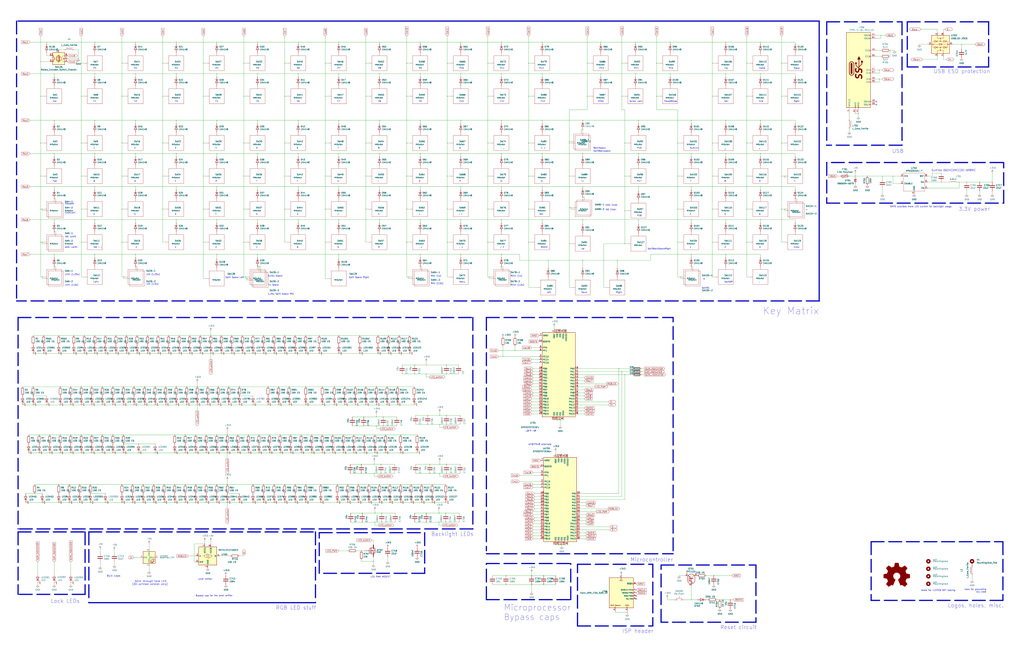
<source format=kicad_sch>
(kicad_sch (version 20210126) (generator eeschema)
  (paper "D")
  (junction (at 27.94 326.39) (diameter 0.3048))
  (junction (at 27.94 334.01) (diameter 0.3048))
  (junction (at 27.94 341.63) (diameter 0.3048))
  (junction (at 29.21 416.56) (diameter 0.3048))
  (junction (at 33.02 367.03) (diameter 0.3048))
  (junction (at 33.02 382.27) (diameter 0.3048))
  (junction (at 34.29 52.07) (diameter 0.3048))
  (junction (at 34.29 81.28) (diameter 0.3048))
  (junction (at 34.29 120.65) (diameter 0.3048))
  (junction (at 34.29 148.59) (diameter 0.3048))
  (junction (at 34.29 176.53) (diameter 0.3048))
  (junction (at 34.29 204.47) (diameter 0.3048))
  (junction (at 35.56 176.53) (diameter 0.3048))
  (junction (at 35.56 204.47) (diameter 0.3048))
  (junction (at 35.56 233.68) (diameter 0.3048))
  (junction (at 35.56 424.18) (diameter 0.3048))
  (junction (at 36.83 283.21) (diameter 0.3048))
  (junction (at 36.83 298.45) (diameter 0.3048))
  (junction (at 39.37 35.56) (diameter 0.3048))
  (junction (at 39.37 341.63) (diameter 0.3048))
  (junction (at 41.91 367.03) (diameter 0.3048))
  (junction (at 41.91 382.27) (diameter 0.3048))
  (junction (at 45.72 62.23) (diameter 0.3048))
  (junction (at 45.72 101.6) (diameter 0.3048))
  (junction (at 45.72 129.54) (diameter 0.3048))
  (junction (at 45.72 157.48) (diameter 0.3048))
  (junction (at 45.72 167.64) (diameter 0.3048))
  (junction (at 45.72 185.42) (diameter 0.3048))
  (junction (at 45.72 195.58) (diameter 0.3048))
  (junction (at 45.72 214.63) (diameter 0.3048))
  (junction (at 45.72 224.79) (diameter 0.3048))
  (junction (at 49.53 283.21) (diameter 0.3048))
  (junction (at 49.53 298.45) (diameter 0.3048))
  (junction (at 49.53 408.94) (diameter 0.3048))
  (junction (at 49.53 424.18) (diameter 0.3048))
  (junction (at 50.8 326.39) (diameter 0.3048))
  (junction (at 50.8 341.63) (diameter 0.3048))
  (junction (at 50.8 367.03) (diameter 0.3048))
  (junction (at 50.8 382.27) (diameter 0.3048))
  (junction (at 58.42 408.94) (diameter 0.3048))
  (junction (at 58.42 424.18) (diameter 0.3048))
  (junction (at 59.69 326.39) (diameter 0.3048))
  (junction (at 59.69 341.63) (diameter 0.3048))
  (junction (at 59.69 367.03) (diameter 0.3048))
  (junction (at 59.69 382.27) (diameter 0.3048))
  (junction (at 62.23 283.21) (diameter 0.3048))
  (junction (at 62.23 298.45) (diameter 0.3048))
  (junction (at 66.04 49.53) (diameter 0.3048))
  (junction (at 67.31 408.94) (diameter 0.3048))
  (junction (at 67.31 424.18) (diameter 0.3048))
  (junction (at 68.58 53.34) (diameter 0.3048))
  (junction (at 68.58 81.28) (diameter 0.3048))
  (junction (at 68.58 120.65) (diameter 0.3048))
  (junction (at 68.58 148.59) (diameter 0.3048))
  (junction (at 68.58 176.53) (diameter 0.3048))
  (junction (at 68.58 204.47) (diameter 0.3048))
  (junction (at 68.58 326.39) (diameter 0.3048))
  (junction (at 68.58 341.63) (diameter 0.3048))
  (junction (at 68.58 367.03) (diameter 0.3048))
  (junction (at 68.58 382.27) (diameter 0.3048))
  (junction (at 71.12 283.21) (diameter 0.3048))
  (junction (at 71.12 298.45) (diameter 0.3048))
  (junction (at 76.2 408.94) (diameter 0.3048))
  (junction (at 76.2 416.56) (diameter 0.3048))
  (junction (at 76.2 424.18) (diameter 0.3048))
  (junction (at 77.47 326.39) (diameter 0.3048))
  (junction (at 77.47 341.63) (diameter 0.3048))
  (junction (at 77.47 367.03) (diameter 0.3048))
  (junction (at 77.47 382.27) (diameter 0.3048))
  (junction (at 80.01 35.56) (diameter 0.3048))
  (junction (at 80.01 62.23) (diameter 0.3048))
  (junction (at 80.01 101.6) (diameter 0.3048))
  (junction (at 80.01 129.54) (diameter 0.3048))
  (junction (at 80.01 157.48) (diameter 0.3048))
  (junction (at 80.01 185.42) (diameter 0.3048))
  (junction (at 80.01 214.63) (diameter 0.3048))
  (junction (at 80.01 283.21) (diameter 0.3048))
  (junction (at 80.01 298.45) (diameter 0.3048))
  (junction (at 86.36 326.39) (diameter 0.3048))
  (junction (at 86.36 341.63) (diameter 0.3048))
  (junction (at 86.36 367.03) (diameter 0.3048))
  (junction (at 86.36 382.27) (diameter 0.3048))
  (junction (at 88.9 283.21) (diameter 0.3048))
  (junction (at 88.9 298.45) (diameter 0.3048))
  (junction (at 88.9 424.18) (diameter 0.3048))
  (junction (at 95.25 326.39) (diameter 0.3048))
  (junction (at 95.25 341.63) (diameter 0.3048))
  (junction (at 95.25 367.03) (diameter 0.3048))
  (junction (at 95.25 382.27) (diameter 0.3048))
  (junction (at 97.79 283.21) (diameter 0.3048))
  (junction (at 97.79 298.45) (diameter 0.3048))
  (junction (at 102.87 53.34) (diameter 0.3048))
  (junction (at 102.87 81.28) (diameter 0.3048))
  (junction (at 102.87 120.65) (diameter 0.3048))
  (junction (at 102.87 148.59) (diameter 0.3048))
  (junction (at 102.87 176.53) (diameter 0.3048))
  (junction (at 102.87 204.47) (diameter 0.3048))
  (junction (at 102.87 408.94) (diameter 0.3048))
  (junction (at 102.87 424.18) (diameter 0.3048))
  (junction (at 104.14 233.68) (diameter 0.3048))
  (junction (at 104.14 326.39) (diameter 0.3048))
  (junction (at 104.14 341.63) (diameter 0.3048))
  (junction (at 104.14 367.03) (diameter 0.3048))
  (junction (at 104.14 374.65) (diameter 0.3048))
  (junction (at 104.14 382.27) (diameter 0.3048))
  (junction (at 106.68 283.21) (diameter 0.3048))
  (junction (at 106.68 298.45) (diameter 0.3048))
  (junction (at 111.76 408.94) (diameter 0.3048))
  (junction (at 111.76 424.18) (diameter 0.3048))
  (junction (at 113.03 326.39) (diameter 0.3048))
  (junction (at 113.03 341.63) (diameter 0.3048))
  (junction (at 114.3 35.56) (diameter 0.3048))
  (junction (at 114.3 62.23) (diameter 0.3048))
  (junction (at 114.3 101.6) (diameter 0.3048))
  (junction (at 114.3 129.54) (diameter 0.3048))
  (junction (at 114.3 157.48) (diameter 0.3048))
  (junction (at 114.3 185.42) (diameter 0.3048))
  (junction (at 114.3 214.63) (diameter 0.3048))
  (junction (at 114.3 224.79) (diameter 0.3048))
  (junction (at 115.57 283.21) (diameter 0.3048))
  (junction (at 115.57 298.45) (diameter 0.3048))
  (junction (at 116.84 374.65) (diameter 0.3048))
  (junction (at 116.84 382.27) (diameter 0.3048))
  (junction (at 120.65 408.94) (diameter 0.3048))
  (junction (at 120.65 424.18) (diameter 0.3048))
  (junction (at 121.92 326.39) (diameter 0.3048))
  (junction (at 121.92 341.63) (diameter 0.3048))
  (junction (at 124.46 283.21) (diameter 0.3048))
  (junction (at 124.46 298.45) (diameter 0.3048))
  (junction (at 129.54 408.94) (diameter 0.3048))
  (junction (at 129.54 424.18) (diameter 0.3048))
  (junction (at 130.81 326.39) (diameter 0.3048))
  (junction (at 130.81 341.63) (diameter 0.3048))
  (junction (at 130.81 382.27) (diameter 0.3048))
  (junction (at 133.35 283.21) (diameter 0.3048))
  (junction (at 133.35 298.45) (diameter 0.3048))
  (junction (at 137.16 53.34) (diameter 0.3048))
  (junction (at 137.16 81.28) (diameter 0.3048))
  (junction (at 137.16 120.65) (diameter 0.3048))
  (junction (at 137.16 148.59) (diameter 0.3048))
  (junction (at 137.16 176.53) (diameter 0.3048))
  (junction (at 138.43 408.94) (diameter 0.3048))
  (junction (at 138.43 424.18) (diameter 0.3048))
  (junction (at 139.7 326.39) (diameter 0.3048))
  (junction (at 139.7 341.63) (diameter 0.3048))
  (junction (at 142.24 283.21) (diameter 0.3048))
  (junction (at 142.24 298.45) (diameter 0.3048))
  (junction (at 147.32 367.03) (diameter 0.3048))
  (junction (at 147.32 382.27) (diameter 0.3048))
  (junction (at 147.32 408.94) (diameter 0.3048))
  (junction (at 147.32 424.18) (diameter 0.3048))
  (junction (at 148.59 35.56) (diameter 0.3048))
  (junction (at 148.59 62.23) (diameter 0.3048))
  (junction (at 148.59 101.6) (diameter 0.3048))
  (junction (at 148.59 129.54) (diameter 0.3048))
  (junction (at 148.59 157.48) (diameter 0.3048))
  (junction (at 148.59 185.42) (diameter 0.3048))
  (junction (at 148.59 326.39) (diameter 0.3048))
  (junction (at 148.59 341.63) (diameter 0.3048))
  (junction (at 151.13 283.21) (diameter 0.3048))
  (junction (at 151.13 298.45) (diameter 0.3048))
  (junction (at 156.21 367.03) (diameter 0.3048))
  (junction (at 156.21 382.27) (diameter 0.3048))
  (junction (at 156.21 408.94) (diameter 0.3048))
  (junction (at 156.21 424.18) (diameter 0.3048))
  (junction (at 157.48 326.39) (diameter 0.3048))
  (junction (at 157.48 341.63) (diameter 0.3048))
  (junction (at 160.02 283.21) (diameter 0.3048))
  (junction (at 160.02 298.45) (diameter 0.3048))
  (junction (at 165.1 367.03) (diameter 0.3048))
  (junction (at 165.1 382.27) (diameter 0.3048))
  (junction (at 165.1 408.94) (diameter 0.3048))
  (junction (at 165.1 424.18) (diameter 0.3048))
  (junction (at 166.37 326.39) (diameter 0.3048))
  (junction (at 166.37 341.63) (diameter 0.3048))
  (junction (at 168.91 283.21) (diameter 0.3048))
  (junction (at 168.91 298.45) (diameter 0.3048))
  (junction (at 171.45 53.34) (diameter 0.3048))
  (junction (at 171.45 81.28) (diameter 0.3048))
  (junction (at 171.45 120.65) (diameter 0.3048))
  (junction (at 171.45 148.59) (diameter 0.3048))
  (junction (at 171.45 176.53) (diameter 0.3048))
  (junction (at 171.45 204.47) (diameter 0.3048))
  (junction (at 172.72 459.105) (diameter 0.3048))
  (junction (at 173.99 367.03) (diameter 0.3048))
  (junction (at 173.99 382.27) (diameter 0.3048))
  (junction (at 173.99 408.94) (diameter 0.3048))
  (junction (at 173.99 424.18) (diameter 0.3048))
  (junction (at 175.26 326.39) (diameter 0.3048))
  (junction (at 175.26 341.63) (diameter 0.3048))
  (junction (at 177.8 283.21) (diameter 0.3048))
  (junction (at 177.8 298.45) (diameter 0.3048))
  (junction (at 182.88 35.56) (diameter 0.3048))
  (junction (at 182.88 62.23) (diameter 0.3048))
  (junction (at 182.88 101.6) (diameter 0.3048))
  (junction (at 182.88 129.54) (diameter 0.3048))
  (junction (at 182.88 157.48) (diameter 0.3048))
  (junction (at 182.88 185.42) (diameter 0.3048))
  (junction (at 182.88 214.63) (diameter 0.3048))
  (junction (at 182.88 367.03) (diameter 0.3048))
  (junction (at 182.88 382.27) (diameter 0.3048))
  (junction (at 182.88 408.94) (diameter 0.3048))
  (junction (at 182.88 424.18) (diameter 0.3048))
  (junction (at 184.15 326.39) (diameter 0.3048))
  (junction (at 184.15 341.63) (diameter 0.3048))
  (junction (at 186.69 283.21) (diameter 0.3048))
  (junction (at 186.69 298.45) (diameter 0.3048))
  (junction (at 191.77 367.03) (diameter 0.3048))
  (junction (at 191.77 382.27) (diameter 0.3048))
  (junction (at 191.77 408.94) (diameter 0.3048))
  (junction (at 191.77 416.56) (diameter 0.3048))
  (junction (at 191.77 424.18) (diameter 0.3048))
  (junction (at 193.04 326.39) (diameter 0.3048))
  (junction (at 193.04 341.63) (diameter 0.3048))
  (junction (at 195.58 283.21) (diameter 0.3048))
  (junction (at 195.58 298.45) (diameter 0.3048))
  (junction (at 200.66 367.03) (diameter 0.3048))
  (junction (at 200.66 382.27) (diameter 0.3048))
  (junction (at 201.93 326.39) (diameter 0.3048))
  (junction (at 201.93 334.01) (diameter 0.3048))
  (junction (at 201.93 341.63) (diameter 0.3048))
  (junction (at 201.93 424.18) (diameter 0.3048))
  (junction (at 204.47 283.21) (diameter 0.3048))
  (junction (at 204.47 298.45) (diameter 0.3048))
  (junction (at 205.74 53.34) (diameter 0.3048))
  (junction (at 205.74 81.28) (diameter 0.3048))
  (junction (at 205.74 120.65) (diameter 0.3048))
  (junction (at 205.74 148.59) (diameter 0.3048))
  (junction (at 205.74 176.53) (diameter 0.3048))
  (junction (at 205.74 204.47) (diameter 0.3048))
  (junction (at 207.01 233.68) (diameter 0.3048))
  (junction (at 208.28 234.95) (diameter 0.3048))
  (junction (at 209.55 367.03) (diameter 0.3048))
  (junction (at 209.55 382.27) (diameter 0.3048))
  (junction (at 213.36 283.21) (diameter 0.3048))
  (junction (at 213.36 298.45) (diameter 0.3048))
  (junction (at 213.36 341.63) (diameter 0.3048))
  (junction (at 213.36 408.94) (diameter 0.3048))
  (junction (at 213.36 424.18) (diameter 0.3048))
  (junction (at 217.17 35.56) (diameter 0.3048))
  (junction (at 217.17 62.23) (diameter 0.3048))
  (junction (at 217.17 101.6) (diameter 0.3048))
  (junction (at 217.17 129.54) (diameter 0.3048))
  (junction (at 217.17 157.48) (diameter 0.3048))
  (junction (at 217.17 185.42) (diameter 0.3048))
  (junction (at 217.17 214.63) (diameter 0.3048))
  (junction (at 217.17 224.79) (diameter 0.3048))
  (junction (at 218.44 224.79) (diameter 0.3048))
  (junction (at 218.44 367.03) (diameter 0.3048))
  (junction (at 218.44 382.27) (diameter 0.3048))
  (junction (at 222.25 283.21) (diameter 0.3048))
  (junction (at 222.25 298.45) (diameter 0.3048))
  (junction (at 222.25 408.94) (diameter 0.3048))
  (junction (at 222.25 424.18) (diameter 0.3048))
  (junction (at 226.06 326.39) (diameter 0.3048))
  (junction (at 226.06 341.63) (diameter 0.3048))
  (junction (at 227.33 367.03) (diameter 0.3048))
  (junction (at 227.33 382.27) (diameter 0.3048))
  (junction (at 231.14 283.21) (diameter 0.3048))
  (junction (at 231.14 298.45) (diameter 0.3048))
  (junction (at 231.14 408.94) (diameter 0.3048))
  (junction (at 231.14 424.18) (diameter 0.3048))
  (junction (at 234.95 326.39) (diameter 0.3048))
  (junction (at 234.95 341.63) (diameter 0.3048))
  (junction (at 236.22 367.03) (diameter 0.3048))
  (junction (at 236.22 382.27) (diameter 0.3048))
  (junction (at 240.03 53.34) (diameter 0.3048))
  (junction (at 240.03 81.28) (diameter 0.3048))
  (junction (at 240.03 120.65) (diameter 0.3048))
  (junction (at 240.03 148.59) (diameter 0.3048))
  (junction (at 240.03 176.53) (diameter 0.3048))
  (junction (at 240.03 283.21) (diameter 0.3048))
  (junction (at 240.03 298.45) (diameter 0.3048))
  (junction (at 240.03 408.94) (diameter 0.3048))
  (junction (at 240.03 424.18) (diameter 0.3048))
  (junction (at 243.84 326.39) (diameter 0.3048))
  (junction (at 243.84 341.63) (diameter 0.3048))
  (junction (at 245.11 367.03) (diameter 0.3048))
  (junction (at 245.11 382.27) (diameter 0.3048))
  (junction (at 248.92 283.21) (diameter 0.3048))
  (junction (at 248.92 298.45) (diameter 0.3048))
  (junction (at 248.92 408.94) (diameter 0.3048))
  (junction (at 248.92 424.18) (diameter 0.3048))
  (junction (at 251.46 35.56) (diameter 0.3048))
  (junction (at 251.46 62.23) (diameter 0.3048))
  (junction (at 251.46 101.6) (diameter 0.3048))
  (junction (at 251.46 129.54) (diameter 0.3048))
  (junction (at 251.46 157.48) (diameter 0.3048))
  (junction (at 251.46 185.42) (diameter 0.3048))
  (junction (at 254 367.03) (diameter 0.3048))
  (junction (at 254 382.27) (diameter 0.3048))
  (junction (at 257.81 283.21) (diameter 0.3048))
  (junction (at 257.81 298.45) (diameter 0.3048))
  (junction (at 257.81 326.39) (diameter 0.3048))
  (junction (at 257.81 341.63) (diameter 0.3048))
  (junction (at 257.81 408.94) (diameter 0.3048))
  (junction (at 257.81 424.18) (diameter 0.3048))
  (junction (at 262.89 367.03) (diameter 0.3048))
  (junction (at 262.89 382.27) (diameter 0.3048))
  (junction (at 269.24 283.21) (diameter 0.3048))
  (junction (at 269.24 298.45) (diameter 0.3048))
  (junction (at 270.51 408.94) (diameter 0.3048))
  (junction (at 270.51 424.18) (diameter 0.3048))
  (junction (at 271.78 326.39) (diameter 0.3048))
  (junction (at 271.78 341.63) (diameter 0.3048))
  (junction (at 271.78 367.03) (diameter 0.3048))
  (junction (at 271.78 382.27) (diameter 0.3048))
  (junction (at 274.32 53.34) (diameter 0.3048))
  (junction (at 274.32 81.28) (diameter 0.3048))
  (junction (at 274.32 120.65) (diameter 0.3048))
  (junction (at 274.32 148.59) (diameter 0.3048))
  (junction (at 274.32 176.53) (diameter 0.3048))
  (junction (at 274.32 204.47) (diameter 0.3048))
  (junction (at 280.67 367.03) (diameter 0.3048))
  (junction (at 280.67 382.27) (diameter 0.3048))
  (junction (at 281.94 326.39) (diameter 0.3048))
  (junction (at 281.94 341.63) (diameter 0.3048))
  (junction (at 284.48 408.94) (diameter 0.3048))
  (junction (at 284.48 424.18) (diameter 0.3048))
  (junction (at 285.75 35.56) (diameter 0.3048))
  (junction (at 285.75 62.23) (diameter 0.3048))
  (junction (at 285.75 101.6) (diameter 0.3048))
  (junction (at 285.75 129.54) (diameter 0.3048))
  (junction (at 285.75 157.48) (diameter 0.3048))
  (junction (at 285.75 185.42) (diameter 0.3048))
  (junction (at 285.75 214.63) (diameter 0.3048))
  (junction (at 285.75 283.21) (diameter 0.3048))
  (junction (at 285.75 298.45) (diameter 0.3048))
  (junction (at 289.56 367.03) (diameter 0.3048))
  (junction (at 289.56 382.27) (diameter 0.3048))
  (junction (at 290.83 326.39) (diameter 0.3048))
  (junction (at 290.83 341.63) (diameter 0.3048))
  (junction (at 293.37 408.94) (diameter 0.3048))
  (junction (at 293.37 424.18) (diameter 0.3048))
  (junction (at 298.45 367.03) (diameter 0.3048))
  (junction (at 298.45 382.27) (diameter 0.3048))
  (junction (at 299.72 326.39) (diameter 0.3048))
  (junction (at 299.72 341.63) (diameter 0.3048))
  (junction (at 302.26 408.94) (diameter 0.3048))
  (junction (at 302.26 424.18) (diameter 0.3048))
  (junction (at 303.53 283.21) (diameter 0.3048))
  (junction (at 303.53 298.45) (diameter 0.3048))
  (junction (at 304.8 391.795) (diameter 0.3048))
  (junction (at 304.8 399.415) (diameter 0.3048))
  (junction (at 304.8 464.82) (diameter 0.3048))
  (junction (at 305.435 433.07) (diameter 0.3048))
  (junction (at 305.435 440.69) (diameter 0.3048))
  (junction (at 306.705 351.79) (diameter 0.3048))
  (junction (at 306.705 359.41) (diameter 0.3048))
  (junction (at 307.34 367.03) (diameter 0.3048))
  (junction (at 307.34 382.27) (diameter 0.3048))
  (junction (at 308.61 53.34) (diameter 0.3048))
  (junction (at 308.61 81.28) (diameter 0.3048))
  (junction (at 308.61 120.65) (diameter 0.3048))
  (junction (at 308.61 148.59) (diameter 0.3048))
  (junction (at 308.61 176.53) (diameter 0.3048))
  (junction (at 308.61 326.39) (diameter 0.3048))
  (junction (at 308.61 341.63) (diameter 0.3048))
  (junction (at 311.15 408.94) (diameter 0.3048))
  (junction (at 311.15 424.18) (diameter 0.3048))
  (junction (at 314.96 473.71) (diameter 0.3048))
  (junction (at 315.595 391.795) (diameter 0.3048))
  (junction (at 315.595 399.415) (diameter 0.3048))
  (junction (at 316.23 367.03) (diameter 0.3048))
  (junction (at 316.23 382.27) (diameter 0.3048))
  (junction (at 316.23 433.07) (diameter 0.3048))
  (junction (at 316.23 440.69) (diameter 0.3048))
  (junction (at 317.5 326.39) (diameter 0.3048))
  (junction (at 317.5 341.63) (diameter 0.3048))
  (junction (at 317.5 351.79) (diameter 0.3048))
  (junction (at 317.5 359.41) (diameter 0.3048))
  (junction (at 318.77 283.21) (diameter 0.3048))
  (junction (at 318.77 298.45) (diameter 0.3048))
  (junction (at 320.04 35.56) (diameter 0.3048))
  (junction (at 320.04 62.23) (diameter 0.3048))
  (junction (at 320.04 101.6) (diameter 0.3048))
  (junction (at 320.04 129.54) (diameter 0.3048))
  (junction (at 320.04 157.48) (diameter 0.3048))
  (junction (at 320.04 185.42) (diameter 0.3048))
  (junction (at 320.04 408.94) (diameter 0.3048))
  (junction (at 320.04 424.18) (diameter 0.3048))
  (junction (at 321.31 391.795) (diameter 0.3048))
  (junction (at 321.31 399.415) (diameter 0.3048))
  (junction (at 321.945 433.07) (diameter 0.3048))
  (junction (at 321.945 440.69) (diameter 0.3048))
  (junction (at 323.215 351.79) (diameter 0.3048))
  (junction (at 323.215 359.41) (diameter 0.3048))
  (junction (at 325.12 367.03) (diameter 0.3048))
  (junction (at 325.12 382.27) (diameter 0.3048))
  (junction (at 326.39 326.39) (diameter 0.3048))
  (junction (at 326.39 341.63) (diameter 0.3048))
  (junction (at 327.66 283.21) (diameter 0.3048))
  (junction (at 327.66 298.45) (diameter 0.3048))
  (junction (at 328.93 408.94) (diameter 0.3048))
  (junction (at 328.93 424.18) (diameter 0.3048))
  (junction (at 335.28 326.39) (diameter 0.3048))
  (junction (at 335.28 341.63) (diameter 0.3048))
  (junction (at 336.55 283.21) (diameter 0.3048))
  (junction (at 336.55 298.45) (diameter 0.3048))
  (junction (at 337.82 367.03) (diameter 0.3048))
  (junction (at 337.82 382.27) (diameter 0.3048))
  (junction (at 337.82 408.94) (diameter 0.3048))
  (junction (at 337.82 424.18) (diameter 0.3048))
  (junction (at 342.9 53.34) (diameter 0.3048))
  (junction (at 342.9 81.28) (diameter 0.3048))
  (junction (at 342.9 120.65) (diameter 0.3048))
  (junction (at 342.9 148.59) (diameter 0.3048))
  (junction (at 342.9 176.53) (diameter 0.3048))
  (junction (at 342.9 204.47) (diameter 0.3048))
  (junction (at 344.17 233.68) (diameter 0.3048))
  (junction (at 346.71 408.94) (diameter 0.3048))
  (junction (at 346.71 424.18) (diameter 0.3048))
  (junction (at 349.885 307.975) (diameter 0.3048))
  (junction (at 349.885 315.595) (diameter 0.3048))
  (junction (at 354.33 35.56) (diameter 0.3048))
  (junction (at 354.33 62.23) (diameter 0.3048))
  (junction (at 354.33 101.6) (diameter 0.3048))
  (junction (at 354.33 129.54) (diameter 0.3048))
  (junction (at 354.33 157.48) (diameter 0.3048))
  (junction (at 354.33 185.42) (diameter 0.3048))
  (junction (at 354.33 214.63) (diameter 0.3048))
  (junction (at 354.33 224.79) (diameter 0.3048))
  (junction (at 355.6 408.94) (diameter 0.3048))
  (junction (at 355.6 424.18) (diameter 0.3048))
  (junction (at 359.41 307.975) (diameter 0.3048))
  (junction (at 359.41 315.595) (diameter 0.3048))
  (junction (at 359.41 433.07) (diameter 0.3048))
  (junction (at 359.41 440.69) (diameter 0.3048))
  (junction (at 360.68 350.52) (diameter 0.3048))
  (junction (at 360.68 358.14) (diameter 0.3048))
  (junction (at 362.585 391.795) (diameter 0.3048))
  (junction (at 362.585 399.415) (diameter 0.3048))
  (junction (at 364.49 408.94) (diameter 0.3048))
  (junction (at 364.49 424.18) (diameter 0.3048))
  (junction (at 370.205 433.07) (diameter 0.3048))
  (junction (at 370.205 440.69) (diameter 0.3048))
  (junction (at 370.84 350.52) (diameter 0.3048))
  (junction (at 370.84 358.14) (diameter 0.3048))
  (junction (at 370.84 391.795) (diameter 0.3048))
  (junction (at 370.84 399.415) (diameter 0.3048))
  (junction (at 375.92 433.07) (diameter 0.3048))
  (junction (at 375.92 440.69) (diameter 0.3048))
  (junction (at 376.555 307.975) (diameter 0.3048))
  (junction (at 376.555 315.595) (diameter 0.3048))
  (junction (at 376.555 350.52) (diameter 0.3048))
  (junction (at 376.555 358.14) (diameter 0.3048))
  (junction (at 376.555 391.795) (diameter 0.3048))
  (junction (at 376.555 399.415) (diameter 0.3048))
  (junction (at 377.19 53.34) (diameter 0.3048))
  (junction (at 377.19 81.28) (diameter 0.3048))
  (junction (at 377.19 120.65) (diameter 0.3048))
  (junction (at 377.19 148.59) (diameter 0.3048))
  (junction (at 377.19 176.53) (diameter 0.3048))
  (junction (at 377.19 204.47) (diameter 0.3048))
  (junction (at 388.62 35.56) (diameter 0.3048))
  (junction (at 388.62 62.23) (diameter 0.3048))
  (junction (at 388.62 101.6) (diameter 0.3048))
  (junction (at 388.62 129.54) (diameter 0.3048))
  (junction (at 388.62 157.48) (diameter 0.3048))
  (junction (at 388.62 185.42) (diameter 0.3048))
  (junction (at 388.62 214.63) (diameter 0.3048))
  (junction (at 411.48 53.34) (diameter 0.3048))
  (junction (at 411.48 81.28) (diameter 0.3048))
  (junction (at 411.48 120.65) (diameter 0.3048))
  (junction (at 411.48 148.59) (diameter 0.3048))
  (junction (at 411.48 176.53) (diameter 0.3048))
  (junction (at 411.48 204.47) (diameter 0.3048))
  (junction (at 412.75 233.68) (diameter 0.3048))
  (junction (at 422.91 35.56) (diameter 0.3048))
  (junction (at 422.91 62.23) (diameter 0.3048))
  (junction (at 422.91 101.6) (diameter 0.3048))
  (junction (at 422.91 129.54) (diameter 0.3048))
  (junction (at 422.91 157.48) (diameter 0.3048))
  (junction (at 422.91 185.42) (diameter 0.3048))
  (junction (at 422.91 214.63) (diameter 0.3048))
  (junction (at 422.91 224.79) (diameter 0.3048))
  (junction (at 424.18 300.99) (diameter 0.3048))
  (junction (at 426.72 485.775) (diameter 0.3048))
  (junction (at 426.72 493.395) (diameter 0.3048))
  (junction (at 434.34 295.91) (diameter 0.3048))
  (junction (at 445.77 53.34) (diameter 0.3048))
  (junction (at 445.77 81.28) (diameter 0.3048))
  (junction (at 445.77 120.65) (diameter 0.3048))
  (junction (at 445.77 148.59) (diameter 0.3048))
  (junction (at 445.77 176.53) (diameter 0.3048))
  (junction (at 445.77 204.47) (diameter 0.3048))
  (junction (at 448.31 485.775) (diameter 0.3048))
  (junction (at 448.31 493.395) (diameter 0.3048))
  (junction (at 457.2 35.56) (diameter 0.3048))
  (junction (at 457.2 62.23) (diameter 0.3048))
  (junction (at 457.2 101.6) (diameter 0.3048))
  (junction (at 457.2 129.54) (diameter 0.3048))
  (junction (at 457.2 157.48) (diameter 0.3048))
  (junction (at 457.2 185.42) (diameter 0.3048))
  (junction (at 458.47 485.775) (diameter 0.3048))
  (junction (at 458.47 493.395) (diameter 0.3048))
  (junction (at 462.28 219.71) (diameter 0.3048))
  (junction (at 467.36 278.13) (diameter 0.3048))
  (junction (at 468.63 383.54) (diameter 0.3048))
  (junction (at 469.9 278.13) (diameter 0.3048))
  (junction (at 469.9 354.33) (diameter 0.3048))
  (junction (at 471.17 383.54) (diameter 0.3048))
  (junction (at 471.17 459.74) (diameter 0.3048))
  (junction (at 472.44 278.13) (diameter 0.3048))
  (junction (at 472.44 354.33) (diameter 0.3048))
  (junction (at 473.71 383.54) (diameter 0.3048))
  (junction (at 473.71 459.74) (diameter 0.3048))
  (junction (at 474.98 278.13) (diameter 0.3048))
  (junction (at 476.25 383.54) (diameter 0.3048))
  (junction (at 476.25 459.74) (diameter 0.3048))
  (junction (at 480.06 119.38) (diameter 0.3048))
  (junction (at 480.06 120.65) (diameter 0.3048))
  (junction (at 480.06 148.59) (diameter 0.3048))
  (junction (at 480.06 175.26) (diameter 0.3048))
  (junction (at 480.06 205.74) (diameter 0.3048))
  (junction (at 481.33 175.26) (diameter 0.3048))
  (junction (at 491.49 101.6) (diameter 0.3048))
  (junction (at 491.49 109.22) (diameter 0.3048))
  (junction (at 491.49 129.54) (diameter 0.3048))
  (junction (at 491.49 157.48) (diameter 0.3048))
  (junction (at 491.49 166.37) (diameter 0.3048))
  (junction (at 491.49 185.42) (diameter 0.3048))
  (junction (at 491.49 219.71) (diameter 0.3048))
  (junction (at 495.3 53.34) (diameter 0.3048))
  (junction (at 495.3 81.28) (diameter 0.3048))
  (junction (at 506.73 35.56) (diameter 0.3048))
  (junction (at 506.73 62.23) (diameter 0.3048))
  (junction (at 520.7 219.71) (diameter 0.3048))
  (junction (at 521.97 311.15) (diameter 0.3048))
  (junction (at 524.51 53.34) (diameter 0.3048))
  (junction (at 524.51 81.28) (diameter 0.3048))
  (junction (at 524.51 313.69) (diameter 0.3048))
  (junction (at 527.05 120.65) (diameter 0.3048))
  (junction (at 527.05 148.59) (diameter 0.3048))
  (junction (at 527.05 177.8) (diameter 0.3048))
  (junction (at 527.05 205.74) (diameter 0.3048))
  (junction (at 527.05 316.23) (diameter 0.3048))
  (junction (at 528.955 516.89) (diameter 0.3048))
  (junction (at 535.94 35.56) (diameter 0.3048))
  (junction (at 535.94 62.23) (diameter 0.3048))
  (junction (at 538.48 101.6) (diameter 0.3048))
  (junction (at 538.48 129.54) (diameter 0.3048))
  (junction (at 538.48 157.48) (diameter 0.3048))
  (junction (at 538.48 185.42) (diameter 0.3048))
  (junction (at 553.72 53.34) (diameter 0.3048))
  (junction (at 553.72 81.28) (diameter 0.3048))
  (junction (at 565.15 35.56) (diameter 0.3048))
  (junction (at 565.15 62.23) (diameter 0.3048))
  (junction (at 571.5 120.65) (diameter 0.3048))
  (junction (at 571.5 148.59) (diameter 0.3048))
  (junction (at 571.5 176.53) (diameter 0.3048))
  (junction (at 571.5 204.47) (diameter 0.3048))
  (junction (at 574.04 233.68) (diameter 0.3048))
  (junction (at 582.93 101.6) (diameter 0.3048))
  (junction (at 582.93 129.54) (diameter 0.3048))
  (junction (at 582.93 157.48) (diameter 0.3048))
  (junction (at 582.93 185.42) (diameter 0.3048))
  (junction (at 582.93 214.63) (diameter 0.3048))
  (junction (at 582.93 224.79) (diameter 0.3048))
  (junction (at 582.93 506.095) (diameter 0.3048))
  (junction (at 600.71 53.34) (diameter 0.3048))
  (junction (at 600.71 81.28) (diameter 0.3048))
  (junction (at 600.71 120.65) (diameter 0.3048))
  (junction (at 600.71 148.59) (diameter 0.3048))
  (junction (at 600.71 176.53) (diameter 0.3048))
  (junction (at 600.71 204.47) (diameter 0.3048))
  (junction (at 601.98 485.775) (diameter 0.3048))
  (junction (at 607.06 506.095) (diameter 0.3048))
  (junction (at 612.14 35.56) (diameter 0.3048))
  (junction (at 612.14 62.23) (diameter 0.3048))
  (junction (at 612.14 101.6) (diameter 0.3048))
  (junction (at 612.14 129.54) (diameter 0.3048))
  (junction (at 612.14 157.48) (diameter 0.3048))
  (junction (at 612.14 185.42) (diameter 0.3048))
  (junction (at 612.14 214.63) (diameter 0.3048))
  (junction (at 615.95 506.095) (diameter 0.3048))
  (junction (at 629.92 53.34) (diameter 0.3048))
  (junction (at 629.92 81.28) (diameter 0.3048))
  (junction (at 629.92 120.65) (diameter 0.3048))
  (junction (at 629.92 148.59) (diameter 0.3048))
  (junction (at 629.92 176.53) (diameter 0.3048))
  (junction (at 629.92 204.47) (diameter 0.3048))
  (junction (at 641.35 35.56) (diameter 0.3048))
  (junction (at 641.35 62.23) (diameter 0.3048))
  (junction (at 641.35 101.6) (diameter 0.3048))
  (junction (at 641.35 129.54) (diameter 0.3048))
  (junction (at 641.35 157.48) (diameter 0.3048))
  (junction (at 641.35 185.42) (diameter 0.3048))
  (junction (at 659.13 53.34) (diameter 0.3048))
  (junction (at 659.13 81.28) (diameter 0.3048))
  (junction (at 659.13 120.65) (diameter 0.3048))
  (junction (at 659.13 148.59) (diameter 0.3048))
  (junction (at 659.13 176.53) (diameter 0.3048))
  (junction (at 661.67 148.59) (diameter 0.3048))
  (junction (at 661.67 176.53) (diameter 0.3048))
  (junction (at 670.56 167.64) (diameter 0.3048))
  (junction (at 721.36 148.59) (diameter 0.3048))
  (junction (at 723.9 95.885) (diameter 0.3048))
  (junction (at 731.52 148.59) (diameter 0.3048))
  (junction (at 741.68 59.055) (diameter 0.3048))
  (junction (at 741.68 66.675) (diameter 0.3048))
  (junction (at 742.95 29.845) (diameter 0.3048))
  (junction (at 744.22 148.59) (diameter 0.3048))
  (junction (at 750.57 42.545) (diameter 0.3048))
  (junction (at 753.11 148.59) (diameter 0.3048))
  (junction (at 793.75 153.67) (diameter 0.3048))
  (junction (at 808.99 153.67) (diameter 0.3048))
  (junction (at 810.895 37.465) (diameter 0.3048))
  (junction (at 815.34 153.67) (diameter 0.3048))
  (junction (at 826.135 153.67) (diameter 0.3048))
  (junction (at 836.93 153.67) (diameter 0.3048))
  (no_connect (at 536.575 502.92))
  (no_connect (at 536.575 505.46))
  (no_connect (at 739.14 85.725))
  (no_connect (at 739.14 88.265))
  (wire (pts (xy 19.05 326.39) (xy 27.94 326.39)))
  (wire (pts (xy 19.05 341.63) (xy 27.94 341.63)))
  (wire (pts (xy 21.59 416.56) (xy 29.21 416.56)))
  (wire (pts (xy 21.59 424.18) (xy 35.56 424.18)))
  (wire (pts (xy 25.4 35.56) (xy 39.37 35.56)))
  (wire (pts (xy 25.4 62.23) (xy 45.72 62.23)))
  (wire (pts (xy 25.4 101.6) (xy 45.72 101.6)))
  (wire (pts (xy 25.4 129.54) (xy 45.72 129.54)))
  (wire (pts (xy 25.4 157.48) (xy 45.72 157.48)))
  (wire (pts (xy 25.4 185.42) (xy 45.72 185.42)))
  (wire (pts (xy 25.4 214.63) (xy 45.72 214.63)))
  (wire (pts (xy 27.94 326.39) (xy 50.8 326.39)))
  (wire (pts (xy 27.94 334.01) (xy 39.37 334.01)))
  (wire (pts (xy 27.94 341.63) (xy 39.37 341.63)))
  (wire (pts (xy 29.21 408.94) (xy 49.53 408.94)))
  (wire (pts (xy 29.21 416.56) (xy 35.56 416.56)))
  (wire (pts (xy 31.75 474.345) (xy 31.75 484.505)))
  (wire (pts (xy 31.75 493.395) (xy 31.75 492.125)))
  (wire (pts (xy 33.02 367.03) (xy 24.13 367.03)))
  (wire (pts (xy 33.02 382.27) (xy 24.13 382.27)))
  (wire (pts (xy 34.29 30.48) (xy 34.29 52.07)))
  (wire (pts (xy 34.29 52.07) (xy 34.29 81.28)))
  (wire (pts (xy 34.29 81.28) (xy 34.29 120.65)))
  (wire (pts (xy 34.29 120.65) (xy 34.29 148.59)))
  (wire (pts (xy 34.29 148.59) (xy 34.29 176.53)))
  (wire (pts (xy 34.29 176.53) (xy 34.29 204.47)))
  (wire (pts (xy 34.29 204.47) (xy 34.29 233.68)))
  (wire (pts (xy 35.56 176.53) (xy 34.29 176.53)))
  (wire (pts (xy 35.56 177.8) (xy 35.56 176.53)))
  (wire (pts (xy 35.56 204.47) (xy 34.29 204.47)))
  (wire (pts (xy 35.56 205.74) (xy 35.56 204.47)))
  (wire (pts (xy 35.56 233.68) (xy 34.29 233.68)))
  (wire (pts (xy 35.56 234.95) (xy 35.56 233.68)))
  (wire (pts (xy 35.56 424.18) (xy 49.53 424.18)))
  (wire (pts (xy 36.83 81.28) (xy 34.29 81.28)))
  (wire (pts (xy 36.83 120.65) (xy 34.29 120.65)))
  (wire (pts (xy 36.83 148.59) (xy 34.29 148.59)))
  (wire (pts (xy 36.83 176.53) (xy 35.56 176.53)))
  (wire (pts (xy 36.83 204.47) (xy 35.56 204.47)))
  (wire (pts (xy 36.83 233.68) (xy 35.56 233.68)))
  (wire (pts (xy 36.83 283.21) (xy 27.94 283.21)))
  (wire (pts (xy 36.83 283.21) (xy 49.53 283.21)))
  (wire (pts (xy 36.83 298.45) (xy 27.94 298.45)))
  (wire (pts (xy 36.83 298.45) (xy 49.53 298.45)))
  (wire (pts (xy 38.1 177.8) (xy 35.56 177.8)))
  (wire (pts (xy 38.1 205.74) (xy 35.56 205.74)))
  (wire (pts (xy 38.1 234.95) (xy 35.56 234.95)))
  (wire (pts (xy 39.37 35.56) (xy 80.01 35.56)))
  (wire (pts (xy 39.37 36.83) (xy 39.37 35.56)))
  (wire (pts (xy 39.37 46.99) (xy 39.37 44.45)))
  (wire (pts (xy 39.37 341.63) (xy 50.8 341.63)))
  (wire (pts (xy 41.91 46.99) (xy 39.37 46.99)))
  (wire (pts (xy 41.91 52.07) (xy 34.29 52.07)))
  (wire (pts (xy 41.91 367.03) (xy 33.02 367.03)))
  (wire (pts (xy 41.91 382.27) (xy 33.02 382.27)))
  (wire (pts (xy 45.72 62.23) (xy 45.72 64.77)))
  (wire (pts (xy 45.72 62.23) (xy 80.01 62.23)))
  (wire (pts (xy 45.72 101.6) (xy 45.72 104.14)))
  (wire (pts (xy 45.72 101.6) (xy 80.01 101.6)))
  (wire (pts (xy 45.72 129.54) (xy 45.72 132.08)))
  (wire (pts (xy 45.72 129.54) (xy 80.01 129.54)))
  (wire (pts (xy 45.72 157.48) (xy 45.72 160.02)))
  (wire (pts (xy 45.72 157.48) (xy 80.01 157.48)))
  (wire (pts (xy 45.72 185.42) (xy 45.72 187.96)))
  (wire (pts (xy 45.72 185.42) (xy 80.01 185.42)))
  (wire (pts (xy 45.72 214.63) (xy 45.72 217.17)))
  (wire (pts (xy 45.72 214.63) (xy 80.01 214.63)))
  (wire (pts (xy 45.72 224.79) (xy 46.99 224.79)))
  (wire (pts (xy 45.72 474.345) (xy 45.72 484.505)))
  (wire (pts (xy 45.72 493.395) (xy 45.72 492.125)))
  (wire (pts (xy 46.99 167.64) (xy 45.72 167.64)))
  (wire (pts (xy 46.99 168.91) (xy 46.99 167.64)))
  (wire (pts (xy 46.99 195.58) (xy 45.72 195.58)))
  (wire (pts (xy 46.99 196.85) (xy 46.99 195.58)))
  (wire (pts (xy 46.99 226.06) (xy 46.99 224.79)))
  (wire (pts (xy 49.53 41.91) (xy 54.61 41.91)))
  (wire (pts (xy 49.53 283.21) (xy 62.23 283.21)))
  (wire (pts (xy 49.53 298.45) (xy 62.23 298.45)))
  (wire (pts (xy 50.8 367.03) (xy 41.91 367.03)))
  (wire (pts (xy 50.8 382.27) (xy 41.91 382.27)))
  (wire (pts (xy 58.42 408.94) (xy 49.53 408.94)))
  (wire (pts (xy 58.42 424.18) (xy 49.53 424.18)))
  (wire (pts (xy 59.69 326.39) (xy 50.8 326.39)))
  (wire (pts (xy 59.69 341.63) (xy 50.8 341.63)))
  (wire (pts (xy 59.69 367.03) (xy 50.8 367.03)))
  (wire (pts (xy 59.69 382.27) (xy 50.8 382.27)))
  (wire (pts (xy 59.69 474.345) (xy 59.69 484.505)))
  (wire (pts (xy 59.69 492.125) (xy 59.69 493.395)))
  (wire (pts (xy 62.23 41.91) (xy 66.04 41.91)))
  (wire (pts (xy 66.04 41.91) (xy 66.04 49.53)) (stroke (width 0.1524)))
  (wire (pts (xy 66.04 49.53) (xy 57.15 49.53)))
  (wire (pts (xy 67.31 408.94) (xy 58.42 408.94)))
  (wire (pts (xy 67.31 424.18) (xy 58.42 424.18)))
  (wire (pts (xy 68.58 53.34) (xy 68.58 30.48)))
  (wire (pts (xy 68.58 53.34) (xy 68.58 81.28)))
  (wire (pts (xy 68.58 81.28) (xy 68.58 120.65)))
  (wire (pts (xy 68.58 148.59) (xy 68.58 120.65)))
  (wire (pts (xy 68.58 176.53) (xy 68.58 148.59)))
  (wire (pts (xy 68.58 204.47) (xy 68.58 176.53)))
  (wire (pts (xy 68.58 233.68) (xy 68.58 204.47)))
  (wire (pts (xy 68.58 326.39) (xy 59.69 326.39)))
  (wire (pts (xy 68.58 341.63) (xy 59.69 341.63)))
  (wire (pts (xy 68.58 367.03) (xy 59.69 367.03)))
  (wire (pts (xy 68.58 382.27) (xy 59.69 382.27)))
  (wire (pts (xy 71.12 53.34) (xy 68.58 53.34)))
  (wire (pts (xy 71.12 81.28) (xy 68.58 81.28)))
  (wire (pts (xy 71.12 120.65) (xy 68.58 120.65)))
  (wire (pts (xy 71.12 148.59) (xy 68.58 148.59)))
  (wire (pts (xy 71.12 176.53) (xy 68.58 176.53)))
  (wire (pts (xy 71.12 204.47) (xy 68.58 204.47)))
  (wire (pts (xy 71.12 233.68) (xy 68.58 233.68)))
  (wire (pts (xy 71.12 283.21) (xy 62.23 283.21)))
  (wire (pts (xy 71.12 298.45) (xy 62.23 298.45)))
  (wire (pts (xy 76.2 408.94) (xy 67.31 408.94)))
  (wire (pts (xy 76.2 408.94) (xy 102.87 408.94)))
  (wire (pts (xy 76.2 416.56) (xy 88.9 416.56)))
  (wire (pts (xy 76.2 424.18) (xy 67.31 424.18)))
  (wire (pts (xy 76.2 424.18) (xy 88.9 424.18)))
  (wire (pts (xy 77.47 326.39) (xy 68.58 326.39)))
  (wire (pts (xy 77.47 341.63) (xy 68.58 341.63)))
  (wire (pts (xy 77.47 367.03) (xy 68.58 367.03)))
  (wire (pts (xy 77.47 382.27) (xy 68.58 382.27)))
  (wire (pts (xy 80.01 36.83) (xy 80.01 35.56)))
  (wire (pts (xy 80.01 62.23) (xy 80.01 64.77)))
  (wire (pts (xy 80.01 62.23) (xy 114.3 62.23)))
  (wire (pts (xy 80.01 101.6) (xy 80.01 104.14)))
  (wire (pts (xy 80.01 101.6) (xy 114.3 101.6)))
  (wire (pts (xy 80.01 129.54) (xy 80.01 132.08)))
  (wire (pts (xy 80.01 129.54) (xy 114.3 129.54)))
  (wire (pts (xy 80.01 157.48) (xy 80.01 160.02)))
  (wire (pts (xy 80.01 157.48) (xy 114.3 157.48)))
  (wire (pts (xy 80.01 185.42) (xy 80.01 187.96)))
  (wire (pts (xy 80.01 185.42) (xy 114.3 185.42)))
  (wire (pts (xy 80.01 214.63) (xy 80.01 217.17)))
  (wire (pts (xy 80.01 214.63) (xy 114.3 214.63)))
  (wire (pts (xy 80.01 283.21) (xy 71.12 283.21)))
  (wire (pts (xy 80.01 298.45) (xy 71.12 298.45)))
  (wire (pts (xy 84.455 463.55) (xy 84.455 466.725)))
  (wire (pts (xy 84.455 474.345) (xy 84.455 478.155)))
  (wire (pts (xy 86.36 326.39) (xy 77.47 326.39)))
  (wire (pts (xy 86.36 341.63) (xy 77.47 341.63)))
  (wire (pts (xy 86.36 367.03) (xy 77.47 367.03)))
  (wire (pts (xy 86.36 382.27) (xy 77.47 382.27)))
  (wire (pts (xy 88.9 283.21) (xy 80.01 283.21)))
  (wire (pts (xy 88.9 298.45) (xy 80.01 298.45)))
  (wire (pts (xy 88.9 424.18) (xy 102.87 424.18)))
  (wire (pts (xy 95.25 326.39) (xy 86.36 326.39)))
  (wire (pts (xy 95.25 341.63) (xy 86.36 341.63)))
  (wire (pts (xy 95.25 367.03) (xy 86.36 367.03)))
  (wire (pts (xy 95.25 382.27) (xy 86.36 382.27)))
  (wire (pts (xy 96.52 464.185) (xy 96.52 466.725)))
  (wire (pts (xy 96.52 474.345) (xy 96.52 476.885)))
  (wire (pts (xy 97.79 283.21) (xy 88.9 283.21)))
  (wire (pts (xy 97.79 298.45) (xy 88.9 298.45)))
  (wire (pts (xy 102.87 53.34) (xy 102.87 30.48)))
  (wire (pts (xy 102.87 53.34) (xy 102.87 81.28)))
  (wire (pts (xy 102.87 81.28) (xy 102.87 120.65)))
  (wire (pts (xy 102.87 148.59) (xy 102.87 120.65)))
  (wire (pts (xy 102.87 176.53) (xy 102.87 148.59)))
  (wire (pts (xy 102.87 204.47) (xy 102.87 176.53)))
  (wire (pts (xy 102.87 233.68) (xy 102.87 204.47)))
  (wire (pts (xy 104.14 233.68) (xy 102.87 233.68)))
  (wire (pts (xy 104.14 234.95) (xy 104.14 233.68)))
  (wire (pts (xy 104.14 326.39) (xy 95.25 326.39)))
  (wire (pts (xy 104.14 341.63) (xy 95.25 341.63)))
  (wire (pts (xy 104.14 367.03) (xy 95.25 367.03)))
  (wire (pts (xy 104.14 367.03) (xy 147.32 367.03)))
  (wire (pts (xy 104.14 374.65) (xy 116.84 374.65)))
  (wire (pts (xy 104.14 382.27) (xy 95.25 382.27)))
  (wire (pts (xy 104.14 382.27) (xy 116.84 382.27)))
  (wire (pts (xy 105.41 53.34) (xy 102.87 53.34)))
  (wire (pts (xy 105.41 81.28) (xy 102.87 81.28)))
  (wire (pts (xy 105.41 120.65) (xy 102.87 120.65)))
  (wire (pts (xy 105.41 148.59) (xy 102.87 148.59)))
  (wire (pts (xy 105.41 176.53) (xy 102.87 176.53)))
  (wire (pts (xy 105.41 204.47) (xy 102.87 204.47)))
  (wire (pts (xy 105.41 233.68) (xy 104.14 233.68)))
  (wire (pts (xy 106.68 234.95) (xy 104.14 234.95)))
  (wire (pts (xy 106.68 283.21) (xy 97.79 283.21)))
  (wire (pts (xy 106.68 298.45) (xy 97.79 298.45)))
  (wire (pts (xy 111.76 408.94) (xy 102.87 408.94)))
  (wire (pts (xy 111.76 424.18) (xy 102.87 424.18)))
  (wire (pts (xy 113.03 326.39) (xy 104.14 326.39)))
  (wire (pts (xy 113.03 341.63) (xy 104.14 341.63)))
  (wire (pts (xy 113.03 470.535) (xy 118.11 470.535)))
  (wire (pts (xy 114.3 35.56) (xy 80.01 35.56)))
  (wire (pts (xy 114.3 36.83) (xy 114.3 35.56)))
  (wire (pts (xy 114.3 62.23) (xy 114.3 64.77)))
  (wire (pts (xy 114.3 62.23) (xy 148.59 62.23)))
  (wire (pts (xy 114.3 101.6) (xy 114.3 104.14)))
  (wire (pts (xy 114.3 101.6) (xy 148.59 101.6)))
  (wire (pts (xy 114.3 129.54) (xy 114.3 132.08)))
  (wire (pts (xy 114.3 129.54) (xy 148.59 129.54)))
  (wire (pts (xy 114.3 157.48) (xy 114.3 160.02)))
  (wire (pts (xy 114.3 157.48) (xy 148.59 157.48)))
  (wire (pts (xy 114.3 185.42) (xy 114.3 187.96)))
  (wire (pts (xy 114.3 185.42) (xy 148.59 185.42)))
  (wire (pts (xy 114.3 214.63) (xy 114.3 217.17)))
  (wire (pts (xy 114.3 214.63) (xy 182.88 214.63)))
  (wire (pts (xy 114.3 224.79) (xy 115.57 224.79)))
  (wire (pts (xy 115.57 224.79) (xy 115.57 226.06)))
  (wire (pts (xy 115.57 283.21) (xy 106.68 283.21)))
  (wire (pts (xy 115.57 298.45) (xy 106.68 298.45)))
  (wire (pts (xy 116.84 374.65) (xy 130.81 374.65)))
  (wire (pts (xy 116.84 382.27) (xy 130.81 382.27)))
  (wire (pts (xy 120.65 408.94) (xy 111.76 408.94)))
  (wire (pts (xy 120.65 424.18) (xy 111.76 424.18)))
  (wire (pts (xy 121.92 326.39) (xy 113.03 326.39)))
  (wire (pts (xy 121.92 341.63) (xy 113.03 341.63)))
  (wire (pts (xy 124.46 283.21) (xy 115.57 283.21)))
  (wire (pts (xy 124.46 298.45) (xy 115.57 298.45)))
  (wire (pts (xy 125.73 459.105) (xy 125.73 462.915)))
  (wire (pts (xy 125.73 478.155) (xy 125.73 481.965)))
  (wire (pts (xy 129.54 408.94) (xy 120.65 408.94)))
  (wire (pts (xy 129.54 424.18) (xy 120.65 424.18)))
  (wire (pts (xy 130.81 326.39) (xy 121.92 326.39)))
  (wire (pts (xy 130.81 341.63) (xy 121.92 341.63)))
  (wire (pts (xy 130.81 382.27) (xy 147.32 382.27)))
  (wire (pts (xy 133.35 283.21) (xy 124.46 283.21)))
  (wire (pts (xy 133.35 298.45) (xy 124.46 298.45)))
  (wire (pts (xy 137.16 30.48) (xy 137.16 53.34)))
  (wire (pts (xy 137.16 53.34) (xy 137.16 81.28)))
  (wire (pts (xy 137.16 81.28) (xy 137.16 120.65)))
  (wire (pts (xy 137.16 148.59) (xy 137.16 120.65)))
  (wire (pts (xy 137.16 176.53) (xy 137.16 148.59)))
  (wire (pts (xy 137.16 204.47) (xy 137.16 176.53)))
  (wire (pts (xy 138.43 408.94) (xy 129.54 408.94)))
  (wire (pts (xy 138.43 424.18) (xy 129.54 424.18)))
  (wire (pts (xy 139.7 53.34) (xy 137.16 53.34)))
  (wire (pts (xy 139.7 81.28) (xy 137.16 81.28)))
  (wire (pts (xy 139.7 120.65) (xy 137.16 120.65)))
  (wire (pts (xy 139.7 148.59) (xy 137.16 148.59)))
  (wire (pts (xy 139.7 176.53) (xy 137.16 176.53)))
  (wire (pts (xy 139.7 204.47) (xy 137.16 204.47)))
  (wire (pts (xy 139.7 326.39) (xy 130.81 326.39)))
  (wire (pts (xy 139.7 341.63) (xy 130.81 341.63)))
  (wire (pts (xy 142.24 283.21) (xy 133.35 283.21)))
  (wire (pts (xy 142.24 298.45) (xy 133.35 298.45)))
  (wire (pts (xy 147.32 408.94) (xy 138.43 408.94)))
  (wire (pts (xy 147.32 424.18) (xy 138.43 424.18)))
  (wire (pts (xy 148.59 35.56) (xy 114.3 35.56)))
  (wire (pts (xy 148.59 36.83) (xy 148.59 35.56)))
  (wire (pts (xy 148.59 62.23) (xy 148.59 64.77)))
  (wire (pts (xy 148.59 62.23) (xy 182.88 62.23)))
  (wire (pts (xy 148.59 101.6) (xy 148.59 104.14)))
  (wire (pts (xy 148.59 101.6) (xy 182.88 101.6)))
  (wire (pts (xy 148.59 129.54) (xy 148.59 132.08)))
  (wire (pts (xy 148.59 129.54) (xy 182.88 129.54)))
  (wire (pts (xy 148.59 157.48) (xy 148.59 160.02)))
  (wire (pts (xy 148.59 157.48) (xy 182.88 157.48)))
  (wire (pts (xy 148.59 185.42) (xy 148.59 187.96)))
  (wire (pts (xy 148.59 185.42) (xy 182.88 185.42)))
  (wire (pts (xy 148.59 326.39) (xy 139.7 326.39)))
  (wire (pts (xy 148.59 341.63) (xy 139.7 341.63)))
  (wire (pts (xy 151.13 283.21) (xy 142.24 283.21)))
  (wire (pts (xy 151.13 298.45) (xy 142.24 298.45)))
  (wire (pts (xy 156.21 367.03) (xy 147.32 367.03)))
  (wire (pts (xy 156.21 382.27) (xy 147.32 382.27)))
  (wire (pts (xy 156.21 408.94) (xy 147.32 408.94)))
  (wire (pts (xy 156.21 424.18) (xy 147.32 424.18)))
  (wire (pts (xy 157.48 326.39) (xy 148.59 326.39)))
  (wire (pts (xy 157.48 341.63) (xy 148.59 341.63)))
  (wire (pts (xy 158.75 469.265) (xy 165.1 469.265)))
  (wire (pts (xy 160.02 283.21) (xy 151.13 283.21)))
  (wire (pts (xy 160.02 298.45) (xy 151.13 298.45)))
  (wire (pts (xy 163.83 459.105) (xy 172.72 459.105)))
  (wire (pts (xy 163.83 474.345) (xy 163.83 459.105)))
  (wire (pts (xy 165.1 367.03) (xy 156.21 367.03)))
  (wire (pts (xy 165.1 382.27) (xy 156.21 382.27)))
  (wire (pts (xy 165.1 408.94) (xy 156.21 408.94)))
  (wire (pts (xy 165.1 424.18) (xy 156.21 424.18)))
  (wire (pts (xy 165.1 474.345) (xy 163.83 474.345)))
  (wire (pts (xy 166.37 326.39) (xy 157.48 326.39)))
  (wire (pts (xy 166.37 326.39) (xy 166.37 322.58)))
  (wire (pts (xy 166.37 341.63) (xy 157.48 341.63)))
  (wire (pts (xy 166.37 346.71) (xy 166.37 341.63)))
  (wire (pts (xy 168.91 283.21) (xy 160.02 283.21)))
  (wire (pts (xy 168.91 298.45) (xy 160.02 298.45)))
  (wire (pts (xy 171.45 53.34) (xy 171.45 30.48)))
  (wire (pts (xy 171.45 53.34) (xy 171.45 81.28)))
  (wire (pts (xy 171.45 81.28) (xy 171.45 120.65)))
  (wire (pts (xy 171.45 148.59) (xy 171.45 120.65)))
  (wire (pts (xy 171.45 176.53) (xy 171.45 148.59)))
  (wire (pts (xy 171.45 204.47) (xy 171.45 176.53)))
  (wire (pts (xy 171.45 204.47) (xy 171.45 234.95)))
  (wire (pts (xy 172.72 456.565) (xy 172.72 459.105)))
  (wire (pts (xy 173.99 53.34) (xy 171.45 53.34)))
  (wire (pts (xy 173.99 81.28) (xy 171.45 81.28)))
  (wire (pts (xy 173.99 120.65) (xy 171.45 120.65)))
  (wire (pts (xy 173.99 148.59) (xy 171.45 148.59)))
  (wire (pts (xy 173.99 176.53) (xy 171.45 176.53)))
  (wire (pts (xy 173.99 204.47) (xy 171.45 204.47)))
  (wire (pts (xy 173.99 234.95) (xy 171.45 234.95)))
  (wire (pts (xy 173.99 367.03) (xy 165.1 367.03)))
  (wire (pts (xy 173.99 382.27) (xy 165.1 382.27)))
  (wire (pts (xy 173.99 408.94) (xy 165.1 408.94)))
  (wire (pts (xy 173.99 424.18) (xy 165.1 424.18)))
  (wire (pts (xy 175.26 326.39) (xy 166.37 326.39)))
  (wire (pts (xy 175.26 341.63) (xy 166.37 341.63)))
  (wire (pts (xy 177.8 283.21) (xy 168.91 283.21)))
  (wire (pts (xy 177.8 283.21) (xy 177.8 279.4)))
  (wire (pts (xy 177.8 298.45) (xy 168.91 298.45)))
  (wire (pts (xy 177.8 303.53) (xy 177.8 298.45)))
  (wire (pts (xy 177.8 456.565) (xy 177.8 459.105)))
  (wire (pts (xy 182.88 35.56) (xy 148.59 35.56)))
  (wire (pts (xy 182.88 36.83) (xy 182.88 35.56)))
  (wire (pts (xy 182.88 62.23) (xy 182.88 64.77)))
  (wire (pts (xy 182.88 62.23) (xy 217.17 62.23)))
  (wire (pts (xy 182.88 101.6) (xy 182.88 104.14)))
  (wire (pts (xy 182.88 101.6) (xy 217.17 101.6)))
  (wire (pts (xy 182.88 129.54) (xy 182.88 132.08)))
  (wire (pts (xy 182.88 129.54) (xy 217.17 129.54)))
  (wire (pts (xy 182.88 157.48) (xy 182.88 160.02)))
  (wire (pts (xy 182.88 157.48) (xy 217.17 157.48)))
  (wire (pts (xy 182.88 185.42) (xy 182.88 187.96)))
  (wire (pts (xy 182.88 185.42) (xy 217.17 185.42)))
  (wire (pts (xy 182.88 214.63) (xy 182.88 218.44)))
  (wire (pts (xy 182.88 214.63) (xy 217.17 214.63)))
  (wire (pts (xy 182.88 367.03) (xy 173.99 367.03)))
  (wire (pts (xy 182.88 382.27) (xy 173.99 382.27)))
  (wire (pts (xy 182.88 408.94) (xy 173.99 408.94)))
  (wire (pts (xy 182.88 424.18) (xy 173.99 424.18)))
  (wire (pts (xy 184.15 326.39) (xy 175.26 326.39)))
  (wire (pts (xy 184.15 341.63) (xy 175.26 341.63)))
  (wire (pts (xy 185.42 469.265) (xy 194.31 469.265)))
  (wire (pts (xy 186.69 283.21) (xy 177.8 283.21)))
  (wire (pts (xy 186.69 298.45) (xy 177.8 298.45)))
  (wire (pts (xy 191.77 367.03) (xy 182.88 367.03)))
  (wire (pts (xy 191.77 367.03) (xy 191.77 363.22)))
  (wire (pts (xy 191.77 382.27) (xy 182.88 382.27)))
  (wire (pts (xy 191.77 387.35) (xy 191.77 382.27)))
  (wire (pts (xy 191.77 408.94) (xy 182.88 408.94)))
  (wire (pts (xy 191.77 408.94) (xy 191.77 405.13)))
  (wire (pts (xy 191.77 408.94) (xy 213.36 408.94)))
  (wire (pts (xy 191.77 416.56) (xy 201.93 416.56)))
  (wire (pts (xy 191.77 424.18) (xy 182.88 424.18)))
  (wire (pts (xy 191.77 424.18) (xy 201.93 424.18)))
  (wire (pts (xy 191.77 429.26) (xy 191.77 424.18)))
  (wire (pts (xy 193.04 326.39) (xy 184.15 326.39)))
  (wire (pts (xy 193.04 341.63) (xy 184.15 341.63)))
  (wire (pts (xy 195.58 283.21) (xy 186.69 283.21)))
  (wire (pts (xy 195.58 298.45) (xy 186.69 298.45)))
  (wire (pts (xy 200.66 367.03) (xy 191.77 367.03)))
  (wire (pts (xy 200.66 382.27) (xy 191.77 382.27)))
  (wire (pts (xy 201.93 326.39) (xy 193.04 326.39)))
  (wire (pts (xy 201.93 326.39) (xy 226.06 326.39)))
  (wire (pts (xy 201.93 334.01) (xy 213.36 334.01)))
  (wire (pts (xy 201.93 341.63) (xy 193.04 341.63)))
  (wire (pts (xy 201.93 341.63) (xy 213.36 341.63)))
  (wire (pts (xy 201.93 424.18) (xy 213.36 424.18)))
  (wire (pts (xy 201.93 469.265) (xy 205.74 469.265)))
  (wire (pts (xy 204.47 283.21) (xy 195.58 283.21)))
  (wire (pts (xy 204.47 298.45) (xy 195.58 298.45)))
  (wire (pts (xy 205.74 53.34) (xy 205.74 30.48)))
  (wire (pts (xy 205.74 53.34) (xy 205.74 81.28)))
  (wire (pts (xy 205.74 81.28) (xy 205.74 120.65)))
  (wire (pts (xy 205.74 148.59) (xy 205.74 120.65)))
  (wire (pts (xy 205.74 176.53) (xy 205.74 148.59)))
  (wire (pts (xy 205.74 204.47) (xy 205.74 176.53)))
  (wire (pts (xy 205.74 233.68) (xy 205.74 204.47)))
  (wire (pts (xy 205.74 467.995) (xy 205.74 469.265)))
  (wire (pts (xy 207.01 233.68) (xy 205.74 233.68)))
  (wire (pts (xy 207.01 234.95) (xy 207.01 233.68)))
  (wire (pts (xy 208.28 53.34) (xy 205.74 53.34)))
  (wire (pts (xy 208.28 81.28) (xy 205.74 81.28)))
  (wire (pts (xy 208.28 120.65) (xy 205.74 120.65)))
  (wire (pts (xy 208.28 148.59) (xy 205.74 148.59)))
  (wire (pts (xy 208.28 176.53) (xy 205.74 176.53)))
  (wire (pts (xy 208.28 204.47) (xy 205.74 204.47)))
  (wire (pts (xy 208.28 233.68) (xy 207.01 233.68)))
  (wire (pts (xy 208.28 234.95) (xy 207.01 234.95)))
  (wire (pts (xy 208.28 236.22) (xy 208.28 234.95)))
  (wire (pts (xy 209.55 234.95) (xy 208.28 234.95)))
  (wire (pts (xy 209.55 367.03) (xy 200.66 367.03)))
  (wire (pts (xy 209.55 382.27) (xy 200.66 382.27)))
  (wire (pts (xy 210.82 236.22) (xy 208.28 236.22)))
  (wire (pts (xy 213.36 283.21) (xy 204.47 283.21)))
  (wire (pts (xy 213.36 298.45) (xy 204.47 298.45)))
  (wire (pts (xy 213.36 341.63) (xy 226.06 341.63)))
  (wire (pts (xy 217.17 35.56) (xy 182.88 35.56)))
  (wire (pts (xy 217.17 36.83) (xy 217.17 35.56)))
  (wire (pts (xy 217.17 62.23) (xy 217.17 64.77)))
  (wire (pts (xy 217.17 62.23) (xy 251.46 62.23)))
  (wire (pts (xy 217.17 101.6) (xy 217.17 104.14)))
  (wire (pts (xy 217.17 101.6) (xy 251.46 101.6)))
  (wire (pts (xy 217.17 129.54) (xy 217.17 132.08)))
  (wire (pts (xy 217.17 129.54) (xy 251.46 129.54)))
  (wire (pts (xy 217.17 157.48) (xy 217.17 160.02)))
  (wire (pts (xy 217.17 157.48) (xy 251.46 157.48)))
  (wire (pts (xy 217.17 185.42) (xy 217.17 187.96)))
  (wire (pts (xy 217.17 185.42) (xy 251.46 185.42)))
  (wire (pts (xy 217.17 214.63) (xy 217.17 217.17)))
  (wire (pts (xy 217.17 214.63) (xy 285.75 214.63)))
  (wire (pts (xy 217.17 224.79) (xy 218.44 224.79)))
  (wire (pts (xy 218.44 224.79) (xy 218.44 226.06)))
  (wire (pts (xy 218.44 224.79) (xy 219.71 224.79)))
  (wire (pts (xy 218.44 367.03) (xy 209.55 367.03)))
  (wire (pts (xy 218.44 382.27) (xy 209.55 382.27)))
  (wire (pts (xy 219.71 224.79) (xy 219.71 227.33)))
  (wire (pts (xy 222.25 283.21) (xy 213.36 283.21)))
  (wire (pts (xy 222.25 298.45) (xy 213.36 298.45)))
  (wire (pts (xy 222.25 408.94) (xy 213.36 408.94)))
  (wire (pts (xy 222.25 424.18) (xy 213.36 424.18)))
  (wire (pts (xy 227.33 367.03) (xy 218.44 367.03)))
  (wire (pts (xy 227.33 382.27) (xy 218.44 382.27)))
  (wire (pts (xy 231.14 283.21) (xy 222.25 283.21)))
  (wire (pts (xy 231.14 298.45) (xy 222.25 298.45)))
  (wire (pts (xy 231.14 408.94) (xy 222.25 408.94)))
  (wire (pts (xy 231.14 424.18) (xy 222.25 424.18)))
  (wire (pts (xy 234.95 326.39) (xy 226.06 326.39)))
  (wire (pts (xy 234.95 341.63) (xy 226.06 341.63)))
  (wire (pts (xy 236.22 367.03) (xy 227.33 367.03)))
  (wire (pts (xy 236.22 382.27) (xy 227.33 382.27)))
  (wire (pts (xy 240.03 53.34) (xy 240.03 30.48)))
  (wire (pts (xy 240.03 53.34) (xy 240.03 81.28)))
  (wire (pts (xy 240.03 81.28) (xy 240.03 120.65)))
  (wire (pts (xy 240.03 148.59) (xy 240.03 120.65)))
  (wire (pts (xy 240.03 176.53) (xy 240.03 148.59)))
  (wire (pts (xy 240.03 204.47) (xy 240.03 176.53)))
  (wire (pts (xy 240.03 283.21) (xy 231.14 283.21)))
  (wire (pts (xy 240.03 298.45) (xy 231.14 298.45)))
  (wire (pts (xy 240.03 408.94) (xy 231.14 408.94)))
  (wire (pts (xy 240.03 424.18) (xy 231.14 424.18)))
  (wire (pts (xy 242.57 53.34) (xy 240.03 53.34)))
  (wire (pts (xy 242.57 81.28) (xy 240.03 81.28)))
  (wire (pts (xy 242.57 120.65) (xy 240.03 120.65)))
  (wire (pts (xy 242.57 148.59) (xy 240.03 148.59)))
  (wire (pts (xy 242.57 176.53) (xy 240.03 176.53)))
  (wire (pts (xy 242.57 204.47) (xy 240.03 204.47)))
  (wire (pts (xy 243.84 326.39) (xy 234.95 326.39)))
  (wire (pts (xy 243.84 326.39) (xy 257.81 326.39)))
  (wire (pts (xy 243.84 341.63) (xy 234.95 341.63)))
  (wire (pts (xy 243.84 341.63) (xy 257.81 341.63)))
  (wire (pts (xy 245.11 367.03) (xy 236.22 367.03)))
  (wire (pts (xy 245.11 382.27) (xy 236.22 382.27)))
  (wire (pts (xy 248.92 283.21) (xy 240.03 283.21)))
  (wire (pts (xy 248.92 298.45) (xy 240.03 298.45)))
  (wire (pts (xy 248.92 408.94) (xy 240.03 408.94)))
  (wire (pts (xy 248.92 424.18) (xy 240.03 424.18)))
  (wire (pts (xy 251.46 35.56) (xy 217.17 35.56)))
  (wire (pts (xy 251.46 36.83) (xy 251.46 35.56)))
  (wire (pts (xy 251.46 62.23) (xy 251.46 64.77)))
  (wire (pts (xy 251.46 62.23) (xy 285.75 62.23)))
  (wire (pts (xy 251.46 101.6) (xy 251.46 104.14)))
  (wire (pts (xy 251.46 101.6) (xy 285.75 101.6)))
  (wire (pts (xy 251.46 129.54) (xy 251.46 132.08)))
  (wire (pts (xy 251.46 129.54) (xy 285.75 129.54)))
  (wire (pts (xy 251.46 157.48) (xy 251.46 160.02)))
  (wire (pts (xy 251.46 157.48) (xy 285.75 157.48)))
  (wire (pts (xy 251.46 185.42) (xy 251.46 187.96)))
  (wire (pts (xy 251.46 185.42) (xy 285.75 185.42)))
  (wire (pts (xy 254 367.03) (xy 245.11 367.03)))
  (wire (pts (xy 254 382.27) (xy 245.11 382.27)))
  (wire (pts (xy 257.81 283.21) (xy 248.92 283.21)))
  (wire (pts (xy 257.81 283.21) (xy 269.24 283.21)))
  (wire (pts (xy 257.81 298.45) (xy 248.92 298.45)))
  (wire (pts (xy 257.81 326.39) (xy 271.78 326.39)))
  (wire (pts (xy 257.81 341.63) (xy 271.78 341.63)))
  (wire (pts (xy 257.81 408.94) (xy 248.92 408.94)))
  (wire (pts (xy 257.81 408.94) (xy 270.51 408.94)))
  (wire (pts (xy 257.81 424.18) (xy 248.92 424.18)))
  (wire (pts (xy 257.81 424.18) (xy 270.51 424.18)))
  (wire (pts (xy 262.89 367.03) (xy 254 367.03)))
  (wire (pts (xy 262.89 382.27) (xy 254 382.27)))
  (wire (pts (xy 269.24 283.21) (xy 285.75 283.21)))
  (wire (pts (xy 269.24 298.45) (xy 257.81 298.45)))
  (wire (pts (xy 269.24 298.45) (xy 285.75 298.45)))
  (wire (pts (xy 270.51 408.94) (xy 284.48 408.94)))
  (wire (pts (xy 270.51 424.18) (xy 284.48 424.18)))
  (wire (pts (xy 271.78 326.39) (xy 281.94 326.39)))
  (wire (pts (xy 271.78 341.63) (xy 281.94 341.63)))
  (wire (pts (xy 271.78 367.03) (xy 262.89 367.03)))
  (wire (pts (xy 271.78 382.27) (xy 262.89 382.27)))
  (wire (pts (xy 274.32 53.34) (xy 274.32 30.48)))
  (wire (pts (xy 274.32 53.34) (xy 274.32 81.28)))
  (wire (pts (xy 274.32 81.28) (xy 274.32 120.65)))
  (wire (pts (xy 274.32 148.59) (xy 274.32 120.65)))
  (wire (pts (xy 274.32 176.53) (xy 274.32 148.59)))
  (wire (pts (xy 274.32 204.47) (xy 274.32 176.53)))
  (wire (pts (xy 274.32 204.47) (xy 274.32 234.95)))
  (wire (pts (xy 274.32 234.95) (xy 276.86 234.95)))
  (wire (pts (xy 276.86 53.34) (xy 274.32 53.34)))
  (wire (pts (xy 276.86 81.28) (xy 274.32 81.28)))
  (wire (pts (xy 276.86 120.65) (xy 274.32 120.65)))
  (wire (pts (xy 276.86 148.59) (xy 274.32 148.59)))
  (wire (pts (xy 276.86 176.53) (xy 274.32 176.53)))
  (wire (pts (xy 276.86 204.47) (xy 274.32 204.47)))
  (wire (pts (xy 280.67 367.03) (xy 271.78 367.03)))
  (wire (pts (xy 280.67 382.27) (xy 271.78 382.27)))
  (wire (pts (xy 285.75 35.56) (xy 251.46 35.56)))
  (wire (pts (xy 285.75 36.83) (xy 285.75 35.56)))
  (wire (pts (xy 285.75 62.23) (xy 285.75 64.77)))
  (wire (pts (xy 285.75 62.23) (xy 320.04 62.23)))
  (wire (pts (xy 285.75 101.6) (xy 285.75 104.14)))
  (wire (pts (xy 285.75 101.6) (xy 320.04 101.6)))
  (wire (pts (xy 285.75 129.54) (xy 285.75 132.08)))
  (wire (pts (xy 285.75 129.54) (xy 320.04 129.54)))
  (wire (pts (xy 285.75 157.48) (xy 285.75 160.02)))
  (wire (pts (xy 285.75 157.48) (xy 320.04 157.48)))
  (wire (pts (xy 285.75 185.42) (xy 285.75 187.96)))
  (wire (pts (xy 285.75 185.42) (xy 320.04 185.42)))
  (wire (pts (xy 285.75 214.63) (xy 285.75 218.44)))
  (wire (pts (xy 285.75 214.63) (xy 354.33 214.63)))
  (wire (pts (xy 285.75 283.21) (xy 303.53 283.21)))
  (wire (pts (xy 285.75 298.45) (xy 303.53 298.45)))
  (wire (pts (xy 289.56 367.03) (xy 280.67 367.03)))
  (wire (pts (xy 289.56 382.27) (xy 280.67 382.27)))
  (wire (pts (xy 290.83 326.39) (xy 281.94 326.39)))
  (wire (pts (xy 290.83 341.63) (xy 281.94 341.63)))
  (wire (pts (xy 293.37 408.94) (xy 284.48 408.94)))
  (wire (pts (xy 293.37 424.18) (xy 284.48 424.18)))
  (wire (pts (xy 293.37 464.82) (xy 285.75 464.82)))
  (wire (pts (xy 295.275 391.795) (xy 304.8 391.795)))
  (wire (pts (xy 295.275 399.415) (xy 304.8 399.415)))
  (wire (pts (xy 295.91 433.07) (xy 305.435 433.07)))
  (wire (pts (xy 295.91 440.69) (xy 305.435 440.69)))
  (wire (pts (xy 297.18 351.79) (xy 306.705 351.79)))
  (wire (pts (xy 297.18 359.41) (xy 306.705 359.41)))
  (wire (pts (xy 298.45 367.03) (xy 289.56 367.03)))
  (wire (pts (xy 298.45 382.27) (xy 289.56 382.27)))
  (wire (pts (xy 299.72 326.39) (xy 290.83 326.39)))
  (wire (pts (xy 299.72 341.63) (xy 290.83 341.63)))
  (wire (pts (xy 302.26 408.94) (xy 293.37 408.94)))
  (wire (pts (xy 302.26 424.18) (xy 293.37 424.18)))
  (wire (pts (xy 303.53 283.21) (xy 318.77 283.21)))
  (wire (pts (xy 303.53 298.45) (xy 318.77 298.45)))
  (wire (pts (xy 304.8 391.795) (xy 315.595 391.795)))
  (wire (pts (xy 304.8 399.415) (xy 315.595 399.415)))
  (wire (pts (xy 304.8 464.82) (xy 300.99 464.82)))
  (wire (pts (xy 304.8 473.71) (xy 304.8 472.44)))
  (wire (pts (xy 305.435 433.07) (xy 316.23 433.07)))
  (wire (pts (xy 305.435 440.69) (xy 316.23 440.69)))
  (wire (pts (xy 306.705 351.79) (xy 317.5 351.79)))
  (wire (pts (xy 306.705 359.41) (xy 317.5 359.41)))
  (wire (pts (xy 307.34 367.03) (xy 298.45 367.03)))
  (wire (pts (xy 307.34 382.27) (xy 298.45 382.27)))
  (wire (pts (xy 307.34 464.82) (xy 304.8 464.82)))
  (wire (pts (xy 308.61 53.34) (xy 308.61 30.48)))
  (wire (pts (xy 308.61 53.34) (xy 308.61 81.28)))
  (wire (pts (xy 308.61 81.28) (xy 308.61 120.65)))
  (wire (pts (xy 308.61 148.59) (xy 308.61 120.65)))
  (wire (pts (xy 308.61 176.53) (xy 308.61 148.59)))
  (wire (pts (xy 308.61 204.47) (xy 308.61 176.53)))
  (wire (pts (xy 308.61 326.39) (xy 299.72 326.39)))
  (wire (pts (xy 308.61 341.63) (xy 299.72 341.63)))
  (wire (pts (xy 311.15 53.34) (xy 308.61 53.34)))
  (wire (pts (xy 311.15 81.28) (xy 308.61 81.28)))
  (wire (pts (xy 311.15 120.65) (xy 308.61 120.65)))
  (wire (pts (xy 311.15 148.59) (xy 308.61 148.59)))
  (wire (pts (xy 311.15 176.53) (xy 308.61 176.53)))
  (wire (pts (xy 311.15 204.47) (xy 308.61 204.47)))
  (wire (pts (xy 311.15 408.94) (xy 302.26 408.94)))
  (wire (pts (xy 311.15 424.18) (xy 302.26 424.18)))
  (wire (pts (xy 313.69 455.93) (xy 314.96 455.93)))
  (wire (pts (xy 314.96 455.93) (xy 314.96 459.74)))
  (wire (pts (xy 314.96 473.71) (xy 304.8 473.71)))
  (wire (pts (xy 314.96 473.71) (xy 314.96 469.9)))
  (wire (pts (xy 314.96 476.25) (xy 314.96 473.71)))
  (wire (pts (xy 315.595 389.255) (xy 315.595 391.795)))
  (wire (pts (xy 315.595 391.795) (xy 321.31 391.795)))
  (wire (pts (xy 315.595 399.415) (xy 321.31 399.415)))
  (wire (pts (xy 315.595 401.955) (xy 315.595 399.415)))
  (wire (pts (xy 316.23 367.03) (xy 307.34 367.03)))
  (wire (pts (xy 316.23 382.27) (xy 307.34 382.27)))
  (wire (pts (xy 316.23 430.53) (xy 316.23 433.07)))
  (wire (pts (xy 316.23 433.07) (xy 321.945 433.07)))
  (wire (pts (xy 316.23 440.69) (xy 321.945 440.69)))
  (wire (pts (xy 316.23 443.23) (xy 316.23 440.69)))
  (wire (pts (xy 317.5 326.39) (xy 308.61 326.39)))
  (wire (pts (xy 317.5 341.63) (xy 308.61 341.63)))
  (wire (pts (xy 317.5 349.25) (xy 317.5 351.79)))
  (wire (pts (xy 317.5 351.79) (xy 323.215 351.79)))
  (wire (pts (xy 317.5 359.41) (xy 323.215 359.41)))
  (wire (pts (xy 317.5 361.95) (xy 317.5 359.41)))
  (wire (pts (xy 318.77 401.955) (xy 315.595 401.955)))
  (wire (pts (xy 319.405 443.23) (xy 316.23 443.23)))
  (wire (pts (xy 320.04 35.56) (xy 285.75 35.56)))
  (wire (pts (xy 320.04 36.83) (xy 320.04 35.56)))
  (wire (pts (xy 320.04 62.23) (xy 320.04 64.77)))
  (wire (pts (xy 320.04 62.23) (xy 354.33 62.23)))
  (wire (pts (xy 320.04 101.6) (xy 320.04 104.14)))
  (wire (pts (xy 320.04 101.6) (xy 354.33 101.6)))
  (wire (pts (xy 320.04 129.54) (xy 320.04 132.08)))
  (wire (pts (xy 320.04 129.54) (xy 354.33 129.54)))
  (wire (pts (xy 320.04 157.48) (xy 320.04 160.02)))
  (wire (pts (xy 320.04 157.48) (xy 354.33 157.48)))
  (wire (pts (xy 320.04 185.42) (xy 320.04 187.96)))
  (wire (pts (xy 320.04 185.42) (xy 354.33 185.42)))
  (wire (pts (xy 320.04 408.94) (xy 311.15 408.94)))
  (wire (pts (xy 320.04 424.18) (xy 311.15 424.18)))
  (wire (pts (xy 320.675 361.95) (xy 317.5 361.95)))
  (wire (pts (xy 321.31 391.795) (xy 332.74 391.795)))
  (wire (pts (xy 321.31 399.415) (xy 332.74 399.415)))
  (wire (pts (xy 321.945 433.07) (xy 333.375 433.07)))
  (wire (pts (xy 321.945 440.69) (xy 333.375 440.69)))
  (wire (pts (xy 323.215 351.79) (xy 334.645 351.79)))
  (wire (pts (xy 323.215 359.41) (xy 334.645 359.41)))
  (wire (pts (xy 325.12 367.03) (xy 316.23 367.03)))
  (wire (pts (xy 325.12 367.03) (xy 337.82 367.03)))
  (wire (pts (xy 325.12 382.27) (xy 316.23 382.27)))
  (wire (pts (xy 325.12 382.27) (xy 337.82 382.27)))
  (wire (pts (xy 326.39 326.39) (xy 317.5 326.39)))
  (wire (pts (xy 326.39 341.63) (xy 317.5 341.63)))
  (wire (pts (xy 327.025 473.71) (xy 327.025 469.9)))
  (wire (pts (xy 327.66 283.21) (xy 318.77 283.21)))
  (wire (pts (xy 327.66 298.45) (xy 318.77 298.45)))
  (wire (pts (xy 328.93 408.94) (xy 320.04 408.94)))
  (wire (pts (xy 328.93 424.18) (xy 320.04 424.18)))
  (wire (pts (xy 335.28 326.39) (xy 326.39 326.39)))
  (wire (pts (xy 335.28 326.39) (xy 349.25 326.39)))
  (wire (pts (xy 335.28 341.63) (xy 326.39 341.63)))
  (wire (pts (xy 335.28 341.63) (xy 349.25 341.63)))
  (wire (pts (xy 336.55 283.21) (xy 327.66 283.21)))
  (wire (pts (xy 336.55 298.45) (xy 327.66 298.45)))
  (wire (pts (xy 337.82 367.03) (xy 351.79 367.03)))
  (wire (pts (xy 337.82 382.27) (xy 351.79 382.27)))
  (wire (pts (xy 337.82 408.94) (xy 328.93 408.94)))
  (wire (pts (xy 337.82 424.18) (xy 328.93 424.18)))
  (wire (pts (xy 339.09 307.975) (xy 349.885 307.975)))
  (wire (pts (xy 339.09 315.595) (xy 349.885 315.595)))
  (wire (pts (xy 342.9 53.34) (xy 342.9 30.48)))
  (wire (pts (xy 342.9 53.34) (xy 342.9 81.28)))
  (wire (pts (xy 342.9 81.28) (xy 342.9 120.65)))
  (wire (pts (xy 342.9 148.59) (xy 342.9 120.65)))
  (wire (pts (xy 342.9 176.53) (xy 342.9 148.59)))
  (wire (pts (xy 342.9 204.47) (xy 342.9 176.53)))
  (wire (pts (xy 342.9 233.68) (xy 342.9 204.47)))
  (wire (pts (xy 344.17 233.68) (xy 342.9 233.68)))
  (wire (pts (xy 344.17 234.95) (xy 344.17 233.68)))
  (wire (pts (xy 345.44 53.34) (xy 342.9 53.34)))
  (wire (pts (xy 345.44 81.28) (xy 342.9 81.28)))
  (wire (pts (xy 345.44 120.65) (xy 342.9 120.65)))
  (wire (pts (xy 345.44 148.59) (xy 342.9 148.59)))
  (wire (pts (xy 345.44 176.53) (xy 342.9 176.53)))
  (wire (pts (xy 345.44 204.47) (xy 342.9 204.47)))
  (wire (pts (xy 345.44 233.68) (xy 344.17 233.68)))
  (wire (pts (xy 345.44 283.21) (xy 336.55 283.21)))
  (wire (pts (xy 345.44 298.45) (xy 336.55 298.45)))
  (wire (pts (xy 346.71 234.95) (xy 344.17 234.95)))
  (wire (pts (xy 346.71 408.94) (xy 337.82 408.94)))
  (wire (pts (xy 346.71 424.18) (xy 337.82 424.18)))
  (wire (pts (xy 349.885 307.975) (xy 359.41 307.975)))
  (wire (pts (xy 349.885 315.595) (xy 359.41 315.595)))
  (wire (pts (xy 349.885 433.07) (xy 359.41 433.07)))
  (wire (pts (xy 349.885 440.69) (xy 359.41 440.69)))
  (wire (pts (xy 350.52 350.52) (xy 360.68 350.52)))
  (wire (pts (xy 350.52 358.14) (xy 360.68 358.14)))
  (wire (pts (xy 350.52 391.795) (xy 362.585 391.795)))
  (wire (pts (xy 350.52 399.415) (xy 362.585 399.415)))
  (wire (pts (xy 354.33 35.56) (xy 320.04 35.56)))
  (wire (pts (xy 354.33 36.83) (xy 354.33 35.56)))
  (wire (pts (xy 354.33 62.23) (xy 354.33 64.77)))
  (wire (pts (xy 354.33 62.23) (xy 388.62 62.23)))
  (wire (pts (xy 354.33 101.6) (xy 354.33 104.14)))
  (wire (pts (xy 354.33 101.6) (xy 388.62 101.6)))
  (wire (pts (xy 354.33 129.54) (xy 354.33 132.08)))
  (wire (pts (xy 354.33 129.54) (xy 388.62 129.54)))
  (wire (pts (xy 354.33 157.48) (xy 354.33 160.02)))
  (wire (pts (xy 354.33 157.48) (xy 388.62 157.48)))
  (wire (pts (xy 354.33 185.42) (xy 354.33 187.96)))
  (wire (pts (xy 354.33 185.42) (xy 388.62 185.42)))
  (wire (pts (xy 354.33 214.63) (xy 354.33 217.17)))
  (wire (pts (xy 354.33 214.63) (xy 388.62 214.63)))
  (wire (pts (xy 354.33 224.79) (xy 355.6 224.79)))
  (wire (pts (xy 355.6 224.79) (xy 355.6 226.06)))
  (wire (pts (xy 355.6 408.94) (xy 346.71 408.94)))
  (wire (pts (xy 355.6 424.18) (xy 346.71 424.18)))
  (wire (pts (xy 359.41 305.435) (xy 359.41 307.975)))
  (wire (pts (xy 359.41 307.975) (xy 376.555 307.975)))
  (wire (pts (xy 359.41 315.595) (xy 376.555 315.595)))
  (wire (pts (xy 359.41 318.135) (xy 359.41 315.595)))
  (wire (pts (xy 359.41 433.07) (xy 370.205 433.07)))
  (wire (pts (xy 359.41 440.69) (xy 370.205 440.69)))
  (wire (pts (xy 360.68 350.52) (xy 370.84 350.52)))
  (wire (pts (xy 360.68 358.14) (xy 370.84 358.14)))
  (wire (pts (xy 362.585 318.135) (xy 359.41 318.135)))
  (wire (pts (xy 362.585 391.795) (xy 370.84 391.795)))
  (wire (pts (xy 362.585 399.415) (xy 370.84 399.415)))
  (wire (pts (xy 364.49 408.94) (xy 355.6 408.94)))
  (wire (pts (xy 364.49 408.94) (xy 375.92 408.94)))
  (wire (pts (xy 364.49 424.18) (xy 355.6 424.18)))
  (wire (pts (xy 364.49 424.18) (xy 375.92 424.18)))
  (wire (pts (xy 370.205 430.53) (xy 370.205 433.07)))
  (wire (pts (xy 370.205 433.07) (xy 375.92 433.07)))
  (wire (pts (xy 370.205 440.69) (xy 375.92 440.69)))
  (wire (pts (xy 370.205 443.23) (xy 370.205 440.69)))
  (wire (pts (xy 370.84 347.98) (xy 370.84 350.52)))
  (wire (pts (xy 370.84 350.52) (xy 376.555 350.52)))
  (wire (pts (xy 370.84 358.14) (xy 376.555 358.14)))
  (wire (pts (xy 370.84 360.68) (xy 370.84 358.14)))
  (wire (pts (xy 370.84 389.255) (xy 370.84 391.795)))
  (wire (pts (xy 370.84 391.795) (xy 376.555 391.795)))
  (wire (pts (xy 370.84 399.415) (xy 376.555 399.415)))
  (wire (pts (xy 370.84 401.955) (xy 370.84 399.415)))
  (wire (pts (xy 373.38 443.23) (xy 370.205 443.23)))
  (wire (pts (xy 374.015 360.68) (xy 370.84 360.68)))
  (wire (pts (xy 374.015 401.955) (xy 370.84 401.955)))
  (wire (pts (xy 375.92 433.07) (xy 387.35 433.07)))
  (wire (pts (xy 375.92 440.69) (xy 387.35 440.69)))
  (wire (pts (xy 376.555 307.975) (xy 386.715 307.975)))
  (wire (pts (xy 376.555 315.595) (xy 386.715 315.595)))
  (wire (pts (xy 376.555 350.52) (xy 387.985 350.52)))
  (wire (pts (xy 376.555 358.14) (xy 387.985 358.14)))
  (wire (pts (xy 376.555 391.795) (xy 387.985 391.795)))
  (wire (pts (xy 376.555 399.415) (xy 387.985 399.415)))
  (wire (pts (xy 377.19 53.34) (xy 377.19 30.48)))
  (wire (pts (xy 377.19 53.34) (xy 377.19 81.28)))
  (wire (pts (xy 377.19 81.28) (xy 377.19 120.65)))
  (wire (pts (xy 377.19 148.59) (xy 377.19 120.65)))
  (wire (pts (xy 377.19 176.53) (xy 377.19 148.59)))
  (wire (pts (xy 377.19 204.47) (xy 377.19 176.53)))
  (wire (pts (xy 377.19 233.68) (xy 377.19 204.47)))
  (wire (pts (xy 379.73 53.34) (xy 377.19 53.34)))
  (wire (pts (xy 379.73 81.28) (xy 377.19 81.28)))
  (wire (pts (xy 379.73 120.65) (xy 377.19 120.65)))
  (wire (pts (xy 379.73 148.59) (xy 377.19 148.59)))
  (wire (pts (xy 379.73 176.53) (xy 377.19 176.53)))
  (wire (pts (xy 379.73 204.47) (xy 377.19 204.47)))
  (wire (pts (xy 379.73 233.68) (xy 377.19 233.68)))
  (wire (pts (xy 388.62 35.56) (xy 354.33 35.56)))
  (wire (pts (xy 388.62 35.56) (xy 422.91 35.56)))
  (wire (pts (xy 388.62 36.83) (xy 388.62 35.56)))
  (wire (pts (xy 388.62 62.23) (xy 388.62 64.77)))
  (wire (pts (xy 388.62 62.23) (xy 422.91 62.23)))
  (wire (pts (xy 388.62 101.6) (xy 388.62 104.14)))
  (wire (pts (xy 388.62 101.6) (xy 422.91 101.6)))
  (wire (pts (xy 388.62 129.54) (xy 388.62 132.08)))
  (wire (pts (xy 388.62 129.54) (xy 422.91 129.54)))
  (wire (pts (xy 388.62 157.48) (xy 388.62 160.02)))
  (wire (pts (xy 388.62 157.48) (xy 422.91 157.48)))
  (wire (pts (xy 388.62 185.42) (xy 388.62 187.96)))
  (wire (pts (xy 388.62 185.42) (xy 422.91 185.42)))
  (wire (pts (xy 388.62 214.63) (xy 388.62 217.17)))
  (wire (pts (xy 388.62 214.63) (xy 422.91 214.63)))
  (wire (pts (xy 411.48 53.34) (xy 411.48 30.48)))
  (wire (pts (xy 411.48 53.34) (xy 411.48 81.28)))
  (wire (pts (xy 411.48 53.34) (xy 414.02 53.34)))
  (wire (pts (xy 411.48 81.28) (xy 411.48 120.65)))
  (wire (pts (xy 411.48 148.59) (xy 411.48 120.65)))
  (wire (pts (xy 411.48 176.53) (xy 411.48 148.59)))
  (wire (pts (xy 411.48 204.47) (xy 411.48 176.53)))
  (wire (pts (xy 411.48 233.68) (xy 411.48 204.47)))
  (wire (pts (xy 412.75 233.68) (xy 411.48 233.68)))
  (wire (pts (xy 412.75 234.95) (xy 412.75 233.68)))
  (wire (pts (xy 414.02 81.28) (xy 411.48 81.28)))
  (wire (pts (xy 414.02 120.65) (xy 411.48 120.65)))
  (wire (pts (xy 414.02 148.59) (xy 411.48 148.59)))
  (wire (pts (xy 414.02 176.53) (xy 411.48 176.53)))
  (wire (pts (xy 414.02 204.47) (xy 411.48 204.47)))
  (wire (pts (xy 414.02 233.68) (xy 412.75 233.68)))
  (wire (pts (xy 415.29 234.95) (xy 412.75 234.95)))
  (wire (pts (xy 415.29 485.775) (xy 426.72 485.775)))
  (wire (pts (xy 415.29 493.395) (xy 426.72 493.395)))
  (wire (pts (xy 420.37 295.91) (xy 434.34 295.91)))
  (wire (pts (xy 420.37 300.99) (xy 424.18 300.99)))
  (wire (pts (xy 422.91 35.56) (xy 457.2 35.56)))
  (wire (pts (xy 422.91 36.83) (xy 422.91 35.56)))
  (wire (pts (xy 422.91 62.23) (xy 422.91 64.77)))
  (wire (pts (xy 422.91 62.23) (xy 457.2 62.23)))
  (wire (pts (xy 422.91 101.6) (xy 422.91 104.14)))
  (wire (pts (xy 422.91 101.6) (xy 457.2 101.6)))
  (wire (pts (xy 422.91 129.54) (xy 422.91 132.08)))
  (wire (pts (xy 422.91 129.54) (xy 457.2 129.54)))
  (wire (pts (xy 422.91 157.48) (xy 422.91 160.02)))
  (wire (pts (xy 422.91 157.48) (xy 457.2 157.48)))
  (wire (pts (xy 422.91 185.42) (xy 422.91 187.96)))
  (wire (pts (xy 422.91 185.42) (xy 457.2 185.42)))
  (wire (pts (xy 422.91 214.63) (xy 422.91 217.17)))
  (wire (pts (xy 422.91 214.63) (xy 438.15 214.63)))
  (wire (pts (xy 422.91 224.79) (xy 424.18 224.79)))
  (wire (pts (xy 424.18 224.79) (xy 424.18 226.06)))
  (wire (pts (xy 424.18 292.1) (xy 424.18 300.99)))
  (wire (pts (xy 424.18 300.99) (xy 454.66 300.99)))
  (wire (pts (xy 426.72 485.775) (xy 448.31 485.775)))
  (wire (pts (xy 426.72 493.395) (xy 448.31 493.395)))
  (wire (pts (xy 434.34 292.1) (xy 434.34 295.91)))
  (wire (pts (xy 434.34 295.91) (xy 454.66 295.91)))
  (wire (pts (xy 438.15 214.63) (xy 438.15 219.71)))
  (wire (pts (xy 438.15 219.71) (xy 462.28 219.71)))
  (wire (pts (xy 438.15 401.32) (xy 455.93 401.32)))
  (wire (pts (xy 438.15 406.4) (xy 455.93 406.4)))
  (wire (pts (xy 445.77 53.34) (xy 445.77 30.48)))
  (wire (pts (xy 445.77 53.34) (xy 445.77 81.28)))
  (wire (pts (xy 445.77 81.28) (xy 445.77 120.65)))
  (wire (pts (xy 445.77 148.59) (xy 445.77 120.65)))
  (wire (pts (xy 445.77 176.53) (xy 445.77 148.59)))
  (wire (pts (xy 445.77 204.47) (xy 445.77 176.53)))
  (wire (pts (xy 445.77 204.47) (xy 445.77 242.57)))
  (wire (pts (xy 448.31 53.34) (xy 445.77 53.34)))
  (wire (pts (xy 448.31 81.28) (xy 445.77 81.28)))
  (wire (pts (xy 448.31 120.65) (xy 445.77 120.65)))
  (wire (pts (xy 448.31 148.59) (xy 445.77 148.59)))
  (wire (pts (xy 448.31 176.53) (xy 445.77 176.53)))
  (wire (pts (xy 448.31 204.47) (xy 445.77 204.47)))
  (wire (pts (xy 448.31 306.07) (xy 454.66 306.07)))
  (wire (pts (xy 448.31 326.39) (xy 454.66 326.39)))
  (wire (pts (xy 448.31 328.93) (xy 454.66 328.93)))
  (wire (pts (xy 448.31 336.55) (xy 454.66 336.55)))
  (wire (pts (xy 448.31 339.09) (xy 454.66 339.09)))
  (wire (pts (xy 448.31 341.63) (xy 454.66 341.63)))
  (wire (pts (xy 448.31 344.17) (xy 454.66 344.17)))
  (wire (pts (xy 448.31 346.71) (xy 454.66 346.71)))
  (wire (pts (xy 448.31 349.25) (xy 454.66 349.25)))
  (wire (pts (xy 448.31 485.775) (xy 448.31 483.235)))
  (wire (pts (xy 448.31 493.395) (xy 448.31 499.745)))
  (wire (pts (xy 448.31 493.395) (xy 458.47 493.395)))
  (wire (pts (xy 449.58 311.15) (xy 454.66 311.15)))
  (wire (pts (xy 449.58 316.23) (xy 454.66 316.23)))
  (wire (pts (xy 449.58 318.77) (xy 454.66 318.77)))
  (wire (pts (xy 449.58 321.31) (xy 454.66 321.31)))
  (wire (pts (xy 449.58 323.85) (xy 454.66 323.85)))
  (wire (pts (xy 449.58 331.47) (xy 454.66 331.47)))
  (wire (pts (xy 449.58 334.01) (xy 454.66 334.01)))
  (wire (pts (xy 449.58 411.48) (xy 455.93 411.48)))
  (wire (pts (xy 449.58 431.8) (xy 455.93 431.8)))
  (wire (pts (xy 449.58 434.34) (xy 455.93 434.34)))
  (wire (pts (xy 449.58 441.96) (xy 455.93 441.96)))
  (wire (pts (xy 449.58 444.5) (xy 455.93 444.5)))
  (wire (pts (xy 449.58 447.04) (xy 455.93 447.04)))
  (wire (pts (xy 449.58 449.58) (xy 455.93 449.58)))
  (wire (pts (xy 449.58 452.12) (xy 455.93 452.12)))
  (wire (pts (xy 449.58 454.66) (xy 455.93 454.66)))
  (wire (pts (xy 450.85 416.56) (xy 455.93 416.56)))
  (wire (pts (xy 450.85 421.64) (xy 455.93 421.64)))
  (wire (pts (xy 450.85 424.18) (xy 455.93 424.18)))
  (wire (pts (xy 450.85 426.72) (xy 455.93 426.72)))
  (wire (pts (xy 450.85 429.26) (xy 455.93 429.26)))
  (wire (pts (xy 450.85 436.88) (xy 455.93 436.88)))
  (wire (pts (xy 450.85 439.42) (xy 455.93 439.42)))
  (wire (pts (xy 453.39 242.57) (xy 445.77 242.57)))
  (wire (pts (xy 454.66 293.37) (xy 448.31 293.37)))
  (wire (pts (xy 454.66 303.53) (xy 448.31 303.53)))
  (wire (pts (xy 454.66 313.69) (xy 449.58 313.69)))
  (wire (pts (xy 455.93 398.78) (xy 449.58 398.78)))
  (wire (pts (xy 455.93 408.94) (xy 449.58 408.94)))
  (wire (pts (xy 455.93 419.1) (xy 450.85 419.1)))
  (wire (pts (xy 457.2 35.56) (xy 506.73 35.56)))
  (wire (pts (xy 457.2 36.83) (xy 457.2 35.56)))
  (wire (pts (xy 457.2 62.23) (xy 457.2 64.77)))
  (wire (pts (xy 457.2 62.23) (xy 506.73 62.23)))
  (wire (pts (xy 457.2 101.6) (xy 457.2 104.14)))
  (wire (pts (xy 457.2 101.6) (xy 491.49 101.6)))
  (wire (pts (xy 457.2 129.54) (xy 457.2 132.08)))
  (wire (pts (xy 457.2 129.54) (xy 491.49 129.54)))
  (wire (pts (xy 457.2 157.48) (xy 457.2 160.02)))
  (wire (pts (xy 457.2 157.48) (xy 491.49 157.48)))
  (wire (pts (xy 457.2 185.42) (xy 457.2 187.96)))
  (wire (pts (xy 457.2 185.42) (xy 491.49 185.42)))
  (wire (pts (xy 458.47 485.775) (xy 448.31 485.775)))
  (wire (pts (xy 458.47 493.395) (xy 468.63 493.395)))
  (wire (pts (xy 462.28 219.71) (xy 491.49 219.71)))
  (wire (pts (xy 462.28 226.06) (xy 462.28 219.71)))
  (wire (pts (xy 467.36 278.13) (xy 467.36 275.59)))
  (wire (pts (xy 467.36 278.13) (xy 469.9 278.13)))
  (wire (pts (xy 467.36 354.33) (xy 469.9 354.33)))
  (wire (pts (xy 468.63 383.54) (xy 468.63 381)))
  (wire (pts (xy 468.63 383.54) (xy 471.17 383.54)))
  (wire (pts (xy 468.63 459.74) (xy 471.17 459.74)))
  (wire (pts (xy 468.63 485.775) (xy 458.47 485.775)))
  (wire (pts (xy 469.9 278.13) (xy 472.44 278.13)))
  (wire (pts (xy 469.9 354.33) (xy 472.44 354.33)))
  (wire (pts (xy 471.17 383.54) (xy 473.71 383.54)))
  (wire (pts (xy 471.17 459.74) (xy 473.71 459.74)))
  (wire (pts (xy 472.44 278.13) (xy 474.98 278.13)))
  (wire (pts (xy 472.44 354.33) (xy 472.44 359.41)))
  (wire (pts (xy 472.44 354.33) (xy 474.98 354.33)))
  (wire (pts (xy 473.71 383.54) (xy 476.25 383.54)))
  (wire (pts (xy 473.71 459.74) (xy 473.71 461.01)))
  (wire (pts (xy 473.71 459.74) (xy 476.25 459.74)))
  (wire (pts (xy 474.98 278.13) (xy 477.52 278.13)))
  (wire (pts (xy 476.25 383.54) (xy 478.79 383.54)))
  (wire (pts (xy 476.25 459.74) (xy 478.79 459.74)))
  (wire (pts (xy 480.06 119.38) (xy 480.06 92.71)))
  (wire (pts (xy 480.06 119.38) (xy 481.33 119.38)))
  (wire (pts (xy 480.06 120.65) (xy 480.06 119.38)))
  (wire (pts (xy 480.06 120.65) (xy 482.6 120.65)))
  (wire (pts (xy 480.06 148.59) (xy 480.06 120.65)))
  (wire (pts (xy 480.06 148.59) (xy 480.06 175.26)))
  (wire (pts (xy 480.06 175.26) (xy 480.06 205.74)))
  (wire (pts (xy 480.06 205.74) (xy 480.06 242.57)))
  (wire (pts (xy 481.33 175.26) (xy 480.06 175.26)))
  (wire (pts (xy 481.33 176.53) (xy 481.33 175.26)))
  (wire (pts (xy 482.6 148.59) (xy 480.06 148.59)))
  (wire (pts (xy 482.6 176.53) (xy 481.33 176.53)))
  (wire (pts (xy 482.6 205.74) (xy 480.06 205.74)))
  (wire (pts (xy 482.6 242.57) (xy 480.06 242.57)))
  (wire (pts (xy 483.87 175.26) (xy 481.33 175.26)))
  (wire (pts (xy 487.68 311.15) (xy 521.97 311.15)))
  (wire (pts (xy 487.68 313.69) (xy 524.51 313.69)))
  (wire (pts (xy 487.68 316.23) (xy 527.05 316.23)))
  (wire (pts (xy 487.68 318.77) (xy 492.76 318.77)))
  (wire (pts (xy 487.68 321.31) (xy 492.76 321.31)))
  (wire (pts (xy 487.68 323.85) (xy 511.81 323.85)))
  (wire (pts (xy 487.68 326.39) (xy 501.65 326.39)))
  (wire (pts (xy 487.68 328.93) (xy 492.76 328.93)))
  (wire (pts (xy 487.68 331.47) (xy 492.76 331.47)))
  (wire (pts (xy 487.68 334.01) (xy 492.76 334.01)))
  (wire (pts (xy 487.68 336.55) (xy 492.76 336.55)))
  (wire (pts (xy 487.68 339.09) (xy 513.08 339.09)))
  (wire (pts (xy 487.68 341.63) (xy 513.08 341.63)))
  (wire (pts (xy 487.68 344.17) (xy 492.76 344.17)))
  (wire (pts (xy 487.68 346.71) (xy 492.76 346.71)))
  (wire (pts (xy 487.68 349.25) (xy 492.76 349.25)))
  (wire (pts (xy 488.95 416.56) (xy 521.97 416.56)))
  (wire (pts (xy 488.95 419.1) (xy 524.51 419.1)))
  (wire (pts (xy 488.95 421.64) (xy 527.05 421.64)))
  (wire (pts (xy 488.95 424.18) (xy 494.03 424.18)))
  (wire (pts (xy 488.95 426.72) (xy 494.03 426.72)))
  (wire (pts (xy 488.95 429.26) (xy 513.08 429.26)))
  (wire (pts (xy 488.95 431.8) (xy 502.92 431.8)))
  (wire (pts (xy 488.95 434.34) (xy 494.03 434.34)))
  (wire (pts (xy 488.95 436.88) (xy 494.03 436.88)))
  (wire (pts (xy 488.95 439.42) (xy 494.03 439.42)))
  (wire (pts (xy 488.95 441.96) (xy 494.03 441.96)))
  (wire (pts (xy 488.95 444.5) (xy 514.35 444.5)))
  (wire (pts (xy 488.95 447.04) (xy 514.35 447.04)))
  (wire (pts (xy 488.95 449.58) (xy 494.03 449.58)))
  (wire (pts (xy 488.95 452.12) (xy 494.03 452.12)))
  (wire (pts (xy 488.95 454.66) (xy 494.03 454.66)))
  (wire (pts (xy 490.22 109.22) (xy 491.49 109.22)))
  (wire (pts (xy 490.22 110.49) (xy 490.22 109.22)))
  (wire (pts (xy 491.49 101.6) (xy 538.48 101.6)))
  (wire (pts (xy 491.49 109.22) (xy 491.49 111.76)))
  (wire (pts (xy 491.49 129.54) (xy 491.49 132.08)))
  (wire (pts (xy 491.49 129.54) (xy 538.48 129.54)))
  (wire (pts (xy 491.49 157.48) (xy 538.48 157.48)))
  (wire (pts (xy 491.49 158.75) (xy 491.49 157.48)))
  (wire (pts (xy 491.49 167.64) (xy 491.49 166.37)))
  (wire (pts (xy 491.49 185.42) (xy 491.49 189.23)))
  (wire (pts (xy 491.49 185.42) (xy 538.48 185.42)))
  (wire (pts (xy 491.49 219.71) (xy 491.49 226.06)))
  (wire (pts (xy 491.49 219.71) (xy 520.7 219.71)))
  (wire (pts (xy 492.76 166.37) (xy 491.49 166.37)))
  (wire (pts (xy 495.3 53.34) (xy 495.3 30.48)))
  (wire (pts (xy 495.3 53.34) (xy 495.3 81.28)))
  (wire (pts (xy 495.3 81.28) (xy 495.3 92.71)))
  (wire (pts (xy 495.3 92.71) (xy 480.06 92.71)))
  (wire (pts (xy 497.84 53.34) (xy 495.3 53.34)))
  (wire (pts (xy 497.84 81.28) (xy 495.3 81.28)))
  (wire (pts (xy 506.73 35.56) (xy 506.73 36.83)))
  (wire (pts (xy 506.73 35.56) (xy 535.94 35.56)))
  (wire (pts (xy 506.73 62.23) (xy 506.73 64.77)))
  (wire (pts (xy 506.73 62.23) (xy 535.94 62.23)))
  (wire (pts (xy 509.27 205.74) (xy 509.27 242.57)))
  (wire (pts (xy 509.27 205.74) (xy 527.05 205.74)))
  (wire (pts (xy 511.81 242.57) (xy 509.27 242.57)))
  (wire (pts (xy 518.795 516.89) (xy 518.795 515.62)))
  (wire (pts (xy 520.7 219.71) (xy 520.7 226.06)))
  (wire (pts (xy 520.7 219.71) (xy 548.64 219.71)))
  (wire (pts (xy 521.97 311.15) (xy 533.4 311.15)))
  (wire (pts (xy 521.97 416.56) (xy 521.97 311.15)))
  (wire (pts (xy 524.51 53.34) (xy 524.51 30.48)))
  (wire (pts (xy 524.51 81.28) (xy 524.51 53.34)))
  (wire (pts (xy 524.51 81.28) (xy 524.51 92.71)))
  (wire (pts (xy 524.51 92.71) (xy 527.05 92.71)))
  (wire (pts (xy 524.51 313.69) (xy 533.4 313.69)))
  (wire (pts (xy 524.51 419.1) (xy 524.51 313.69)))
  (wire (pts (xy 527.05 53.34) (xy 524.51 53.34)))
  (wire (pts (xy 527.05 81.28) (xy 524.51 81.28)))
  (wire (pts (xy 527.05 92.71) (xy 527.05 120.65)))
  (wire (pts (xy 527.05 148.59) (xy 527.05 120.65)))
  (wire (pts (xy 527.05 177.8) (xy 527.05 148.59)))
  (wire (pts (xy 527.05 205.74) (xy 527.05 177.8)))
  (wire (pts (xy 527.05 205.74) (xy 529.59 205.74)))
  (wire (pts (xy 527.05 316.23) (xy 533.4 316.23)))
  (wire (pts (xy 527.05 421.64) (xy 527.05 316.23)))
  (wire (pts (xy 528.955 515.62) (xy 528.955 516.89)))
  (wire (pts (xy 528.955 516.89) (xy 518.795 516.89)))
  (wire (pts (xy 528.955 516.89) (xy 528.955 518.16)))
  (wire (pts (xy 529.59 120.65) (xy 527.05 120.65)))
  (wire (pts (xy 529.59 148.59) (xy 527.05 148.59)))
  (wire (pts (xy 529.59 177.8) (xy 527.05 177.8)))
  (wire (pts (xy 535.94 35.56) (xy 535.94 36.83)))
  (wire (pts (xy 535.94 35.56) (xy 565.15 35.56)))
  (wire (pts (xy 535.94 62.23) (xy 535.94 64.77)))
  (wire (pts (xy 535.94 62.23) (xy 565.15 62.23)))
  (wire (pts (xy 538.48 101.6) (xy 538.48 104.14)))
  (wire (pts (xy 538.48 101.6) (xy 571.5 101.6)))
  (wire (pts (xy 538.48 129.54) (xy 538.48 132.08)))
  (wire (pts (xy 538.48 129.54) (xy 582.93 129.54)))
  (wire (pts (xy 538.48 157.48) (xy 538.48 161.29)))
  (wire (pts (xy 538.48 157.48) (xy 582.93 157.48)))
  (wire (pts (xy 538.48 185.42) (xy 538.48 189.23)))
  (wire (pts (xy 538.48 185.42) (xy 582.93 185.42)))
  (wire (pts (xy 541.02 311.15) (xy 543.56 311.15)))
  (wire (pts (xy 541.02 313.69) (xy 543.56 313.69)))
  (wire (pts (xy 541.02 316.23) (xy 543.56 316.23)))
  (wire (pts (xy 548.64 214.63) (xy 582.93 214.63)))
  (wire (pts (xy 548.64 219.71) (xy 548.64 214.63)))
  (wire (pts (xy 553.72 53.34) (xy 553.72 30.48)))
  (wire (pts (xy 553.72 81.28) (xy 553.72 53.34)))
  (wire (pts (xy 553.72 92.71) (xy 553.72 81.28)))
  (wire (pts (xy 553.72 92.71) (xy 571.5 92.71)))
  (wire (pts (xy 556.26 53.34) (xy 553.72 53.34)))
  (wire (pts (xy 556.26 81.28) (xy 553.72 81.28)))
  (wire (pts (xy 562.61 506.095) (xy 562.61 504.825)))
  (wire (pts (xy 565.15 35.56) (xy 565.15 36.83)))
  (wire (pts (xy 565.15 35.56) (xy 612.14 35.56)))
  (wire (pts (xy 565.15 62.23) (xy 565.15 64.77)))
  (wire (pts (xy 565.15 62.23) (xy 612.14 62.23)))
  (wire (pts (xy 567.69 506.095) (xy 562.61 506.095)))
  (wire (pts (xy 571.5 92.71) (xy 571.5 120.65)))
  (wire (pts (xy 571.5 101.6) (xy 582.93 101.6)))
  (wire (pts (xy 571.5 148.59) (xy 571.5 120.65)))
  (wire (pts (xy 571.5 176.53) (xy 571.5 148.59)))
  (wire (pts (xy 571.5 204.47) (xy 571.5 176.53)))
  (wire (pts (xy 571.5 233.68) (xy 571.5 204.47)))
  (wire (pts (xy 574.04 120.65) (xy 571.5 120.65)))
  (wire (pts (xy 574.04 148.59) (xy 571.5 148.59)))
  (wire (pts (xy 574.04 176.53) (xy 571.5 176.53)))
  (wire (pts (xy 574.04 204.47) (xy 571.5 204.47)))
  (wire (pts (xy 574.04 233.68) (xy 571.5 233.68)))
  (wire (pts (xy 574.04 234.95) (xy 574.04 233.68)))
  (wire (pts (xy 575.31 234.95) (xy 574.04 234.95)))
  (wire (pts (xy 577.85 485.775) (xy 572.77 485.775)))
  (wire (pts (xy 577.85 506.095) (xy 582.93 506.095)))
  (wire (pts (xy 582.93 101.6) (xy 612.14 101.6)))
  (wire (pts (xy 582.93 104.14) (xy 582.93 101.6)))
  (wire (pts (xy 582.93 129.54) (xy 582.93 132.08)))
  (wire (pts (xy 582.93 129.54) (xy 612.14 129.54)))
  (wire (pts (xy 582.93 157.48) (xy 582.93 160.02)))
  (wire (pts (xy 582.93 157.48) (xy 612.14 157.48)))
  (wire (pts (xy 582.93 185.42) (xy 582.93 187.96)))
  (wire (pts (xy 582.93 214.63) (xy 582.93 217.17)))
  (wire (pts (xy 582.93 494.665) (xy 582.93 506.095)))
  (wire (pts (xy 584.2 224.79) (xy 582.93 224.79)))
  (wire (pts (xy 584.2 226.06) (xy 584.2 224.79)))
  (wire (pts (xy 588.01 506.095) (xy 582.93 506.095)))
  (wire (pts (xy 595.63 485.775) (xy 601.98 485.775)))
  (wire (pts (xy 595.63 506.095) (xy 596.9 506.095)))
  (wire (pts (xy 600.71 53.34) (xy 600.71 30.48)))
  (wire (pts (xy 600.71 81.28) (xy 600.71 53.34)))
  (wire (pts (xy 600.71 81.28) (xy 600.71 120.65)))
  (wire (pts (xy 600.71 120.65) (xy 600.71 148.59)))
  (wire (pts (xy 600.71 176.53) (xy 600.71 148.59)))
  (wire (pts (xy 600.71 204.47) (xy 600.71 176.53)))
  (wire (pts (xy 600.71 233.68) (xy 600.71 204.47)))
  (wire (pts (xy 601.98 485.775) (xy 617.22 485.775)))
  (wire (pts (xy 603.25 53.34) (xy 600.71 53.34)))
  (wire (pts (xy 603.25 81.28) (xy 600.71 81.28)))
  (wire (pts (xy 603.25 120.65) (xy 600.71 120.65)))
  (wire (pts (xy 603.25 148.59) (xy 600.71 148.59)))
  (wire (pts (xy 603.25 176.53) (xy 600.71 176.53)))
  (wire (pts (xy 603.25 204.47) (xy 600.71 204.47)))
  (wire (pts (xy 603.25 233.68) (xy 600.71 233.68)))
  (wire (pts (xy 607.06 506.095) (xy 604.52 506.095)))
  (wire (pts (xy 612.14 35.56) (xy 612.14 36.83)))
  (wire (pts (xy 612.14 35.56) (xy 641.35 35.56)))
  (wire (pts (xy 612.14 62.23) (xy 612.14 64.77)))
  (wire (pts (xy 612.14 62.23) (xy 641.35 62.23)))
  (wire (pts (xy 612.14 101.6) (xy 612.14 104.14)))
  (wire (pts (xy 612.14 101.6) (xy 641.35 101.6)))
  (wire (pts (xy 612.14 129.54) (xy 612.14 132.08)))
  (wire (pts (xy 612.14 129.54) (xy 641.35 129.54)))
  (wire (pts (xy 612.14 157.48) (xy 612.14 160.02)))
  (wire (pts (xy 612.14 157.48) (xy 641.35 157.48)))
  (wire (pts (xy 612.14 185.42) (xy 582.93 185.42)))
  (wire (pts (xy 612.14 185.42) (xy 612.14 187.96)))
  (wire (pts (xy 612.14 214.63) (xy 582.93 214.63)))
  (wire (pts (xy 612.14 214.63) (xy 612.14 217.17)))
  (wire (pts (xy 615.95 506.095) (xy 607.06 506.095)))
  (wire (pts (xy 618.49 506.095) (xy 615.95 506.095)))
  (wire (pts (xy 629.92 53.34) (xy 629.92 30.48)))
  (wire (pts (xy 629.92 81.28) (xy 629.92 53.34)))
  (wire (pts (xy 629.92 120.65) (xy 629.92 81.28)))
  (wire (pts (xy 629.92 120.65) (xy 629.92 148.59)))
  (wire (pts (xy 629.92 176.53) (xy 629.92 148.59)))
  (wire (pts (xy 629.92 204.47) (xy 629.92 176.53)))
  (wire (pts (xy 629.92 233.68) (xy 629.92 204.47)))
  (wire (pts (xy 632.46 53.34) (xy 629.92 53.34)))
  (wire (pts (xy 632.46 81.28) (xy 629.92 81.28)))
  (wire (pts (xy 632.46 120.65) (xy 629.92 120.65)))
  (wire (pts (xy 632.46 148.59) (xy 629.92 148.59)))
  (wire (pts (xy 632.46 176.53) (xy 629.92 176.53)))
  (wire (pts (xy 632.46 204.47) (xy 629.92 204.47)))
  (wire (pts (xy 632.46 233.68) (xy 629.92 233.68)))
  (wire (pts (xy 641.35 35.56) (xy 641.35 36.83)))
  (wire (pts (xy 641.35 35.56) (xy 670.56 35.56)))
  (wire (pts (xy 641.35 62.23) (xy 641.35 64.77)))
  (wire (pts (xy 641.35 62.23) (xy 670.56 62.23)))
  (wire (pts (xy 641.35 101.6) (xy 641.35 104.14)))
  (wire (pts (xy 641.35 101.6) (xy 670.56 101.6)))
  (wire (pts (xy 641.35 129.54) (xy 641.35 132.08)))
  (wire (pts (xy 641.35 129.54) (xy 670.56 129.54)))
  (wire (pts (xy 641.35 157.48) (xy 641.35 160.02)))
  (wire (pts (xy 641.35 157.48) (xy 670.56 157.48)))
  (wire (pts (xy 641.35 185.42) (xy 612.14 185.42)))
  (wire (pts (xy 641.35 185.42) (xy 641.35 187.96)))
  (wire (pts (xy 641.35 214.63) (xy 612.14 214.63)))
  (wire (pts (xy 641.35 214.63) (xy 641.35 217.17)))
  (wire (pts (xy 659.13 53.34) (xy 659.13 30.48)))
  (wire (pts (xy 659.13 81.28) (xy 659.13 53.34)))
  (wire (pts (xy 659.13 81.28) (xy 659.13 120.65)))
  (wire (pts (xy 659.13 120.65) (xy 659.13 148.59)))
  (wire (pts (xy 659.13 148.59) (xy 659.13 176.53)))
  (wire (pts (xy 659.13 176.53) (xy 659.13 204.47)))
  (wire (pts (xy 661.67 53.34) (xy 659.13 53.34)))
  (wire (pts (xy 661.67 81.28) (xy 659.13 81.28)))
  (wire (pts (xy 661.67 120.65) (xy 659.13 120.65)))
  (wire (pts (xy 661.67 148.59) (xy 659.13 148.59)))
  (wire (pts (xy 661.67 149.86) (xy 661.67 148.59)))
  (wire (pts (xy 661.67 176.53) (xy 659.13 176.53)))
  (wire (pts (xy 661.67 177.8) (xy 661.67 176.53)))
  (wire (pts (xy 661.67 204.47) (xy 659.13 204.47)))
  (wire (pts (xy 662.94 149.86) (xy 661.67 149.86)))
  (wire (pts (xy 662.94 177.8) (xy 661.67 177.8)))
  (wire (pts (xy 670.56 35.56) (xy 670.56 36.83)))
  (wire (pts (xy 670.56 62.23) (xy 670.56 64.77)))
  (wire (pts (xy 670.56 101.6) (xy 670.56 104.14)))
  (wire (pts (xy 670.56 129.54) (xy 670.56 132.08)))
  (wire (pts (xy 670.56 157.48) (xy 670.56 160.02)))
  (wire (pts (xy 670.56 185.42) (xy 641.35 185.42)))
  (wire (pts (xy 670.56 185.42) (xy 670.56 187.96)))
  (wire (pts (xy 671.83 140.97) (xy 670.56 140.97)))
  (wire (pts (xy 671.83 167.64) (xy 670.56 167.64)))
  (wire (pts (xy 671.83 168.91) (xy 671.83 167.64)))
  (wire (pts (xy 706.12 148.59) (xy 708.66 148.59)))
  (wire (pts (xy 716.28 95.885) (xy 716.28 100.965)))
  (wire (pts (xy 716.28 108.585) (xy 716.28 111.125)))
  (wire (pts (xy 716.28 148.59) (xy 721.36 148.59)))
  (wire (pts (xy 721.36 146.05) (xy 721.36 148.59)))
  (wire (pts (xy 721.36 148.59) (xy 731.52 148.59)))
  (wire (pts (xy 721.36 149.86) (xy 721.36 148.59)))
  (wire (pts (xy 721.36 156.21) (xy 721.36 154.94)))
  (wire (pts (xy 723.9 95.885) (xy 721.36 95.885)))
  (wire (pts (xy 723.9 98.425) (xy 723.9 95.885)))
  (wire (pts (xy 731.52 148.59) (xy 744.22 148.59)))
  (wire (pts (xy 739.14 32.385) (xy 742.95 32.385)))
  (wire (pts (xy 739.14 47.625) (xy 742.95 47.625)))
  (wire (pts (xy 739.14 61.595) (xy 741.68 61.595)))
  (wire (pts (xy 739.14 69.215) (xy 741.68 69.215)))
  (wire (pts (xy 741.68 59.055) (xy 739.14 59.055)))
  (wire (pts (xy 741.68 61.595) (xy 741.68 59.055)))
  (wire (pts (xy 741.68 66.675) (xy 739.14 66.675)))
  (wire (pts (xy 741.68 69.215) (xy 741.68 66.675)))
  (wire (pts (xy 742.95 29.845) (xy 739.14 29.845)))
  (wire (pts (xy 742.95 32.385) (xy 742.95 29.845)))
  (wire (pts (xy 742.95 42.545) (xy 739.14 42.545)))
  (wire (pts (xy 744.22 59.055) (xy 741.68 59.055)))
  (wire (pts (xy 744.22 66.675) (xy 741.68 66.675)))
  (wire (pts (xy 744.22 148.59) (xy 753.11 148.59)))
  (wire (pts (xy 744.22 151.13) (xy 744.22 148.59)))
  (wire (pts (xy 744.22 163.83) (xy 744.22 158.75)))
  (wire (pts (xy 746.76 29.845) (xy 742.95 29.845)))
  (wire (pts (xy 750.57 47.625) (xy 750.57 42.545)))
  (wire (pts (xy 753.11 148.59) (xy 759.46 148.59)))
  (wire (pts (xy 753.11 154.94) (xy 753.11 148.59)))
  (wire (pts (xy 754.38 42.545) (xy 750.57 42.545)))
  (wire (pts (xy 759.46 154.94) (xy 753.11 154.94)))
  (wire (pts (xy 775.335 37.465) (xy 782.955 37.465)))
  (wire (pts (xy 776.605 24.765) (xy 790.575 24.765)))
  (wire (pts (xy 777.875 50.165) (xy 790.575 50.165)))
  (wire (pts (xy 782.32 148.59) (xy 786.13 148.59)))
  (wire (pts (xy 782.32 158.75) (xy 808.99 158.75)))
  (wire (pts (xy 786.13 146.05) (xy 793.75 146.05)))
  (wire (pts (xy 786.13 148.59) (xy 786.13 146.05)))
  (wire (pts (xy 790.575 24.765) (xy 790.575 27.305)))
  (wire (pts (xy 790.575 47.625) (xy 790.575 50.165)))
  (wire (pts (xy 793.75 153.67) (xy 782.32 153.67)))
  (wire (pts (xy 795.655 27.305) (xy 795.655 24.765)))
  (wire (pts (xy 795.655 47.625) (xy 795.655 50.165)))
  (wire (pts (xy 796.925 24.765) (xy 795.655 24.765)))
  (wire (pts (xy 798.195 50.165) (xy 795.655 50.165)))
  (wire (pts (xy 800.1 153.67) (xy 793.75 153.67)))
  (wire (pts (xy 807.72 153.67) (xy 808.99 153.67)))
  (wire (pts (xy 808.99 153.67) (xy 815.34 153.67)))
  (wire (pts (xy 808.99 158.75) (xy 808.99 153.67)))
  (wire (pts (xy 810.895 37.465) (xy 803.275 37.465)))
  (wire (pts (xy 810.895 41.275) (xy 810.895 37.465)))
  (wire (pts (xy 815.34 153.67) (xy 826.135 153.67)))
  (wire (pts (xy 815.34 161.29) (xy 815.34 163.83)))
  (wire (pts (xy 819.785 485.14) (xy 819.785 489.585)))
  (wire (pts (xy 822.325 37.465) (xy 810.895 37.465)))
  (wire (pts (xy 826.135 153.67) (xy 836.93 153.67)))
  (wire (pts (xy 826.135 161.29) (xy 826.135 163.83)))
  (wire (pts (xy 836.93 153.67) (xy 836.93 146.05)))
  (wire (pts (xy 836.93 163.83) (xy 836.93 161.29)))
  (polyline (pts (xy 13.97 17.78) (xy 13.97 254)) (stroke (width 0.9906) (type dash)))
  (polyline (pts (xy 15.24 17.78) (xy 690.88 17.78)) (stroke (width 0.9906) (type solid)))
  (polyline (pts (xy 15.24 267.97) (xy 15.24 446.405)) (stroke (width 0.9906) (type dash)))
  (polyline (pts (xy 15.24 267.97) (xy 398.78 267.97)) (stroke (width 0.9906) (type dash)))
  (polyline (pts (xy 15.24 448.945) (xy 15.24 501.65)) (stroke (width 0.9906) (type dash)))
  (polyline (pts (xy 15.24 448.945) (xy 71.755 448.945)) (stroke (width 0.9906) (type dash)))
  (polyline (pts (xy 71.755 448.945) (xy 71.755 501.65)) (stroke (width 0.9906) (type dash)))
  (polyline (pts (xy 71.755 501.65) (xy 15.24 501.65)) (stroke (width 0.9906) (type dash)))
  (polyline (pts (xy 74.93 448.945) (xy 74.93 508.635)) (stroke (width 0.9906) (type dash)))
  (polyline (pts (xy 74.93 448.945) (xy 266.065 448.945)) (stroke (width 0.9906) (type dash)))
  (polyline (pts (xy 266.065 448.945) (xy 266.065 508.635)) (stroke (width 0.9906) (type dash)))
  (polyline (pts (xy 266.065 508.635) (xy 74.93 508.635)) (stroke (width 0.9906) (type solid)))
  (polyline (pts (xy 269.24 449.58) (xy 358.14 449.58)) (stroke (width 0.9906) (type dash)))
  (polyline (pts (xy 269.24 483.87) (xy 269.24 449.58)) (stroke (width 0.9906) (type dash)))
  (polyline (pts (xy 358.14 449.58) (xy 358.14 483.87)) (stroke (width 0.9906) (type dash)))
  (polyline (pts (xy 358.14 483.87) (xy 270.51 483.87)) (stroke (width 0.9906) (type dash)))
  (polyline (pts (xy 398.78 267.97) (xy 398.78 446.405)) (stroke (width 0.9906) (type dash)))
  (polyline (pts (xy 398.78 446.405) (xy 15.24 446.405)) (stroke (width 0.9906) (type dash)))
  (polyline (pts (xy 410.21 267.97) (xy 410.21 464.82)) (stroke (width 0.9906) (type dash)))
  (polyline (pts (xy 410.21 267.97) (xy 567.69 267.97)) (stroke (width 0.9906) (type dash)))
  (polyline (pts (xy 410.21 467.36) (xy 567.69 467.36)) (stroke (width 0.9906) (type dash)))
  (polyline (pts (xy 410.21 475.615) (xy 481.33 475.615)) (stroke (width 0.9906) (type dash)))
  (polyline (pts (xy 410.21 506.095) (xy 410.21 475.615)) (stroke (width 0.9906) (type dash)))
  (polyline (pts (xy 410.21 506.095) (xy 481.33 506.095)) (stroke (width 0.9906) (type dash)))
  (polyline (pts (xy 481.33 506.095) (xy 481.33 475.615)) (stroke (width 0.9906) (type dash)))
  (polyline (pts (xy 487.045 476.25) (xy 550.545 476.25)) (stroke (width 1) (type dash)))
  (polyline (pts (xy 487.045 528.32) (xy 487.045 476.25)) (stroke (width 1) (type dash)))
  (polyline (pts (xy 487.045 528.32) (xy 550.545 528.32)) (stroke (width 1) (type dash)))
  (polyline (pts (xy 550.545 476.25) (xy 550.545 528.32)) (stroke (width 1) (type dash)))
  (polyline (pts (xy 557.53 476.885) (xy 637.54 476.885)) (stroke (width 0.9906) (type dash)))
  (polyline (pts (xy 557.53 525.145) (xy 557.53 476.885)) (stroke (width 0.9906) (type dash)))
  (polyline (pts (xy 567.69 464.82) (xy 567.69 267.97)) (stroke (width 0.9906) (type dash)))
  (polyline (pts (xy 637.54 476.885) (xy 637.54 525.145)) (stroke (width 0.9906) (type dash)))
  (polyline (pts (xy 637.54 525.145) (xy 557.53 525.145)) (stroke (width 0.9906) (type dash)))
  (polyline (pts (xy 690.88 17.78) (xy 690.88 254)) (stroke (width 0.9906) (type solid)))
  (polyline (pts (xy 690.88 254) (xy 13.97 254)) (stroke (width 0.9906) (type dash)))
  (polyline (pts (xy 697.23 18.415) (xy 697.23 122.555)) (stroke (width 0.9906) (type dash)))
  (polyline (pts (xy 697.23 18.415) (xy 760.73 18.415)) (stroke (width 0.9906) (type dash)))
  (polyline (pts (xy 697.23 137.16) (xy 697.23 171.45)) (stroke (width 0.9906) (type dash)))
  (polyline (pts (xy 697.23 171.45) (xy 846.455 171.45)) (stroke (width 0.9906) (type dash)))
  (polyline (pts (xy 734.695 457.2) (xy 734.695 506.73)) (stroke (width 0.9906) (type dash)))
  (polyline (pts (xy 734.695 457.2) (xy 845.82 457.2)) (stroke (width 0.9906) (type dash)))
  (polyline (pts (xy 760.73 18.415) (xy 760.73 122.555)) (stroke (width 0.9906) (type dash)))
  (polyline (pts (xy 760.73 122.555) (xy 697.23 122.555)) (stroke (width 0.9906) (type dash)))
  (polyline (pts (xy 765.175 18.415) (xy 833.755 18.415)) (stroke (width 0.9906) (type dash)))
  (polyline (pts (xy 765.175 56.515) (xy 765.175 18.415)) (stroke (width 0.9906) (type dash)))
  (polyline (pts (xy 833.755 18.415) (xy 833.755 56.515)) (stroke (width 0.9906) (type dash)))
  (polyline (pts (xy 833.755 56.515) (xy 765.175 56.515)) (stroke (width 0.9906) (type dash)))
  (polyline (pts (xy 845.82 137.16) (xy 697.23 137.16)) (stroke (width 0.9906) (type dash)))
  (polyline (pts (xy 845.82 457.2) (xy 845.82 506.73)) (stroke (width 0.9906) (type dash)))
  (polyline (pts (xy 845.82 506.73) (xy 734.695 506.73)) (stroke (width 0.9906) (type dash)))
  (polyline (pts (xy 846.455 171.45) (xy 846.455 137.16)) (stroke (width 0.9906) (type dash)))
  (text "Esc" (at 44.45 86.36 0) (effects (font (size 1.27 1.27)) (justify left bottom)))
  (text "`~" (at 44.45 125.73 0) (effects (font (size 1.27 1.27)) (justify left bottom)))
  (text "Tab" (at 44.45 153.67 0) (effects (font (size 1.27 1.27)) (justify left bottom)))
  (text "Stepped" (at 54.61 172.72 0) (effects (font (size 1.27 1.27)) (justify left bottom)))
  (text "CapsLock" (at 54.61 180.34 0) (effects (font (size 1.27 1.27)) (justify left bottom)))
  (text "ISO Lshift\n" (at 54.61 200.66 0) (effects (font (size 1.27 1.27)) (justify left bottom)))
  (text "ANSI Lshift\n" (at 54.61 209.55 0) (effects (font (size 1.27 1.27)) (justify left bottom)))
  (text "LCtrl (1.25u)" (at 54.61 232.41 0) (effects (font (size 1.27 1.27)) (justify left bottom)))
  (text "LCtrl (1.5u)" (at 54.61 241.3 0) (effects (font (size 1.27 1.27)) (justify left bottom)))
  (text "Lock LEDs" (at 67.31 509.27 180) (effects (font (size 3.175 3.175)) (justify right bottom)))
  (text "P1" (at 78.74 58.42 0) (effects (font (size 1.27 1.27)) (justify left bottom)))
  (text "F1" (at 78.74 86.36 0) (effects (font (size 1.27 1.27)) (justify left bottom)))
  (text "1" (at 78.74 125.73 0) (effects (font (size 1.27 1.27)) (justify left bottom)))
  (text "Q" (at 78.74 153.67 0) (effects (font (size 1.27 1.27)) (justify left bottom)))
  (text "A\n" (at 78.74 181.61 0) (effects (font (size 1.27 1.27)) (justify left bottom)))
  (text "ISO \\ |" (at 78.74 209.55 0) (effects (font (size 1.27 1.27)) (justify left bottom)))
  (text "LWin" (at 78.74 238.76 0) (effects (font (size 1.27 1.27)) (justify left bottom)))
  (text "Bulk caps" (at 101.6 487.045 180) (effects (font (size 1.524 1.524)) (justify right bottom)))
  (text "P2" (at 113.03 58.42 0) (effects (font (size 1.27 1.27)) (justify left bottom)))
  (text "F2" (at 113.03 86.36 0) (effects (font (size 1.27 1.27)) (justify left bottom)))
  (text "2" (at 113.03 125.73 0) (effects (font (size 1.27 1.27)) (justify left bottom)))
  (text "W" (at 113.03 153.67 0) (effects (font (size 1.27 1.27)) (justify left bottom)))
  (text "S" (at 113.03 181.61 0) (effects (font (size 1.27 1.27)) (justify left bottom)))
  (text "Z" (at 114.3 209.55 0) (effects (font (size 1.27 1.27)) (justify left bottom)))
  (text "LAlt (1.25u)\n" (at 123.19 232.41 0) (effects (font (size 1.27 1.27)) (justify left bottom)))
  (text "LAlt (1.5u)\n\n" (at 123.19 242.57 0) (effects (font (size 1.27 1.27)) (justify left bottom)))
  (text "5mm through hole LED \n(3D-printed version only)" (at 141.605 494.03 180) (effects (font (size 1.524 1.524)) (justify right bottom)))
  (text "P3" (at 147.32 58.42 0) (effects (font (size 1.27 1.27)) (justify left bottom)))
  (text "F3" (at 147.32 86.36 0) (effects (font (size 1.27 1.27)) (justify left bottom)))
  (text "3" (at 147.32 125.73 0) (effects (font (size 1.27 1.27)) (justify left bottom)))
  (text "E" (at 147.32 153.67 0) (effects (font (size 1.27 1.27)) (justify left bottom)))
  (text "D\n" (at 147.32 181.61 0) (effects (font (size 1.27 1.27)) (justify left bottom)))
  (text "X" (at 147.32 209.55 0) (effects (font (size 1.27 1.27)) (justify left bottom)))
  (text "Level shifter" (at 179.07 489.585 180) (effects (font (size 1.27 1.27)) (justify right bottom)))
  (text "P4" (at 181.61 58.42 0) (effects (font (size 1.27 1.27)) (justify left bottom)))
  (text "F4" (at 181.61 86.36 0) (effects (font (size 1.27 1.27)) (justify left bottom)))
  (text "4" (at 181.61 125.73 0) (effects (font (size 1.27 1.27)) (justify left bottom)))
  (text "R" (at 181.61 153.67 0) (effects (font (size 1.27 1.27)) (justify left bottom)))
  (text "F" (at 181.61 181.61 0) (effects (font (size 1.27 1.27)) (justify left bottom)))
  (text "C" (at 181.61 209.55 0) (effects (font (size 1.27 1.27)) (justify left bottom)))
  (text "Bypass cap for the level shifter" (at 196.215 503.555 180) (effects (font (size 1.27 1.27)) (justify right bottom)))
  (text "Split Space Left" (at 205.74 234.95 180) (effects (font (size 1.27 1.27)) (justify right bottom)))
  (text "P5" (at 215.9 58.42 0) (effects (font (size 1.27 1.27)) (justify left bottom)))
  (text "F5" (at 215.9 86.36 0) (effects (font (size 1.27 1.27)) (justify left bottom)))
  (text "5" (at 215.9 125.73 0) (effects (font (size 1.27 1.27)) (justify left bottom)))
  (text "T" (at 215.9 153.67 0) (effects (font (size 1.27 1.27)) (justify left bottom)))
  (text "G" (at 215.9 181.61 0) (effects (font (size 1.27 1.27)) (justify left bottom)))
  (text "V" (at 215.9 209.55 0) (effects (font (size 1.27 1.27)) (justify left bottom)))
  (text "6.25u Space" (at 226.06 233.68 0) (effects (font (size 1.27 1.27)) (justify left bottom)))
  (text "7u Space" (at 226.06 241.3 0) (effects (font (size 1.27 1.27)) (justify left bottom)))
  (text "1.25u Split Space Mid" (at 247.65 248.92 180) (effects (font (size 1.27 1.27)) (justify right bottom)))
  (text "P6" (at 250.19 58.42 0) (effects (font (size 1.27 1.27)) (justify left bottom)))
  (text "F6" (at 250.19 86.36 0) (effects (font (size 1.27 1.27)) (justify left bottom)))
  (text "6" (at 250.19 125.73 0) (effects (font (size 1.27 1.27)) (justify left bottom)))
  (text "Y" (at 250.19 153.67 0) (effects (font (size 1.27 1.27)) (justify left bottom)))
  (text "H" (at 250.19 181.61 0) (effects (font (size 1.27 1.27)) (justify left bottom)))
  (text "B" (at 250.19 209.55 0) (effects (font (size 1.27 1.27)) (justify left bottom)))
  (text "RGB LED stuff" (at 266.7 514.985 180) (effects (font (size 3.175 3.175)) (justify right bottom)))
  (text "P7" (at 284.48 58.42 0) (effects (font (size 1.27 1.27)) (justify left bottom)))
  (text "F7" (at 284.48 86.36 0) (effects (font (size 1.27 1.27)) (justify left bottom)))
  (text "7" (at 284.48 125.73 0) (effects (font (size 1.27 1.27)) (justify left bottom)))
  (text "U" (at 284.48 153.67 0) (effects (font (size 1.27 1.27)) (justify left bottom)))
  (text "J" (at 284.48 181.61 0) (effects (font (size 1.27 1.27)) (justify left bottom)))
  (text "N" (at 284.48 209.55 0) (effects (font (size 1.27 1.27)) (justify left bottom)))
  (text "Split Space Right" (at 311.15 234.95 180) (effects (font (size 1.27 1.27)) (justify right bottom)))
  (text "LED PWM MOSFET" (at 312.42 487.68 0) (effects (font (size 1.27 1.27)) (justify left bottom)))
  (text "P8" (at 318.77 58.42 0) (effects (font (size 1.27 1.27)) (justify left bottom)))
  (text "F8" (at 318.77 86.36 0) (effects (font (size 1.27 1.27)) (justify left bottom)))
  (text "8" (at 318.77 125.73 0) (effects (font (size 1.27 1.27)) (justify left bottom)))
  (text "I" (at 318.77 153.67 0) (effects (font (size 1.27 1.27)) (justify left bottom)))
  (text "K" (at 318.77 181.61 0) (effects (font (size 1.27 1.27)) (justify left bottom)))
  (text "M" (at 318.77 209.55 0) (effects (font (size 1.27 1.27)) (justify left bottom)))
  (text "P9" (at 353.06 58.42 0) (effects (font (size 1.27 1.27)) (justify left bottom)))
  (text "F9" (at 353.06 86.36 0) (effects (font (size 1.27 1.27)) (justify left bottom)))
  (text "9" (at 353.06 125.73 0) (effects (font (size 1.27 1.27)) (justify left bottom)))
  (text "O" (at 353.06 153.67 0) (effects (font (size 1.27 1.27)) (justify left bottom)))
  (text "L" (at 353.06 181.61 0) (effects (font (size 1.27 1.27)) (justify left bottom)))
  (text ", <" (at 353.06 209.55 0) (effects (font (size 1.27 1.27)) (justify left bottom)))
  (text "RAlt (1u)" (at 363.22 233.68 0) (effects (font (size 1.27 1.27)) (justify left bottom)))
  (text "RAlt (1.5u)" (at 363.22 240.03 0) (effects (font (size 1.27 1.27)) (justify left bottom)))
  (text "P10" (at 387.35 58.42 0) (effects (font (size 1.27 1.27)) (justify left bottom)))
  (text "F10" (at 387.35 86.36 0) (effects (font (size 1.27 1.27)) (justify left bottom)))
  (text "0" (at 387.35 125.73 0) (effects (font (size 1.27 1.27)) (justify left bottom)))
  (text "P" (at 387.35 153.67 0) (effects (font (size 1.27 1.27)) (justify left bottom)))
  (text "; :" (at 387.35 181.61 0) (effects (font (size 1.27 1.27)) (justify left bottom)))
  (text ". >" (at 387.35 209.55 0) (effects (font (size 1.27 1.27)) (justify left bottom)))
  (text "Menu" (at 387.35 238.76 0) (effects (font (size 1.27 1.27)) (justify left bottom)))
  (text "Backlight LEDs" (at 399.415 452.755 180) (effects (font (size 3.175 3.175)) (justify right bottom)))
  (text "P11" (at 421.64 58.42 0) (effects (font (size 1.27 1.27)) (justify left bottom)))
  (text "F11" (at 421.64 86.36 0) (effects (font (size 1.27 1.27)) (justify left bottom)))
  (text "- _" (at 421.64 125.73 0) (effects (font (size 1.27 1.27)) (justify left bottom)))
  (text "[{" (at 421.64 153.67 0) (effects (font (size 1.27 1.27)) (justify left bottom)))
  (text "' \"" (at 421.64 181.61 0) (effects (font (size 1.27 1.27)) (justify left bottom)))
  (text "/ ?" (at 421.64 209.55 0) (effects (font (size 1.27 1.27)) (justify left bottom)))
  (text "Microprocessor \nBypass caps" (at 424.815 523.875 0) (effects (font (size 5.0038 5.0038)) (justify left bottom)))
  (text "RCtrl (1u)" (at 430.53 233.68 0) (effects (font (size 1.27 1.27)) (justify left bottom)))
  (text "RCtrl (1.5u)" (at 430.53 241.3 0) (effects (font (size 1.27 1.27)) (justify left bottom)))
  (text "LQFP-48" (at 452.12 364.49 180) (effects (font (size 1.27 1.27)) (justify right bottom)))
  (text "P12" (at 454.66 58.42 0) (effects (font (size 1.27 1.27)) (justify left bottom)))
  (text "ISO `~" (at 454.66 181.61 0) (effects (font (size 1.27 1.27)) (justify left bottom)))
  (text "F12" (at 455.93 86.36 0) (effects (font (size 1.27 1.27)) (justify left bottom)))
  (text "= +" (at 455.93 125.73 0) (effects (font (size 1.27 1.27)) (justify left bottom)))
  (text "]}" (at 455.93 153.67 0) (effects (font (size 1.27 1.27)) (justify left bottom)))
  (text "RShift" (at 455.93 209.55 0) (effects (font (size 1.27 1.27)) (justify left bottom)))
  (text "Left" (at 461.01 247.65 0) (effects (font (size 1.27 1.27)) (justify left bottom)))
  (text "UFQFPN48 alternate " (at 466.09 375.92 180) (effects (font (size 1.27 1.27)) (justify right bottom)))
  (text "\\|" (at 490.22 153.67 0) (effects (font (size 1.27 1.27)) (justify left bottom)))
  (text "Up" (at 490.22 210.82 0) (effects (font (size 1.27 1.27)) (justify left bottom)))
  (text "Down" (at 490.22 247.65 0) (effects (font (size 1.27 1.27)) (justify left bottom)))
  (text "BackSpace" (at 500.38 125.73 0) (effects (font (size 1.27 1.27)) (justify left bottom)))
  (text "SplitBackspace" (at 500.38 128.27 0) (effects (font (size 1.27 1.27)) (justify left bottom)))
  (text "PrtSc" (at 504.19 86.36 0) (effects (font (size 1.27 1.27)) (justify left bottom)))
  (text "P13" (at 505.46 58.42 0) (effects (font (size 1.27 1.27)) (justify left bottom)))
  (text "ANSI Enter" (at 510.54 173.99 0) (effects (font (size 1.27 1.27)) (justify left bottom)))
  (text "ISO Enter\n" (at 510.54 177.8 0) (effects (font (size 1.27 1.27)) (justify left bottom)))
  (text "Right" (at 519.43 247.65 0) (effects (font (size 1.27 1.27)) (justify left bottom)))
  (text "Scroll Lock\n" (at 530.86 86.36 0) (effects (font (size 1.27 1.27)) (justify left bottom)))
  (text "P14" (at 534.67 58.42 0) (effects (font (size 1.27 1.27)) (justify left bottom)))
  (text "P16" (at 537.21 125.73 0) (effects (font (size 1.27 1.27)) (justify left bottom)))
  (text "P17" (at 537.21 153.67 0) (effects (font (size 1.27 1.27)) (justify left bottom)))
  (text "P18" (at 537.21 182.88 0) (effects (font (size 1.27 1.27)) (justify left bottom)))
  (text "SplitBackSpaceRight" (at 546.1 210.82 0) (effects (font (size 1.27 1.27)) (justify left bottom)))
  (text "ISP header" (at 551.18 534.67 180) (effects (font (size 3.175 3.175)) (justify right bottom)))
  (text "PauseBreak" (at 560.07 86.36 0) (effects (font (size 1.27 1.27)) (justify left bottom)))
  (text "P15" (at 563.88 58.42 0) (effects (font (size 1.27 1.27)) (justify left bottom)))
  (text "Microcontroller" (at 567.69 474.345 180) (effects (font (size 3.175 3.175)) (justify right bottom)))
  (text "NumLck" (at 581.66 125.73 0) (effects (font (size 1.27 1.27)) (justify left bottom)))
  (text "7" (at 581.66 153.67 0) (effects (font (size 1.27 1.27)) (justify left bottom)))
  (text "4" (at 581.66 181.61 0) (effects (font (size 1.27 1.27)) (justify left bottom)))
  (text "1" (at 581.66 209.55 0) (effects (font (size 1.27 1.27)) (justify left bottom)))
  (text "Split0L" (at 591.82 243.84 0) (effects (font (size 1.27 1.27)) (justify left bottom)))
  (text "0" (at 593.09 236.22 0) (effects (font (size 1.27 1.27)) (justify left bottom)))
  (text "Ins" (at 610.87 58.42 0) (effects (font (size 1.27 1.27)) (justify left bottom)))
  (text "Del" (at 610.87 86.36 0) (effects (font (size 1.27 1.27)) (justify left bottom)))
  (text "/" (at 610.87 127 0) (effects (font (size 1.27 1.27)) (justify left bottom)))
  (text "8" (at 610.87 153.67 0) (effects (font (size 1.27 1.27)) (justify left bottom)))
  (text "5" (at 610.87 181.61 0) (effects (font (size 1.27 1.27)) (justify left bottom)))
  (text "2" (at 610.87 209.55 0) (effects (font (size 1.27 1.27)) (justify left bottom)))
  (text "Split0R" (at 610.87 238.76 0) (effects (font (size 1.27 1.27)) (justify left bottom)))
  (text "Reset circuit" (at 638.175 531.495 180) (effects (font (size 3.175 3.175)) (justify right bottom)))
  (text "Home" (at 640.08 58.42 0) (effects (font (size 1.27 1.27)) (justify left bottom)))
  (text "End" (at 640.08 86.36 0) (effects (font (size 1.27 1.27)) (justify left bottom)))
  (text "*" (at 640.08 127 0) (effects (font (size 1.27 1.27)) (justify left bottom)))
  (text "9" (at 640.08 153.67 0) (effects (font (size 1.27 1.27)) (justify left bottom)))
  (text "6" (at 640.08 181.61 0) (effects (font (size 1.27 1.27)) (justify left bottom)))
  (text "3" (at 640.08 209.55 0) (effects (font (size 1.27 1.27)) (justify left bottom)))
  (text "." (at 640.08 238.76 0) (effects (font (size 1.27 1.27)) (justify left bottom)))
  (text "Key Matrix" (at 643.255 266.065 0) (effects (font (size 5.9944 5.9944)) (justify left bottom)))
  (text "PgUp" (at 669.29 58.42 0) (effects (font (size 1.27 1.27)) (justify left bottom)))
  (text "PgDn" (at 669.29 86.36 0) (effects (font (size 1.27 1.27)) (justify left bottom)))
  (text "-" (at 669.29 127 0) (effects (font (size 1.27 1.27)) (justify left bottom)))
  (text "=" (at 669.29 153.67 0) (effects (font (size 1.27 1.27)) (justify left bottom)))
  (text "Enter" (at 669.29 209.55 0) (effects (font (size 1.27 1.27)) (justify left bottom)))
  (text "+" (at 679.45 177.8 0) (effects (font (size 1.27 1.27)) (justify left bottom)))
  (text "SMPS provides more LED current for backlight usage.\n" (at 750.57 175.26 0) (effects (font (size 1.27 1.27)) (justify left bottom)))
  (text "USB" (at 762 129.54 180) (effects (font (size 3.175 3.175)) (justify right bottom)))
  (text "Holes for JLCPCB SMT tooling" (at 805.815 499.11 180) (effects (font (size 1.27 1.27)) (justify right bottom)))
  (text "Sumida 0624CDMCCDS-6R8MC" (at 822.96 144.78 180) (effects (font (size 1.5875 1.5875)) (justify right bottom)))
  (text "Hole for grounding\nalu case" (at 831.85 500.38 180) (effects (font (size 1.27 1.27)) (justify right bottom)))
  (text "USB ESD protection" (at 835.025 62.23 180) (effects (font (size 3.175 3.175)) (justify right bottom)))
  (text "3.3V power" (at 835.025 178.435 180) (effects (font (size 3.175 3.175)) (justify right bottom)))
  (text "Logos, holes, misc." (at 846.455 513.08 180) (effects (font (size 3.175 3.175)) (justify right bottom)))
  (global_label "Row1" (shape input) (at 25.4 35.56 180) (property "Intersheet References" "${INTERSHEET_REFS}" (effects hide)))
  (global_label "Row2" (shape input) (at 25.4 62.23 180) (property "Intersheet References" "${INTERSHEET_REFS}" (effects hide)))
  (global_label "Row3" (shape input) (at 25.4 101.6 180) (property "Intersheet References" "${INTERSHEET_REFS}" (effects hide)))
  (global_label "Row4" (shape input) (at 25.4 129.54 180) (property "Intersheet References" "${INTERSHEET_REFS}" (effects hide)))
  (global_label "Row5" (shape input) (at 25.4 157.48 180) (property "Intersheet References" "${INTERSHEET_REFS}" (effects hide)))
  (global_label "Row6" (shape input) (at 25.4 185.42 180) (property "Intersheet References" "${INTERSHEET_REFS}" (effects hide)))
  (global_label "Row7" (shape input) (at 25.4 214.63 180) (property "Intersheet References" "${INTERSHEET_REFS}" (effects hide)))
  (global_label "NUM_INDICATOR" (shape input) (at 31.75 474.345 90) (property "Intersheet References" "${INTERSHEET_REFS}" (effects hide)))
  (global_label "Col1" (shape input) (at 34.29 30.48 90) (property "Intersheet References" "${INTERSHEET_REFS}" (effects hide)))
  (global_label "CAP_INDICATOR" (shape input) (at 45.72 474.345 90) (property "Intersheet References" "${INTERSHEET_REFS}" (effects hide)))
  (global_label "EncB" (shape bidirectional) (at 57.15 46.99 0) (property "Intersheet References" "${INTERSHEET_REFS}" (effects hide)))
  (global_label "EncA" (shape bidirectional) (at 57.15 52.07 0) (property "Intersheet References" "${INTERSHEET_REFS}" (effects hide)))
  (global_label "SCRL_INDICATOR" (shape input) (at 59.69 474.345 90) (property "Intersheet References" "${INTERSHEET_REFS}" (effects hide)))
  (global_label "Col2" (shape input) (at 68.58 30.48 90) (property "Intersheet References" "${INTERSHEET_REFS}" (effects hide)))
  (global_label "Col3" (shape input) (at 102.87 30.48 90) (property "Intersheet References" "${INTERSHEET_REFS}" (effects hide)))
  (global_label "DI" (shape input) (at 113.03 470.535 180) (property "Intersheet References" "${INTERSHEET_REFS}" (effects hide)))
  (global_label "Col4" (shape input) (at 137.16 30.48 90) (property "Intersheet References" "${INTERSHEET_REFS}" (effects hide)))
  (global_label "RGBLED" (shape input) (at 158.75 469.265 180) (property "Intersheet References" "${INTERSHEET_REFS}" (effects hide)))
  (global_label "LED_switch" (shape output) (at 166.37 346.71 270) (property "Intersheet References" "${INTERSHEET_REFS}" (effects hide)))
  (global_label "Col5" (shape input) (at 171.45 30.48 90) (property "Intersheet References" "${INTERSHEET_REFS}" (effects hide)))
  (global_label "LED_switch" (shape output) (at 177.8 303.53 270) (property "Intersheet References" "${INTERSHEET_REFS}" (effects hide)))
  (global_label "LED_switch" (shape output) (at 191.77 387.35 270) (property "Intersheet References" "${INTERSHEET_REFS}" (effects hide)))
  (global_label "LED_switch" (shape output) (at 191.77 429.26 270) (property "Intersheet References" "${INTERSHEET_REFS}" (effects hide)))
  (global_label "Col6" (shape input) (at 205.74 30.48 90) (property "Intersheet References" "${INTERSHEET_REFS}" (effects hide)))
  (global_label "DI" (shape output) (at 205.74 467.995 90) (property "Intersheet References" "${INTERSHEET_REFS}" (effects hide)))
  (global_label "Col7" (shape input) (at 240.03 30.48 90) (property "Intersheet References" "${INTERSHEET_REFS}" (effects hide)))
  (global_label "Col8" (shape input) (at 274.32 30.48 90) (property "Intersheet References" "${INTERSHEET_REFS}" (effects hide)))
  (global_label "LED_PWM" (shape input) (at 285.75 464.82 180) (property "Intersheet References" "${INTERSHEET_REFS}" (effects hide)))
  (global_label "Col9" (shape input) (at 308.61 30.48 90) (property "Intersheet References" "${INTERSHEET_REFS}" (effects hide)))
  (global_label "LED_switch" (shape input) (at 313.69 455.93 180) (property "Intersheet References" "${INTERSHEET_REFS}" (effects hide)))
  (global_label "LED_switch" (shape output) (at 318.77 401.955 0) (property "Intersheet References" "${INTERSHEET_REFS}" (effects hide)))
  (global_label "LED_switch" (shape output) (at 319.405 443.23 0) (property "Intersheet References" "${INTERSHEET_REFS}" (effects hide)))
  (global_label "LED_switch" (shape output) (at 320.675 361.95 0) (property "Intersheet References" "${INTERSHEET_REFS}" (effects hide)))
  (global_label "Col10" (shape input) (at 342.9 30.48 90) (property "Intersheet References" "${INTERSHEET_REFS}" (effects hide)))
  (global_label "LED_switch" (shape output) (at 362.585 318.135 0) (property "Intersheet References" "${INTERSHEET_REFS}" (effects hide)))
  (global_label "LED_switch" (shape output) (at 373.38 443.23 0) (property "Intersheet References" "${INTERSHEET_REFS}" (effects hide)))
  (global_label "LED_switch" (shape output) (at 374.015 360.68 0) (property "Intersheet References" "${INTERSHEET_REFS}" (effects hide)))
  (global_label "LED_switch" (shape output) (at 374.015 401.955 0) (property "Intersheet References" "${INTERSHEET_REFS}" (effects hide)))
  (global_label "Col11" (shape input) (at 377.19 30.48 90) (property "Intersheet References" "${INTERSHEET_REFS}" (effects hide)))
  (global_label "Col12" (shape input) (at 411.48 30.48 90) (property "Intersheet References" "${INTERSHEET_REFS}" (effects hide)))
  (global_label "EncB" (shape input) (at 420.37 295.91 180) (property "Intersheet References" "${INTERSHEET_REFS}" (effects hide)))
  (global_label "EncA" (shape input) (at 420.37 300.99 180) (property "Intersheet References" "${INTERSHEET_REFS}" (effects hide)))
  (global_label "EncB" (shape input) (at 438.15 401.32 180) (property "Intersheet References" "${INTERSHEET_REFS}" (effects hide)))
  (global_label "EncA" (shape input) (at 438.15 406.4 180) (property "Intersheet References" "${INTERSHEET_REFS}" (effects hide)))
  (global_label "Col13" (shape input) (at 445.77 30.48 90) (property "Intersheet References" "${INTERSHEET_REFS}" (effects hide)))
  (global_label "Col18" (shape input) (at 448.31 293.37 180) (property "Intersheet References" "${INTERSHEET_REFS}" (effects hide)))
  (global_label "Col16" (shape input) (at 448.31 303.53 180) (property "Intersheet References" "${INTERSHEET_REFS}" (effects hide)))
  (global_label "Col17" (shape input) (at 448.31 306.07 180) (property "Intersheet References" "${INTERSHEET_REFS}" (effects hide)))
  (global_label "Row2" (shape input) (at 448.31 326.39 180) (property "Intersheet References" "${INTERSHEET_REFS}" (effects hide)))
  (global_label "Col13" (shape input) (at 448.31 328.93 180) (property "Intersheet References" "${INTERSHEET_REFS}" (effects hide)))
  (global_label "Col1" (shape input) (at 448.31 336.55 180) (property "Intersheet References" "${INTERSHEET_REFS}" (effects hide)))
  (global_label "Col2" (shape input) (at 448.31 339.09 180) (property "Intersheet References" "${INTERSHEET_REFS}" (effects hide)))
  (global_label "Col3" (shape input) (at 448.31 341.63 180) (property "Intersheet References" "${INTERSHEET_REFS}" (effects hide)))
  (global_label "Col4" (shape input) (at 448.31 344.17 180) (property "Intersheet References" "${INTERSHEET_REFS}" (effects hide)))
  (global_label "Col5" (shape input) (at 448.31 346.71 180) (property "Intersheet References" "${INTERSHEET_REFS}" (effects hide)))
  (global_label "Col6" (shape input) (at 448.31 349.25 180) (property "Intersheet References" "${INTERSHEET_REFS}" (effects hide)))
  (global_label "Row4" (shape input) (at 449.58 311.15 180) (property "Intersheet References" "${INTERSHEET_REFS}" (effects hide)))
  (global_label "Row5" (shape input) (at 449.58 313.69 180) (property "Intersheet References" "${INTERSHEET_REFS}" (effects hide)))
  (global_label "Row6" (shape input) (at 449.58 316.23 180) (property "Intersheet References" "${INTERSHEET_REFS}" (effects hide)))
  (global_label "Col11" (shape input) (at 449.58 318.77 180) (property "Intersheet References" "${INTERSHEET_REFS}" (effects hide)))
  (global_label "Col12" (shape input) (at 449.58 321.31 180) (property "Intersheet References" "${INTERSHEET_REFS}" (effects hide)))
  (global_label "Row1" (shape input) (at 449.58 323.85 180) (property "Intersheet References" "${INTERSHEET_REFS}" (effects hide)))
  (global_label "Col14" (shape input) (at 449.58 331.47 180) (property "Intersheet References" "${INTERSHEET_REFS}" (effects hide)))
  (global_label "Col15" (shape input) (at 449.58 334.01 180) (property "Intersheet References" "${INTERSHEET_REFS}" (effects hide)))
  (global_label "Col18" (shape input) (at 449.58 398.78 180) (property "Intersheet References" "${INTERSHEET_REFS}" (effects hide)))
  (global_label "Col16" (shape input) (at 449.58 408.94 180) (property "Intersheet References" "${INTERSHEET_REFS}" (effects hide)))
  (global_label "Col17" (shape input) (at 449.58 411.48 180) (property "Intersheet References" "${INTERSHEET_REFS}" (effects hide)))
  (global_label "Row2" (shape input) (at 449.58 431.8 180) (property "Intersheet References" "${INTERSHEET_REFS}" (effects hide)))
  (global_label "Col13" (shape input) (at 449.58 434.34 180) (property "Intersheet References" "${INTERSHEET_REFS}" (effects hide)))
  (global_label "Col1" (shape input) (at 449.58 441.96 180) (property "Intersheet References" "${INTERSHEET_REFS}" (effects hide)))
  (global_label "Col2" (shape input) (at 449.58 444.5 180) (property "Intersheet References" "${INTERSHEET_REFS}" (effects hide)))
  (global_label "Col3" (shape input) (at 449.58 447.04 180) (property "Intersheet References" "${INTERSHEET_REFS}" (effects hide)))
  (global_label "Col4" (shape input) (at 449.58 449.58 180) (property "Intersheet References" "${INTERSHEET_REFS}" (effects hide)))
  (global_label "Col5" (shape input) (at 449.58 452.12 180) (property "Intersheet References" "${INTERSHEET_REFS}" (effects hide)))
  (global_label "Col6" (shape input) (at 449.58 454.66 180) (property "Intersheet References" "${INTERSHEET_REFS}" (effects hide)))
  (global_label "Row4" (shape input) (at 450.85 416.56 180) (property "Intersheet References" "${INTERSHEET_REFS}" (effects hide)))
  (global_label "Row5" (shape input) (at 450.85 419.1 180) (property "Intersheet References" "${INTERSHEET_REFS}" (effects hide)))
  (global_label "Row6" (shape input) (at 450.85 421.64 180) (property "Intersheet References" "${INTERSHEET_REFS}" (effects hide)))
  (global_label "Col11" (shape input) (at 450.85 424.18 180) (property "Intersheet References" "${INTERSHEET_REFS}" (effects hide)))
  (global_label "Col12" (shape input) (at 450.85 426.72 180) (property "Intersheet References" "${INTERSHEET_REFS}" (effects hide)))
  (global_label "Row1" (shape input) (at 450.85 429.26 180) (property "Intersheet References" "${INTERSHEET_REFS}" (effects hide)))
  (global_label "Col14" (shape input) (at 450.85 436.88 180) (property "Intersheet References" "${INTERSHEET_REFS}" (effects hide)))
  (global_label "Col15" (shape input) (at 450.85 439.42 180) (property "Intersheet References" "${INTERSHEET_REFS}" (effects hide)))
  (global_label "NRST" (shape input) (at 454.66 283.21 180) (property "Intersheet References" "${INTERSHEET_REFS}" (effects hide)))
  (global_label "BOOT0" (shape input) (at 454.66 288.29 180) (property "Intersheet References" "${INTERSHEET_REFS}" (effects hide)))
  (global_label "NRST" (shape input) (at 455.93 388.62 180) (property "Intersheet References" "${INTERSHEET_REFS}" (effects hide)))
  (global_label "BOOT0" (shape input) (at 455.93 393.7 180) (property "Intersheet References" "${INTERSHEET_REFS}" (effects hide)))
  (global_label "Col19" (shape input) (at 492.76 318.77 0) (property "Intersheet References" "${INTERSHEET_REFS}" (effects hide)))
  (global_label "Row7" (shape input) (at 492.76 321.31 0) (property "Intersheet References" "${INTERSHEET_REFS}" (effects hide)))
  (global_label "Row3" (shape input) (at 492.76 328.93 0) (property "Intersheet References" "${INTERSHEET_REFS}" (effects hide)))
  (global_label "Col7" (shape input) (at 492.76 331.47 0) (property "Intersheet References" "${INTERSHEET_REFS}" (effects hide)))
  (global_label "Col8" (shape input) (at 492.76 334.01 0) (property "Intersheet References" "${INTERSHEET_REFS}" (effects hide)))
  (global_label "Col9" (shape input) (at 492.76 336.55 0) (property "Intersheet References" "${INTERSHEET_REFS}" (effects hide)))
  (global_label "SWDIO" (shape input) (at 492.76 344.17 0) (property "Intersheet References" "${INTERSHEET_REFS}" (effects hide)))
  (global_label "SWCLK" (shape input) (at 492.76 346.71 0) (property "Intersheet References" "${INTERSHEET_REFS}" (effects hide)))
  (global_label "Col10" (shape input) (at 492.76 349.25 0) (property "Intersheet References" "${INTERSHEET_REFS}" (effects hide)))
  (global_label "Col19" (shape input) (at 494.03 424.18 0) (property "Intersheet References" "${INTERSHEET_REFS}" (effects hide)))
  (global_label "Row7" (shape input) (at 494.03 426.72 0) (property "Intersheet References" "${INTERSHEET_REFS}" (effects hide)))
  (global_label "Row3" (shape input) (at 494.03 434.34 0) (property "Intersheet References" "${INTERSHEET_REFS}" (effects hide)))
  (global_label "Col7" (shape input) (at 494.03 436.88 0) (property "Intersheet References" "${INTERSHEET_REFS}" (effects hide)))
  (global_label "Col8" (shape input) (at 494.03 439.42 0) (property "Intersheet References" "${INTERSHEET_REFS}" (effects hide)))
  (global_label "Col9" (shape input) (at 494.03 441.96 0) (property "Intersheet References" "${INTERSHEET_REFS}" (effects hide)))
  (global_label "SWDIO" (shape input) (at 494.03 449.58 0) (property "Intersheet References" "${INTERSHEET_REFS}" (effects hide)))
  (global_label "SWCLK" (shape input) (at 494.03 452.12 0) (property "Intersheet References" "${INTERSHEET_REFS}" (effects hide)))
  (global_label "Col10" (shape input) (at 494.03 454.66 0) (property "Intersheet References" "${INTERSHEET_REFS}" (effects hide)))
  (global_label "Col14" (shape input) (at 495.3 30.48 90) (property "Intersheet References" "${INTERSHEET_REFS}" (effects hide)))
  (global_label "LED_PWM" (shape output) (at 501.65 326.39 0) (property "Intersheet References" "${INTERSHEET_REFS}" (effects hide)))
  (global_label "LED_PWM" (shape output) (at 502.92 431.8 0) (property "Intersheet References" "${INTERSHEET_REFS}" (effects hide)))
  (global_label "RGBLED" (shape output) (at 511.81 323.85 0) (property "Intersheet References" "${INTERSHEET_REFS}" (effects hide)))
  (global_label "D-" (shape bidirectional) (at 513.08 339.09 0) (property "Intersheet References" "${INTERSHEET_REFS}" (effects hide)))
  (global_label "D+" (shape bidirectional) (at 513.08 341.63 0) (property "Intersheet References" "${INTERSHEET_REFS}" (effects hide)))
  (global_label "RGBLED" (shape output) (at 513.08 429.26 0) (property "Intersheet References" "${INTERSHEET_REFS}" (effects hide)))
  (global_label "D-" (shape bidirectional) (at 514.35 444.5 0) (property "Intersheet References" "${INTERSHEET_REFS}" (effects hide)))
  (global_label "D+" (shape bidirectional) (at 514.35 447.04 0) (property "Intersheet References" "${INTERSHEET_REFS}" (effects hide)))
  (global_label "Col15" (shape input) (at 524.51 30.48 90) (property "Intersheet References" "${INTERSHEET_REFS}" (effects hide)))
  (global_label "NRST" (shape input) (at 536.575 492.76 0) (property "Intersheet References" "${INTERSHEET_REFS}" (effects hide)))
  (global_label "SWCLK" (shape input) (at 536.575 497.84 0) (property "Intersheet References" "${INTERSHEET_REFS}" (effects hide)))
  (global_label "SWDIO" (shape input) (at 536.575 500.38 0) (property "Intersheet References" "${INTERSHEET_REFS}" (effects hide)))
  (global_label "NUM_INDICATOR" (shape output) (at 543.56 311.15 0) (property "Intersheet References" "${INTERSHEET_REFS}" (effects hide)))
  (global_label "CAP_INDICATOR" (shape output) (at 543.56 313.69 0) (property "Intersheet References" "${INTERSHEET_REFS}" (effects hide)))
  (global_label "SCRL_INDICATOR" (shape output) (at 543.56 316.23 0) (property "Intersheet References" "${INTERSHEET_REFS}" (effects hide)))
  (global_label "Col16" (shape input) (at 553.72 30.48 90) (property "Intersheet References" "${INTERSHEET_REFS}" (effects hide)))
  (global_label "Col17" (shape input) (at 600.71 30.48 90) (property "Intersheet References" "${INTERSHEET_REFS}" (effects hide)))
  (global_label "NRST" (shape input) (at 617.22 485.775 0) (property "Intersheet References" "${INTERSHEET_REFS}" (effects hide)))
  (global_label "BOOT0" (shape input) (at 618.49 506.095 0) (property "Intersheet References" "${INTERSHEET_REFS}" (effects hide)))
  (global_label "Col18" (shape input) (at 629.92 30.48 90) (property "Intersheet References" "${INTERSHEET_REFS}" (effects hide)))
  (global_label "Col19" (shape input) (at 659.13 30.48 90) (property "Intersheet References" "${INTERSHEET_REFS}" (effects hide)))
  (global_label "VBUS" (shape input) (at 706.12 148.59 180) (property "Intersheet References" "${INTERSHEET_REFS}" (effects hide)))
  (global_label "Dbus-" (shape bidirectional) (at 744.22 59.055 0) (property "Intersheet References" "${INTERSHEET_REFS}" (effects hide)))
  (global_label "Dbus+" (shape bidirectional) (at 744.22 66.675 0) (property "Intersheet References" "${INTERSHEET_REFS}" (effects hide)))
  (global_label "VBUS" (shape bidirectional) (at 746.76 29.845 0) (property "Intersheet References" "${INTERSHEET_REFS}" (effects hide)))
  (global_label "Dbus-" (shape bidirectional) (at 776.605 24.765 180) (property "Intersheet References" "${INTERSHEET_REFS}" (effects hide)))
  (global_label "Dbus+" (shape bidirectional) (at 777.875 50.165 180) (property "Intersheet References" "${INTERSHEET_REFS}" (effects hide)))
  (global_label "D-" (shape bidirectional) (at 796.925 24.765 0) (property "Intersheet References" "${INTERSHEET_REFS}" (effects hide)))
  (global_label "D+" (shape bidirectional) (at 798.195 50.165 0) (property "Intersheet References" "${INTERSHEET_REFS}" (effects hide)))
  (global_label "VBUS" (shape bidirectional) (at 822.325 37.465 0) (property "Intersheet References" "${INTERSHEET_REFS}" (effects hide)))
  (symbol (lib_id "power:+5V") (at 84.455 463.55 0) (unit 1)
    (property "Reference" "#PWR0715" (effects hide))
    (property "Value" "+5V" (at 84.836 459.1558 0))
  )
  (symbol (lib_id "power:+5V") (at 96.52 464.185 0) (unit 1)
    (property "Reference" "#PWR0101" (effects hide))
    (property "Value" "+5V" (at 96.901 459.7908 0))
  )
  (symbol (lib_id "power:+5V") (at 125.73 459.105 0) (unit 1)
    (property "Reference" "#PWR0702" (effects hide))
    (property "Value" "+5V" (at 126.111 454.7108 0))
  )
  (symbol (lib_id "power:+3.3V") (at 166.37 322.58 0) (unit 1)
    (property "Reference" "#PWR02" (effects hide))
    (property "Value" "+3.3V" (at 166.751 318.1858 0))
  )
  (symbol (lib_id "power:+3.3V") (at 172.72 456.565 0) (unit 1)
    (property "Reference" "#PWR0118" (effects hide))
    (property "Value" "+3.3V" (at 173.101 452.1708 0))
  )
  (symbol (lib_id "power:+3.3V") (at 177.8 279.4 0) (unit 1)
    (property "Reference" "#PWR01" (effects hide))
    (property "Value" "+3.3V" (at 178.181 275.0058 0))
  )
  (symbol (lib_id "power:+5V") (at 177.8 456.565 0) (unit 1)
    (property "Reference" "#PWR0131" (effects hide))
    (property "Value" "+5V" (at 178.181 452.1708 0))
  )
  (symbol (lib_id "power:+3.3V") (at 190.5 485.775 0) (unit 1)
    (property "Reference" "#PWR0105" (effects hide))
    (property "Value" "+3.3V" (at 190.881 481.3808 0))
  )
  (symbol (lib_id "power:+3.3V") (at 191.77 363.22 0) (unit 1)
    (property "Reference" "#PWR03" (effects hide))
    (property "Value" "+3.3V" (at 192.151 358.8258 0))
  )
  (symbol (lib_id "power:+3.3V") (at 191.77 405.13 0) (unit 1)
    (property "Reference" "#PWR04" (effects hide))
    (property "Value" "+3.3V" (at 192.151 400.7358 0))
  )
  (symbol (lib_id "power:+3.3V") (at 315.595 389.255 0) (unit 1)
    (property "Reference" "#PWR0721" (effects hide))
    (property "Value" "+3.3V" (at 315.976 384.8608 0))
  )
  (symbol (lib_id "power:+3.3V") (at 316.23 430.53 0) (unit 1)
    (property "Reference" "#PWR0722" (effects hide))
    (property "Value" "+3.3V" (at 316.611 426.1358 0))
  )
  (symbol (lib_id "power:+3.3V") (at 317.5 349.25 0) (unit 1)
    (property "Reference" "#PWR0720" (effects hide))
    (property "Value" "+3.3V" (at 317.881 344.8558 0))
  )
  (symbol (lib_id "power:+3.3V") (at 327.025 462.28 0) (unit 1)
    (property "Reference" "#PWR0712" (effects hide))
    (property "Value" "+3.3V" (at 327.406 457.8858 0))
  )
  (symbol (lib_id "power:+3.3V") (at 351.79 462.28 0) (unit 1)
    (property "Reference" "#PWR0714" (effects hide))
    (property "Value" "+3.3V" (at 352.171 457.8858 0))
  )
  (symbol (lib_id "power:+3.3V") (at 359.41 305.435 0) (unit 1)
    (property "Reference" "#PWR0708" (effects hide))
    (property "Value" "+3.3V" (at 359.791 301.0408 0))
  )
  (symbol (lib_id "power:+3.3V") (at 370.205 430.53 0) (unit 1)
    (property "Reference" "#PWR0711" (effects hide))
    (property "Value" "+3.3V" (at 370.586 426.1358 0))
  )
  (symbol (lib_id "power:+3.3V") (at 370.84 347.98 0) (unit 1)
    (property "Reference" "#PWR0709" (effects hide))
    (property "Value" "+3.3V" (at 371.221 343.5858 0))
  )
  (symbol (lib_id "power:+3.3V") (at 370.84 389.255 0) (unit 1)
    (property "Reference" "#PWR0710" (effects hide))
    (property "Value" "+3.3V" (at 371.221 384.8608 0))
  )
  (symbol (lib_id "power:+3.3V") (at 424.18 284.48 0) (unit 1)
    (property "Reference" "#PWR010" (effects hide))
    (property "Value" "+3.3V" (at 428.0916 282.6004 0))
  )
  (symbol (lib_id "power:+3.3V") (at 434.34 284.48 0) (unit 1)
    (property "Reference" "#PWR05" (effects hide))
    (property "Value" "+3.3V" (at 434.721 280.0858 0))
  )
  (symbol (lib_id "power:+3.3V") (at 448.31 483.235 0) (unit 1)
    (property "Reference" "#PWR021" (effects hide))
    (property "Value" "+3.3V" (at 448.691 478.8408 0))
  )
  (symbol (lib_id "power:+3.3V") (at 467.36 275.59 0) (unit 1)
    (property "Reference" "#PWR0120" (effects hide))
    (property "Value" "+3.3V" (at 467.741 271.1958 0))
  )
  (symbol (lib_id "power:+3.3V") (at 468.63 381 0) (unit 1)
    (property "Reference" "#PWR0112" (effects hide))
    (property "Value" "+3.3V" (at 469.011 376.6058 0))
  )
  (symbol (lib_id "power:+3.3V") (at 523.875 485.14 0) (unit 1)
    (property "Reference" "#PWR0125" (effects hide))
    (property "Value" "+3.3V" (at 524.9418 480.0092 0))
  )
  (symbol (lib_id "power:+3.3V") (at 562.61 504.825 0) (unit 1)
    (property "Reference" "#PWR0130" (effects hide))
    (property "Value" "+3.3V" (at 562.991 500.4308 0))
  )
  (symbol (lib_id "power:+5V") (at 721.36 146.05 0) (unit 1)
    (property "Reference" "#PWR0121" (effects hide))
    (property "Value" "+5V" (at 721.741 141.6558 0))
  )
  (symbol (lib_id "power:+3.3V") (at 836.93 146.05 0) (unit 1)
    (property "Reference" "#PWR013" (effects hide))
    (property "Value" "+3.3V" (at 837.311 141.6558 0))
  )
  (symbol (lib_id "Device:L") (at 803.91 153.67 90) (unit 1)
    (property "Reference" "L701" (at 808.355 148.844 90))
    (property "Value" "6.8uH" (at 803.91 151.1554 90))
    (property "Footprint" "SumidaInductor:Sumida0624CDMCC" (effects hide))
  )
  (symbol (lib_id "power:GND") (at 31.75 493.395 0) (unit 1)
    (property "Reference" "#PWR0103" (effects hide))
    (property "Value" "GND" (at 31.877 497.7892 0))
  )
  (symbol (lib_id "power:GND") (at 45.72 493.395 0) (unit 1)
    (property "Reference" "#PWR0106" (effects hide))
    (property "Value" "GND" (at 45.847 497.7892 0))
  )
  (symbol (lib_id "power:GND") (at 59.69 493.395 0) (unit 1)
    (property "Reference" "#PWR0107" (effects hide))
    (property "Value" "GND" (at 59.817 497.7892 0))
  )
  (symbol (lib_id "power:GND") (at 66.04 49.53 0) (unit 1)
    (property "Reference" "#PWR0102" (effects hide))
    (property "Value" "GND" (at 66.167 53.9242 0))
  )
  (symbol (lib_id "power:GND") (at 84.455 478.155 0) (unit 1)
    (property "Reference" "#PWR0719" (effects hide))
    (property "Value" "GND" (at 84.582 482.5492 0))
  )
  (symbol (lib_id "power:GND") (at 96.52 476.885 0) (unit 1)
    (property "Reference" "#PWR0703" (effects hide))
    (property "Value" "GND" (at 96.647 481.2792 0))
  )
  (symbol (lib_id "power:GND") (at 125.73 481.965 0) (unit 1)
    (property "Reference" "#PWR0704" (effects hide))
    (property "Value" "GND" (at 125.857 486.3592 0))
  )
  (symbol (lib_id "power:GND") (at 175.26 479.425 0) (unit 1)
    (property "Reference" "#PWR0117" (effects hide))
    (property "Value" "GND" (at 175.387 483.8192 0))
  )
  (symbol (lib_id "power:GND") (at 190.5 493.395 0) (unit 1)
    (property "Reference" "#PWR0111" (effects hide))
    (property "Value" "GND" (at 190.627 497.7892 0))
  )
  (symbol (lib_id "power:GND") (at 314.96 476.25 0) (unit 1)
    (property "Reference" "#PWR025" (effects hide))
    (property "Value" "GND" (at 315.087 480.6442 0))
  )
  (symbol (lib_id "power:GND") (at 327.025 473.71 0) (unit 1)
    (property "Reference" "#PWR0717" (effects hide))
    (property "Value" "GND" (at 327.152 478.1042 0))
  )
  (symbol (lib_id "power:GND") (at 351.79 469.9 0) (unit 1)
    (property "Reference" "#PWR0716" (effects hide))
    (property "Value" "GND" (at 351.917 474.2942 0))
  )
  (symbol (lib_id "power:GND") (at 448.31 499.745 0) (unit 1)
    (property "Reference" "#PWR022" (effects hide))
    (property "Value" "GND" (at 448.437 504.1392 0))
  )
  (symbol (lib_id "power:GND") (at 472.44 359.41 0) (unit 1)
    (property "Reference" "#PWR0119" (effects hide))
    (property "Value" "GND" (at 472.567 363.8042 0))
  )
  (symbol (lib_id "power:GND") (at 473.71 461.01 0) (unit 1)
    (property "Reference" "#PWR0113" (effects hide))
    (property "Value" "GND" (at 473.837 465.4042 0))
  )
  (symbol (lib_id "power:GND") (at 528.955 518.16 0) (unit 1)
    (property "Reference" "#PWR0126" (effects hide))
    (property "Value" "GND" (at 529.082 522.5542 0))
  )
  (symbol (lib_id "power:GND") (at 572.77 485.775 0) (unit 1)
    (property "Reference" "#PWR09" (effects hide))
    (property "Value" "GND" (at 572.897 490.1692 0))
  )
  (symbol (lib_id "power:GND") (at 601.98 493.395 0) (unit 1)
    (property "Reference" "#PWR011" (effects hide))
    (property "Value" "GND" (at 602.107 497.7892 0))
  )
  (symbol (lib_id "power:GND") (at 607.06 513.715 0) (unit 1)
    (property "Reference" "#PWR012" (effects hide))
    (property "Value" "GND" (at 607.187 518.1092 0))
  )
  (symbol (lib_id "power:GND") (at 615.95 513.715 0) (unit 1)
    (property "Reference" "#PWR014" (effects hide))
    (property "Value" "GND" (at 616.077 518.1092 0))
  )
  (symbol (lib_id "power:GND") (at 716.28 111.125 0) (unit 1)
    (property "Reference" "#PWR015" (effects hide))
    (property "Value" "GND" (at 716.407 115.5192 0))
  )
  (symbol (lib_id "power:GND") (at 721.36 156.21 0) (unit 1)
    (property "Reference" "#PWR0123" (effects hide))
    (property "Value" "GND" (at 721.487 160.6042 0))
  )
  (symbol (lib_id "power:GND") (at 723.9 98.425 0) (unit 1)
    (property "Reference" "#PWR016" (effects hide))
    (property "Value" "GND" (at 724.027 102.8192 0))
  )
  (symbol (lib_id "power:GND") (at 731.52 156.21 0) (unit 1)
    (property "Reference" "#PWR06" (effects hide))
    (property "Value" "GND" (at 731.647 160.6042 0))
  )
  (symbol (lib_id "power:GND") (at 744.22 163.83 0) (unit 1)
    (property "Reference" "#PWR0128" (effects hide))
    (property "Value" "GND" (at 744.347 168.2242 0))
  )
  (symbol (lib_id "power:GND") (at 754.38 42.545 0) (unit 1)
    (property "Reference" "#PWR017" (effects hide))
    (property "Value" "GND" (at 754.507 46.9392 0))
  )
  (symbol (lib_id "power:GND") (at 770.89 163.83 0) (unit 1)
    (property "Reference" "#PWR0127" (effects hide))
    (property "Value" "GND" (at 771.017 168.2242 0))
  )
  (symbol (lib_id "power:GND") (at 775.335 37.465 0) (unit 1)
    (property "Reference" "#PWR018" (effects hide))
    (property "Value" "GND" (at 775.462 41.8592 0))
  )
  (symbol (lib_id "power:GND") (at 810.895 48.895 0) (unit 1)
    (property "Reference" "#PWR024" (effects hide))
    (property "Value" "GND" (at 811.022 53.2892 0))
  )
  (symbol (lib_id "power:GND") (at 815.34 163.83 0) (unit 1)
    (property "Reference" "#PWR0707" (effects hide))
    (property "Value" "GND" (at 815.467 168.2242 0))
  )
  (symbol (lib_id "power:GND") (at 819.785 489.585 0) (unit 1)
    (property "Reference" "#PWR0110" (effects hide))
    (property "Value" "GND" (at 819.912 493.9792 0))
  )
  (symbol (lib_id "power:GND") (at 826.135 163.83 0) (unit 1)
    (property "Reference" "#PWR0705" (effects hide))
    (property "Value" "GND" (at 826.262 168.2242 0))
  )
  (symbol (lib_id "power:GND") (at 836.93 163.83 0) (unit 1)
    (property "Reference" "#PWR0706" (effects hide))
    (property "Value" "GND" (at 837.057 168.2242 0))
  )
  (symbol (lib_id "Device:D_Schottky_Small") (at 721.36 152.4 270) (unit 1)
    (property "Reference" "D701" (at 712.47 152.4 90) (effects (justify left)))
    (property "Value" "RB060M-60TR" (at 706.12 154.94 90) (effects (justify left)))
    (property "Footprint" "acheronComponents:D_SOD-123" (effects hide))
  )
  (symbol (lib_id "Mechanical:MountingHole") (at 782.955 473.71 0) (unit 1)
    (property "Reference" "HA1" (at 786.765 472.44 0) (effects (justify left)))
    (property "Value" "MountingHole" (at 786.765 473.71 0) (effects (justify left)))
    (property "Footprint" "acheronMountingHoles:ToolingHole_1.152mm_(for_JLCPCB_SMT)" (effects hide))
  )
  (symbol (lib_id "Mechanical:MountingHole") (at 782.955 480.06 0) (unit 1)
    (property "Reference" "HA2" (at 786.765 478.79 0) (effects (justify left)))
    (property "Value" "MountingHole" (at 786.765 480.06 0) (effects (justify left)))
    (property "Footprint" "acheronMountingHoles:ToolingHole_1.152mm_(for_JLCPCB_SMT)" (effects hide))
  )
  (symbol (lib_id "Mechanical:MountingHole") (at 782.955 486.41 0) (unit 1)
    (property "Reference" "HA3" (at 786.765 485.14 0) (effects (justify left)))
    (property "Value" "MountingHole" (at 786.765 486.41 0) (effects (justify left)))
    (property "Footprint" "acheronMountingHoles:ToolingHole_1.152mm_(for_JLCPCB_SMT)" (effects hide))
  )
  (symbol (lib_id "Mechanical:MountingHole") (at 782.955 492.76 0) (unit 1)
    (property "Reference" "HA4" (at 786.765 491.49 0) (effects (justify left)))
    (property "Value" "MountingHole" (at 786.765 492.76 0) (effects (justify left)))
    (property "Footprint" "acheronMountingHoles:ToolingHole_1.152mm_(for_JLCPCB_SMT)" (effects hide))
  )
  (symbol (lib_id "Device:L_Core_Ferrite") (at 58.42 41.91 90) (unit 1)
    (property "Reference" "L1" (at 58.42 33.02 90))
    (property "Value" "L_Core_Ferrite" (at 58.42 38.1 90))
    (property "Footprint" "Inductor_SMD:L_0805_2012Metric_Pad1.15x1.40mm_HandSolder" (effects hide))
  )
  (symbol (lib_id "Device:L_Core_Ferrite") (at 716.28 104.775 0) (unit 1)
    (property "Reference" "L702" (at 718.82 106.045 0) (effects (justify left)))
    (property "Value" "L_Core_Ferrite" (at 718.82 108.585 0) (effects (justify left)))
    (property "Footprint" "Inductor_SMD:L_0805_2012Metric_Pad1.15x1.40mm_HandSolder" (effects hide))
  )
  (symbol (lib_id "Device:L_Core_Ferrite") (at 819.785 481.33 180) (unit 1)
    (property "Reference" "L2" (at 810.895 481.33 90))
    (property "Value" "L_Core_Ferrite" (at 815.975 481.33 90))
    (property "Footprint" "Inductor_SMD:L_0805_2012Metric_Pad1.15x1.40mm_HandSolder" (effects hide))
  )
  (symbol (lib_id "Device:R") (at 19.05 330.2 0) (unit 1)
    (property "Reference" "R2" (at 20.828 329.0316 0) (effects (justify left)))
    (property "Value" "100 1%" (at 20.828 331.343 0) (effects (justify left)))
    (property "Footprint" "Resistor_SMD:R_0805_2012Metric_Pad1.15x1.40mm_HandSolder" (effects hide))
  )
  (symbol (lib_id "Device:R") (at 24.13 370.84 0) (unit 1)
    (property "Reference" "R3" (at 25.908 369.6716 0) (effects (justify left)))
    (property "Value" "100 1%" (at 25.908 371.983 0) (effects (justify left)))
    (property "Footprint" "Resistor_SMD:R_0805_2012Metric_Pad1.15x1.40mm_HandSolder" (effects hide))
  )
  (symbol (lib_id "Device:R") (at 27.94 287.02 0) (unit 1)
    (property "Reference" "R1" (at 29.718 285.8516 0) (effects (justify left)))
    (property "Value" "100 1%" (at 29.718 288.163 0) (effects (justify left)))
    (property "Footprint" "Resistor_SMD:R_0805_2012Metric_Pad1.15x1.40mm_HandSolder" (effects hide))
  )
  (symbol (lib_id "Device:R") (at 27.94 330.2 0) (unit 1)
    (property "Reference" "R6" (at 29.718 329.0316 0) (effects (justify left)))
    (property "Value" "100 1%" (at 29.718 331.343 0) (effects (justify left)))
    (property "Footprint" "Resistor_SMD:R_0805_2012Metric_Pad1.15x1.40mm_HandSolder" (effects hide))
  )
  (symbol (lib_id "Device:R") (at 29.21 412.75 0) (unit 1)
    (property "Reference" "R4" (at 30.988 411.5816 0) (effects (justify left)))
    (property "Value" "100 1%" (at 30.988 413.893 0) (effects (justify left)))
    (property "Footprint" "Resistor_SMD:R_0805_2012Metric_Pad1.15x1.40mm_HandSolder" (effects hide))
  )
  (symbol (lib_id "Device:R") (at 33.02 370.84 0) (unit 1)
    (property "Reference" "R7" (at 34.798 369.6716 0) (effects (justify left)))
    (property "Value" "100 1%" (at 34.798 371.983 0) (effects (justify left)))
    (property "Footprint" "Resistor_SMD:R_0805_2012Metric_Pad1.15x1.40mm_HandSolder" (effects hide))
  )
  (symbol (lib_id "Device:R") (at 36.83 287.02 0) (unit 1)
    (property "Reference" "R501" (at 38.608 285.8516 0) (effects (justify left)))
    (property "Value" "100 1%" (at 38.608 288.163 0) (effects (justify left)))
    (property "Footprint" "Resistor_SMD:R_0805_2012Metric_Pad1.15x1.40mm_HandSolder" (effects hide))
  )
  (symbol (lib_id "Device:R") (at 41.91 370.84 0) (unit 1)
    (property "Reference" "R11" (at 43.688 369.6716 0) (effects (justify left)))
    (property "Value" "100 1%" (at 43.688 371.983 0) (effects (justify left)))
    (property "Footprint" "Resistor_SMD:R_0805_2012Metric_Pad1.15x1.40mm_HandSolder" (effects hide))
  )
  (symbol (lib_id "Device:R") (at 49.53 287.02 0) (unit 1)
    (property "Reference" "R502" (at 51.308 285.8516 0) (effects (justify left)))
    (property "Value" "100 1%" (at 51.308 288.163 0) (effects (justify left)))
    (property "Footprint" "Resistor_SMD:R_0805_2012Metric_Pad1.15x1.40mm_HandSolder" (effects hide))
  )
  (symbol (lib_id "Device:R") (at 49.53 412.75 0) (unit 1)
    (property "Reference" "R8" (at 51.308 411.5816 0) (effects (justify left)))
    (property "Value" "100 1%" (at 51.308 413.893 0) (effects (justify left)))
    (property "Footprint" "Resistor_SMD:R_0805_2012Metric_Pad1.15x1.40mm_HandSolder" (effects hide))
  )
  (symbol (lib_id "Device:R") (at 50.8 330.2 0) (unit 1)
    (property "Reference" "R10" (at 52.578 329.0316 0) (effects (justify left)))
    (property "Value" "100 1%" (at 52.578 331.343 0) (effects (justify left)))
    (property "Footprint" "Resistor_SMD:R_0805_2012Metric_Pad1.15x1.40mm_HandSolder" (effects hide))
  )
  (symbol (lib_id "Device:R") (at 50.8 370.84 0) (unit 1)
    (property "Reference" "R15" (at 52.578 369.6716 0) (effects (justify left)))
    (property "Value" "100 1%" (at 52.578 371.983 0) (effects (justify left)))
    (property "Footprint" "Resistor_SMD:R_0805_2012Metric_Pad1.15x1.40mm_HandSolder" (effects hide))
  )
  (symbol (lib_id "Device:R") (at 58.42 412.75 0) (unit 1)
    (property "Reference" "R12" (at 60.198 411.5816 0) (effects (justify left)))
    (property "Value" "100 1%" (at 60.198 413.893 0) (effects (justify left)))
    (property "Footprint" "Resistor_SMD:R_0805_2012Metric_Pad1.15x1.40mm_HandSolder" (effects hide))
  )
  (symbol (lib_id "Device:R") (at 59.69 330.2 0) (unit 1)
    (property "Reference" "R14" (at 61.468 329.0316 0) (effects (justify left)))
    (property "Value" "100 1%" (at 61.468 331.343 0) (effects (justify left)))
    (property "Footprint" "Resistor_SMD:R_0805_2012Metric_Pad1.15x1.40mm_HandSolder" (effects hide))
  )
  (symbol (lib_id "Device:R") (at 59.69 370.84 0) (unit 1)
    (property "Reference" "R19" (at 61.468 369.6716 0) (effects (justify left)))
    (property "Value" "100 1%" (at 61.468 371.983 0) (effects (justify left)))
    (property "Footprint" "Resistor_SMD:R_0805_2012Metric_Pad1.15x1.40mm_HandSolder" (effects hide))
  )
  (symbol (lib_id "Device:R") (at 62.23 287.02 0) (unit 1)
    (property "Reference" "R9" (at 64.008 285.8516 0) (effects (justify left)))
    (property "Value" "100 1%" (at 64.008 288.163 0) (effects (justify left)))
    (property "Footprint" "Resistor_SMD:R_0805_2012Metric_Pad1.15x1.40mm_HandSolder" (effects hide))
  )
  (symbol (lib_id "Device:R") (at 67.31 412.75 0) (unit 1)
    (property "Reference" "R16" (at 69.088 411.5816 0) (effects (justify left)))
    (property "Value" "100 1%" (at 69.088 413.893 0) (effects (justify left)))
    (property "Footprint" "Resistor_SMD:R_0805_2012Metric_Pad1.15x1.40mm_HandSolder" (effects hide))
  )
  (symbol (lib_id "Device:R") (at 68.58 330.2 0) (unit 1)
    (property "Reference" "R18" (at 70.358 329.0316 0) (effects (justify left)))
    (property "Value" "100 1%" (at 70.358 331.343 0) (effects (justify left)))
    (property "Footprint" "Resistor_SMD:R_0805_2012Metric_Pad1.15x1.40mm_HandSolder" (effects hide))
  )
  (symbol (lib_id "Device:R") (at 68.58 370.84 0) (unit 1)
    (property "Reference" "R23" (at 70.358 369.6716 0) (effects (justify left)))
    (property "Value" "100 1%" (at 70.358 371.983 0) (effects (justify left)))
    (property "Footprint" "Resistor_SMD:R_0805_2012Metric_Pad1.15x1.40mm_HandSolder" (effects hide))
  )
  (symbol (lib_id "Device:R") (at 71.12 287.02 0) (unit 1)
    (property "Reference" "R13" (at 72.898 285.8516 0) (effects (justify left)))
    (property "Value" "100 1%" (at 72.898 288.163 0) (effects (justify left)))
    (property "Footprint" "Resistor_SMD:R_0805_2012Metric_Pad1.15x1.40mm_HandSolder" (effects hide))
  )
  (symbol (lib_id "Device:R") (at 76.2 412.75 0) (unit 1)
    (property "Reference" "R20" (at 77.978 411.5816 0) (effects (justify left)))
    (property "Value" "100 1%" (at 77.978 413.893 0) (effects (justify left)))
    (property "Footprint" "Resistor_SMD:R_0805_2012Metric_Pad1.15x1.40mm_HandSolder" (effects hide))
  )
  (symbol (lib_id "Device:R") (at 77.47 330.2 0) (unit 1)
    (property "Reference" "R22" (at 79.248 329.0316 0) (effects (justify left)))
    (property "Value" "100 1%" (at 79.248 331.343 0) (effects (justify left)))
    (property "Footprint" "Resistor_SMD:R_0805_2012Metric_Pad1.15x1.40mm_HandSolder" (effects hide))
  )
  (symbol (lib_id "Device:R") (at 77.47 370.84 0) (unit 1)
    (property "Reference" "R27" (at 79.248 369.6716 0) (effects (justify left)))
    (property "Value" "100 1%" (at 79.248 371.983 0) (effects (justify left)))
    (property "Footprint" "Resistor_SMD:R_0805_2012Metric_Pad1.15x1.40mm_HandSolder" (effects hide))
  )
  (symbol (lib_id "Device:R") (at 80.01 287.02 0) (unit 1)
    (property "Reference" "R17" (at 81.788 285.8516 0) (effects (justify left)))
    (property "Value" "100 1%" (at 81.788 288.163 0) (effects (justify left)))
    (property "Footprint" "Resistor_SMD:R_0805_2012Metric_Pad1.15x1.40mm_HandSolder" (effects hide))
  )
  (symbol (lib_id "Device:R") (at 86.36 330.2 0) (unit 1)
    (property "Reference" "R26" (at 88.138 329.0316 0) (effects (justify left)))
    (property "Value" "100 1%" (at 88.138 331.343 0) (effects (justify left)))
    (property "Footprint" "Resistor_SMD:R_0805_2012Metric_Pad1.15x1.40mm_HandSolder" (effects hide))
  )
  (symbol (lib_id "Device:R") (at 86.36 370.84 0) (unit 1)
    (property "Reference" "R31" (at 88.138 369.6716 0) (effects (justify left)))
    (property "Value" "100 1%" (at 88.138 371.983 0) (effects (justify left)))
    (property "Footprint" "Resistor_SMD:R_0805_2012Metric_Pad1.15x1.40mm_HandSolder" (effects hide))
  )
  (symbol (lib_id "Device:R") (at 88.9 287.02 0) (unit 1)
    (property "Reference" "R21" (at 90.678 285.8516 0) (effects (justify left)))
    (property "Value" "100 1%" (at 90.678 288.163 0) (effects (justify left)))
    (property "Footprint" "Resistor_SMD:R_0805_2012Metric_Pad1.15x1.40mm_HandSolder" (effects hide))
  )
  (symbol (lib_id "Device:R") (at 95.25 330.2 0) (unit 1)
    (property "Reference" "R30" (at 97.028 329.0316 0) (effects (justify left)))
    (property "Value" "100 1%" (at 97.028 331.343 0) (effects (justify left)))
    (property "Footprint" "Resistor_SMD:R_0805_2012Metric_Pad1.15x1.40mm_HandSolder" (effects hide))
  )
  (symbol (lib_id "Device:R") (at 95.25 370.84 0) (unit 1)
    (property "Reference" "R35" (at 97.028 369.6716 0) (effects (justify left)))
    (property "Value" "100 1%" (at 97.028 371.983 0) (effects (justify left)))
    (property "Footprint" "Resistor_SMD:R_0805_2012Metric_Pad1.15x1.40mm_HandSolder" (effects hide))
  )
  (symbol (lib_id "Device:R") (at 97.79 287.02 0) (unit 1)
    (property "Reference" "R25" (at 99.568 285.8516 0) (effects (justify left)))
    (property "Value" "100 1%" (at 99.568 288.163 0) (effects (justify left)))
    (property "Footprint" "Resistor_SMD:R_0805_2012Metric_Pad1.15x1.40mm_HandSolder" (effects hide))
  )
  (symbol (lib_id "Device:R") (at 102.87 412.75 0) (unit 1)
    (property "Reference" "R24" (at 104.648 411.5816 0) (effects (justify left)))
    (property "Value" "100 1%" (at 104.648 413.893 0) (effects (justify left)))
    (property "Footprint" "Resistor_SMD:R_0805_2012Metric_Pad1.15x1.40mm_HandSolder" (effects hide))
  )
  (symbol (lib_id "Device:R") (at 104.14 330.2 0) (unit 1)
    (property "Reference" "R34" (at 105.918 329.0316 0) (effects (justify left)))
    (property "Value" "100 1%" (at 105.918 331.343 0) (effects (justify left)))
    (property "Footprint" "Resistor_SMD:R_0805_2012Metric_Pad1.15x1.40mm_HandSolder" (effects hide))
  )
  (symbol (lib_id "Device:R") (at 104.14 370.84 0) (unit 1)
    (property "Reference" "R39" (at 105.918 369.6716 0) (effects (justify left)))
    (property "Value" "100 1%" (at 105.918 371.983 0) (effects (justify left)))
    (property "Footprint" "Resistor_SMD:R_0805_2012Metric_Pad1.15x1.40mm_HandSolder" (effects hide))
  )
  (symbol (lib_id "Device:R") (at 106.68 287.02 0) (unit 1)
    (property "Reference" "R29" (at 108.458 285.8516 0) (effects (justify left)))
    (property "Value" "100 1%" (at 108.458 288.163 0) (effects (justify left)))
    (property "Footprint" "Resistor_SMD:R_0805_2012Metric_Pad1.15x1.40mm_HandSolder" (effects hide))
  )
  (symbol (lib_id "Device:R") (at 111.76 412.75 0) (unit 1)
    (property "Reference" "R28" (at 113.538 411.5816 0) (effects (justify left)))
    (property "Value" "100 1%" (at 113.538 413.893 0) (effects (justify left)))
    (property "Footprint" "Resistor_SMD:R_0805_2012Metric_Pad1.15x1.40mm_HandSolder" (effects hide))
  )
  (symbol (lib_id "Device:R") (at 113.03 330.2 0) (unit 1)
    (property "Reference" "R38" (at 114.808 329.0316 0) (effects (justify left)))
    (property "Value" "100 1%" (at 114.808 331.343 0) (effects (justify left)))
    (property "Footprint" "Resistor_SMD:R_0805_2012Metric_Pad1.15x1.40mm_HandSolder" (effects hide))
  )
  (symbol (lib_id "Device:R") (at 115.57 287.02 0) (unit 1)
    (property "Reference" "R33" (at 117.348 285.8516 0) (effects (justify left)))
    (property "Value" "100 1%" (at 117.348 288.163 0) (effects (justify left)))
    (property "Footprint" "Resistor_SMD:R_0805_2012Metric_Pad1.15x1.40mm_HandSolder" (effects hide))
  )
  (symbol (lib_id "Device:R") (at 120.65 412.75 0) (unit 1)
    (property "Reference" "R32" (at 122.428 411.5816 0) (effects (justify left)))
    (property "Value" "100 1%" (at 122.428 413.893 0) (effects (justify left)))
    (property "Footprint" "Resistor_SMD:R_0805_2012Metric_Pad1.15x1.40mm_HandSolder" (effects hide))
  )
  (symbol (lib_id "Device:R") (at 121.92 330.2 0) (unit 1)
    (property "Reference" "R42" (at 123.698 329.0316 0) (effects (justify left)))
    (property "Value" "100 1%" (at 123.698 331.343 0) (effects (justify left)))
    (property "Footprint" "Resistor_SMD:R_0805_2012Metric_Pad1.15x1.40mm_HandSolder" (effects hide))
  )
  (symbol (lib_id "Device:R") (at 124.46 287.02 0) (unit 1)
    (property "Reference" "R37" (at 126.238 285.8516 0) (effects (justify left)))
    (property "Value" "100 1%" (at 126.238 288.163 0) (effects (justify left)))
    (property "Footprint" "Resistor_SMD:R_0805_2012Metric_Pad1.15x1.40mm_HandSolder" (effects hide))
  )
  (symbol (lib_id "Device:R") (at 129.54 412.75 0) (unit 1)
    (property "Reference" "R36" (at 131.318 411.5816 0) (effects (justify left)))
    (property "Value" "100 1%" (at 131.318 413.893 0) (effects (justify left)))
    (property "Footprint" "Resistor_SMD:R_0805_2012Metric_Pad1.15x1.40mm_HandSolder" (effects hide))
  )
  (symbol (lib_id "Device:R") (at 130.81 330.2 0) (unit 1)
    (property "Reference" "R46" (at 132.588 329.0316 0) (effects (justify left)))
    (property "Value" "100 1%" (at 132.588 331.343 0) (effects (justify left)))
    (property "Footprint" "Resistor_SMD:R_0805_2012Metric_Pad1.15x1.40mm_HandSolder" (effects hide))
  )
  (symbol (lib_id "Device:R") (at 133.35 287.02 0) (unit 1)
    (property "Reference" "R41" (at 135.128 285.8516 0) (effects (justify left)))
    (property "Value" "100 1%" (at 135.128 288.163 0) (effects (justify left)))
    (property "Footprint" "Resistor_SMD:R_0805_2012Metric_Pad1.15x1.40mm_HandSolder" (effects hide))
  )
  (symbol (lib_id "Device:R") (at 138.43 412.75 0) (unit 1)
    (property "Reference" "R40" (at 140.208 411.5816 0) (effects (justify left)))
    (property "Value" "100 1%" (at 140.208 413.893 0) (effects (justify left)))
    (property "Footprint" "Resistor_SMD:R_0805_2012Metric_Pad1.15x1.40mm_HandSolder" (effects hide))
  )
  (symbol (lib_id "Device:R") (at 139.7 330.2 0) (unit 1)
    (property "Reference" "R50" (at 141.478 329.0316 0) (effects (justify left)))
    (property "Value" "100 1%" (at 141.478 331.343 0) (effects (justify left)))
    (property "Footprint" "Resistor_SMD:R_0805_2012Metric_Pad1.15x1.40mm_HandSolder" (effects hide))
  )
  (symbol (lib_id "Device:R") (at 142.24 287.02 0) (unit 1)
    (property "Reference" "R45" (at 144.018 285.8516 0) (effects (justify left)))
    (property "Value" "100 1%" (at 144.018 288.163 0) (effects (justify left)))
    (property "Footprint" "Resistor_SMD:R_0805_2012Metric_Pad1.15x1.40mm_HandSolder" (effects hide))
  )
  (symbol (lib_id "Device:R") (at 147.32 370.84 0) (unit 1)
    (property "Reference" "R43" (at 149.098 369.6716 0) (effects (justify left)))
    (property "Value" "100 1%" (at 149.098 371.983 0) (effects (justify left)))
    (property "Footprint" "Resistor_SMD:R_0805_2012Metric_Pad1.15x1.40mm_HandSolder" (effects hide))
  )
  (symbol (lib_id "Device:R") (at 147.32 412.75 0) (unit 1)
    (property "Reference" "R44" (at 149.098 411.5816 0) (effects (justify left)))
    (property "Value" "100 1%" (at 149.098 413.893 0) (effects (justify left)))
    (property "Footprint" "Resistor_SMD:R_0805_2012Metric_Pad1.15x1.40mm_HandSolder" (effects hide))
  )
  (symbol (lib_id "Device:R") (at 148.59 330.2 0) (unit 1)
    (property "Reference" "R54" (at 150.368 329.0316 0) (effects (justify left)))
    (property "Value" "100 1%" (at 150.368 331.343 0) (effects (justify left)))
    (property "Footprint" "Resistor_SMD:R_0805_2012Metric_Pad1.15x1.40mm_HandSolder" (effects hide))
  )
  (symbol (lib_id "Device:R") (at 151.13 287.02 0) (unit 1)
    (property "Reference" "R49" (at 152.908 285.8516 0) (effects (justify left)))
    (property "Value" "100 1%" (at 152.908 288.163 0) (effects (justify left)))
    (property "Footprint" "Resistor_SMD:R_0805_2012Metric_Pad1.15x1.40mm_HandSolder" (effects hide))
  )
  (symbol (lib_id "Device:R") (at 156.21 370.84 0) (unit 1)
    (property "Reference" "R47" (at 157.988 369.6716 0) (effects (justify left)))
    (property "Value" "100 1%" (at 157.988 371.983 0) (effects (justify left)))
    (property "Footprint" "Resistor_SMD:R_0805_2012Metric_Pad1.15x1.40mm_HandSolder" (effects hide))
  )
  (symbol (lib_id "Device:R") (at 156.21 412.75 0) (unit 1)
    (property "Reference" "R48" (at 157.988 411.5816 0) (effects (justify left)))
    (property "Value" "100 1%" (at 157.988 413.893 0) (effects (justify left)))
    (property "Footprint" "Resistor_SMD:R_0805_2012Metric_Pad1.15x1.40mm_HandSolder" (effects hide))
  )
  (symbol (lib_id "Device:R") (at 157.48 330.2 0) (unit 1)
    (property "Reference" "R58" (at 159.258 329.0316 0) (effects (justify left)))
    (property "Value" "100 1%" (at 159.258 331.343 0) (effects (justify left)))
    (property "Footprint" "Resistor_SMD:R_0805_2012Metric_Pad1.15x1.40mm_HandSolder" (effects hide))
  )
  (symbol (lib_id "Device:R") (at 160.02 287.02 0) (unit 1)
    (property "Reference" "R53" (at 161.798 285.8516 0) (effects (justify left)))
    (property "Value" "100 1%" (at 161.798 288.163 0) (effects (justify left)))
    (property "Footprint" "Resistor_SMD:R_0805_2012Metric_Pad1.15x1.40mm_HandSolder" (effects hide))
  )
  (symbol (lib_id "Device:R") (at 165.1 370.84 0) (unit 1)
    (property "Reference" "R51" (at 166.878 369.6716 0) (effects (justify left)))
    (property "Value" "100 1%" (at 166.878 371.983 0) (effects (justify left)))
    (property "Footprint" "Resistor_SMD:R_0805_2012Metric_Pad1.15x1.40mm_HandSolder" (effects hide))
  )
  (symbol (lib_id "Device:R") (at 165.1 412.75 0) (unit 1)
    (property "Reference" "R52" (at 166.878 411.5816 0) (effects (justify left)))
    (property "Value" "100 1%" (at 166.878 413.893 0) (effects (justify left)))
    (property "Footprint" "Resistor_SMD:R_0805_2012Metric_Pad1.15x1.40mm_HandSolder" (effects hide))
  )
  (symbol (lib_id "Device:R") (at 166.37 330.2 0) (unit 1)
    (property "Reference" "R62" (at 168.148 329.0316 0) (effects (justify left)))
    (property "Value" "100 1%" (at 168.148 331.343 0) (effects (justify left)))
    (property "Footprint" "Resistor_SMD:R_0805_2012Metric_Pad1.15x1.40mm_HandSolder" (effects hide))
  )
  (symbol (lib_id "Device:R") (at 168.91 287.02 0) (unit 1)
    (property "Reference" "R57" (at 170.688 285.8516 0) (effects (justify left)))
    (property "Value" "100 1%" (at 170.688 288.163 0) (effects (justify left)))
    (property "Footprint" "Resistor_SMD:R_0805_2012Metric_Pad1.15x1.40mm_HandSolder" (effects hide))
  )
  (symbol (lib_id "Device:R") (at 173.99 370.84 0) (unit 1)
    (property "Reference" "R55" (at 175.768 369.6716 0) (effects (justify left)))
    (property "Value" "100 1%" (at 175.768 371.983 0) (effects (justify left)))
    (property "Footprint" "Resistor_SMD:R_0805_2012Metric_Pad1.15x1.40mm_HandSolder" (effects hide))
  )
  (symbol (lib_id "Device:R") (at 173.99 412.75 0) (unit 1)
    (property "Reference" "R56" (at 175.768 411.5816 0) (effects (justify left)))
    (property "Value" "100 1%" (at 175.768 413.893 0) (effects (justify left)))
    (property "Footprint" "Resistor_SMD:R_0805_2012Metric_Pad1.15x1.40mm_HandSolder" (effects hide))
  )
  (symbol (lib_id "Device:R") (at 175.26 330.2 0) (unit 1)
    (property "Reference" "R66" (at 177.038 329.0316 0) (effects (justify left)))
    (property "Value" "100 1%" (at 177.038 331.343 0) (effects (justify left)))
    (property "Footprint" "Resistor_SMD:R_0805_2012Metric_Pad1.15x1.40mm_HandSolder" (effects hide))
  )
  (symbol (lib_id "Device:R") (at 177.8 287.02 0) (unit 1)
    (property "Reference" "R61" (at 179.578 285.8516 0) (effects (justify left)))
    (property "Value" "100 1%" (at 179.578 288.163 0) (effects (justify left)))
    (property "Footprint" "Resistor_SMD:R_0805_2012Metric_Pad1.15x1.40mm_HandSolder" (effects hide))
  )
  (symbol (lib_id "Device:R") (at 182.88 370.84 0) (unit 1)
    (property "Reference" "R59" (at 184.658 369.6716 0) (effects (justify left)))
    (property "Value" "100 1%" (at 184.658 371.983 0) (effects (justify left)))
    (property "Footprint" "Resistor_SMD:R_0805_2012Metric_Pad1.15x1.40mm_HandSolder" (effects hide))
  )
  (symbol (lib_id "Device:R") (at 182.88 412.75 0) (unit 1)
    (property "Reference" "R60" (at 184.658 411.5816 0) (effects (justify left)))
    (property "Value" "100 1%" (at 184.658 413.893 0) (effects (justify left)))
    (property "Footprint" "Resistor_SMD:R_0805_2012Metric_Pad1.15x1.40mm_HandSolder" (effects hide))
  )
  (symbol (lib_id "Device:R") (at 184.15 330.2 0) (unit 1)
    (property "Reference" "R70" (at 185.928 329.0316 0) (effects (justify left)))
    (property "Value" "100 1%" (at 185.928 331.343 0) (effects (justify left)))
    (property "Footprint" "Resistor_SMD:R_0805_2012Metric_Pad1.15x1.40mm_HandSolder" (effects hide))
  )
  (symbol (lib_id "Device:R") (at 186.69 287.02 0) (unit 1)
    (property "Reference" "R65" (at 188.468 285.8516 0) (effects (justify left)))
    (property "Value" "100 1%" (at 188.468 288.163 0) (effects (justify left)))
    (property "Footprint" "Resistor_SMD:R_0805_2012Metric_Pad1.15x1.40mm_HandSolder" (effects hide))
  )
  (symbol (lib_id "Device:R") (at 191.77 370.84 0) (unit 1)
    (property "Reference" "R63" (at 193.548 369.6716 0) (effects (justify left)))
    (property "Value" "100 1%" (at 193.548 371.983 0) (effects (justify left)))
    (property "Footprint" "Resistor_SMD:R_0805_2012Metric_Pad1.15x1.40mm_HandSolder" (effects hide))
  )
  (symbol (lib_id "Device:R") (at 191.77 412.75 0) (unit 1)
    (property "Reference" "R64" (at 193.548 411.5816 0) (effects (justify left)))
    (property "Value" "100 1%" (at 193.548 413.893 0) (effects (justify left)))
    (property "Footprint" "Resistor_SMD:R_0805_2012Metric_Pad1.15x1.40mm_HandSolder" (effects hide))
  )
  (symbol (lib_id "Device:R") (at 193.04 330.2 0) (unit 1)
    (property "Reference" "R74" (at 194.818 329.0316 0) (effects (justify left)))
    (property "Value" "100 1%" (at 194.818 331.343 0) (effects (justify left)))
    (property "Footprint" "Resistor_SMD:R_0805_2012Metric_Pad1.15x1.40mm_HandSolder" (effects hide))
  )
  (symbol (lib_id "Device:R") (at 195.58 287.02 0) (unit 1)
    (property "Reference" "R69" (at 197.358 285.8516 0) (effects (justify left)))
    (property "Value" "100 1%" (at 197.358 288.163 0) (effects (justify left)))
    (property "Footprint" "Resistor_SMD:R_0805_2012Metric_Pad1.15x1.40mm_HandSolder" (effects hide))
  )
  (symbol (lib_id "Device:R") (at 198.12 469.265 270) (unit 1)
    (property "Reference" "R710" (at 200.66 471.805 90) (effects (justify right)))
    (property "Value" "100 1%" (at 199.39 474.345 90) (effects (justify right)))
    (property "Footprint" "Resistor_SMD:R_0805_2012Metric_Pad1.15x1.40mm_HandSolder" (effects hide))
  )
  (symbol (lib_id "Device:R") (at 200.66 370.84 0) (unit 1)
    (property "Reference" "R67" (at 202.438 369.6716 0) (effects (justify left)))
    (property "Value" "100 1%" (at 202.438 371.983 0) (effects (justify left)))
    (property "Footprint" "Resistor_SMD:R_0805_2012Metric_Pad1.15x1.40mm_HandSolder" (effects hide))
  )
  (symbol (lib_id "Device:R") (at 201.93 330.2 0) (unit 1)
    (property "Reference" "R78" (at 203.708 329.0316 0) (effects (justify left)))
    (property "Value" "100 1%" (at 203.708 331.343 0) (effects (justify left)))
    (property "Footprint" "Resistor_SMD:R_0805_2012Metric_Pad1.15x1.40mm_HandSolder" (effects hide))
  )
  (symbol (lib_id "Device:R") (at 204.47 287.02 0) (unit 1)
    (property "Reference" "R73" (at 206.248 285.8516 0) (effects (justify left)))
    (property "Value" "100 1%" (at 206.248 288.163 0) (effects (justify left)))
    (property "Footprint" "Resistor_SMD:R_0805_2012Metric_Pad1.15x1.40mm_HandSolder" (effects hide))
  )
  (symbol (lib_id "Device:R") (at 209.55 370.84 0) (unit 1)
    (property "Reference" "R71" (at 211.328 369.6716 0) (effects (justify left)))
    (property "Value" "100 1%" (at 211.328 371.983 0) (effects (justify left)))
    (property "Footprint" "Resistor_SMD:R_0805_2012Metric_Pad1.15x1.40mm_HandSolder" (effects hide))
  )
  (symbol (lib_id "Device:R") (at 213.36 287.02 0) (unit 1)
    (property "Reference" "R77" (at 215.138 285.8516 0) (effects (justify left)))
    (property "Value" "100 1%" (at 215.138 288.163 0) (effects (justify left)))
    (property "Footprint" "Resistor_SMD:R_0805_2012Metric_Pad1.15x1.40mm_HandSolder" (effects hide))
  )
  (symbol (lib_id "Device:R") (at 213.36 412.75 0) (unit 1)
    (property "Reference" "R68" (at 215.138 411.5816 0) (effects (justify left)))
    (property "Value" "100 1%" (at 215.138 413.893 0) (effects (justify left)))
    (property "Footprint" "Resistor_SMD:R_0805_2012Metric_Pad1.15x1.40mm_HandSolder" (effects hide))
  )
  (symbol (lib_id "Device:R") (at 218.44 370.84 0) (unit 1)
    (property "Reference" "R75" (at 220.218 369.6716 0) (effects (justify left)))
    (property "Value" "100 1%" (at 220.218 371.983 0) (effects (justify left)))
    (property "Footprint" "Resistor_SMD:R_0805_2012Metric_Pad1.15x1.40mm_HandSolder" (effects hide))
  )
  (symbol (lib_id "Device:R") (at 222.25 287.02 0) (unit 1)
    (property "Reference" "R81" (at 224.028 285.8516 0) (effects (justify left)))
    (property "Value" "100 1%" (at 224.028 288.163 0) (effects (justify left)))
    (property "Footprint" "Resistor_SMD:R_0805_2012Metric_Pad1.15x1.40mm_HandSolder" (effects hide))
  )
  (symbol (lib_id "Device:R") (at 222.25 412.75 0) (unit 1)
    (property "Reference" "R72" (at 224.028 411.5816 0) (effects (justify left)))
    (property "Value" "100 1%" (at 224.028 413.893 0) (effects (justify left)))
    (property "Footprint" "Resistor_SMD:R_0805_2012Metric_Pad1.15x1.40mm_HandSolder" (effects hide))
  )
  (symbol (lib_id "Device:R") (at 226.06 330.2 0) (unit 1)
    (property "Reference" "R82" (at 227.838 329.0316 0) (effects (justify left)))
    (property "Value" "100 1%" (at 227.838 331.343 0) (effects (justify left)))
    (property "Footprint" "Resistor_SMD:R_0805_2012Metric_Pad1.15x1.40mm_HandSolder" (effects hide))
  )
  (symbol (lib_id "Device:R") (at 227.33 370.84 0) (unit 1)
    (property "Reference" "R79" (at 229.108 369.6716 0) (effects (justify left)))
    (property "Value" "100 1%" (at 229.108 371.983 0) (effects (justify left)))
    (property "Footprint" "Resistor_SMD:R_0805_2012Metric_Pad1.15x1.40mm_HandSolder" (effects hide))
  )
  (symbol (lib_id "Device:R") (at 231.14 287.02 0) (unit 1)
    (property "Reference" "R85" (at 232.918 285.8516 0) (effects (justify left)))
    (property "Value" "100 1%" (at 232.918 288.163 0) (effects (justify left)))
    (property "Footprint" "Resistor_SMD:R_0805_2012Metric_Pad1.15x1.40mm_HandSolder" (effects hide))
  )
  (symbol (lib_id "Device:R") (at 231.14 412.75 0) (unit 1)
    (property "Reference" "R76" (at 232.918 411.5816 0) (effects (justify left)))
    (property "Value" "100 1%" (at 232.918 413.893 0) (effects (justify left)))
    (property "Footprint" "Resistor_SMD:R_0805_2012Metric_Pad1.15x1.40mm_HandSolder" (effects hide))
  )
  (symbol (lib_id "Device:R") (at 234.95 330.2 0) (unit 1)
    (property "Reference" "R86" (at 236.728 329.0316 0) (effects (justify left)))
    (property "Value" "100 1%" (at 236.728 331.343 0) (effects (justify left)))
    (property "Footprint" "Resistor_SMD:R_0805_2012Metric_Pad1.15x1.40mm_HandSolder" (effects hide))
  )
  (symbol (lib_id "Device:R") (at 236.22 370.84 0) (unit 1)
    (property "Reference" "R83" (at 237.998 369.6716 0) (effects (justify left)))
    (property "Value" "100 1%" (at 237.998 371.983 0) (effects (justify left)))
    (property "Footprint" "Resistor_SMD:R_0805_2012Metric_Pad1.15x1.40mm_HandSolder" (effects hide))
  )
  (symbol (lib_id "Device:R") (at 240.03 287.02 0) (unit 1)
    (property "Reference" "R89" (at 241.808 285.8516 0) (effects (justify left)))
    (property "Value" "100 1%" (at 241.808 288.163 0) (effects (justify left)))
    (property "Footprint" "Resistor_SMD:R_0805_2012Metric_Pad1.15x1.40mm_HandSolder" (effects hide))
  )
  (symbol (lib_id "Device:R") (at 240.03 412.75 0) (unit 1)
    (property "Reference" "R80" (at 241.808 411.5816 0) (effects (justify left)))
    (property "Value" "100 1%" (at 241.808 413.893 0) (effects (justify left)))
    (property "Footprint" "Resistor_SMD:R_0805_2012Metric_Pad1.15x1.40mm_HandSolder" (effects hide))
  )
  (symbol (lib_id "Device:R") (at 243.84 330.2 0) (unit 1)
    (property "Reference" "R901" (at 245.618 329.0316 0) (effects (justify left)))
    (property "Value" "100 1%" (at 245.618 331.343 0) (effects (justify left)))
    (property "Footprint" "Resistor_SMD:R_0805_2012Metric_Pad1.15x1.40mm_HandSolder" (effects hide))
  )
  (symbol (lib_id "Device:R") (at 245.11 370.84 0) (unit 1)
    (property "Reference" "R87" (at 246.888 369.6716 0) (effects (justify left)))
    (property "Value" "100 1%" (at 246.888 371.983 0) (effects (justify left)))
    (property "Footprint" "Resistor_SMD:R_0805_2012Metric_Pad1.15x1.40mm_HandSolder" (effects hide))
  )
  (symbol (lib_id "Device:R") (at 248.92 287.02 0) (unit 1)
    (property "Reference" "R93" (at 250.698 285.8516 0) (effects (justify left)))
    (property "Value" "100 1%" (at 250.698 288.163 0) (effects (justify left)))
    (property "Footprint" "Resistor_SMD:R_0805_2012Metric_Pad1.15x1.40mm_HandSolder" (effects hide))
  )
  (symbol (lib_id "Device:R") (at 248.92 412.75 0) (unit 1)
    (property "Reference" "R84" (at 250.698 411.5816 0) (effects (justify left)))
    (property "Value" "100 1%" (at 250.698 413.893 0) (effects (justify left)))
    (property "Footprint" "Resistor_SMD:R_0805_2012Metric_Pad1.15x1.40mm_HandSolder" (effects hide))
  )
  (symbol (lib_id "Device:R") (at 254 370.84 0) (unit 1)
    (property "Reference" "R91" (at 255.778 369.6716 0) (effects (justify left)))
    (property "Value" "100 1%" (at 255.778 371.983 0) (effects (justify left)))
    (property "Footprint" "Resistor_SMD:R_0805_2012Metric_Pad1.15x1.40mm_HandSolder" (effects hide))
  )
  (symbol (lib_id "Device:R") (at 257.81 287.02 0) (unit 1)
    (property "Reference" "R97" (at 259.588 285.8516 0) (effects (justify left)))
    (property "Value" "100 1%" (at 259.588 288.163 0) (effects (justify left)))
    (property "Footprint" "Resistor_SMD:R_0805_2012Metric_Pad1.15x1.40mm_HandSolder" (effects hide))
  )
  (symbol (lib_id "Device:R") (at 257.81 330.2 0) (unit 1)
    (property "Reference" "R902" (at 259.588 329.0316 0) (effects (justify left)))
    (property "Value" "100 1%" (at 259.588 331.343 0) (effects (justify left)))
    (property "Footprint" "Resistor_SMD:R_0805_2012Metric_Pad1.15x1.40mm_HandSolder" (effects hide))
  )
  (symbol (lib_id "Device:R") (at 257.81 412.75 0) (unit 1)
    (property "Reference" "R881" (at 259.588 411.5816 0) (effects (justify left)))
    (property "Value" "100 1%" (at 259.588 413.893 0) (effects (justify left)))
    (property "Footprint" "Resistor_SMD:R_0805_2012Metric_Pad1.15x1.40mm_HandSolder" (effects hide))
  )
  (symbol (lib_id "Device:R") (at 262.89 370.84 0) (unit 1)
    (property "Reference" "R95" (at 264.668 369.6716 0) (effects (justify left)))
    (property "Value" "100 1%" (at 264.668 371.983 0) (effects (justify left)))
    (property "Footprint" "Resistor_SMD:R_0805_2012Metric_Pad1.15x1.40mm_HandSolder" (effects hide))
  )
  (symbol (lib_id "Device:R") (at 269.24 287.02 0) (unit 1)
    (property "Reference" "R101" (at 271.018 285.8516 0) (effects (justify left)))
    (property "Value" "100 1%" (at 271.018 288.163 0) (effects (justify left)))
    (property "Footprint" "Resistor_SMD:R_0805_2012Metric_Pad1.15x1.40mm_HandSolder" (effects hide))
  )
  (symbol (lib_id "Device:R") (at 270.51 412.75 0) (unit 1)
    (property "Reference" "R882" (at 272.288 411.5816 0) (effects (justify left)))
    (property "Value" "100 1%" (at 272.288 413.893 0) (effects (justify left)))
    (property "Footprint" "Resistor_SMD:R_0805_2012Metric_Pad1.15x1.40mm_HandSolder" (effects hide))
  )
  (symbol (lib_id "Device:R") (at 271.78 330.2 0) (unit 1)
    (property "Reference" "R94" (at 273.558 329.0316 0) (effects (justify left)))
    (property "Value" "100 1%" (at 273.558 331.343 0) (effects (justify left)))
    (property "Footprint" "Resistor_SMD:R_0805_2012Metric_Pad1.15x1.40mm_HandSolder" (effects hide))
  )
  (symbol (lib_id "Device:R") (at 271.78 370.84 0) (unit 1)
    (property "Reference" "R99" (at 273.558 369.6716 0) (effects (justify left)))
    (property "Value" "100 1%" (at 273.558 371.983 0) (effects (justify left)))
    (property "Footprint" "Resistor_SMD:R_0805_2012Metric_Pad1.15x1.40mm_HandSolder" (effects hide))
  )
  (symbol (lib_id "Device:R") (at 280.67 370.84 0) (unit 1)
    (property "Reference" "R103" (at 282.448 369.6716 0) (effects (justify left)))
    (property "Value" "100 1%" (at 282.448 371.983 0) (effects (justify left)))
    (property "Footprint" "Resistor_SMD:R_0805_2012Metric_Pad1.15x1.40mm_HandSolder" (effects hide))
  )
  (symbol (lib_id "Device:R") (at 281.94 330.2 0) (unit 1)
    (property "Reference" "R98" (at 283.718 329.0316 0) (effects (justify left)))
    (property "Value" "100 1%" (at 283.718 331.343 0) (effects (justify left)))
    (property "Footprint" "Resistor_SMD:R_0805_2012Metric_Pad1.15x1.40mm_HandSolder" (effects hide))
  )
  (symbol (lib_id "Device:R") (at 284.48 412.75 0) (unit 1)
    (property "Reference" "R92" (at 286.258 411.5816 0) (effects (justify left)))
    (property "Value" "100 1%" (at 286.258 413.893 0) (effects (justify left)))
    (property "Footprint" "Resistor_SMD:R_0805_2012Metric_Pad1.15x1.40mm_HandSolder" (effects hide))
  )
  (symbol (lib_id "Device:R") (at 285.75 287.02 0) (unit 1)
    (property "Reference" "R1051" (at 287.528 285.8516 0) (effects (justify left)))
    (property "Value" "100 1%" (at 287.528 288.163 0) (effects (justify left)))
    (property "Footprint" "Resistor_SMD:R_0805_2012Metric_Pad1.15x1.40mm_HandSolder" (effects hide))
  )
  (symbol (lib_id "Device:R") (at 289.56 370.84 0) (unit 1)
    (property "Reference" "R107" (at 291.338 369.6716 0) (effects (justify left)))
    (property "Value" "100 1%" (at 291.338 371.983 0) (effects (justify left)))
    (property "Footprint" "Resistor_SMD:R_0805_2012Metric_Pad1.15x1.40mm_HandSolder" (effects hide))
  )
  (symbol (lib_id "Device:R") (at 290.83 330.2 0) (unit 1)
    (property "Reference" "R102" (at 292.608 329.0316 0) (effects (justify left)))
    (property "Value" "100 1%" (at 292.608 331.343 0) (effects (justify left)))
    (property "Footprint" "Resistor_SMD:R_0805_2012Metric_Pad1.15x1.40mm_HandSolder" (effects hide))
  )
  (symbol (lib_id "Device:R") (at 293.37 412.75 0) (unit 1)
    (property "Reference" "R96" (at 295.148 411.5816 0) (effects (justify left)))
    (property "Value" "100 1%" (at 295.148 413.893 0) (effects (justify left)))
    (property "Footprint" "Resistor_SMD:R_0805_2012Metric_Pad1.15x1.40mm_HandSolder" (effects hide))
  )
  (symbol (lib_id "Device:R") (at 297.18 464.82 90) (unit 1)
    (property "Reference" "R706" (at 297.18 459.5622 90))
    (property "Value" "100 1%" (at 297.18 461.8736 90))
    (property "Footprint" "Resistor_SMD:R_0805_2012Metric_Pad1.15x1.40mm_HandSolder" (effects hide))
  )
  (symbol (lib_id "Device:R") (at 298.45 370.84 0) (unit 1)
    (property "Reference" "R111" (at 300.228 369.6716 0) (effects (justify left)))
    (property "Value" "100 1%" (at 300.228 371.983 0) (effects (justify left)))
    (property "Footprint" "Resistor_SMD:R_0805_2012Metric_Pad1.15x1.40mm_HandSolder" (effects hide))
  )
  (symbol (lib_id "Device:R") (at 299.72 330.2 0) (unit 1)
    (property "Reference" "R106" (at 301.498 329.0316 0) (effects (justify left)))
    (property "Value" "100 1%" (at 301.498 331.343 0) (effects (justify left)))
    (property "Footprint" "Resistor_SMD:R_0805_2012Metric_Pad1.15x1.40mm_HandSolder" (effects hide))
  )
  (symbol (lib_id "Device:R") (at 302.26 412.75 0) (unit 1)
    (property "Reference" "R100" (at 304.038 411.5816 0) (effects (justify left)))
    (property "Value" "100 1%" (at 304.038 413.893 0) (effects (justify left)))
    (property "Footprint" "Resistor_SMD:R_0805_2012Metric_Pad1.15x1.40mm_HandSolder" (effects hide))
  )
  (symbol (lib_id "Device:R") (at 303.53 287.02 0) (unit 1)
    (property "Reference" "R1052" (at 305.308 285.8516 0) (effects (justify left)))
    (property "Value" "100 1%" (at 305.308 288.163 0) (effects (justify left)))
    (property "Footprint" "Resistor_SMD:R_0805_2012Metric_Pad1.15x1.40mm_HandSolder" (effects hide))
  )
  (symbol (lib_id "Device:R") (at 304.8 468.63 180) (unit 1)
    (property "Reference" "R707" (at 306.578 467.4616 0) (effects (justify right)))
    (property "Value" "10k" (at 306.578 469.773 0) (effects (justify right)))
    (property "Footprint" "Resistor_SMD:R_0805_2012Metric_Pad1.15x1.40mm_HandSolder" (effects hide))
  )
  (symbol (lib_id "Device:R") (at 307.34 370.84 0) (unit 1)
    (property "Reference" "R115" (at 309.118 369.6716 0) (effects (justify left)))
    (property "Value" "100 1%" (at 309.118 371.983 0) (effects (justify left)))
    (property "Footprint" "Resistor_SMD:R_0805_2012Metric_Pad1.15x1.40mm_HandSolder" (effects hide))
  )
  (symbol (lib_id "Device:R") (at 308.61 330.2 0) (unit 1)
    (property "Reference" "R110" (at 310.388 329.0316 0) (effects (justify left)))
    (property "Value" "100 1%" (at 310.388 331.343 0) (effects (justify left)))
    (property "Footprint" "Resistor_SMD:R_0805_2012Metric_Pad1.15x1.40mm_HandSolder" (effects hide))
  )
  (symbol (lib_id "Device:R") (at 311.15 412.75 0) (unit 1)
    (property "Reference" "R104" (at 312.928 411.5816 0) (effects (justify left)))
    (property "Value" "100 1%" (at 312.928 413.893 0) (effects (justify left)))
    (property "Footprint" "Resistor_SMD:R_0805_2012Metric_Pad1.15x1.40mm_HandSolder" (effects hide))
  )
  (symbol (lib_id "Device:R") (at 316.23 370.84 0) (unit 1)
    (property "Reference" "R119" (at 318.008 369.6716 0) (effects (justify left)))
    (property "Value" "100 1%" (at 318.008 371.983 0) (effects (justify left)))
    (property "Footprint" "Resistor_SMD:R_0805_2012Metric_Pad1.15x1.40mm_HandSolder" (effects hide))
  )
  (symbol (lib_id "Device:R") (at 317.5 330.2 0) (unit 1)
    (property "Reference" "R114" (at 319.278 329.0316 0) (effects (justify left)))
    (property "Value" "100 1%" (at 319.278 331.343 0) (effects (justify left)))
    (property "Footprint" "Resistor_SMD:R_0805_2012Metric_Pad1.15x1.40mm_HandSolder" (effects hide))
  )
  (symbol (lib_id "Device:R") (at 318.77 287.02 0) (unit 1)
    (property "Reference" "R109" (at 320.548 285.8516 0) (effects (justify left)))
    (property "Value" "100 1%" (at 320.548 288.163 0) (effects (justify left)))
    (property "Footprint" "Resistor_SMD:R_0805_2012Metric_Pad1.15x1.40mm_HandSolder" (effects hide))
  )
  (symbol (lib_id "Device:R") (at 320.04 412.75 0) (unit 1)
    (property "Reference" "R108" (at 321.818 411.5816 0) (effects (justify left)))
    (property "Value" "100 1%" (at 321.818 413.893 0) (effects (justify left)))
    (property "Footprint" "Resistor_SMD:R_0805_2012Metric_Pad1.15x1.40mm_HandSolder" (effects hide))
  )
  (symbol (lib_id "Device:R") (at 325.12 370.84 0) (unit 1)
    (property "Reference" "R125" (at 326.898 369.6716 0) (effects (justify left)))
    (property "Value" "100 1%" (at 326.898 371.983 0) (effects (justify left)))
    (property "Footprint" "Resistor_SMD:R_0805_2012Metric_Pad1.15x1.40mm_HandSolder" (effects hide))
  )
  (symbol (lib_id "Device:R") (at 326.39 330.2 0) (unit 1)
    (property "Reference" "R118" (at 328.168 329.0316 0) (effects (justify left)))
    (property "Value" "100 1%" (at 328.168 331.343 0) (effects (justify left)))
    (property "Footprint" "Resistor_SMD:R_0805_2012Metric_Pad1.15x1.40mm_HandSolder" (effects hide))
  )
  (symbol (lib_id "Device:R") (at 327.66 287.02 0) (unit 1)
    (property "Reference" "R113" (at 329.438 285.8516 0) (effects (justify left)))
    (property "Value" "100 1%" (at 329.438 288.163 0) (effects (justify left)))
    (property "Footprint" "Resistor_SMD:R_0805_2012Metric_Pad1.15x1.40mm_HandSolder" (effects hide))
  )
  (symbol (lib_id "Device:R") (at 328.93 412.75 0) (unit 1)
    (property "Reference" "R112" (at 330.708 411.5816 0) (effects (justify left)))
    (property "Value" "100 1%" (at 330.708 413.893 0) (effects (justify left)))
    (property "Footprint" "Resistor_SMD:R_0805_2012Metric_Pad1.15x1.40mm_HandSolder" (effects hide))
  )
  (symbol (lib_id "Device:R") (at 335.28 330.2 0) (unit 1)
    (property "Reference" "R1241" (at 337.058 329.0316 0) (effects (justify left)))
    (property "Value" "100 1%" (at 337.058 331.343 0) (effects (justify left)))
    (property "Footprint" "Resistor_SMD:R_0805_2012Metric_Pad1.15x1.40mm_HandSolder" (effects hide))
  )
  (symbol (lib_id "Device:R") (at 336.55 287.02 0) (unit 1)
    (property "Reference" "R117" (at 338.328 285.8516 0) (effects (justify left)))
    (property "Value" "100 1%" (at 338.328 288.163 0) (effects (justify left)))
    (property "Footprint" "Resistor_SMD:R_0805_2012Metric_Pad1.15x1.40mm_HandSolder" (effects hide))
  )
  (symbol (lib_id "Device:R") (at 337.82 370.84 0) (unit 1)
    (property "Reference" "R128" (at 339.598 369.6716 0) (effects (justify left)))
    (property "Value" "100 1%" (at 339.598 371.983 0) (effects (justify left)))
    (property "Footprint" "Resistor_SMD:R_0805_2012Metric_Pad1.15x1.40mm_HandSolder" (effects hide))
  )
  (symbol (lib_id "Device:R") (at 337.82 412.75 0) (unit 1)
    (property "Reference" "R116" (at 339.598 411.5816 0) (effects (justify left)))
    (property "Value" "100 1%" (at 339.598 413.893 0) (effects (justify left)))
    (property "Footprint" "Resistor_SMD:R_0805_2012Metric_Pad1.15x1.40mm_HandSolder" (effects hide))
  )
  (symbol (lib_id "Device:R") (at 345.44 287.02 0) (unit 1)
    (property "Reference" "R123" (at 347.218 285.8516 0) (effects (justify left)))
    (property "Value" "100 1%" (at 347.218 288.163 0) (effects (justify left)))
    (property "Footprint" "Resistor_SMD:R_0805_2012Metric_Pad1.15x1.40mm_HandSolder" (effects hide))
  )
  (symbol (lib_id "Device:R") (at 346.71 412.75 0) (unit 1)
    (property "Reference" "R120" (at 348.488 411.5816 0) (effects (justify left)))
    (property "Value" "100 1%" (at 348.488 413.893 0) (effects (justify left)))
    (property "Footprint" "Resistor_SMD:R_0805_2012Metric_Pad1.15x1.40mm_HandSolder" (effects hide))
  )
  (symbol (lib_id "Device:R") (at 349.25 330.2 0) (unit 1)
    (property "Reference" "R1242" (at 351.028 329.0316 0) (effects (justify left)))
    (property "Value" "100 1%" (at 351.028 331.343 0) (effects (justify left)))
    (property "Footprint" "Resistor_SMD:R_0805_2012Metric_Pad1.15x1.40mm_HandSolder" (effects hide))
  )
  (symbol (lib_id "Device:R") (at 351.79 370.84 0) (unit 1)
    (property "Reference" "R129" (at 353.568 369.6716 0) (effects (justify left)))
    (property "Value" "100 1%" (at 353.568 371.983 0) (effects (justify left)))
    (property "Footprint" "Resistor_SMD:R_0805_2012Metric_Pad1.15x1.40mm_HandSolder" (effects hide))
  )
  (symbol (lib_id "Device:R") (at 355.6 412.75 0) (unit 1)
    (property "Reference" "R121" (at 357.378 411.5816 0) (effects (justify left)))
    (property "Value" "100 1%" (at 357.378 413.893 0) (effects (justify left)))
    (property "Footprint" "Resistor_SMD:R_0805_2012Metric_Pad1.15x1.40mm_HandSolder" (effects hide))
  )
  (symbol (lib_id "Device:R") (at 364.49 412.75 0) (unit 1)
    (property "Reference" "R122" (at 366.268 411.5816 0) (effects (justify left)))
    (property "Value" "100 1%" (at 366.268 413.893 0) (effects (justify left)))
    (property "Footprint" "Resistor_SMD:R_0805_2012Metric_Pad1.15x1.40mm_HandSolder" (effects hide))
  )
  (symbol (lib_id "Device:R") (at 375.92 412.75 0) (unit 1)
    (property "Reference" "R127" (at 377.698 411.5816 0) (effects (justify left)))
    (property "Value" "100 1%" (at 377.698 413.893 0) (effects (justify left)))
    (property "Footprint" "Resistor_SMD:R_0805_2012Metric_Pad1.15x1.40mm_HandSolder" (effects hide))
  )
  (symbol (lib_id "Device:R") (at 424.18 288.29 180) (unit 1)
    (property "Reference" "R709" (at 425.958 287.1216 0) (effects (justify right)))
    (property "Value" "10k" (at 425.958 289.433 0) (effects (justify right)))
    (property "Footprint" "Resistor_SMD:R_0805_2012Metric_Pad1.15x1.40mm_HandSolder" (effects hide))
  )
  (symbol (lib_id "Device:R") (at 434.34 288.29 180) (unit 1)
    (property "Reference" "R708" (at 436.118 287.1216 0) (effects (justify right)))
    (property "Value" "10k" (at 436.118 289.433 0) (effects (justify right)))
    (property "Footprint" "Resistor_SMD:R_0805_2012Metric_Pad1.15x1.40mm_HandSolder" (effects hide))
  )
  (symbol (lib_id "Device:R") (at 537.21 311.15 270) (unit 1)
    (property "Reference" "R202" (at 534.67 311.15 90) (effects (justify left)))
    (property "Value" "330" (at 530.86 312.42 90) (effects (justify left)))
    (property "Footprint" "Resistor_THT:R_Axial_DIN0207_L6.3mm_D2.5mm_P7.62mm_Horizontal" (effects hide))
  )
  (symbol (lib_id "Device:R") (at 537.21 313.69 270) (unit 1)
    (property "Reference" "R201" (at 534.67 313.69 90) (effects (justify left)))
    (property "Value" "330" (at 530.86 309.88 90) (effects (justify left)))
    (property "Footprint" "Resistor_THT:R_Axial_DIN0207_L6.3mm_D2.5mm_P7.62mm_Horizontal" (effects hide))
  )
  (symbol (lib_id "Device:R") (at 537.21 316.23 270) (unit 1)
    (property "Reference" "R200" (at 534.67 316.23 90) (effects (justify left)))
    (property "Value" "330" (at 530.86 314.96 90) (effects (justify left)))
    (property "Footprint" "Resistor_THT:R_Axial_DIN0207_L6.3mm_D2.5mm_P7.62mm_Horizontal" (effects hide))
  )
  (symbol (lib_id "Device:R") (at 591.82 485.775 270) (unit 1)
    (property "Reference" "R703" (at 594.36 488.315 90) (effects (justify right)))
    (property "Value" "100 1%" (at 594.36 483.235 90) (effects (justify right)))
    (property "Footprint" "Resistor_SMD:R_0805_2012Metric_Pad1.15x1.40mm_HandSolder" (effects hide))
  )
  (symbol (lib_id "Device:R") (at 600.71 506.095 270) (unit 1)
    (property "Reference" "R711" (at 603.25 508.635 90) (effects (justify right)))
    (property "Value" "330k 1%" (at 603.25 503.555 90) (effects (justify right)))
    (property "Footprint" "Resistor_SMD:R_0805_2012Metric_Pad1.15x1.40mm_HandSolder" (effects hide))
  )
  (symbol (lib_id "Device:R") (at 607.06 509.905 180) (unit 1)
    (property "Reference" "R702" (at 604.52 512.445 90) (effects (justify right)))
    (property "Value" "1M 1%" (at 609.6 512.445 90) (effects (justify right)))
    (property "Footprint" "Resistor_SMD:R_0805_2012Metric_Pad1.15x1.40mm_HandSolder" (effects hide))
  )
  (symbol (lib_id "Device:R") (at 731.52 152.4 180) (unit 1)
    (property "Reference" "R701" (at 728.98 154.94 90) (effects (justify right)))
    (property "Value" "100k" (at 734.06 154.94 90) (effects (justify right)))
    (property "Footprint" "Resistor_SMD:R_0805_2012Metric_Pad1.15x1.40mm_HandSolder" (effects hide))
  )
  (symbol (lib_id "Device:R") (at 746.76 42.545 270) (unit 1)
    (property "Reference" "R704" (at 746.76 37.2872 90))
    (property "Value" "5.1k" (at 746.76 39.5986 90))
    (property "Footprint" "Resistor_SMD:R_0805_2012Metric_Pad1.15x1.40mm_HandSolder" (effects hide))
  )
  (symbol (lib_id "Device:R") (at 746.76 47.625 270) (unit 1)
    (property "Reference" "R705" (at 746.76 52.705 90))
    (property "Value" "5.1k" (at 746.76 50.165 90))
    (property "Footprint" "Resistor_SMD:R_0805_2012Metric_Pad1.15x1.40mm_HandSolder" (effects hide))
  )
  (symbol (lib_id "Mechanical:MountingHole_Pad") (at 819.785 474.98 0) (unit 1)
    (property "Reference" "H1" (at 823.595 472.44 0) (effects (justify left)))
    (property "Value" "MountingHole_Pad" (at 823.595 474.98 0) (effects (justify left)))
    (property "Footprint" "MountingHole:MountingHole_3.5mm_Pad_Via" (effects hide))
  )
  (symbol (lib_id "Diode:1N4148") (at 39.37 40.64 270) (unit 1)
    (property "Reference" "D126" (at 41.3766 39.4716 90) (effects (justify left)))
    (property "Value" "1N4148" (at 41.3766 41.783 90) (effects (justify left)))
    (property "Footprint" "acheronComponents:D_SOD-123" (effects hide))
    (property "Datasheet" "https://assets.nexperia.com/documents/data-sheet/1N4148_1N4448.pdf" (effects hide))
  )
  (symbol (lib_id "Diode:1N4148") (at 45.72 68.58 270) (unit 1)
    (property "Reference" "D1" (at 47.7266 67.4116 90) (effects (justify left)))
    (property "Value" "1N4148" (at 47.7266 69.723 90) (effects (justify left)))
    (property "Footprint" "acheronComponents:D_SOD-123" (effects hide))
    (property "Datasheet" "https://assets.nexperia.com/documents/data-sheet/1N4148_1N4448.pdf" (effects hide))
  )
  (symbol (lib_id "Diode:1N4148") (at 45.72 107.95 270) (unit 1)
    (property "Reference" "D2" (at 47.7266 106.7816 90) (effects (justify left)))
    (property "Value" "1N4148" (at 47.7266 109.093 90) (effects (justify left)))
    (property "Footprint" "acheronComponents:D_SOD-123" (effects hide))
    (property "Datasheet" "https://assets.nexperia.com/documents/data-sheet/1N4148_1N4448.pdf" (effects hide))
  )
  (symbol (lib_id "Diode:1N4148") (at 45.72 135.89 270) (unit 1)
    (property "Reference" "D3" (at 47.7266 134.7216 90) (effects (justify left)))
    (property "Value" "1N4148" (at 47.7266 137.033 90) (effects (justify left)))
    (property "Footprint" "acheronComponents:D_SOD-123" (effects hide))
    (property "Datasheet" "https://assets.nexperia.com/documents/data-sheet/1N4148_1N4448.pdf" (effects hide))
  )
  (symbol (lib_id "Diode:1N4148") (at 45.72 163.83 270) (unit 1)
    (property "Reference" "D4" (at 47.7266 162.6616 90) (effects (justify left)))
    (property "Value" "1N4148" (at 47.7266 164.973 90) (effects (justify left)))
    (property "Footprint" "acheronComponents:D_SOD-123" (effects hide))
    (property "Datasheet" "https://assets.nexperia.com/documents/data-sheet/1N4148_1N4448.pdf" (effects hide))
  )
  (symbol (lib_id "Diode:1N4148") (at 45.72 191.77 270) (unit 1)
    (property "Reference" "D5" (at 47.7266 190.6016 90) (effects (justify left)))
    (property "Value" "1N4148" (at 47.7266 192.913 90) (effects (justify left)))
    (property "Footprint" "acheronComponents:D_SOD-123" (effects hide))
    (property "Datasheet" "https://assets.nexperia.com/documents/data-sheet/1N4148_1N4448.pdf" (effects hide))
  )
  (symbol (lib_id "Diode:1N4148") (at 45.72 220.98 270) (unit 1)
    (property "Reference" "D6" (at 47.7266 219.8116 90) (effects (justify left)))
    (property "Value" "1N4148" (at 47.7266 222.123 90) (effects (justify left)))
    (property "Footprint" "acheronComponents:D_SOD-123" (effects hide))
    (property "Datasheet" "https://assets.nexperia.com/documents/data-sheet/1N4148_1N4448.pdf" (effects hide))
  )
  (symbol (lib_id "Diode:1N4148") (at 80.01 40.64 270) (unit 1)
    (property "Reference" "D7" (at 82.0166 39.4716 90) (effects (justify left)))
    (property "Value" "1N4148" (at 82.0166 41.783 90) (effects (justify left)))
    (property "Footprint" "acheronComponents:D_SOD-123" (effects hide))
    (property "Datasheet" "https://assets.nexperia.com/documents/data-sheet/1N4148_1N4448.pdf" (effects hide))
  )
  (symbol (lib_id "Diode:1N4148") (at 80.01 68.58 270) (unit 1)
    (property "Reference" "D8" (at 82.0166 67.4116 90) (effects (justify left)))
    (property "Value" "1N4148" (at 82.0166 69.723 90) (effects (justify left)))
    (property "Footprint" "acheronComponents:D_SOD-123" (effects hide))
    (property "Datasheet" "https://assets.nexperia.com/documents/data-sheet/1N4148_1N4448.pdf" (effects hide))
  )
  (symbol (lib_id "Diode:1N4148") (at 80.01 107.95 270) (unit 1)
    (property "Reference" "D9" (at 82.0166 106.7816 90) (effects (justify left)))
    (property "Value" "1N4148" (at 82.0166 109.093 90) (effects (justify left)))
    (property "Footprint" "acheronComponents:D_SOD-123" (effects hide))
    (property "Datasheet" "https://assets.nexperia.com/documents/data-sheet/1N4148_1N4448.pdf" (effects hide))
  )
  (symbol (lib_id "Diode:1N4148") (at 80.01 135.89 270) (unit 1)
    (property "Reference" "D10" (at 82.0166 134.7216 90) (effects (justify left)))
    (property "Value" "1N4148" (at 82.0166 137.033 90) (effects (justify left)))
    (property "Footprint" "acheronComponents:D_SOD-123" (effects hide))
    (property "Datasheet" "https://assets.nexperia.com/documents/data-sheet/1N4148_1N4448.pdf" (effects hide))
  )
  (symbol (lib_id "Diode:1N4148") (at 80.01 163.83 270) (unit 1)
    (property "Reference" "D11" (at 82.0166 162.6616 90) (effects (justify left)))
    (property "Value" "1N4148" (at 82.0166 164.973 90) (effects (justify left)))
    (property "Footprint" "acheronComponents:D_SOD-123" (effects hide))
    (property "Datasheet" "https://assets.nexperia.com/documents/data-sheet/1N4148_1N4448.pdf" (effects hide))
  )
  (symbol (lib_id "Diode:1N4148") (at 80.01 191.77 270) (unit 1)
    (property "Reference" "D12" (at 82.0166 190.6016 90) (effects (justify left)))
    (property "Value" "1N4148" (at 82.0166 192.913 90) (effects (justify left)))
    (property "Footprint" "acheronComponents:D_SOD-123" (effects hide))
    (property "Datasheet" "https://assets.nexperia.com/documents/data-sheet/1N4148_1N4448.pdf" (effects hide))
  )
  (symbol (lib_id "Diode:1N4148") (at 80.01 220.98 270) (unit 1)
    (property "Reference" "D13" (at 82.0166 219.8116 90) (effects (justify left)))
    (property "Value" "1N4148" (at 82.0166 222.123 90) (effects (justify left)))
    (property "Footprint" "acheronComponents:D_SOD-123" (effects hide))
    (property "Datasheet" "https://assets.nexperia.com/documents/data-sheet/1N4148_1N4448.pdf" (effects hide))
  )
  (symbol (lib_id "Diode:1N4148") (at 114.3 40.64 270) (unit 1)
    (property "Reference" "D14" (at 116.3066 39.4716 90) (effects (justify left)))
    (property "Value" "1N4148" (at 116.3066 41.783 90) (effects (justify left)))
    (property "Footprint" "acheronComponents:D_SOD-123" (effects hide))
    (property "Datasheet" "https://assets.nexperia.com/documents/data-sheet/1N4148_1N4448.pdf" (effects hide))
  )
  (symbol (lib_id "Diode:1N4148") (at 114.3 68.58 270) (unit 1)
    (property "Reference" "D15" (at 116.3066 67.4116 90) (effects (justify left)))
    (property "Value" "1N4148" (at 116.3066 69.723 90) (effects (justify left)))
    (property "Footprint" "acheronComponents:D_SOD-123" (effects hide))
    (property "Datasheet" "https://assets.nexperia.com/documents/data-sheet/1N4148_1N4448.pdf" (effects hide))
  )
  (symbol (lib_id "Diode:1N4148") (at 114.3 107.95 270) (unit 1)
    (property "Reference" "D16" (at 116.3066 106.7816 90) (effects (justify left)))
    (property "Value" "1N4148" (at 116.3066 109.093 90) (effects (justify left)))
    (property "Footprint" "acheronComponents:D_SOD-123" (effects hide))
    (property "Datasheet" "https://assets.nexperia.com/documents/data-sheet/1N4148_1N4448.pdf" (effects hide))
  )
  (symbol (lib_id "Diode:1N4148") (at 114.3 135.89 270) (unit 1)
    (property "Reference" "D17" (at 116.3066 134.7216 90) (effects (justify left)))
    (property "Value" "1N4148" (at 116.3066 137.033 90) (effects (justify left)))
    (property "Footprint" "acheronComponents:D_SOD-123" (effects hide))
    (property "Datasheet" "https://assets.nexperia.com/documents/data-sheet/1N4148_1N4448.pdf" (effects hide))
  )
  (symbol (lib_id "Diode:1N4148") (at 114.3 163.83 270) (unit 1)
    (property "Reference" "D18" (at 116.3066 162.6616 90) (effects (justify left)))
    (property "Value" "1N4148" (at 116.3066 164.973 90) (effects (justify left)))
    (property "Footprint" "acheronComponents:D_SOD-123" (effects hide))
    (property "Datasheet" "https://assets.nexperia.com/documents/data-sheet/1N4148_1N4448.pdf" (effects hide))
  )
  (symbol (lib_id "Diode:1N4148") (at 114.3 191.77 270) (unit 1)
    (property "Reference" "D19" (at 116.3066 190.6016 90) (effects (justify left)))
    (property "Value" "1N4148" (at 116.3066 192.913 90) (effects (justify left)))
    (property "Footprint" "acheronComponents:D_SOD-123" (effects hide))
    (property "Datasheet" "https://assets.nexperia.com/documents/data-sheet/1N4148_1N4448.pdf" (effects hide))
  )
  (symbol (lib_id "Diode:1N4148") (at 114.3 220.98 270) (unit 1)
    (property "Reference" "D20" (at 116.3066 219.8116 90) (effects (justify left)))
    (property "Value" "1N4148" (at 116.3066 222.123 90) (effects (justify left)))
    (property "Footprint" "acheronComponents:D_SOD-123" (effects hide))
    (property "Datasheet" "https://assets.nexperia.com/documents/data-sheet/1N4148_1N4448.pdf" (effects hide))
  )
  (symbol (lib_id "Diode:1N4148") (at 148.59 40.64 270) (unit 1)
    (property "Reference" "D21" (at 150.5966 39.4716 90) (effects (justify left)))
    (property "Value" "1N4148" (at 150.5966 41.783 90) (effects (justify left)))
    (property "Footprint" "acheronComponents:D_SOD-123" (effects hide))
    (property "Datasheet" "https://assets.nexperia.com/documents/data-sheet/1N4148_1N4448.pdf" (effects hide))
  )
  (symbol (lib_id "Diode:1N4148") (at 148.59 68.58 270) (unit 1)
    (property "Reference" "D22" (at 150.5966 67.4116 90) (effects (justify left)))
    (property "Value" "1N4148" (at 150.5966 69.723 90) (effects (justify left)))
    (property "Footprint" "acheronComponents:D_SOD-123" (effects hide))
    (property "Datasheet" "https://assets.nexperia.com/documents/data-sheet/1N4148_1N4448.pdf" (effects hide))
  )
  (symbol (lib_id "Diode:1N4148") (at 148.59 107.95 270) (unit 1)
    (property "Reference" "D23" (at 150.5966 106.7816 90) (effects (justify left)))
    (property "Value" "1N4148" (at 150.5966 109.093 90) (effects (justify left)))
    (property "Footprint" "acheronComponents:D_SOD-123" (effects hide))
    (property "Datasheet" "https://assets.nexperia.com/documents/data-sheet/1N4148_1N4448.pdf" (effects hide))
  )
  (symbol (lib_id "Diode:1N4148") (at 148.59 135.89 270) (unit 1)
    (property "Reference" "D24" (at 150.5966 134.7216 90) (effects (justify left)))
    (property "Value" "1N4148" (at 150.5966 137.033 90) (effects (justify left)))
    (property "Footprint" "acheronComponents:D_SOD-123" (effects hide))
    (property "Datasheet" "https://assets.nexperia.com/documents/data-sheet/1N4148_1N4448.pdf" (effects hide))
  )
  (symbol (lib_id "Diode:1N4148") (at 148.59 163.83 270) (unit 1)
    (property "Reference" "D25" (at 150.5966 162.6616 90) (effects (justify left)))
    (property "Value" "1N4148" (at 150.5966 164.973 90) (effects (justify left)))
    (property "Footprint" "acheronComponents:D_SOD-123" (effects hide))
    (property "Datasheet" "https://assets.nexperia.com/documents/data-sheet/1N4148_1N4448.pdf" (effects hide))
  )
  (symbol (lib_id "Diode:1N4148") (at 148.59 191.77 270) (unit 1)
    (property "Reference" "D26" (at 150.5966 190.6016 90) (effects (justify left)))
    (property "Value" "1N4148" (at 150.5966 192.913 90) (effects (justify left)))
    (property "Footprint" "acheronComponents:D_SOD-123" (effects hide))
    (property "Datasheet" "https://assets.nexperia.com/documents/data-sheet/1N4148_1N4448.pdf" (effects hide))
  )
  (symbol (lib_id "Diode:1N4148") (at 182.88 40.64 270) (unit 1)
    (property "Reference" "D27" (at 184.8866 39.4716 90) (effects (justify left)))
    (property "Value" "1N4148" (at 184.8866 41.783 90) (effects (justify left)))
    (property "Footprint" "acheronComponents:D_SOD-123" (effects hide))
    (property "Datasheet" "https://assets.nexperia.com/documents/data-sheet/1N4148_1N4448.pdf" (effects hide))
  )
  (symbol (lib_id "Diode:1N4148") (at 182.88 68.58 270) (unit 1)
    (property "Reference" "D28" (at 184.8866 67.4116 90) (effects (justify left)))
    (property "Value" "1N4148" (at 184.8866 69.723 90) (effects (justify left)))
    (property "Footprint" "acheronComponents:D_SOD-123" (effects hide))
    (property "Datasheet" "https://assets.nexperia.com/documents/data-sheet/1N4148_1N4448.pdf" (effects hide))
  )
  (symbol (lib_id "Diode:1N4148") (at 182.88 107.95 270) (unit 1)
    (property "Reference" "D29" (at 184.8866 106.7816 90) (effects (justify left)))
    (property "Value" "1N4148" (at 184.8866 109.093 90) (effects (justify left)))
    (property "Footprint" "acheronComponents:D_SOD-123" (effects hide))
    (property "Datasheet" "https://assets.nexperia.com/documents/data-sheet/1N4148_1N4448.pdf" (effects hide))
  )
  (symbol (lib_id "Diode:1N4148") (at 182.88 135.89 270) (unit 1)
    (property "Reference" "D30" (at 184.8866 134.7216 90) (effects (justify left)))
    (property "Value" "1N4148" (at 184.8866 137.033 90) (effects (justify left)))
    (property "Footprint" "acheronComponents:D_SOD-123" (effects hide))
    (property "Datasheet" "https://assets.nexperia.com/documents/data-sheet/1N4148_1N4448.pdf" (effects hide))
  )
  (symbol (lib_id "Diode:1N4148") (at 182.88 163.83 270) (unit 1)
    (property "Reference" "D31" (at 184.8866 162.6616 90) (effects (justify left)))
    (property "Value" "1N4148" (at 184.8866 164.973 90) (effects (justify left)))
    (property "Footprint" "acheronComponents:D_SOD-123" (effects hide))
    (property "Datasheet" "https://assets.nexperia.com/documents/data-sheet/1N4148_1N4448.pdf" (effects hide))
  )
  (symbol (lib_id "Diode:1N4148") (at 182.88 191.77 270) (unit 1)
    (property "Reference" "D32" (at 184.8866 190.6016 90) (effects (justify left)))
    (property "Value" "1N4148" (at 184.8866 192.913 90) (effects (justify left)))
    (property "Footprint" "acheronComponents:D_SOD-123" (effects hide))
    (property "Datasheet" "https://assets.nexperia.com/documents/data-sheet/1N4148_1N4448.pdf" (effects hide))
  )
  (symbol (lib_id "Diode:1N4148") (at 182.88 222.25 270) (unit 1)
    (property "Reference" "D128" (at 184.8866 221.0816 90) (effects (justify left)))
    (property "Value" "1N4148" (at 184.8866 223.393 90) (effects (justify left)))
    (property "Footprint" "acheronComponents:D_SOD-123" (effects hide))
    (property "Datasheet" "https://assets.nexperia.com/documents/data-sheet/1N4148_1N4448.pdf" (effects hide))
  )
  (symbol (lib_id "Diode:1N4148") (at 217.17 40.64 270) (unit 1)
    (property "Reference" "D33" (at 219.1766 39.4716 90) (effects (justify left)))
    (property "Value" "1N4148" (at 219.1766 41.783 90) (effects (justify left)))
    (property "Footprint" "acheronComponents:D_SOD-123" (effects hide))
    (property "Datasheet" "https://assets.nexperia.com/documents/data-sheet/1N4148_1N4448.pdf" (effects hide))
  )
  (symbol (lib_id "Diode:1N4148") (at 217.17 68.58 270) (unit 1)
    (property "Reference" "D34" (at 219.1766 67.4116 90) (effects (justify left)))
    (property "Value" "1N4148" (at 219.1766 69.723 90) (effects (justify left)))
    (property "Footprint" "acheronComponents:D_SOD-123" (effects hide))
    (property "Datasheet" "https://assets.nexperia.com/documents/data-sheet/1N4148_1N4448.pdf" (effects hide))
  )
  (symbol (lib_id "Diode:1N4148") (at 217.17 107.95 270) (unit 1)
    (property "Reference" "D35" (at 219.1766 106.7816 90) (effects (justify left)))
    (property "Value" "1N4148" (at 219.1766 109.093 90) (effects (justify left)))
    (property "Footprint" "acheronComponents:D_SOD-123" (effects hide))
    (property "Datasheet" "https://assets.nexperia.com/documents/data-sheet/1N4148_1N4448.pdf" (effects hide))
  )
  (symbol (lib_id "Diode:1N4148") (at 217.17 135.89 270) (unit 1)
    (property "Reference" "D36" (at 219.1766 134.7216 90) (effects (justify left)))
    (property "Value" "1N4148" (at 219.1766 137.033 90) (effects (justify left)))
    (property "Footprint" "acheronComponents:D_SOD-123" (effects hide))
    (property "Datasheet" "https://assets.nexperia.com/documents/data-sheet/1N4148_1N4448.pdf" (effects hide))
  )
  (symbol (lib_id "Diode:1N4148") (at 217.17 163.83 270) (unit 1)
    (property "Reference" "D37" (at 219.1766 162.6616 90) (effects (justify left)))
    (property "Value" "1N4148" (at 219.1766 164.973 90) (effects (justify left)))
    (property "Footprint" "acheronComponents:D_SOD-123" (effects hide))
    (property "Datasheet" "https://assets.nexperia.com/documents/data-sheet/1N4148_1N4448.pdf" (effects hide))
  )
  (symbol (lib_id "Diode:1N4148") (at 217.17 191.77 270) (unit 1)
    (property "Reference" "D38" (at 219.1766 190.6016 90) (effects (justify left)))
    (property "Value" "1N4148" (at 219.1766 192.913 90) (effects (justify left)))
    (property "Footprint" "acheronComponents:D_SOD-123" (effects hide))
    (property "Datasheet" "https://assets.nexperia.com/documents/data-sheet/1N4148_1N4448.pdf" (effects hide))
  )
  (symbol (lib_id "Diode:1N4148") (at 217.17 220.98 270) (unit 1)
    (property "Reference" "D39" (at 219.1766 219.8116 90) (effects (justify left)))
    (property "Value" "1N4148" (at 219.1766 222.123 90) (effects (justify left)))
    (property "Footprint" "acheronComponents:D_SOD-123" (effects hide))
    (property "Datasheet" "https://assets.nexperia.com/documents/data-sheet/1N4148_1N4448.pdf" (effects hide))
  )
  (symbol (lib_id "Diode:1N4148") (at 251.46 40.64 270) (unit 1)
    (property "Reference" "D40" (at 253.4666 39.4716 90) (effects (justify left)))
    (property "Value" "1N4148" (at 253.4666 41.783 90) (effects (justify left)))
    (property "Footprint" "acheronComponents:D_SOD-123" (effects hide))
    (property "Datasheet" "https://assets.nexperia.com/documents/data-sheet/1N4148_1N4448.pdf" (effects hide))
  )
  (symbol (lib_id "Diode:1N4148") (at 251.46 68.58 270) (unit 1)
    (property "Reference" "D41" (at 253.4666 67.4116 90) (effects (justify left)))
    (property "Value" "1N4148" (at 253.4666 69.723 90) (effects (justify left)))
    (property "Footprint" "acheronComponents:D_SOD-123" (effects hide))
    (property "Datasheet" "https://assets.nexperia.com/documents/data-sheet/1N4148_1N4448.pdf" (effects hide))
  )
  (symbol (lib_id "Diode:1N4148") (at 251.46 107.95 270) (unit 1)
    (property "Reference" "D42" (at 253.4666 106.7816 90) (effects (justify left)))
    (property "Value" "1N4148" (at 253.4666 109.093 90) (effects (justify left)))
    (property "Footprint" "acheronComponents:D_SOD-123" (effects hide))
    (property "Datasheet" "https://assets.nexperia.com/documents/data-sheet/1N4148_1N4448.pdf" (effects hide))
  )
  (symbol (lib_id "Diode:1N4148") (at 251.46 135.89 270) (unit 1)
    (property "Reference" "D43" (at 253.4666 134.7216 90) (effects (justify left)))
    (property "Value" "1N4148" (at 253.4666 137.033 90) (effects (justify left)))
    (property "Footprint" "acheronComponents:D_SOD-123" (effects hide))
    (property "Datasheet" "https://assets.nexperia.com/documents/data-sheet/1N4148_1N4448.pdf" (effects hide))
  )
  (symbol (lib_id "Diode:1N4148") (at 251.46 163.83 270) (unit 1)
    (property "Reference" "D44" (at 253.4666 162.6616 90) (effects (justify left)))
    (property "Value" "1N4148" (at 253.4666 164.973 90) (effects (justify left)))
    (property "Footprint" "acheronComponents:D_SOD-123" (effects hide))
    (property "Datasheet" "https://assets.nexperia.com/documents/data-sheet/1N4148_1N4448.pdf" (effects hide))
  )
  (symbol (lib_id "Diode:1N4148") (at 251.46 191.77 270) (unit 1)
    (property "Reference" "D45" (at 253.4666 190.6016 90) (effects (justify left)))
    (property "Value" "1N4148" (at 253.4666 192.913 90) (effects (justify left)))
    (property "Footprint" "acheronComponents:D_SOD-123" (effects hide))
    (property "Datasheet" "https://assets.nexperia.com/documents/data-sheet/1N4148_1N4448.pdf" (effects hide))
  )
  (symbol (lib_id "Diode:1N4148") (at 285.75 40.64 270) (unit 1)
    (property "Reference" "D46" (at 287.7566 39.4716 90) (effects (justify left)))
    (property "Value" "1N4148" (at 287.7566 41.783 90) (effects (justify left)))
    (property "Footprint" "acheronComponents:D_SOD-123" (effects hide))
    (property "Datasheet" "https://assets.nexperia.com/documents/data-sheet/1N4148_1N4448.pdf" (effects hide))
  )
  (symbol (lib_id "Diode:1N4148") (at 285.75 68.58 270) (unit 1)
    (property "Reference" "D47" (at 287.7566 67.4116 90) (effects (justify left)))
    (property "Value" "1N4148" (at 287.7566 69.723 90) (effects (justify left)))
    (property "Footprint" "acheronComponents:D_SOD-123" (effects hide))
    (property "Datasheet" "https://assets.nexperia.com/documents/data-sheet/1N4148_1N4448.pdf" (effects hide))
  )
  (symbol (lib_id "Diode:1N4148") (at 285.75 107.95 270) (unit 1)
    (property "Reference" "D48" (at 287.7566 106.7816 90) (effects (justify left)))
    (property "Value" "1N4148" (at 287.7566 109.093 90) (effects (justify left)))
    (property "Footprint" "acheronComponents:D_SOD-123" (effects hide))
    (property "Datasheet" "https://assets.nexperia.com/documents/data-sheet/1N4148_1N4448.pdf" (effects hide))
  )
  (symbol (lib_id "Diode:1N4148") (at 285.75 135.89 270) (unit 1)
    (property "Reference" "D49" (at 287.7566 134.7216 90) (effects (justify left)))
    (property "Value" "1N4148" (at 287.7566 137.033 90) (effects (justify left)))
    (property "Footprint" "acheronComponents:D_SOD-123" (effects hide))
    (property "Datasheet" "https://assets.nexperia.com/documents/data-sheet/1N4148_1N4448.pdf" (effects hide))
  )
  (symbol (lib_id "Diode:1N4148") (at 285.75 163.83 270) (unit 1)
    (property "Reference" "D50" (at 287.7566 162.6616 90) (effects (justify left)))
    (property "Value" "1N4148" (at 287.7566 164.973 90) (effects (justify left)))
    (property "Footprint" "acheronComponents:D_SOD-123" (effects hide))
    (property "Datasheet" "https://assets.nexperia.com/documents/data-sheet/1N4148_1N4448.pdf" (effects hide))
  )
  (symbol (lib_id "Diode:1N4148") (at 285.75 191.77 270) (unit 1)
    (property "Reference" "D51" (at 287.7566 190.6016 90) (effects (justify left)))
    (property "Value" "1N4148" (at 287.7566 192.913 90) (effects (justify left)))
    (property "Footprint" "acheronComponents:D_SOD-123" (effects hide))
    (property "Datasheet" "https://assets.nexperia.com/documents/data-sheet/1N4148_1N4448.pdf" (effects hide))
  )
  (symbol (lib_id "Diode:1N4148") (at 285.75 222.25 270) (unit 1)
    (property "Reference" "D129" (at 287.7566 221.0816 90) (effects (justify left)))
    (property "Value" "1N4148" (at 287.7566 223.393 90) (effects (justify left)))
    (property "Footprint" "acheronComponents:D_SOD-123" (effects hide))
    (property "Datasheet" "https://assets.nexperia.com/documents/data-sheet/1N4148_1N4448.pdf" (effects hide))
  )
  (symbol (lib_id "Diode:1N4148") (at 320.04 40.64 270) (unit 1)
    (property "Reference" "D52" (at 322.0466 39.4716 90) (effects (justify left)))
    (property "Value" "1N4148" (at 322.0466 41.783 90) (effects (justify left)))
    (property "Footprint" "acheronComponents:D_SOD-123" (effects hide))
    (property "Datasheet" "https://assets.nexperia.com/documents/data-sheet/1N4148_1N4448.pdf" (effects hide))
  )
  (symbol (lib_id "Diode:1N4148") (at 320.04 68.58 270) (unit 1)
    (property "Reference" "D53" (at 322.0466 67.4116 90) (effects (justify left)))
    (property "Value" "1N4148" (at 322.0466 69.723 90) (effects (justify left)))
    (property "Footprint" "acheronComponents:D_SOD-123" (effects hide))
    (property "Datasheet" "https://assets.nexperia.com/documents/data-sheet/1N4148_1N4448.pdf" (effects hide))
  )
  (symbol (lib_id "Diode:1N4148") (at 320.04 107.95 270) (unit 1)
    (property "Reference" "D54" (at 322.0466 106.7816 90) (effects (justify left)))
    (property "Value" "1N4148" (at 322.0466 109.093 90) (effects (justify left)))
    (property "Footprint" "acheronComponents:D_SOD-123" (effects hide))
    (property "Datasheet" "https://assets.nexperia.com/documents/data-sheet/1N4148_1N4448.pdf" (effects hide))
  )
  (symbol (lib_id "Diode:1N4148") (at 320.04 135.89 270) (unit 1)
    (property "Reference" "D55" (at 322.0466 134.7216 90) (effects (justify left)))
    (property "Value" "1N4148" (at 322.0466 137.033 90) (effects (justify left)))
    (property "Footprint" "acheronComponents:D_SOD-123" (effects hide))
    (property "Datasheet" "https://assets.nexperia.com/documents/data-sheet/1N4148_1N4448.pdf" (effects hide))
  )
  (symbol (lib_id "Diode:1N4148") (at 320.04 163.83 270) (unit 1)
    (property "Reference" "D56" (at 322.0466 162.6616 90) (effects (justify left)))
    (property "Value" "1N4148" (at 322.0466 164.973 90) (effects (justify left)))
    (property "Footprint" "acheronComponents:D_SOD-123" (effects hide))
    (property "Datasheet" "https://assets.nexperia.com/documents/data-sheet/1N4148_1N4448.pdf" (effects hide))
  )
  (symbol (lib_id "Diode:1N4148") (at 320.04 191.77 270) (unit 1)
    (property "Reference" "D57" (at 322.0466 190.6016 90) (effects (justify left)))
    (property "Value" "1N4148" (at 322.0466 192.913 90) (effects (justify left)))
    (property "Footprint" "acheronComponents:D_SOD-123" (effects hide))
    (property "Datasheet" "https://assets.nexperia.com/documents/data-sheet/1N4148_1N4448.pdf" (effects hide))
  )
  (symbol (lib_id "Diode:1N4148") (at 354.33 40.64 270) (unit 1)
    (property "Reference" "D58" (at 356.3366 39.4716 90) (effects (justify left)))
    (property "Value" "1N4148" (at 356.3366 41.783 90) (effects (justify left)))
    (property "Footprint" "acheronComponents:D_SOD-123" (effects hide))
    (property "Datasheet" "https://assets.nexperia.com/documents/data-sheet/1N4148_1N4448.pdf" (effects hide))
  )
  (symbol (lib_id "Diode:1N4148") (at 354.33 68.58 270) (unit 1)
    (property "Reference" "D59" (at 356.3366 67.4116 90) (effects (justify left)))
    (property "Value" "1N4148" (at 356.3366 69.723 90) (effects (justify left)))
    (property "Footprint" "acheronComponents:D_SOD-123" (effects hide))
    (property "Datasheet" "https://assets.nexperia.com/documents/data-sheet/1N4148_1N4448.pdf" (effects hide))
  )
  (symbol (lib_id "Diode:1N4148") (at 354.33 107.95 270) (unit 1)
    (property "Reference" "D60" (at 356.3366 106.7816 90) (effects (justify left)))
    (property "Value" "1N4148" (at 356.3366 109.093 90) (effects (justify left)))
    (property "Footprint" "acheronComponents:D_SOD-123" (effects hide))
    (property "Datasheet" "https://assets.nexperia.com/documents/data-sheet/1N4148_1N4448.pdf" (effects hide))
  )
  (symbol (lib_id "Diode:1N4148") (at 354.33 135.89 270) (unit 1)
    (property "Reference" "D61" (at 356.3366 134.7216 90) (effects (justify left)))
    (property "Value" "1N4148" (at 356.3366 137.033 90) (effects (justify left)))
    (property "Footprint" "acheronComponents:D_SOD-123" (effects hide))
    (property "Datasheet" "https://assets.nexperia.com/documents/data-sheet/1N4148_1N4448.pdf" (effects hide))
  )
  (symbol (lib_id "Diode:1N4148") (at 354.33 163.83 270) (unit 1)
    (property "Reference" "D62" (at 356.3366 162.6616 90) (effects (justify left)))
    (property "Value" "1N4148" (at 356.3366 164.973 90) (effects (justify left)))
    (property "Footprint" "acheronComponents:D_SOD-123" (effects hide))
    (property "Datasheet" "https://assets.nexperia.com/documents/data-sheet/1N4148_1N4448.pdf" (effects hide))
  )
  (symbol (lib_id "Diode:1N4148") (at 354.33 191.77 270) (unit 1)
    (property "Reference" "D63" (at 356.3366 190.6016 90) (effects (justify left)))
    (property "Value" "1N4148" (at 356.3366 192.913 90) (effects (justify left)))
    (property "Footprint" "acheronComponents:D_SOD-123" (effects hide))
    (property "Datasheet" "https://assets.nexperia.com/documents/data-sheet/1N4148_1N4448.pdf" (effects hide))
  )
  (symbol (lib_id "Diode:1N4148") (at 354.33 220.98 270) (unit 1)
    (property "Reference" "D64" (at 356.3366 219.8116 90) (effects (justify left)))
    (property "Value" "1N4148" (at 356.3366 222.123 90) (effects (justify left)))
    (property "Footprint" "acheronComponents:D_SOD-123" (effects hide))
    (property "Datasheet" "https://assets.nexperia.com/documents/data-sheet/1N4148_1N4448.pdf" (effects hide))
  )
  (symbol (lib_id "Diode:1N4148") (at 388.62 40.64 270) (unit 1)
    (property "Reference" "D65" (at 390.6266 39.4716 90) (effects (justify left)))
    (property "Value" "1N4148" (at 390.6266 41.783 90) (effects (justify left)))
    (property "Footprint" "acheronComponents:D_SOD-123" (effects hide))
    (property "Datasheet" "https://assets.nexperia.com/documents/data-sheet/1N4148_1N4448.pdf" (effects hide))
  )
  (symbol (lib_id "Diode:1N4148") (at 388.62 68.58 270) (unit 1)
    (property "Reference" "D66" (at 390.6266 67.4116 90) (effects (justify left)))
    (property "Value" "1N4148" (at 390.6266 69.723 90) (effects (justify left)))
    (property "Footprint" "acheronComponents:D_SOD-123" (effects hide))
    (property "Datasheet" "https://assets.nexperia.com/documents/data-sheet/1N4148_1N4448.pdf" (effects hide))
  )
  (symbol (lib_id "Diode:1N4148") (at 388.62 107.95 270) (unit 1)
    (property "Reference" "D67" (at 390.6266 106.7816 90) (effects (justify left)))
    (property "Value" "1N4148" (at 390.6266 109.093 90) (effects (justify left)))
    (property "Footprint" "acheronComponents:D_SOD-123" (effects hide))
    (property "Datasheet" "https://assets.nexperia.com/documents/data-sheet/1N4148_1N4448.pdf" (effects hide))
  )
  (symbol (lib_id "Diode:1N4148") (at 388.62 135.89 270) (unit 1)
    (property "Reference" "D68" (at 390.6266 134.7216 90) (effects (justify left)))
    (property "Value" "1N4148" (at 390.6266 137.033 90) (effects (justify left)))
    (property "Footprint" "acheronComponents:D_SOD-123" (effects hide))
    (property "Datasheet" "https://assets.nexperia.com/documents/data-sheet/1N4148_1N4448.pdf" (effects hide))
  )
  (symbol (lib_id "Diode:1N4148") (at 388.62 163.83 270) (unit 1)
    (property "Reference" "D69" (at 390.6266 162.6616 90) (effects (justify left)))
    (property "Value" "1N4148" (at 390.6266 164.973 90) (effects (justify left)))
    (property "Footprint" "acheronComponents:D_SOD-123" (effects hide))
    (property "Datasheet" "https://assets.nexperia.com/documents/data-sheet/1N4148_1N4448.pdf" (effects hide))
  )
  (symbol (lib_id "Diode:1N4148") (at 388.62 191.77 270) (unit 1)
    (property "Reference" "D70" (at 390.6266 190.6016 90) (effects (justify left)))
    (property "Value" "1N4148" (at 390.6266 192.913 90) (effects (justify left)))
    (property "Footprint" "acheronComponents:D_SOD-123" (effects hide))
    (property "Datasheet" "https://assets.nexperia.com/documents/data-sheet/1N4148_1N4448.pdf" (effects hide))
  )
  (symbol (lib_id "Diode:1N4148") (at 388.62 220.98 270) (unit 1)
    (property "Reference" "D71" (at 390.6266 219.8116 90) (effects (justify left)))
    (property "Value" "1N4148" (at 390.6266 222.123 90) (effects (justify left)))
    (property "Footprint" "acheronComponents:D_SOD-123" (effects hide))
    (property "Datasheet" "https://assets.nexperia.com/documents/data-sheet/1N4148_1N4448.pdf" (effects hide))
  )
  (symbol (lib_id "Diode:1N4148") (at 422.91 40.64 270) (unit 1)
    (property "Reference" "D72" (at 424.9166 39.4716 90) (effects (justify left)))
    (property "Value" "1N4148" (at 424.9166 41.783 90) (effects (justify left)))
    (property "Footprint" "acheronComponents:D_SOD-123" (effects hide))
    (property "Datasheet" "https://assets.nexperia.com/documents/data-sheet/1N4148_1N4448.pdf" (effects hide))
  )
  (symbol (lib_id "Diode:1N4148") (at 422.91 68.58 270) (unit 1)
    (property "Reference" "D73" (at 424.9166 67.4116 90) (effects (justify left)))
    (property "Value" "1N4148" (at 424.9166 69.723 90) (effects (justify left)))
    (property "Footprint" "acheronComponents:D_SOD-123" (effects hide))
    (property "Datasheet" "https://assets.nexperia.com/documents/data-sheet/1N4148_1N4448.pdf" (effects hide))
  )
  (symbol (lib_id "Diode:1N4148") (at 422.91 107.95 270) (unit 1)
    (property "Reference" "D74" (at 424.9166 106.7816 90) (effects (justify left)))
    (property "Value" "1N4148" (at 424.9166 109.093 90) (effects (justify left)))
    (property "Footprint" "acheronComponents:D_SOD-123" (effects hide))
    (property "Datasheet" "https://assets.nexperia.com/documents/data-sheet/1N4148_1N4448.pdf" (effects hide))
  )
  (symbol (lib_id "Diode:1N4148") (at 422.91 135.89 270) (unit 1)
    (property "Reference" "D75" (at 424.9166 134.7216 90) (effects (justify left)))
    (property "Value" "1N4148" (at 424.9166 137.033 90) (effects (justify left)))
    (property "Footprint" "acheronComponents:D_SOD-123" (effects hide))
    (property "Datasheet" "https://assets.nexperia.com/documents/data-sheet/1N4148_1N4448.pdf" (effects hide))
  )
  (symbol (lib_id "Diode:1N4148") (at 422.91 163.83 270) (unit 1)
    (property "Reference" "D76" (at 424.9166 162.6616 90) (effects (justify left)))
    (property "Value" "1N4148" (at 424.9166 164.973 90) (effects (justify left)))
    (property "Footprint" "acheronComponents:D_SOD-123" (effects hide))
    (property "Datasheet" "https://assets.nexperia.com/documents/data-sheet/1N4148_1N4448.pdf" (effects hide))
  )
  (symbol (lib_id "Diode:1N4148") (at 422.91 191.77 270) (unit 1)
    (property "Reference" "D77" (at 424.9166 190.6016 90) (effects (justify left)))
    (property "Value" "1N4148" (at 424.9166 192.913 90) (effects (justify left)))
    (property "Footprint" "acheronComponents:D_SOD-123" (effects hide))
    (property "Datasheet" "https://assets.nexperia.com/documents/data-sheet/1N4148_1N4448.pdf" (effects hide))
  )
  (symbol (lib_id "Diode:1N4148") (at 422.91 220.98 270) (unit 1)
    (property "Reference" "D78" (at 424.9166 219.8116 90) (effects (justify left)))
    (property "Value" "1N4148" (at 424.9166 222.123 90) (effects (justify left)))
    (property "Footprint" "acheronComponents:D_SOD-123" (effects hide))
    (property "Datasheet" "https://assets.nexperia.com/documents/data-sheet/1N4148_1N4448.pdf" (effects hide))
  )
  (symbol (lib_id "Diode:1N4148") (at 457.2 40.64 270) (unit 1)
    (property "Reference" "D79" (at 459.2066 39.4716 90) (effects (justify left)))
    (property "Value" "1N4148" (at 459.2066 41.783 90) (effects (justify left)))
    (property "Footprint" "acheronComponents:D_SOD-123" (effects hide))
    (property "Datasheet" "https://assets.nexperia.com/documents/data-sheet/1N4148_1N4448.pdf" (effects hide))
  )
  (symbol (lib_id "Diode:1N4148") (at 457.2 68.58 270) (unit 1)
    (property "Reference" "D80" (at 459.2066 67.4116 90) (effects (justify left)))
    (property "Value" "1N4148" (at 459.2066 69.723 90) (effects (justify left)))
    (property "Footprint" "acheronComponents:D_SOD-123" (effects hide))
    (property "Datasheet" "https://assets.nexperia.com/documents/data-sheet/1N4148_1N4448.pdf" (effects hide))
  )
  (symbol (lib_id "Diode:1N4148") (at 457.2 107.95 270) (unit 1)
    (property "Reference" "D81" (at 459.2066 106.7816 90) (effects (justify left)))
    (property "Value" "1N4148" (at 459.2066 109.093 90) (effects (justify left)))
    (property "Footprint" "acheronComponents:D_SOD-123" (effects hide))
    (property "Datasheet" "https://assets.nexperia.com/documents/data-sheet/1N4148_1N4448.pdf" (effects hide))
  )
  (symbol (lib_id "Diode:1N4148") (at 457.2 135.89 270) (unit 1)
    (property "Reference" "D82" (at 459.2066 134.7216 90) (effects (justify left)))
    (property "Value" "1N4148" (at 459.2066 137.033 90) (effects (justify left)))
    (property "Footprint" "acheronComponents:D_SOD-123" (effects hide))
    (property "Datasheet" "https://assets.nexperia.com/documents/data-sheet/1N4148_1N4448.pdf" (effects hide))
  )
  (symbol (lib_id "Diode:1N4148") (at 457.2 163.83 270) (unit 1)
    (property "Reference" "D83" (at 459.2066 162.6616 90) (effects (justify left)))
    (property "Value" "1N4148" (at 459.2066 164.973 90) (effects (justify left)))
    (property "Footprint" "acheronComponents:D_SOD-123" (effects hide))
    (property "Datasheet" "https://assets.nexperia.com/documents/data-sheet/1N4148_1N4448.pdf" (effects hide))
  )
  (symbol (lib_id "Diode:1N4148") (at 457.2 191.77 270) (unit 1)
    (property "Reference" "D84" (at 459.2066 190.6016 90) (effects (justify left)))
    (property "Value" "1N4148" (at 459.2066 192.913 90) (effects (justify left)))
    (property "Footprint" "acheronComponents:D_SOD-123" (effects hide))
    (property "Datasheet" "https://assets.nexperia.com/documents/data-sheet/1N4148_1N4448.pdf" (effects hide))
  )
  (symbol (lib_id "Diode:1N4148") (at 462.28 229.87 270) (unit 1)
    (property "Reference" "D85" (at 464.2866 228.7016 90) (effects (justify left)))
    (property "Value" "1N4148" (at 464.2866 231.013 90) (effects (justify left)))
    (property "Footprint" "acheronComponents:D_SOD-123" (effects hide))
    (property "Datasheet" "https://assets.nexperia.com/documents/data-sheet/1N4148_1N4448.pdf" (effects hide))
  )
  (symbol (lib_id "Diode:1N4148") (at 491.49 105.41 270) (unit 1)
    (property "Reference" "D88" (at 493.4966 104.2416 90) (effects (justify left)))
    (property "Value" "1N4148" (at 493.4966 106.553 90) (effects (justify left)))
    (property "Footprint" "acheronComponents:D_SOD-123" (effects hide))
    (property "Datasheet" "https://assets.nexperia.com/documents/data-sheet/1N4148_1N4448.pdf" (effects hide))
  )
  (symbol (lib_id "Diode:1N4148") (at 491.49 135.89 270) (unit 1)
    (property "Reference" "D89" (at 493.4966 134.7216 90) (effects (justify left)))
    (property "Value" "1N4148" (at 493.4966 137.033 90) (effects (justify left)))
    (property "Footprint" "acheronComponents:D_SOD-123" (effects hide))
    (property "Datasheet" "https://assets.nexperia.com/documents/data-sheet/1N4148_1N4448.pdf" (effects hide))
  )
  (symbol (lib_id "Diode:1N4148") (at 491.49 162.56 270) (unit 1)
    (property "Reference" "D90" (at 493.4966 161.3916 90) (effects (justify left)))
    (property "Value" "1N4148" (at 493.4966 163.703 90) (effects (justify left)))
    (property "Footprint" "acheronComponents:D_SOD-123" (effects hide))
    (property "Datasheet" "https://assets.nexperia.com/documents/data-sheet/1N4148_1N4448.pdf" (effects hide))
  )
  (symbol (lib_id "Diode:1N4148") (at 491.49 193.04 270) (unit 1)
    (property "Reference" "D91" (at 493.4966 191.8716 90) (effects (justify left)))
    (property "Value" "1N4148" (at 493.4966 194.183 90) (effects (justify left)))
    (property "Footprint" "acheronComponents:D_SOD-123" (effects hide))
    (property "Datasheet" "https://assets.nexperia.com/documents/data-sheet/1N4148_1N4448.pdf" (effects hide))
  )
  (symbol (lib_id "Diode:1N4148") (at 491.49 229.87 270) (unit 1)
    (property "Reference" "D92" (at 493.4966 228.7016 90) (effects (justify left)))
    (property "Value" "1N4148" (at 493.4966 231.013 90) (effects (justify left)))
    (property "Footprint" "acheronComponents:D_SOD-123" (effects hide))
    (property "Datasheet" "https://assets.nexperia.com/documents/data-sheet/1N4148_1N4448.pdf" (effects hide))
  )
  (symbol (lib_id "Diode:1N4148") (at 506.73 40.64 270) (unit 1)
    (property "Reference" "D86" (at 508.7366 39.4716 90) (effects (justify left)))
    (property "Value" "1N4148" (at 508.7366 41.783 90) (effects (justify left)))
    (property "Footprint" "acheronComponents:D_SOD-123" (effects hide))
    (property "Datasheet" "https://assets.nexperia.com/documents/data-sheet/1N4148_1N4448.pdf" (effects hide))
  )
  (symbol (lib_id "Diode:1N4148") (at 506.73 68.58 270) (unit 1)
    (property "Reference" "D87" (at 508.7366 67.4116 90) (effects (justify left)))
    (property "Value" "1N4148" (at 508.7366 69.723 90) (effects (justify left)))
    (property "Footprint" "acheronComponents:D_SOD-123" (effects hide))
    (property "Datasheet" "https://assets.nexperia.com/documents/data-sheet/1N4148_1N4448.pdf" (effects hide))
  )
  (symbol (lib_id "Diode:1N4148") (at 520.7 229.87 270) (unit 1)
    (property "Reference" "D98" (at 522.7066 228.7016 90) (effects (justify left)))
    (property "Value" "1N4148" (at 522.7066 231.013 90) (effects (justify left)))
    (property "Footprint" "acheronComponents:D_SOD-123" (effects hide))
    (property "Datasheet" "https://assets.nexperia.com/documents/data-sheet/1N4148_1N4448.pdf" (effects hide))
  )
  (symbol (lib_id "Diode:1N4148") (at 535.94 40.64 270) (unit 1)
    (property "Reference" "D93" (at 537.9466 39.4716 90) (effects (justify left)))
    (property "Value" "1N4148" (at 537.9466 41.783 90) (effects (justify left)))
    (property "Footprint" "acheronComponents:D_SOD-123" (effects hide))
    (property "Datasheet" "https://assets.nexperia.com/documents/data-sheet/1N4148_1N4448.pdf" (effects hide))
  )
  (symbol (lib_id "Diode:1N4148") (at 535.94 68.58 270) (unit 1)
    (property "Reference" "D94" (at 537.9466 67.4116 90) (effects (justify left)))
    (property "Value" "1N4148" (at 537.9466 69.723 90) (effects (justify left)))
    (property "Footprint" "acheronComponents:D_SOD-123" (effects hide))
    (property "Datasheet" "https://assets.nexperia.com/documents/data-sheet/1N4148_1N4448.pdf" (effects hide))
  )
  (symbol (lib_id "Diode:1N4148") (at 538.48 107.95 270) (unit 1)
    (property "Reference" "D95" (at 540.4866 106.7816 90) (effects (justify left)))
    (property "Value" "1N4148" (at 540.4866 109.093 90) (effects (justify left)))
    (property "Footprint" "acheronComponents:D_SOD-123" (effects hide))
    (property "Datasheet" "https://assets.nexperia.com/documents/data-sheet/1N4148_1N4448.pdf" (effects hide))
  )
  (symbol (lib_id "Diode:1N4148") (at 538.48 135.89 270) (unit 1)
    (property "Reference" "D96" (at 540.4866 134.7216 90) (effects (justify left)))
    (property "Value" "1N4148" (at 540.4866 137.033 90) (effects (justify left)))
    (property "Footprint" "acheronComponents:D_SOD-123" (effects hide))
    (property "Datasheet" "https://assets.nexperia.com/documents/data-sheet/1N4148_1N4448.pdf" (effects hide))
  )
  (symbol (lib_id "Diode:1N4148") (at 538.48 165.1 270) (unit 1)
    (property "Reference" "D97" (at 540.4866 163.9316 90) (effects (justify left)))
    (property "Value" "1N4148" (at 540.4866 166.243 90) (effects (justify left)))
    (property "Footprint" "acheronComponents:D_SOD-123" (effects hide))
    (property "Datasheet" "https://assets.nexperia.com/documents/data-sheet/1N4148_1N4448.pdf" (effects hide))
  )
  (symbol (lib_id "Diode:1N4148") (at 538.48 193.04 270) (unit 1)
    (property "Reference" "D127" (at 540.4866 191.8716 90) (effects (justify left)))
    (property "Value" "1N4148" (at 540.4866 194.183 90) (effects (justify left)))
    (property "Footprint" "acheronComponents:D_SOD-123" (effects hide))
    (property "Datasheet" "https://assets.nexperia.com/documents/data-sheet/1N4148_1N4448.pdf" (effects hide))
  )
  (symbol (lib_id "Diode:1N4148") (at 565.15 40.64 270) (unit 1)
    (property "Reference" "D99" (at 567.1566 39.4716 90) (effects (justify left)))
    (property "Value" "1N4148" (at 567.1566 41.783 90) (effects (justify left)))
    (property "Footprint" "acheronComponents:D_SOD-123" (effects hide))
    (property "Datasheet" "https://assets.nexperia.com/documents/data-sheet/1N4148_1N4448.pdf" (effects hide))
  )
  (symbol (lib_id "Diode:1N4148") (at 565.15 68.58 270) (unit 1)
    (property "Reference" "D100" (at 567.1566 67.4116 90) (effects (justify left)))
    (property "Value" "1N4148" (at 567.1566 69.723 90) (effects (justify left)))
    (property "Footprint" "acheronComponents:D_SOD-123" (effects hide))
    (property "Datasheet" "https://assets.nexperia.com/documents/data-sheet/1N4148_1N4448.pdf" (effects hide))
  )
  (symbol (lib_id "Diode:1N4148") (at 582.93 107.95 270) (unit 1)
    (property "Reference" "D101" (at 584.9366 106.7816 90) (effects (justify left)))
    (property "Value" "1N4148" (at 584.9366 109.093 90) (effects (justify left)))
    (property "Footprint" "acheronComponents:D_SOD-123" (effects hide))
    (property "Datasheet" "https://assets.nexperia.com/documents/data-sheet/1N4148_1N4448.pdf" (effects hide))
  )
  (symbol (lib_id "Diode:1N4148") (at 582.93 135.89 270) (unit 1)
    (property "Reference" "D102" (at 584.9366 134.7216 90) (effects (justify left)))
    (property "Value" "1N4148" (at 584.9366 137.033 90) (effects (justify left)))
    (property "Footprint" "acheronComponents:D_SOD-123" (effects hide))
    (property "Datasheet" "https://assets.nexperia.com/documents/data-sheet/1N4148_1N4448.pdf" (effects hide))
  )
  (symbol (lib_id "Diode:1N4148") (at 582.93 163.83 270) (unit 1)
    (property "Reference" "D103" (at 584.9366 162.6616 90) (effects (justify left)))
    (property "Value" "1N4148" (at 584.9366 164.973 90) (effects (justify left)))
    (property "Footprint" "acheronComponents:D_SOD-123" (effects hide))
    (property "Datasheet" "https://assets.nexperia.com/documents/data-sheet/1N4148_1N4448.pdf" (effects hide))
  )
  (symbol (lib_id "Diode:1N4148") (at 582.93 191.77 270) (unit 1)
    (property "Reference" "D104" (at 584.9366 190.6016 90) (effects (justify left)))
    (property "Value" "1N4148" (at 584.9366 192.913 90) (effects (justify left)))
    (property "Footprint" "acheronComponents:D_SOD-123" (effects hide))
    (property "Datasheet" "https://assets.nexperia.com/documents/data-sheet/1N4148_1N4448.pdf" (effects hide))
  )
  (symbol (lib_id "Diode:1N4148") (at 582.93 220.98 270) (unit 1)
    (property "Reference" "D105" (at 584.9366 219.8116 90) (effects (justify left)))
    (property "Value" "1N4148" (at 584.9366 222.123 90) (effects (justify left)))
    (property "Footprint" "acheronComponents:D_SOD-123" (effects hide))
    (property "Datasheet" "https://assets.nexperia.com/documents/data-sheet/1N4148_1N4448.pdf" (effects hide))
  )
  (symbol (lib_id "Diode:1N4148") (at 591.82 506.095 180) (unit 1)
    (property "Reference" "D703" (at 588.01 511.4036 0))
    (property "Value" "1N4148" (at 589.28 509.27 0))
    (property "Footprint" "acheronComponents:D_SOD-123" (effects hide))
    (property "Datasheet" "https://assets.nexperia.com/documents/data-sheet/1N4148_1N4448.pdf" (effects hide))
  )
  (symbol (lib_id "Diode:1N4148") (at 612.14 40.64 270) (unit 1)
    (property "Reference" "D106" (at 614.1466 39.4716 90) (effects (justify left)))
    (property "Value" "1N4148" (at 614.1466 41.783 90) (effects (justify left)))
    (property "Footprint" "acheronComponents:D_SOD-123" (effects hide))
    (property "Datasheet" "https://assets.nexperia.com/documents/data-sheet/1N4148_1N4448.pdf" (effects hide))
  )
  (symbol (lib_id "Diode:1N4148") (at 612.14 68.58 270) (unit 1)
    (property "Reference" "D107" (at 614.1466 67.4116 90) (effects (justify left)))
    (property "Value" "1N4148" (at 614.1466 69.723 90) (effects (justify left)))
    (property "Footprint" "acheronComponents:D_SOD-123" (effects hide))
    (property "Datasheet" "https://assets.nexperia.com/documents/data-sheet/1N4148_1N4448.pdf" (effects hide))
  )
  (symbol (lib_id "Diode:1N4148") (at 612.14 107.95 270) (unit 1)
    (property "Reference" "D108" (at 614.1466 106.7816 90) (effects (justify left)))
    (property "Value" "1N4148" (at 614.1466 109.093 90) (effects (justify left)))
    (property "Footprint" "acheronComponents:D_SOD-123" (effects hide))
    (property "Datasheet" "https://assets.nexperia.com/documents/data-sheet/1N4148_1N4448.pdf" (effects hide))
  )
  (symbol (lib_id "Diode:1N4148") (at 612.14 135.89 270) (unit 1)
    (property "Reference" "D109" (at 614.1466 134.7216 90) (effects (justify left)))
    (property "Value" "1N4148" (at 614.1466 137.033 90) (effects (justify left)))
    (property "Footprint" "acheronComponents:D_SOD-123" (effects hide))
    (property "Datasheet" "https://assets.nexperia.com/documents/data-sheet/1N4148_1N4448.pdf" (effects hide))
  )
  (symbol (lib_id "Diode:1N4148") (at 612.14 163.83 270) (unit 1)
    (property "Reference" "D110" (at 614.1466 162.6616 90) (effects (justify left)))
    (property "Value" "1N4148" (at 614.1466 164.973 90) (effects (justify left)))
    (property "Footprint" "acheronComponents:D_SOD-123" (effects hide))
    (property "Datasheet" "https://assets.nexperia.com/documents/data-sheet/1N4148_1N4448.pdf" (effects hide))
  )
  (symbol (lib_id "Diode:1N4148") (at 612.14 191.77 270) (unit 1)
    (property "Reference" "D111" (at 614.1466 190.6016 90) (effects (justify left)))
    (property "Value" "1N4148" (at 614.1466 192.913 90) (effects (justify left)))
    (property "Footprint" "acheronComponents:D_SOD-123" (effects hide))
    (property "Datasheet" "https://assets.nexperia.com/documents/data-sheet/1N4148_1N4448.pdf" (effects hide))
  )
  (symbol (lib_id "Diode:1N4148") (at 612.14 220.98 270) (unit 1)
    (property "Reference" "D112" (at 614.1466 219.8116 90) (effects (justify left)))
    (property "Value" "1N4148" (at 614.1466 222.123 90) (effects (justify left)))
    (property "Footprint" "acheronComponents:D_SOD-123" (effects hide))
    (property "Datasheet" "https://assets.nexperia.com/documents/data-sheet/1N4148_1N4448.pdf" (effects hide))
  )
  (symbol (lib_id "Diode:1N4148") (at 641.35 40.64 270) (unit 1)
    (property "Reference" "D113" (at 643.3566 39.4716 90) (effects (justify left)))
    (property "Value" "1N4148" (at 643.3566 41.783 90) (effects (justify left)))
    (property "Footprint" "acheronComponents:D_SOD-123" (effects hide))
    (property "Datasheet" "https://assets.nexperia.com/documents/data-sheet/1N4148_1N4448.pdf" (effects hide))
  )
  (symbol (lib_id "Diode:1N4148") (at 641.35 68.58 270) (unit 1)
    (property "Reference" "D114" (at 643.3566 67.4116 90) (effects (justify left)))
    (property "Value" "1N4148" (at 643.3566 69.723 90) (effects (justify left)))
    (property "Footprint" "acheronComponents:D_SOD-123" (effects hide))
    (property "Datasheet" "https://assets.nexperia.com/documents/data-sheet/1N4148_1N4448.pdf" (effects hide))
  )
  (symbol (lib_id "Diode:1N4148") (at 641.35 107.95 270) (unit 1)
    (property "Reference" "D115" (at 643.3566 106.7816 90) (effects (justify left)))
    (property "Value" "1N4148" (at 643.3566 109.093 90) (effects (justify left)))
    (property "Footprint" "acheronComponents:D_SOD-123" (effects hide))
    (property "Datasheet" "https://assets.nexperia.com/documents/data-sheet/1N4148_1N4448.pdf" (effects hide))
  )
  (symbol (lib_id "Diode:1N4148") (at 641.35 135.89 270) (unit 1)
    (property "Reference" "D116" (at 643.3566 134.7216 90) (effects (justify left)))
    (property "Value" "1N4148" (at 643.3566 137.033 90) (effects (justify left)))
    (property "Footprint" "acheronComponents:D_SOD-123" (effects hide))
    (property "Datasheet" "https://assets.nexperia.com/documents/data-sheet/1N4148_1N4448.pdf" (effects hide))
  )
  (symbol (lib_id "Diode:1N4148") (at 641.35 163.83 270) (unit 1)
    (property "Reference" "D117" (at 643.3566 162.6616 90) (effects (justify left)))
    (property "Value" "1N4148" (at 643.3566 164.973 90) (effects (justify left)))
    (property "Footprint" "acheronComponents:D_SOD-123" (effects hide))
    (property "Datasheet" "https://assets.nexperia.com/documents/data-sheet/1N4148_1N4448.pdf" (effects hide))
  )
  (symbol (lib_id "Diode:1N4148") (at 641.35 191.77 270) (unit 1)
    (property "Reference" "D118" (at 643.3566 190.6016 90) (effects (justify left)))
    (property "Value" "1N4148" (at 643.3566 192.913 90) (effects (justify left)))
    (property "Footprint" "acheronComponents:D_SOD-123" (effects hide))
    (property "Datasheet" "https://assets.nexperia.com/documents/data-sheet/1N4148_1N4448.pdf" (effects hide))
  )
  (symbol (lib_id "Diode:1N4148") (at 641.35 220.98 270) (unit 1)
    (property "Reference" "D119" (at 643.3566 219.8116 90) (effects (justify left)))
    (property "Value" "1N4148" (at 643.3566 222.123 90) (effects (justify left)))
    (property "Footprint" "acheronComponents:D_SOD-123" (effects hide))
    (property "Datasheet" "https://assets.nexperia.com/documents/data-sheet/1N4148_1N4448.pdf" (effects hide))
  )
  (symbol (lib_id "Diode:1N4148") (at 670.56 40.64 270) (unit 1)
    (property "Reference" "D120" (at 672.5666 39.4716 90) (effects (justify left)))
    (property "Value" "1N4148" (at 672.5666 41.783 90) (effects (justify left)))
    (property "Footprint" "acheronComponents:D_SOD-123" (effects hide))
    (property "Datasheet" "https://assets.nexperia.com/documents/data-sheet/1N4148_1N4448.pdf" (effects hide))
  )
  (symbol (lib_id "Diode:1N4148") (at 670.56 68.58 270) (unit 1)
    (property "Reference" "D121" (at 672.5666 67.4116 90) (effects (justify left)))
    (property "Value" "1N4148" (at 672.5666 69.723 90) (effects (justify left)))
    (property "Footprint" "acheronComponents:D_SOD-123" (effects hide))
    (property "Datasheet" "https://assets.nexperia.com/documents/data-sheet/1N4148_1N4448.pdf" (effects hide))
  )
  (symbol (lib_id "Diode:1N4148") (at 670.56 107.95 270) (unit 1)
    (property "Reference" "D122" (at 672.5666 106.7816 90) (effects (justify left)))
    (property "Value" "1N4148" (at 672.5666 109.093 90) (effects (justify left)))
    (property "Footprint" "acheronComponents:D_SOD-123" (effects hide))
    (property "Datasheet" "https://assets.nexperia.com/documents/data-sheet/1N4148_1N4448.pdf" (effects hide))
  )
  (symbol (lib_id "Diode:1N4148") (at 670.56 135.89 270) (unit 1)
    (property "Reference" "D123" (at 672.5666 134.7216 90) (effects (justify left)))
    (property "Value" "1N4148" (at 672.5666 137.033 90) (effects (justify left)))
    (property "Footprint" "acheronComponents:D_SOD-123" (effects hide))
    (property "Datasheet" "https://assets.nexperia.com/documents/data-sheet/1N4148_1N4448.pdf" (effects hide))
  )
  (symbol (lib_id "Diode:1N4148") (at 670.56 163.83 270) (unit 1)
    (property "Reference" "D124" (at 672.5666 162.6616 90) (effects (justify left)))
    (property "Value" "1N4148" (at 672.5666 164.973 90) (effects (justify left)))
    (property "Footprint" "acheronComponents:D_SOD-123" (effects hide))
    (property "Datasheet" "https://assets.nexperia.com/documents/data-sheet/1N4148_1N4448.pdf" (effects hide))
  )
  (symbol (lib_id "Diode:1N4148") (at 670.56 191.77 270) (unit 1)
    (property "Reference" "D125" (at 672.5666 190.6016 90) (effects (justify left)))
    (property "Value" "1N4148" (at 672.5666 192.913 90) (effects (justify left)))
    (property "Footprint" "acheronComponents:D_SOD-123" (effects hide))
    (property "Datasheet" "https://assets.nexperia.com/documents/data-sheet/1N4148_1N4448.pdf" (effects hide))
  )
  (symbol (lib_id "Device:Polyfuse") (at 712.47 148.59 270) (unit 1)
    (property "Reference" "F701" (at 712.47 142.875 90))
    (property "Value" "1.5A Polyfuse" (at 712.47 145.1864 90))
    (property "Footprint" "Fuse:Fuse_1812_4532Metric_Pad1.30x3.40mm_HandSolder" (effects hide))
  )
  (symbol (lib_id "Device:LED") (at 19.05 337.82 90) (unit 1)
    (property "Reference" "LED2" (at 21.59 336.55 90) (effects (justify right)))
    (property "Value" "LED" (at 22.0218 339.1408 90) (effects (justify right)))
    (property "Footprint" "LED_THT:LED_D3.0mm_Clear" (effects hide))
  )
  (symbol (lib_id "Device:LED") (at 21.59 420.37 90) (unit 1)
    (property "Reference" "LED401" (at 24.13 419.1 90) (effects (justify right)))
    (property "Value" "LED" (at 24.5618 421.6908 90) (effects (justify right)))
    (property "Footprint" "LED_THT:LED_D3.0mm_Clear" (effects hide))
  )
  (symbol (lib_id "Device:LED") (at 24.13 378.46 90) (unit 1)
    (property "Reference" "LED3" (at 26.67 377.19 90) (effects (justify right)))
    (property "Value" "LED" (at 27.1018 379.7808 90) (effects (justify right)))
    (property "Footprint" "LED_THT:LED_D3.0mm_Clear" (effects hide))
  )
  (symbol (lib_id "Device:LED") (at 27.94 294.64 90) (unit 1)
    (property "Reference" "LED1" (at 30.48 293.37 90) (effects (justify right)))
    (property "Value" "LED" (at 30.9118 295.9608 90) (effects (justify right)))
    (property "Footprint" "LED_THT:LED_D3.0mm_Clear" (effects hide))
  )
  (symbol (lib_id "Device:LED") (at 27.94 337.82 90) (unit 1)
    (property "Reference" "LED601" (at 30.48 336.55 90) (effects (justify right)))
    (property "Value" "LED" (at 30.9118 339.1408 90) (effects (justify right)))
    (property "Footprint" "LED_THT:LED_D3.0mm_Clear" (effects hide))
  )
  (symbol (lib_id "Device:LED") (at 31.75 488.315 90) (unit 1)
    (property "Reference" "LED201" (at 34.7218 487.3244 90) (effects (justify right)))
    (property "Value" "LED" (at 34.7218 489.6358 90) (effects (justify right)))
    (property "Footprint" "LED_THT:LED_D3.0mm_Clear" (effects hide))
  )
  (symbol (lib_id "Device:LED") (at 33.02 378.46 90) (unit 1)
    (property "Reference" "LED7" (at 35.56 377.19 90) (effects (justify right)))
    (property "Value" "LED" (at 35.9918 379.7808 90) (effects (justify right)))
    (property "Footprint" "LED_THT:LED_D3.0mm_Clear" (effects hide))
  )
  (symbol (lib_id "Device:LED") (at 35.56 420.37 90) (unit 1)
    (property "Reference" "LED402" (at 38.1 419.1 90) (effects (justify right)))
    (property "Value" "LED" (at 38.5318 421.6908 90) (effects (justify right)))
    (property "Footprint" "LED_THT:LED_D3.0mm_Clear" (effects hide))
  )
  (symbol (lib_id "Device:LED") (at 36.83 294.64 90) (unit 1)
    (property "Reference" "LED501" (at 39.37 293.37 90) (effects (justify right)))
    (property "Value" "LED" (at 39.8018 295.9608 90) (effects (justify right)))
    (property "Footprint" "LED_THT:LED_D3.0mm_Clear" (effects hide))
  )
  (symbol (lib_id "Device:LED") (at 39.37 337.82 90) (unit 1)
    (property "Reference" "LED602" (at 41.91 336.55 90) (effects (justify right)))
    (property "Value" "LED" (at 42.3418 339.1408 90) (effects (justify right)))
    (property "Footprint" "LED_THT:LED_D3.0mm_Clear" (effects hide))
  )
  (symbol (lib_id "Device:LED") (at 41.91 378.46 90) (unit 1)
    (property "Reference" "LED11" (at 44.45 377.19 90) (effects (justify right)))
    (property "Value" "LED" (at 44.8818 379.7808 90) (effects (justify right)))
    (property "Footprint" "LED_THT:LED_D3.0mm_Clear" (effects hide))
  )
  (symbol (lib_id "Device:LED") (at 45.72 488.315 90) (unit 1)
    (property "Reference" "LED202" (at 48.26 487.045 90) (effects (justify right)))
    (property "Value" "LED" (at 48.6918 489.6358 90) (effects (justify right)))
    (property "Footprint" "LED_THT:LED_D3.0mm_Clear" (effects hide))
  )
  (symbol (lib_id "Device:LED") (at 49.53 294.64 90) (unit 1)
    (property "Reference" "LED502" (at 52.07 293.37 90) (effects (justify right)))
    (property "Value" "LED" (at 52.5018 295.9608 90) (effects (justify right)))
    (property "Footprint" "LED_THT:LED_D3.0mm_Clear" (effects hide))
  )
  (symbol (lib_id "Device:LED") (at 49.53 420.37 90) (unit 1)
    (property "Reference" "LED8" (at 52.07 419.1 90) (effects (justify right)))
    (property "Value" "LED" (at 52.5018 421.6908 90) (effects (justify right)))
    (property "Footprint" "LED_THT:LED_D3.0mm_Clear" (effects hide))
  )
  (symbol (lib_id "Device:LED") (at 50.8 337.82 90) (unit 1)
    (property "Reference" "LED10" (at 53.34 336.55 90) (effects (justify right)))
    (property "Value" "LED" (at 53.7718 339.1408 90) (effects (justify right)))
    (property "Footprint" "LED_THT:LED_D3.0mm_Clear" (effects hide))
  )
  (symbol (lib_id "Device:LED") (at 50.8 378.46 90) (unit 1)
    (property "Reference" "LED15" (at 53.34 377.19 90) (effects (justify right)))
    (property "Value" "LED" (at 53.7718 379.7808 90) (effects (justify right)))
    (property "Footprint" "LED_THT:LED_D3.0mm_Clear" (effects hide))
  )
  (symbol (lib_id "Device:LED") (at 58.42 420.37 90) (unit 1)
    (property "Reference" "LED12" (at 60.96 419.1 90) (effects (justify right)))
    (property "Value" "LED" (at 61.3918 421.6908 90) (effects (justify right)))
    (property "Footprint" "LED_THT:LED_D3.0mm_Clear" (effects hide))
  )
  (symbol (lib_id "Device:LED") (at 59.69 337.82 90) (unit 1)
    (property "Reference" "LED14" (at 62.23 336.55 90) (effects (justify right)))
    (property "Value" "LED" (at 62.6618 339.1408 90) (effects (justify right)))
    (property "Footprint" "LED_THT:LED_D3.0mm_Clear" (effects hide))
  )
  (symbol (lib_id "Device:LED") (at 59.69 378.46 90) (unit 1)
    (property "Reference" "LED19" (at 62.23 377.19 90) (effects (justify right)))
    (property "Value" "LED" (at 62.6618 379.7808 90) (effects (justify right)))
    (property "Footprint" "LED_THT:LED_D3.0mm_Clear" (effects hide))
  )
  (symbol (lib_id "Device:LED") (at 59.69 488.315 90) (unit 1)
    (property "Reference" "LED203" (at 62.6618 487.3244 90) (effects (justify right)))
    (property "Value" "LED" (at 62.6618 489.6358 90) (effects (justify right)))
    (property "Footprint" "LED_THT:LED_D3.0mm_Clear" (effects hide))
  )
  (symbol (lib_id "Device:LED") (at 62.23 294.64 90) (unit 1)
    (property "Reference" "LED9" (at 64.77 293.37 90) (effects (justify right)))
    (property "Value" "LED" (at 65.2018 295.9608 90) (effects (justify right)))
    (property "Footprint" "LED_THT:LED_D3.0mm_Clear" (effects hide))
  )
  (symbol (lib_id "Device:LED") (at 67.31 420.37 90) (unit 1)
    (property "Reference" "LED16" (at 69.85 419.1 90) (effects (justify right)))
    (property "Value" "LED" (at 70.2818 421.6908 90) (effects (justify right)))
    (property "Footprint" "LED_THT:LED_D3.0mm_Clear" (effects hide))
  )
  (symbol (lib_id "Device:LED") (at 68.58 337.82 90) (unit 1)
    (property "Reference" "LED18" (at 71.12 336.55 90) (effects (justify right)))
    (property "Value" "LED" (at 71.5518 339.1408 90) (effects (justify right)))
    (property "Footprint" "LED_THT:LED_D3.0mm_Clear" (effects hide))
  )
  (symbol (lib_id "Device:LED") (at 68.58 378.46 90) (unit 1)
    (property "Reference" "LED23" (at 71.12 377.19 90) (effects (justify right)))
    (property "Value" "LED" (at 71.5518 379.7808 90) (effects (justify right)))
    (property "Footprint" "LED_THT:LED_D3.0mm_Clear" (effects hide))
  )
  (symbol (lib_id "Device:LED") (at 71.12 294.64 90) (unit 1)
    (property "Reference" "LED13" (at 73.66 293.37 90) (effects (justify right)))
    (property "Value" "LED" (at 74.0918 295.9608 90) (effects (justify right)))
    (property "Footprint" "LED_THT:LED_D3.0mm_Clear" (effects hide))
  )
  (symbol (lib_id "Device:LED") (at 76.2 420.37 90) (unit 1)
    (property "Reference" "LED2001" (at 78.74 419.1 90) (effects (justify right)))
    (property "Value" "LED" (at 79.1718 421.6908 90) (effects (justify right)))
    (property "Footprint" "LED_THT:LED_D3.0mm_Clear" (effects hide))
  )
  (symbol (lib_id "Device:LED") (at 77.47 337.82 90) (unit 1)
    (property "Reference" "LED22" (at 80.01 336.55 90) (effects (justify right)))
    (property "Value" "LED" (at 80.4418 339.1408 90) (effects (justify right)))
    (property "Footprint" "LED_THT:LED_D3.0mm_Clear" (effects hide))
  )
  (symbol (lib_id "Device:LED") (at 77.47 378.46 90) (unit 1)
    (property "Reference" "LED27" (at 80.01 377.19 90) (effects (justify right)))
    (property "Value" "LED" (at 80.4418 379.7808 90) (effects (justify right)))
    (property "Footprint" "LED_THT:LED_D3.0mm_Clear" (effects hide))
  )
  (symbol (lib_id "Device:LED") (at 80.01 294.64 90) (unit 1)
    (property "Reference" "LED17" (at 82.55 293.37 90) (effects (justify right)))
    (property "Value" "LED" (at 82.9818 295.9608 90) (effects (justify right)))
    (property "Footprint" "LED_THT:LED_D3.0mm_Clear" (effects hide))
  )
  (symbol (lib_id "Device:LED") (at 86.36 337.82 90) (unit 1)
    (property "Reference" "LED26" (at 88.9 336.55 90) (effects (justify right)))
    (property "Value" "LED" (at 89.3318 339.1408 90) (effects (justify right)))
    (property "Footprint" "LED_THT:LED_D3.0mm_Clear" (effects hide))
  )
  (symbol (lib_id "Device:LED") (at 86.36 378.46 90) (unit 1)
    (property "Reference" "LED31" (at 88.9 377.19 90) (effects (justify right)))
    (property "Value" "LED" (at 89.3318 379.7808 90) (effects (justify right)))
    (property "Footprint" "LED_THT:LED_D3.0mm_Clear" (effects hide))
  )
  (symbol (lib_id "Device:LED") (at 88.9 294.64 90) (unit 1)
    (property "Reference" "LED21" (at 91.44 293.37 90) (effects (justify right)))
    (property "Value" "LED" (at 91.8718 295.9608 90) (effects (justify right)))
    (property "Footprint" "LED_THT:LED_D3.0mm_Clear" (effects hide))
  )
  (symbol (lib_id "Device:LED") (at 88.9 420.37 90) (unit 1)
    (property "Reference" "LED2002" (at 91.44 419.1 90) (effects (justify right)))
    (property "Value" "LED" (at 91.8718 421.6908 90) (effects (justify right)))
    (property "Footprint" "LED_THT:LED_D3.0mm_Clear" (effects hide))
  )
  (symbol (lib_id "Device:LED") (at 95.25 337.82 90) (unit 1)
    (property "Reference" "LED30" (at 97.79 336.55 90) (effects (justify right)))
    (property "Value" "LED" (at 98.2218 339.1408 90) (effects (justify right)))
    (property "Footprint" "LED_THT:LED_D3.0mm_Clear" (effects hide))
  )
  (symbol (lib_id "Device:LED") (at 95.25 378.46 90) (unit 1)
    (property "Reference" "LED35" (at 97.79 377.19 90) (effects (justify right)))
    (property "Value" "LED" (at 98.2218 379.7808 90) (effects (justify right)))
    (property "Footprint" "LED_THT:LED_D3.0mm_Clear" (effects hide))
  )
  (symbol (lib_id "Device:LED") (at 97.79 294.64 90) (unit 1)
    (property "Reference" "LED25" (at 100.33 293.37 90) (effects (justify right)))
    (property "Value" "LED" (at 100.7618 295.9608 90) (effects (justify right)))
    (property "Footprint" "LED_THT:LED_D3.0mm_Clear" (effects hide))
  )
  (symbol (lib_id "Device:LED") (at 102.87 420.37 90) (unit 1)
    (property "Reference" "LED24" (at 105.41 419.1 90) (effects (justify right)))
    (property "Value" "LED" (at 105.8418 421.6908 90) (effects (justify right)))
    (property "Footprint" "LED_THT:LED_D3.0mm_Clear" (effects hide))
  )
  (symbol (lib_id "Device:LED") (at 104.14 337.82 90) (unit 1)
    (property "Reference" "LED34" (at 106.68 336.55 90) (effects (justify right)))
    (property "Value" "LED" (at 107.1118 339.1408 90) (effects (justify right)))
    (property "Footprint" "LED_THT:LED_D3.0mm_Clear" (effects hide))
  )
  (symbol (lib_id "Device:LED") (at 104.14 378.46 90) (unit 1)
    (property "Reference" "LED391" (at 106.68 377.19 90) (effects (justify right)))
    (property "Value" "LED" (at 107.1118 379.7808 90) (effects (justify right)))
    (property "Footprint" "LED_THT:LED_D3.0mm_Clear" (effects hide))
  )
  (symbol (lib_id "Device:LED") (at 106.68 294.64 90) (unit 1)
    (property "Reference" "LED29" (at 109.22 293.37 90) (effects (justify right)))
    (property "Value" "LED" (at 109.6518 295.9608 90) (effects (justify right)))
    (property "Footprint" "LED_THT:LED_D3.0mm_Clear" (effects hide))
  )
  (symbol (lib_id "Device:LED") (at 111.76 420.37 90) (unit 1)
    (property "Reference" "LED28" (at 114.3 419.1 90) (effects (justify right)))
    (property "Value" "LED" (at 114.7318 421.6908 90) (effects (justify right)))
    (property "Footprint" "LED_THT:LED_D3.0mm_Clear" (effects hide))
  )
  (symbol (lib_id "Device:LED") (at 113.03 337.82 90) (unit 1)
    (property "Reference" "LED38" (at 115.57 336.55 90) (effects (justify right)))
    (property "Value" "LED" (at 116.0018 339.1408 90) (effects (justify right)))
    (property "Footprint" "LED_THT:LED_D3.0mm_Clear" (effects hide))
  )
  (symbol (lib_id "Device:LED") (at 115.57 294.64 90) (unit 1)
    (property "Reference" "LED33" (at 118.11 293.37 90) (effects (justify right)))
    (property "Value" "LED" (at 118.5418 295.9608 90) (effects (justify right)))
    (property "Footprint" "LED_THT:LED_D3.0mm_Clear" (effects hide))
  )
  (symbol (lib_id "Device:LED") (at 116.84 378.46 90) (unit 1)
    (property "Reference" "LED392" (at 119.38 377.19 90) (effects (justify right)))
    (property "Value" "LED" (at 119.8118 379.7808 90) (effects (justify right)))
    (property "Footprint" "LED_THT:LED_D3.0mm_Clear" (effects hide))
  )
  (symbol (lib_id "Device:LED") (at 120.65 420.37 90) (unit 1)
    (property "Reference" "LED32" (at 123.19 419.1 90) (effects (justify right)))
    (property "Value" "LED" (at 123.6218 421.6908 90) (effects (justify right)))
    (property "Footprint" "LED_THT:LED_D3.0mm_Clear" (effects hide))
  )
  (symbol (lib_id "Device:LED") (at 121.92 337.82 90) (unit 1)
    (property "Reference" "LED42" (at 124.46 336.55 90) (effects (justify right)))
    (property "Value" "LED" (at 124.8918 339.1408 90) (effects (justify right)))
    (property "Footprint" "LED_THT:LED_D3.0mm_Clear" (effects hide))
  )
  (symbol (lib_id "Device:LED") (at 124.46 294.64 90) (unit 1)
    (property "Reference" "LED37" (at 127 293.37 90) (effects (justify right)))
    (property "Value" "LED" (at 127.4318 295.9608 90) (effects (justify right)))
    (property "Footprint" "LED_THT:LED_D3.0mm_Clear" (effects hide))
  )
  (symbol (lib_id "Device:LED") (at 129.54 420.37 90) (unit 1)
    (property "Reference" "LED36" (at 132.08 419.1 90) (effects (justify right)))
    (property "Value" "LED" (at 132.5118 421.6908 90) (effects (justify right)))
    (property "Footprint" "LED_THT:LED_D3.0mm_Clear" (effects hide))
  )
  (symbol (lib_id "Device:LED") (at 130.81 337.82 90) (unit 1)
    (property "Reference" "LED46" (at 133.35 336.55 90) (effects (justify right)))
    (property "Value" "LED" (at 133.7818 339.1408 90) (effects (justify right)))
    (property "Footprint" "LED_THT:LED_D3.0mm_Clear" (effects hide))
  )
  (symbol (lib_id "Device:LED") (at 130.81 378.46 90) (unit 1)
    (property "Reference" "LED393" (at 133.35 377.19 90) (effects (justify right)))
    (property "Value" "LED" (at 133.7818 379.7808 90) (effects (justify right)))
    (property "Footprint" "LED_THT:LED_D3.0mm_Clear" (effects hide))
  )
  (symbol (lib_id "Device:LED") (at 133.35 294.64 90) (unit 1)
    (property "Reference" "LED41" (at 135.89 293.37 90) (effects (justify right)))
    (property "Value" "LED" (at 136.3218 295.9608 90) (effects (justify right)))
    (property "Footprint" "LED_THT:LED_D3.0mm_Clear" (effects hide))
  )
  (symbol (lib_id "Device:LED") (at 138.43 420.37 90) (unit 1)
    (property "Reference" "LED40" (at 140.97 419.1 90) (effects (justify right)))
    (property "Value" "LED" (at 141.4018 421.6908 90) (effects (justify right)))
    (property "Footprint" "LED_THT:LED_D3.0mm_Clear" (effects hide))
  )
  (symbol (lib_id "Device:LED") (at 139.7 337.82 90) (unit 1)
    (property "Reference" "LED50" (at 142.24 336.55 90) (effects (justify right)))
    (property "Value" "LED" (at 142.6718 339.1408 90) (effects (justify right)))
    (property "Footprint" "LED_THT:LED_D3.0mm_Clear" (effects hide))
  )
  (symbol (lib_id "Device:LED") (at 142.24 294.64 90) (unit 1)
    (property "Reference" "LED45" (at 144.78 293.37 90) (effects (justify right)))
    (property "Value" "LED" (at 145.2118 295.9608 90) (effects (justify right)))
    (property "Footprint" "LED_THT:LED_D3.0mm_Clear" (effects hide))
  )
  (symbol (lib_id "Device:LED") (at 147.32 378.46 90) (unit 1)
    (property "Reference" "LED43" (at 149.86 377.19 90) (effects (justify right)))
    (property "Value" "LED" (at 150.2918 379.7808 90) (effects (justify right)))
    (property "Footprint" "LED_THT:LED_D3.0mm_Clear" (effects hide))
  )
  (symbol (lib_id "Device:LED") (at 147.32 420.37 90) (unit 1)
    (property "Reference" "LED44" (at 149.86 419.1 90) (effects (justify right)))
    (property "Value" "LED" (at 150.2918 421.6908 90) (effects (justify right)))
    (property "Footprint" "LED_THT:LED_D3.0mm_Clear" (effects hide))
  )
  (symbol (lib_id "Device:LED") (at 148.59 337.82 90) (unit 1)
    (property "Reference" "LED54" (at 151.13 336.55 90) (effects (justify right)))
    (property "Value" "LED" (at 151.5618 339.1408 90) (effects (justify right)))
    (property "Footprint" "LED_THT:LED_D3.0mm_Clear" (effects hide))
  )
  (symbol (lib_id "Device:LED") (at 151.13 294.64 90) (unit 1)
    (property "Reference" "LED49" (at 153.67 293.37 90) (effects (justify right)))
    (property "Value" "LED" (at 154.1018 295.9608 90) (effects (justify right)))
    (property "Footprint" "LED_THT:LED_D3.0mm_Clear" (effects hide))
  )
  (symbol (lib_id "Device:LED") (at 156.21 378.46 90) (unit 1)
    (property "Reference" "LED47" (at 158.75 377.19 90) (effects (justify right)))
    (property "Value" "LED" (at 159.1818 379.7808 90) (effects (justify right)))
    (property "Footprint" "LED_THT:LED_D3.0mm_Clear" (effects hide))
  )
  (symbol (lib_id "Device:LED") (at 156.21 420.37 90) (unit 1)
    (property "Reference" "LED48" (at 158.75 419.1 90) (effects (justify right)))
    (property "Value" "LED" (at 159.1818 421.6908 90) (effects (justify right)))
    (property "Footprint" "LED_THT:LED_D3.0mm_Clear" (effects hide))
  )
  (symbol (lib_id "Device:LED") (at 157.48 337.82 90) (unit 1)
    (property "Reference" "LED58" (at 160.02 336.55 90) (effects (justify right)))
    (property "Value" "LED" (at 160.4518 339.1408 90) (effects (justify right)))
    (property "Footprint" "LED_THT:LED_D3.0mm_Clear" (effects hide))
  )
  (symbol (lib_id "Device:LED") (at 160.02 294.64 90) (unit 1)
    (property "Reference" "LED53" (at 162.56 293.37 90) (effects (justify right)))
    (property "Value" "LED" (at 162.9918 295.9608 90) (effects (justify right)))
    (property "Footprint" "LED_THT:LED_D3.0mm_Clear" (effects hide))
  )
  (symbol (lib_id "Device:LED") (at 165.1 378.46 90) (unit 1)
    (property "Reference" "LED51" (at 167.64 377.19 90) (effects (justify right)))
    (property "Value" "LED" (at 168.0718 379.7808 90) (effects (justify right)))
    (property "Footprint" "LED_THT:LED_D3.0mm_Clear" (effects hide))
  )
  (symbol (lib_id "Device:LED") (at 165.1 420.37 90) (unit 1)
    (property "Reference" "LED52" (at 167.64 419.1 90) (effects (justify right)))
    (property "Value" "LED" (at 168.0718 421.6908 90) (effects (justify right)))
    (property "Footprint" "LED_THT:LED_D3.0mm_Clear" (effects hide))
  )
  (symbol (lib_id "Device:LED") (at 166.37 337.82 90) (unit 1)
    (property "Reference" "LED62" (at 168.91 336.55 90) (effects (justify right)))
    (property "Value" "LED" (at 169.3418 339.1408 90) (effects (justify right)))
    (property "Footprint" "LED_THT:LED_D3.0mm_Clear" (effects hide))
  )
  (symbol (lib_id "Device:LED") (at 168.91 294.64 90) (unit 1)
    (property "Reference" "LED57" (at 171.45 293.37 90) (effects (justify right)))
    (property "Value" "LED" (at 171.8818 295.9608 90) (effects (justify right)))
    (property "Footprint" "LED_THT:LED_D3.0mm_Clear" (effects hide))
  )
  (symbol (lib_id "Device:LED") (at 173.99 378.46 90) (unit 1)
    (property "Reference" "LED55" (at 176.53 377.19 90) (effects (justify right)))
    (property "Value" "LED" (at 176.9618 379.7808 90) (effects (justify right)))
    (property "Footprint" "LED_THT:LED_D3.0mm_Clear" (effects hide))
  )
  (symbol (lib_id "Device:LED") (at 173.99 420.37 90) (unit 1)
    (property "Reference" "LED56" (at 176.53 419.1 90) (effects (justify right)))
    (property "Value" "LED" (at 176.9618 421.6908 90) (effects (justify right)))
    (property "Footprint" "LED_THT:LED_D3.0mm_Clear" (effects hide))
  )
  (symbol (lib_id "Device:LED") (at 175.26 337.82 90) (unit 1)
    (property "Reference" "LED66" (at 177.8 336.55 90) (effects (justify right)))
    (property "Value" "LED" (at 178.2318 339.1408 90) (effects (justify right)))
    (property "Footprint" "LED_THT:LED_D3.0mm_Clear" (effects hide))
  )
  (symbol (lib_id "Device:LED") (at 177.8 294.64 90) (unit 1)
    (property "Reference" "LED61" (at 180.34 293.37 90) (effects (justify right)))
    (property "Value" "LED" (at 180.7718 295.9608 90) (effects (justify right)))
    (property "Footprint" "LED_THT:LED_D3.0mm_Clear" (effects hide))
  )
  (symbol (lib_id "Device:LED") (at 182.88 378.46 90) (unit 1)
    (property "Reference" "LED59" (at 185.42 377.19 90) (effects (justify right)))
    (property "Value" "LED" (at 185.8518 379.7808 90) (effects (justify right)))
    (property "Footprint" "LED_THT:LED_D3.0mm_Clear" (effects hide))
  )
  (symbol (lib_id "Device:LED") (at 182.88 420.37 90) (unit 1)
    (property "Reference" "LED60" (at 185.42 419.1 90) (effects (justify right)))
    (property "Value" "LED" (at 185.8518 421.6908 90) (effects (justify right)))
    (property "Footprint" "LED_THT:LED_D3.0mm_Clear" (effects hide))
  )
  (symbol (lib_id "Device:LED") (at 184.15 337.82 90) (unit 1)
    (property "Reference" "LED70" (at 186.69 336.55 90) (effects (justify right)))
    (property "Value" "LED" (at 187.1218 339.1408 90) (effects (justify right)))
    (property "Footprint" "LED_THT:LED_D3.0mm_Clear" (effects hide))
  )
  (symbol (lib_id "Device:LED") (at 186.69 294.64 90) (unit 1)
    (property "Reference" "LED65" (at 189.23 293.37 90) (effects (justify right)))
    (property "Value" "LED" (at 189.6618 295.9608 90) (effects (justify right)))
    (property "Footprint" "LED_THT:LED_D3.0mm_Clear" (effects hide))
  )
  (symbol (lib_id "Device:LED") (at 191.77 378.46 90) (unit 1)
    (property "Reference" "LED63" (at 194.31 377.19 90) (effects (justify right)))
    (property "Value" "LED" (at 194.7418 379.7808 90) (effects (justify right)))
    (property "Footprint" "LED_THT:LED_D3.0mm_Clear" (effects hide))
  )
  (symbol (lib_id "Device:LED") (at 191.77 420.37 90) (unit 1)
    (property "Reference" "LED641" (at 193.04 419.1 90) (effects (justify right)))
    (property "Value" "LED" (at 194.7418 421.6908 90) (effects (justify right)))
    (property "Footprint" "LED_THT:LED_D3.0mm_Clear" (effects hide))
  )
  (symbol (lib_id "Device:LED") (at 193.04 337.82 90) (unit 1)
    (property "Reference" "LED74" (at 195.58 336.55 90) (effects (justify right)))
    (property "Value" "LED" (at 196.0118 339.1408 90) (effects (justify right)))
    (property "Footprint" "LED_THT:LED_D3.0mm_Clear" (effects hide))
  )
  (symbol (lib_id "Device:LED") (at 195.58 294.64 90) (unit 1)
    (property "Reference" "LED69" (at 198.12 293.37 90) (effects (justify right)))
    (property "Value" "LED" (at 198.5518 295.9608 90) (effects (justify right)))
    (property "Footprint" "LED_THT:LED_D3.0mm_Clear" (effects hide))
  )
  (symbol (lib_id "Device:LED") (at 200.66 378.46 90) (unit 1)
    (property "Reference" "LED67" (at 203.2 377.19 90) (effects (justify right)))
    (property "Value" "LED" (at 203.6318 379.7808 90) (effects (justify right)))
    (property "Footprint" "LED_THT:LED_D3.0mm_Clear" (effects hide))
  )
  (symbol (lib_id "Device:LED") (at 201.93 337.82 90) (unit 1)
    (property "Reference" "LED781" (at 204.47 336.55 90) (effects (justify right)))
    (property "Value" "LED" (at 204.9018 339.1408 90) (effects (justify right)))
    (property "Footprint" "LED_THT:LED_D3.0mm_Clear" (effects hide))
  )
  (symbol (lib_id "Device:LED") (at 201.93 420.37 90) (unit 1)
    (property "Reference" "LED642" (at 203.2 419.1 90) (effects (justify right)))
    (property "Value" "LED" (at 204.9018 421.6908 90) (effects (justify right)))
    (property "Footprint" "LED_THT:LED_D3.0mm_Clear" (effects hide))
  )
  (symbol (lib_id "Device:LED") (at 204.47 294.64 90) (unit 1)
    (property "Reference" "LED73" (at 207.01 293.37 90) (effects (justify right)))
    (property "Value" "LED" (at 207.4418 295.9608 90) (effects (justify right)))
    (property "Footprint" "LED_THT:LED_D3.0mm_Clear" (effects hide))
  )
  (symbol (lib_id "Device:LED") (at 209.55 378.46 90) (unit 1)
    (property "Reference" "LED71" (at 212.09 377.19 90) (effects (justify right)))
    (property "Value" "LED" (at 212.5218 379.7808 90) (effects (justify right)))
    (property "Footprint" "LED_THT:LED_D3.0mm_Clear" (effects hide))
  )
  (symbol (lib_id "Device:LED") (at 213.36 294.64 90) (unit 1)
    (property "Reference" "LED77" (at 215.9 293.37 90) (effects (justify right)))
    (property "Value" "LED" (at 216.3318 295.9608 90) (effects (justify right)))
    (property "Footprint" "LED_THT:LED_D3.0mm_Clear" (effects hide))
  )
  (symbol (lib_id "Device:LED") (at 213.36 337.82 90) (unit 1)
    (property "Reference" "LED782" (at 215.9 336.55 90) (effects (justify right)))
    (property "Value" "LED" (at 216.3318 339.1408 90) (effects (justify right)))
    (property "Footprint" "LED_THT:LED_D3.0mm_Clear" (effects hide))
  )
  (symbol (lib_id "Device:LED") (at 213.36 420.37 90) (unit 1)
    (property "Reference" "LED68" (at 215.9 419.1 90) (effects (justify right)))
    (property "Value" "LED" (at 216.3318 421.6908 90) (effects (justify right)))
    (property "Footprint" "LED_THT:LED_D3.0mm_Clear" (effects hide))
  )
  (symbol (lib_id "Device:LED") (at 218.44 378.46 90) (unit 1)
    (property "Reference" "LED75" (at 220.98 377.19 90) (effects (justify right)))
    (property "Value" "LED" (at 221.4118 379.7808 90) (effects (justify right)))
    (property "Footprint" "LED_THT:LED_D3.0mm_Clear" (effects hide))
  )
  (symbol (lib_id "Device:LED") (at 222.25 294.64 90) (unit 1)
    (property "Reference" "LED81" (at 224.79 293.37 90) (effects (justify right)))
    (property "Value" "LED" (at 225.2218 295.9608 90) (effects (justify right)))
    (property "Footprint" "LED_THT:LED_D3.0mm_Clear" (effects hide))
  )
  (symbol (lib_id "Device:LED") (at 222.25 420.37 90) (unit 1)
    (property "Reference" "LED72" (at 224.79 419.1 90) (effects (justify right)))
    (property "Value" "LED" (at 225.2218 421.6908 90) (effects (justify right)))
    (property "Footprint" "LED_THT:LED_D3.0mm_Clear" (effects hide))
  )
  (symbol (lib_id "Device:LED") (at 226.06 337.82 90) (unit 1)
    (property "Reference" "LED82" (at 228.6 336.55 90) (effects (justify right)))
    (property "Value" "LED" (at 229.0318 339.1408 90) (effects (justify right)))
    (property "Footprint" "LED_THT:LED_D3.0mm_Clear" (effects hide))
  )
  (symbol (lib_id "Device:LED") (at 227.33 378.46 90) (unit 1)
    (property "Reference" "LED79" (at 229.87 377.19 90) (effects (justify right)))
    (property "Value" "LED" (at 230.3018 379.7808 90) (effects (justify right)))
    (property "Footprint" "LED_THT:LED_D3.0mm_Clear" (effects hide))
  )
  (symbol (lib_id "Device:LED") (at 231.14 294.64 90) (unit 1)
    (property "Reference" "LED85" (at 233.68 293.37 90) (effects (justify right)))
    (property "Value" "LED" (at 234.1118 295.9608 90) (effects (justify right)))
    (property "Footprint" "LED_THT:LED_D3.0mm_Clear" (effects hide))
  )
  (symbol (lib_id "Device:LED") (at 231.14 420.37 90) (unit 1)
    (property "Reference" "LED76" (at 233.68 419.1 90) (effects (justify right)))
    (property "Value" "LED" (at 234.1118 421.6908 90) (effects (justify right)))
    (property "Footprint" "LED_THT:LED_D3.0mm_Clear" (effects hide))
  )
  (symbol (lib_id "Device:LED") (at 234.95 337.82 90) (unit 1)
    (property "Reference" "LED86" (at 237.49 336.55 90) (effects (justify right)))
    (property "Value" "LED" (at 237.9218 339.1408 90) (effects (justify right)))
    (property "Footprint" "LED_THT:LED_D3.0mm_Clear" (effects hide))
  )
  (symbol (lib_id "Device:LED") (at 236.22 378.46 90) (unit 1)
    (property "Reference" "LED83" (at 238.76 377.19 90) (effects (justify right)))
    (property "Value" "LED" (at 239.1918 379.7808 90) (effects (justify right)))
    (property "Footprint" "LED_THT:LED_D3.0mm_Clear" (effects hide))
  )
  (symbol (lib_id "Device:LED") (at 240.03 294.64 90) (unit 1)
    (property "Reference" "LED89" (at 242.57 293.37 90) (effects (justify right)))
    (property "Value" "LED" (at 243.0018 295.9608 90) (effects (justify right)))
    (property "Footprint" "LED_THT:LED_D3.0mm_Clear" (effects hide))
  )
  (symbol (lib_id "Device:LED") (at 240.03 420.37 90) (unit 1)
    (property "Reference" "LED80" (at 242.57 419.1 90) (effects (justify right)))
    (property "Value" "LED" (at 243.0018 421.6908 90) (effects (justify right)))
    (property "Footprint" "LED_THT:LED_D3.0mm_Clear" (effects hide))
  )
  (symbol (lib_id "Device:LED") (at 243.84 337.82 90) (unit 1)
    (property "Reference" "LED901" (at 246.38 336.55 90) (effects (justify right)))
    (property "Value" "LED" (at 246.8118 339.1408 90) (effects (justify right)))
    (property "Footprint" "LED_THT:LED_D3.0mm_Clear" (effects hide))
  )
  (symbol (lib_id "Device:LED") (at 245.11 378.46 90) (unit 1)
    (property "Reference" "LED87" (at 247.65 377.19 90) (effects (justify right)))
    (property "Value" "LED" (at 248.0818 379.7808 90) (effects (justify right)))
    (property "Footprint" "LED_THT:LED_D3.0mm_Clear" (effects hide))
  )
  (symbol (lib_id "Device:LED") (at 248.92 294.64 90) (unit 1)
    (property "Reference" "LED93" (at 251.46 293.37 90) (effects (justify right)))
    (property "Value" "LED" (at 251.8918 295.9608 90) (effects (justify right)))
    (property "Footprint" "LED_THT:LED_D3.0mm_Clear" (effects hide))
  )
  (symbol (lib_id "Device:LED") (at 248.92 420.37 90) (unit 1)
    (property "Reference" "LED84" (at 251.46 419.1 90) (effects (justify right)))
    (property "Value" "LED" (at 251.8918 421.6908 90) (effects (justify right)))
    (property "Footprint" "LED_THT:LED_D3.0mm_Clear" (effects hide))
  )
  (symbol (lib_id "Device:LED") (at 254 378.46 90) (unit 1)
    (property "Reference" "LED91" (at 256.54 377.19 90) (effects (justify right)))
    (property "Value" "LED" (at 256.9718 379.7808 90) (effects (justify right)))
    (property "Footprint" "LED_THT:LED_D3.0mm_Clear" (effects hide))
  )
  (symbol (lib_id "Device:LED") (at 257.81 294.64 90) (unit 1)
    (property "Reference" "LED97" (at 260.35 293.37 90) (effects (justify right)))
    (property "Value" "LED" (at 260.7818 295.9608 90) (effects (justify right)))
    (property "Footprint" "LED_THT:LED_D3.0mm_Clear" (effects hide))
  )
  (symbol (lib_id "Device:LED") (at 257.81 337.82 90) (unit 1)
    (property "Reference" "LED902" (at 260.35 336.55 90) (effects (justify right)))
    (property "Value" "LED" (at 260.7818 339.1408 90) (effects (justify right)))
    (property "Footprint" "LED_THT:LED_D3.0mm_Clear" (effects hide))
  )
  (symbol (lib_id "Device:LED") (at 257.81 420.37 90) (unit 1)
    (property "Reference" "LED881" (at 260.35 419.1 90) (effects (justify right)))
    (property "Value" "LED" (at 260.7818 421.6908 90) (effects (justify right)))
    (property "Footprint" "LED_THT:LED_D3.0mm_Clear" (effects hide))
  )
  (symbol (lib_id "Device:LED") (at 262.89 378.46 90) (unit 1)
    (property "Reference" "LED95" (at 265.43 377.19 90) (effects (justify right)))
    (property "Value" "LED" (at 265.8618 379.7808 90) (effects (justify right)))
    (property "Footprint" "LED_THT:LED_D3.0mm_Clear" (effects hide))
  )
  (symbol (lib_id "Device:LED") (at 269.24 294.64 90) (unit 1)
    (property "Reference" "LED101" (at 271.78 293.37 90) (effects (justify right)))
    (property "Value" "LED" (at 272.2118 295.9608 90) (effects (justify right)))
    (property "Footprint" "LED_THT:LED_D3.0mm_Clear" (effects hide))
  )
  (symbol (lib_id "Device:LED") (at 270.51 420.37 90) (unit 1)
    (property "Reference" "LED882" (at 273.05 419.1 90) (effects (justify right)))
    (property "Value" "LED" (at 273.4818 421.6908 90) (effects (justify right)))
    (property "Footprint" "LED_THT:LED_D3.0mm_Clear" (effects hide))
  )
  (symbol (lib_id "Device:LED") (at 271.78 337.82 90) (unit 1)
    (property "Reference" "LED94" (at 274.32 336.55 90) (effects (justify right)))
    (property "Value" "LED" (at 274.7518 339.1408 90) (effects (justify right)))
    (property "Footprint" "LED_THT:LED_D3.0mm_Clear" (effects hide))
  )
  (symbol (lib_id "Device:LED") (at 271.78 378.46 90) (unit 1)
    (property "Reference" "LED99" (at 274.32 377.19 90) (effects (justify right)))
    (property "Value" "LED" (at 274.7518 379.7808 90) (effects (justify right)))
    (property "Footprint" "LED_THT:LED_D3.0mm_Clear" (effects hide))
  )
  (symbol (lib_id "Device:LED") (at 280.67 378.46 90) (unit 1)
    (property "Reference" "LED103" (at 283.21 377.19 90) (effects (justify right)))
    (property "Value" "LED" (at 283.6418 379.7808 90) (effects (justify right)))
    (property "Footprint" "LED_THT:LED_D3.0mm_Clear" (effects hide))
  )
  (symbol (lib_id "Device:LED") (at 281.94 337.82 90) (unit 1)
    (property "Reference" "LED98" (at 284.48 336.55 90) (effects (justify right)))
    (property "Value" "LED" (at 284.9118 339.1408 90) (effects (justify right)))
    (property "Footprint" "LED_THT:LED_D3.0mm_Clear" (effects hide))
  )
  (symbol (lib_id "Device:LED") (at 284.48 420.37 90) (unit 1)
    (property "Reference" "LED92" (at 287.02 419.1 90) (effects (justify right)))
    (property "Value" "LED" (at 287.4518 421.6908 90) (effects (justify right)))
    (property "Footprint" "LED_THT:LED_D3.0mm_Clear" (effects hide))
  )
  (symbol (lib_id "Device:LED") (at 285.75 294.64 90) (unit 1)
    (property "Reference" "LED1051" (at 288.29 293.37 90) (effects (justify right)))
    (property "Value" "LED" (at 288.7218 295.9608 90) (effects (justify right)))
    (property "Footprint" "LED_THT:LED_D3.0mm_Clear" (effects hide))
  )
  (symbol (lib_id "Device:LED") (at 289.56 378.46 90) (unit 1)
    (property "Reference" "LED107" (at 292.1 377.19 90) (effects (justify right)))
    (property "Value" "LED" (at 292.5318 379.7808 90) (effects (justify right)))
    (property "Footprint" "LED_THT:LED_D3.0mm_Clear" (effects hide))
  )
  (symbol (lib_id "Device:LED") (at 290.83 337.82 90) (unit 1)
    (property "Reference" "LED102" (at 293.37 336.55 90) (effects (justify right)))
    (property "Value" "LED" (at 293.8018 339.1408 90) (effects (justify right)))
    (property "Footprint" "LED_THT:LED_D3.0mm_Clear" (effects hide))
  )
  (symbol (lib_id "Device:LED") (at 293.37 420.37 90) (unit 1)
    (property "Reference" "LED96" (at 295.91 419.1 90) (effects (justify right)))
    (property "Value" "LED" (at 296.3418 421.6908 90) (effects (justify right)))
    (property "Footprint" "LED_THT:LED_D3.0mm_Clear" (effects hide))
  )
  (symbol (lib_id "Device:LED") (at 298.45 378.46 90) (unit 1)
    (property "Reference" "LED111" (at 300.99 377.19 90) (effects (justify right)))
    (property "Value" "LED" (at 301.4218 379.7808 90) (effects (justify right)))
    (property "Footprint" "LED_THT:LED_D3.0mm_Clear" (effects hide))
  )
  (symbol (lib_id "Device:LED") (at 299.72 337.82 90) (unit 1)
    (property "Reference" "LED106" (at 302.26 336.55 90) (effects (justify right)))
    (property "Value" "LED" (at 302.6918 339.1408 90) (effects (justify right)))
    (property "Footprint" "LED_THT:LED_D3.0mm_Clear" (effects hide))
  )
  (symbol (lib_id "Device:LED") (at 302.26 420.37 90) (unit 1)
    (property "Reference" "LED100" (at 304.8 419.1 90) (effects (justify right)))
    (property "Value" "LED" (at 305.2318 421.6908 90) (effects (justify right)))
    (property "Footprint" "LED_THT:LED_D3.0mm_Clear" (effects hide))
  )
  (symbol (lib_id "Device:LED") (at 303.53 294.64 90) (unit 1)
    (property "Reference" "LED1052" (at 306.07 293.37 90) (effects (justify right)))
    (property "Value" "LED" (at 306.5018 295.9608 90) (effects (justify right)))
    (property "Footprint" "LED_THT:LED_D3.0mm_Clear" (effects hide))
  )
  (symbol (lib_id "Device:LED") (at 307.34 378.46 90) (unit 1)
    (property "Reference" "LED115" (at 309.88 377.19 90) (effects (justify right)))
    (property "Value" "LED" (at 310.3118 379.7808 90) (effects (justify right)))
    (property "Footprint" "LED_THT:LED_D3.0mm_Clear" (effects hide))
  )
  (symbol (lib_id "Device:LED") (at 308.61 337.82 90) (unit 1)
    (property "Reference" "LED110" (at 311.15 336.55 90) (effects (justify right)))
    (property "Value" "LED" (at 311.5818 339.1408 90) (effects (justify right)))
    (property "Footprint" "LED_THT:LED_D3.0mm_Clear" (effects hide))
  )
  (symbol (lib_id "Device:LED") (at 311.15 420.37 90) (unit 1)
    (property "Reference" "LED104" (at 313.69 419.1 90) (effects (justify right)))
    (property "Value" "LED" (at 314.1218 421.6908 90) (effects (justify right)))
    (property "Footprint" "LED_THT:LED_D3.0mm_Clear" (effects hide))
  )
  (symbol (lib_id "Device:LED") (at 316.23 378.46 90) (unit 1)
    (property "Reference" "LED119" (at 318.77 377.19 90) (effects (justify right)))
    (property "Value" "LED" (at 319.2018 379.7808 90) (effects (justify right)))
    (property "Footprint" "LED_THT:LED_D3.0mm_Clear" (effects hide))
  )
  (symbol (lib_id "Device:LED") (at 317.5 337.82 90) (unit 1)
    (property "Reference" "LED114" (at 320.04 336.55 90) (effects (justify right)))
    (property "Value" "LED" (at 320.4718 339.1408 90) (effects (justify right)))
    (property "Footprint" "LED_THT:LED_D3.0mm_Clear" (effects hide))
  )
  (symbol (lib_id "Device:LED") (at 318.77 294.64 90) (unit 1)
    (property "Reference" "LED109" (at 321.31 293.37 90) (effects (justify right)))
    (property "Value" "LED" (at 321.7418 295.9608 90) (effects (justify right)))
    (property "Footprint" "LED_THT:LED_D3.0mm_Clear" (effects hide))
  )
  (symbol (lib_id "Device:LED") (at 320.04 420.37 90) (unit 1)
    (property "Reference" "LED108" (at 322.58 419.1 90) (effects (justify right)))
    (property "Value" "LED" (at 323.0118 421.6908 90) (effects (justify right)))
    (property "Footprint" "LED_THT:LED_D3.0mm_Clear" (effects hide))
  )
  (symbol (lib_id "Device:LED") (at 325.12 378.46 90) (unit 1)
    (property "Reference" "LED125" (at 327.66 377.19 90) (effects (justify right)))
    (property "Value" "LED" (at 328.0918 379.7808 90) (effects (justify right)))
    (property "Footprint" "LED_THT:LED_D3.0mm_Clear" (effects hide))
  )
  (symbol (lib_id "Device:LED") (at 326.39 337.82 90) (unit 1)
    (property "Reference" "LED118" (at 328.93 336.55 90) (effects (justify right)))
    (property "Value" "LED" (at 329.3618 339.1408 90) (effects (justify right)))
    (property "Footprint" "LED_THT:LED_D3.0mm_Clear" (effects hide))
  )
  (symbol (lib_id "Device:LED") (at 327.66 294.64 90) (unit 1)
    (property "Reference" "LED113" (at 330.2 293.37 90) (effects (justify right)))
    (property "Value" "LED" (at 330.6318 295.9608 90) (effects (justify right)))
    (property "Footprint" "LED_THT:LED_D3.0mm_Clear" (effects hide))
  )
  (symbol (lib_id "Device:LED") (at 328.93 420.37 90) (unit 1)
    (property "Reference" "LED112" (at 331.47 419.1 90) (effects (justify right)))
    (property "Value" "LED" (at 331.9018 421.6908 90) (effects (justify right)))
    (property "Footprint" "LED_THT:LED_D3.0mm_Clear" (effects hide))
  )
  (symbol (lib_id "Device:LED") (at 335.28 337.82 90) (unit 1)
    (property "Reference" "LED1241" (at 337.82 336.55 90) (effects (justify right)))
    (property "Value" "LED" (at 338.2518 339.1408 90) (effects (justify right)))
    (property "Footprint" "LED_THT:LED_D3.0mm_Clear" (effects hide))
  )
  (symbol (lib_id "Device:LED") (at 336.55 294.64 90) (unit 1)
    (property "Reference" "LED117" (at 339.09 293.37 90) (effects (justify right)))
    (property "Value" "LED" (at 339.5218 295.9608 90) (effects (justify right)))
    (property "Footprint" "LED_THT:LED_D3.0mm_Clear" (effects hide))
  )
  (symbol (lib_id "Device:LED") (at 337.82 378.46 90) (unit 1)
    (property "Reference" "LED128" (at 340.36 377.19 90) (effects (justify right)))
    (property "Value" "LED" (at 340.7918 379.7808 90) (effects (justify right)))
    (property "Footprint" "LED_THT:LED_D3.0mm_Clear" (effects hide))
  )
  (symbol (lib_id "Device:LED") (at 337.82 420.37 90) (unit 1)
    (property "Reference" "LED116" (at 340.36 419.1 90) (effects (justify right)))
    (property "Value" "LED" (at 340.7918 421.6908 90) (effects (justify right)))
    (property "Footprint" "LED_THT:LED_D3.0mm_Clear" (effects hide))
  )
  (symbol (lib_id "Device:LED") (at 345.44 294.64 90) (unit 1)
    (property "Reference" "LED123" (at 347.98 293.37 90) (effects (justify right)))
    (property "Value" "LED" (at 348.4118 295.9608 90) (effects (justify right)))
    (property "Footprint" "LED_THT:LED_D3.0mm_Clear" (effects hide))
  )
  (symbol (lib_id "Device:LED") (at 346.71 420.37 90) (unit 1)
    (property "Reference" "LED120" (at 349.25 419.1 90) (effects (justify right)))
    (property "Value" "LED" (at 349.6818 421.6908 90) (effects (justify right)))
    (property "Footprint" "LED_THT:LED_D3.0mm_Clear" (effects hide))
  )
  (symbol (lib_id "Device:LED") (at 349.25 337.82 90) (unit 1)
    (property "Reference" "LED1242" (at 351.79 336.55 90) (effects (justify right)))
    (property "Value" "LED" (at 352.2218 339.1408 90) (effects (justify right)))
    (property "Footprint" "LED_THT:LED_D3.0mm_Clear" (effects hide))
  )
  (symbol (lib_id "Device:LED") (at 351.79 378.46 90) (unit 1)
    (property "Reference" "LED129" (at 354.33 377.19 90) (effects (justify right)))
    (property "Value" "LED" (at 354.7618 379.7808 90) (effects (justify right)))
    (property "Footprint" "LED_THT:LED_D3.0mm_Clear" (effects hide))
  )
  (symbol (lib_id "Device:LED") (at 355.6 420.37 90) (unit 1)
    (property "Reference" "LED121" (at 358.14 419.1 90) (effects (justify right)))
    (property "Value" "LED" (at 358.5718 421.6908 90) (effects (justify right)))
    (property "Footprint" "LED_THT:LED_D3.0mm_Clear" (effects hide))
  )
  (symbol (lib_id "Device:LED") (at 364.49 420.37 90) (unit 1)
    (property "Reference" "LED122" (at 367.03 419.1 90) (effects (justify right)))
    (property "Value" "LED" (at 367.4618 421.6908 90) (effects (justify right)))
    (property "Footprint" "LED_THT:LED_D3.0mm_Clear" (effects hide))
  )
  (symbol (lib_id "Device:LED") (at 375.92 420.37 90) (unit 1)
    (property "Reference" "LED127" (at 378.46 419.1 90) (effects (justify right)))
    (property "Value" "LED" (at 378.8918 421.6908 90) (effects (justify right)))
    (property "Footprint" "LED_THT:LED_D3.0mm_Clear" (effects hide))
  )
  (symbol (lib_id "Device:C") (at 84.455 470.535 0) (unit 1)
    (property "Reference" "C716" (at 87.376 469.3666 0) (effects (justify left)))
    (property "Value" "100n" (at 87.376 471.678 0) (effects (justify left)))
    (property "Footprint" "Capacitor_SMD:C_0805_2012Metric_Pad1.15x1.40mm_HandSolder" (effects hide))
  )
  (symbol (lib_id "Device:C") (at 96.52 470.535 0) (unit 1)
    (property "Reference" "C713" (at 99.441 469.3666 0) (effects (justify left)))
    (property "Value" "22uF" (at 99.441 471.678 0) (effects (justify left)))
    (property "Footprint" "Capacitor_SMD:C_1206_3216Metric_Pad1.42x1.75mm_HandSolder" (effects hide))
  )
  (symbol (lib_id "Device:C") (at 190.5 489.585 0) (unit 1)
    (property "Reference" "C712" (at 193.421 488.4166 0) (effects (justify left)))
    (property "Value" "100n" (at 193.421 490.728 0) (effects (justify left)))
    (property "Footprint" "Capacitor_SMD:C_0805_2012Metric_Pad1.15x1.40mm_HandSolder" (effects hide))
  )
  (symbol (lib_id "Device:C") (at 295.275 395.605 0) (unit 1)
    (property "Reference" "C739" (at 299.085 399.415 90) (effects (justify left)))
    (property "Value" "10u" (at 291.465 396.875 90) (effects (justify left)))
    (property "Footprint" "Capacitor_SMD:C_1206_3216Metric_Pad1.42x1.75mm_HandSolder" (effects hide))
  )
  (symbol (lib_id "Device:C") (at 295.91 436.88 0) (unit 1)
    (property "Reference" "C743" (at 299.72 440.69 90) (effects (justify left)))
    (property "Value" "10u" (at 292.1 438.15 90) (effects (justify left)))
    (property "Footprint" "Capacitor_SMD:C_1206_3216Metric_Pad1.42x1.75mm_HandSolder" (effects hide))
  )
  (symbol (lib_id "Device:C") (at 297.18 355.6 0) (unit 1)
    (property "Reference" "C722" (at 300.99 359.41 90) (effects (justify left)))
    (property "Value" "10u" (at 293.37 356.87 90) (effects (justify left)))
    (property "Footprint" "Capacitor_SMD:C_1206_3216Metric_Pad1.42x1.75mm_HandSolder" (effects hide))
  )
  (symbol (lib_id "Device:C") (at 304.8 395.605 0) (unit 1)
    (property "Reference" "C740" (at 308.61 399.415 90) (effects (justify left)))
    (property "Value" "10u" (at 300.99 396.875 90) (effects (justify left)))
    (property "Footprint" "Capacitor_SMD:C_1206_3216Metric_Pad1.42x1.75mm_HandSolder" (effects hide))
  )
  (symbol (lib_id "Device:C") (at 305.435 436.88 0) (unit 1)
    (property "Reference" "C744" (at 309.245 440.69 90) (effects (justify left)))
    (property "Value" "10u" (at 301.625 438.15 90) (effects (justify left)))
    (property "Footprint" "Capacitor_SMD:C_1206_3216Metric_Pad1.42x1.75mm_HandSolder" (effects hide))
  )
  (symbol (lib_id "Device:C") (at 306.705 355.6 0) (unit 1)
    (property "Reference" "C736" (at 310.515 359.41 90) (effects (justify left)))
    (property "Value" "10u" (at 302.895 356.87 90) (effects (justify left)))
    (property "Footprint" "Capacitor_SMD:C_1206_3216Metric_Pad1.42x1.75mm_HandSolder" (effects hide))
  )
  (symbol (lib_id "Device:C") (at 321.31 395.605 0) (unit 1)
    (property "Reference" "C741" (at 325.12 399.415 90) (effects (justify left)))
    (property "Value" "100nF" (at 317.5 399.415 90) (effects (justify left)))
    (property "Footprint" "Capacitor_SMD:C_0805_2012Metric_Pad1.15x1.40mm_HandSolder" (effects hide))
  )
  (symbol (lib_id "Device:C") (at 321.945 436.88 0) (unit 1)
    (property "Reference" "C745" (at 325.755 440.69 90) (effects (justify left)))
    (property "Value" "100nF" (at 318.135 440.69 90) (effects (justify left)))
    (property "Footprint" "Capacitor_SMD:C_0805_2012Metric_Pad1.15x1.40mm_HandSolder" (effects hide))
  )
  (symbol (lib_id "Device:C") (at 323.215 355.6 0) (unit 1)
    (property "Reference" "C737" (at 327.025 359.41 90) (effects (justify left)))
    (property "Value" "100nF" (at 319.405 359.41 90) (effects (justify left)))
    (property "Footprint" "Capacitor_SMD:C_0805_2012Metric_Pad1.15x1.40mm_HandSolder" (effects hide))
  )
  (symbol (lib_id "Device:C") (at 327.025 466.09 0) (unit 1)
    (property "Reference" "C718" (at 329.946 464.9216 0) (effects (justify left)))
    (property "Value" "22uF" (at 329.946 467.233 0) (effects (justify left)))
    (property "Footprint" "Capacitor_SMD:C_1206_3216Metric_Pad1.42x1.75mm_HandSolder" (effects hide))
  )
  (symbol (lib_id "Device:C") (at 332.74 395.605 0) (unit 1)
    (property "Reference" "C742" (at 336.55 399.415 90) (effects (justify left)))
    (property "Value" "100nF" (at 328.93 399.415 90) (effects (justify left)))
    (property "Footprint" "Capacitor_SMD:C_0805_2012Metric_Pad1.15x1.40mm_HandSolder" (effects hide))
  )
  (symbol (lib_id "Device:C") (at 333.375 436.88 0) (unit 1)
    (property "Reference" "C746" (at 337.185 440.69 90) (effects (justify left)))
    (property "Value" "100nF" (at 329.565 440.69 90) (effects (justify left)))
    (property "Footprint" "Capacitor_SMD:C_0805_2012Metric_Pad1.15x1.40mm_HandSolder" (effects hide))
  )
  (symbol (lib_id "Device:C") (at 334.645 355.6 0) (unit 1)
    (property "Reference" "C738" (at 338.455 359.41 90) (effects (justify left)))
    (property "Value" "100nF" (at 330.835 359.41 90) (effects (justify left)))
    (property "Footprint" "Capacitor_SMD:C_0805_2012Metric_Pad1.15x1.40mm_HandSolder" (effects hide))
  )
  (symbol (lib_id "Device:C") (at 339.09 311.785 0) (unit 1)
    (property "Reference" "C711" (at 342.9 315.595 90) (effects (justify left)))
    (property "Value" "10u" (at 335.28 313.055 90) (effects (justify left)))
    (property "Footprint" "Capacitor_SMD:C_1206_3216Metric_Pad1.42x1.75mm_HandSolder" (effects hide))
  )
  (symbol (lib_id "Device:C") (at 349.885 311.785 0) (unit 1)
    (property "Reference" "C721" (at 353.695 315.595 90) (effects (justify left)))
    (property "Value" "10u" (at 346.075 313.055 90) (effects (justify left)))
    (property "Footprint" "Capacitor_SMD:C_1206_3216Metric_Pad1.42x1.75mm_HandSolder" (effects hide))
  )
  (symbol (lib_id "Device:C") (at 349.885 436.88 0) (unit 1)
    (property "Reference" "C732" (at 353.695 440.69 90) (effects (justify left)))
    (property "Value" "10u" (at 346.075 438.15 90) (effects (justify left)))
    (property "Footprint" "Capacitor_SMD:C_1206_3216Metric_Pad1.42x1.75mm_HandSolder" (effects hide))
  )
  (symbol (lib_id "Device:C") (at 350.52 354.33 0) (unit 1)
    (property "Reference" "C724" (at 354.33 358.14 90) (effects (justify left)))
    (property "Value" "10u" (at 346.71 355.6 90) (effects (justify left)))
    (property "Footprint" "Capacitor_SMD:C_1206_3216Metric_Pad1.42x1.75mm_HandSolder" (effects hide))
  )
  (symbol (lib_id "Device:C") (at 350.52 395.605 0) (unit 1)
    (property "Reference" "C728" (at 354.33 399.415 90) (effects (justify left)))
    (property "Value" "10u" (at 346.71 396.875 90) (effects (justify left)))
    (property "Footprint" "Capacitor_SMD:C_1206_3216Metric_Pad1.42x1.75mm_HandSolder" (effects hide))
  )
  (symbol (lib_id "Device:C") (at 351.79 466.09 0) (unit 1)
    (property "Reference" "C720" (at 355.6 469.9 90) (effects (justify left)))
    (property "Value" "100nF" (at 347.98 469.9 90) (effects (justify left)))
    (property "Footprint" "Capacitor_SMD:C_0805_2012Metric_Pad1.15x1.40mm_HandSolder" (effects hide))
  )
  (symbol (lib_id "Device:C") (at 359.41 436.88 0) (unit 1)
    (property "Reference" "C733" (at 363.22 440.69 90) (effects (justify left)))
    (property "Value" "10u" (at 355.6 438.15 90) (effects (justify left)))
    (property "Footprint" "Capacitor_SMD:C_1206_3216Metric_Pad1.42x1.75mm_HandSolder" (effects hide))
  )
  (symbol (lib_id "Device:C") (at 360.68 354.33 0) (unit 1)
    (property "Reference" "C725" (at 364.49 358.14 90) (effects (justify left)))
    (property "Value" "10u" (at 356.87 355.6 90) (effects (justify left)))
    (property "Footprint" "Capacitor_SMD:C_1206_3216Metric_Pad1.42x1.75mm_HandSolder" (effects hide))
  )
  (symbol (lib_id "Device:C") (at 362.585 395.605 0) (unit 1)
    (property "Reference" "C729" (at 366.395 399.415 90) (effects (justify left)))
    (property "Value" "10u" (at 358.775 396.875 90) (effects (justify left)))
    (property "Footprint" "Capacitor_SMD:C_1206_3216Metric_Pad1.42x1.75mm_HandSolder" (effects hide))
  )
  (symbol (lib_id "Device:C") (at 375.92 436.88 0) (unit 1)
    (property "Reference" "C734" (at 379.73 440.69 90) (effects (justify left)))
    (property "Value" "100nF" (at 372.11 440.69 90) (effects (justify left)))
    (property "Footprint" "Capacitor_SMD:C_0805_2012Metric_Pad1.15x1.40mm_HandSolder" (effects hide))
  )
  (symbol (lib_id "Device:C") (at 376.555 311.785 0) (unit 1)
    (property "Reference" "C723" (at 380.365 315.595 90) (effects (justify left)))
    (property "Value" "100nF" (at 372.745 315.595 90) (effects (justify left)))
    (property "Footprint" "Capacitor_SMD:C_0805_2012Metric_Pad1.15x1.40mm_HandSolder" (effects hide))
  )
  (symbol (lib_id "Device:C") (at 376.555 354.33 0) (unit 1)
    (property "Reference" "C726" (at 380.365 358.14 90) (effects (justify left)))
    (property "Value" "100nF" (at 372.745 358.14 90) (effects (justify left)))
    (property "Footprint" "Capacitor_SMD:C_0805_2012Metric_Pad1.15x1.40mm_HandSolder" (effects hide))
  )
  (symbol (lib_id "Device:C") (at 376.555 395.605 0) (unit 1)
    (property "Reference" "C730" (at 380.365 399.415 90) (effects (justify left)))
    (property "Value" "100nF" (at 372.745 399.415 90) (effects (justify left)))
    (property "Footprint" "Capacitor_SMD:C_0805_2012Metric_Pad1.15x1.40mm_HandSolder" (effects hide))
  )
  (symbol (lib_id "Device:C") (at 386.715 311.785 0) (unit 1)
    (property "Reference" "C2" (at 390.525 315.595 90) (effects (justify left)))
    (property "Value" "100nF" (at 382.905 315.595 90) (effects (justify left)))
    (property "Footprint" "Capacitor_SMD:C_0805_2012Metric_Pad1.15x1.40mm_HandSolder" (effects hide))
  )
  (symbol (lib_id "Device:C") (at 387.35 436.88 0) (unit 1)
    (property "Reference" "C735" (at 391.16 440.69 90) (effects (justify left)))
    (property "Value" "100nF" (at 383.54 440.69 90) (effects (justify left)))
    (property "Footprint" "Capacitor_SMD:C_0805_2012Metric_Pad1.15x1.40mm_HandSolder" (effects hide))
  )
  (symbol (lib_id "Device:C") (at 387.985 354.33 0) (unit 1)
    (property "Reference" "C727" (at 391.795 358.14 90) (effects (justify left)))
    (property "Value" "100nF" (at 384.175 358.14 90) (effects (justify left)))
    (property "Footprint" "Capacitor_SMD:C_0805_2012Metric_Pad1.15x1.40mm_HandSolder" (effects hide))
  )
  (symbol (lib_id "Device:C") (at 387.985 395.605 0) (unit 1)
    (property "Reference" "C731" (at 391.795 399.415 90) (effects (justify left)))
    (property "Value" "100nF" (at 384.175 399.415 90) (effects (justify left)))
    (property "Footprint" "Capacitor_SMD:C_0805_2012Metric_Pad1.15x1.40mm_HandSolder" (effects hide))
  )
  (symbol (lib_id "Device:C") (at 415.29 489.585 0) (unit 1)
    (property "Reference" "C710" (at 418.211 488.4166 0) (effects (justify left)))
    (property "Value" "10u" (at 418.211 490.728 0) (effects (justify left)))
    (property "Footprint" "Capacitor_SMD:C_1206_3216Metric_Pad1.42x1.75mm_HandSolder" (effects hide))
  )
  (symbol (lib_id "Device:C") (at 426.72 489.585 0) (unit 1)
    (property "Reference" "C705" (at 429.641 488.4166 0) (effects (justify left)))
    (property "Value" "100n" (at 429.641 490.728 0) (effects (justify left)))
    (property "Footprint" "Capacitor_SMD:C_0805_2012Metric_Pad1.15x1.40mm_HandSolder" (effects hide))
  )
  (symbol (lib_id "Device:C") (at 448.31 489.585 0) (unit 1)
    (property "Reference" "C707" (at 451.231 488.4166 0) (effects (justify left)))
    (property "Value" "100n" (at 451.231 490.728 0) (effects (justify left)))
    (property "Footprint" "Capacitor_SMD:C_0805_2012Metric_Pad1.15x1.40mm_HandSolder" (effects hide))
  )
  (symbol (lib_id "Device:C") (at 458.47 489.585 0) (unit 1)
    (property "Reference" "C708" (at 461.391 488.4166 0) (effects (justify left)))
    (property "Value" "100n" (at 461.391 490.728 0) (effects (justify left)))
    (property "Footprint" "Capacitor_SMD:C_0805_2012Metric_Pad1.15x1.40mm_HandSolder" (effects hide))
  )
  (symbol (lib_id "Device:C") (at 468.63 489.585 0) (unit 1)
    (property "Reference" "C709" (at 471.551 488.4166 0) (effects (justify left)))
    (property "Value" "100n" (at 471.551 490.728 0) (effects (justify left)))
    (property "Footprint" "Capacitor_SMD:C_0805_2012Metric_Pad1.15x1.40mm_HandSolder" (effects hide))
  )
  (symbol (lib_id "Device:C") (at 601.98 489.585 0) (unit 1)
    (property "Reference" "C702" (at 605.79 493.395 90) (effects (justify left)))
    (property "Value" "100nF" (at 598.17 493.395 90) (effects (justify left)))
    (property "Footprint" "Capacitor_SMD:C_0805_2012Metric_Pad1.15x1.40mm_HandSolder" (effects hide))
  )
  (symbol (lib_id "Device:C") (at 615.95 509.905 0) (unit 1)
    (property "Reference" "C715" (at 619.76 513.715 90) (effects (justify left)))
    (property "Value" "10u" (at 612.14 511.175 90) (effects (justify left)))
    (property "Footprint" "Capacitor_SMD:C_1206_3216Metric_Pad1.42x1.75mm_HandSolder" (effects hide))
  )
  (symbol (lib_id "Device:C") (at 744.22 154.94 0) (unit 1)
    (property "Reference" "C701" (at 747.141 153.7716 0) (effects (justify left)))
    (property "Value" "22uF" (at 747.141 156.083 0) (effects (justify left)))
    (property "Footprint" "Capacitor_SMD:C_1206_3216Metric_Pad1.42x1.75mm_HandSolder" (effects hide))
  )
  (symbol (lib_id "Device:C") (at 793.75 149.86 0) (unit 1)
    (property "Reference" "C703" (at 785.241 149.9616 0) (effects (justify left)))
    (property "Value" "100n" (at 785.241 152.273 0) (effects (justify left)))
    (property "Footprint" "Capacitor_SMD:C_0805_2012Metric_Pad1.15x1.40mm_HandSolder" (effects hide))
  )
  (symbol (lib_id "Device:C") (at 810.895 45.085 0) (unit 1)
    (property "Reference" "C714" (at 807.085 47.625 90) (effects (justify left)))
    (property "Value" "4.7n" (at 814.705 46.355 90) (effects (justify left)))
    (property "Footprint" "Capacitor_SMD:C_0805_2012Metric_Pad1.15x1.40mm_HandSolder" (effects hide))
  )
  (symbol (lib_id "Device:C") (at 815.34 157.48 0) (unit 1)
    (property "Reference" "C704" (at 818.261 156.3116 0) (effects (justify left)))
    (property "Value" "22uF" (at 818.261 158.623 0) (effects (justify left)))
    (property "Footprint" "Capacitor_SMD:C_1206_3216Metric_Pad1.42x1.75mm_HandSolder" (effects hide))
  )
  (symbol (lib_id "Device:C") (at 826.135 157.48 0) (unit 1)
    (property "Reference" "C706" (at 829.691 156.3116 0) (effects (justify left)))
    (property "Value" "22uF" (at 829.056 158.623 0) (effects (justify left)))
    (property "Footprint" "Capacitor_SMD:C_1206_3216Metric_Pad1.42x1.75mm_HandSolder" (effects hide))
  )
  (symbol (lib_id "Device:C") (at 836.93 157.48 0) (unit 1)
    (property "Reference" "C717" (at 839.851 156.3116 0) (effects (justify left)))
    (property "Value" "22uF" (at 839.851 158.623 0) (effects (justify left)))
    (property "Footprint" "Capacitor_SMD:C_1206_3216Metric_Pad1.42x1.75mm_HandSolder" (effects hide))
  )
  (symbol (lib_id "Switch:SW_Push") (at 572.77 506.095 0) (unit 1)
    (property "Reference" "SW200" (at 572.77 498.856 0))
    (property "Value" "SW_Push" (at 572.77 501.1674 0))
    (property "Footprint" "Button_Switch_THT:SW_PUSH_6mm_H5mm" (effects hide))
  )
  (symbol (lib_id "Boston-controller-STM32-rescue:AO4406AL-Acheron") (at 314.96 464.82 0) (unit 1)
    (property "Reference" "Q702" (at 317.6524 464.2612 0) (effects (justify left)))
    (property "Value" "AO4406AL" (at 317.6524 465.963 0) (effects (font (size 0.508 0.508)) (justify left)))
    (property "Footprint" "acheronComponents:SOIC-8" (effects hide))
  )
  (symbol (lib_id "Transistor_BJT:DTC123J") (at 582.93 488.315 270) (mirror x) (unit 1)
    (property "Reference" "Q701" (at 582.93 480.06 90))
    (property "Value" "DTC123J" (at 582.93 482.3714 90))
    (property "Footprint" "Package_TO_SOT_SMD:SOT-23" (effects hide))
  )
  (symbol (lib_id "acheronSymbols:Rotary_Encoder_Switch_Chassis") (at 49.53 49.53 180) (unit 1)
    (property "Reference" "SW126" (at 49.53 56.515 0))
    (property "Value" "Rotary_Encoder_Switch_Chassis" (at 49.53 58.8264 0))
    (property "Footprint" "acheronHardware:ALPS_EC11E" (effects hide))
  )
  (symbol (lib_id "Boston-keyboard-rescue:MXSwitch-Acheron") (at 45.72 81.28 0) (unit 1)
    (property "Reference" "SW1" (at 44.45 80.01 0) (effects (justify left)))
    (property "Value" "MXSwitch" (at 41.91 82.55 0) (effects (font (size 0.9906 0.9906)) (justify left)))
    (property "Footprint" "acheron_MX:MX100" (effects hide))
  )
  (symbol (lib_id "Boston-keyboard-rescue:MXSwitch-Acheron") (at 45.72 120.65 0) (unit 1)
    (property "Reference" "SW2" (at 44.45 119.38 0) (effects (justify left)))
    (property "Value" "MXSwitch" (at 41.91 121.92 0) (effects (font (size 0.9906 0.9906)) (justify left)))
    (property "Footprint" "acheron_MX:MX100" (effects hide))
  )
  (symbol (lib_id "Boston-keyboard-rescue:MXSwitch-Acheron") (at 45.72 148.59 0) (unit 1)
    (property "Reference" "SW3" (at 44.45 147.32 0) (effects (justify left)))
    (property "Value" "MXSwitch" (at 41.91 149.86 0) (effects (font (size 0.9906 0.9906)) (justify left)))
    (property "Footprint" "acheron_MX:MX150" (effects hide))
  )
  (symbol (lib_id "Boston-keyboard-rescue:MXSwitch-Acheron") (at 45.72 176.53 0) (unit 1)
    (property "Reference" "SW4-1" (at 54.61 170.18 0) (effects (justify left)))
    (property "Value" "MXSwitch" (at 41.91 177.8 0) (effects (font (size 0.9906 0.9906)) (justify left)))
    (property "Footprint" "Acheron_MX:MX125" (effects hide))
  )
  (symbol (lib_id "Boston-keyboard-rescue:MXSwitch-Acheron") (at 45.72 204.47 0) (unit 1)
    (property "Reference" "SW5-1" (at 54.61 196.85 0) (effects (justify left)))
    (property "Value" "MXSwitch" (at 41.91 205.74 0) (effects (font (size 0.9906 0.9906)) (justify left)))
    (property "Footprint" "acheron_MX:MX125" (effects hide))
  )
  (symbol (lib_id "Boston-keyboard-rescue:MXSwitch-Acheron") (at 45.72 233.68 0) (unit 1)
    (property "Reference" "SW6-1" (at 54.61 228.6 0) (effects (justify left)))
    (property "Value" "MXSwitch" (at 41.91 234.95 0) (effects (font (size 0.9906 0.9906)) (justify left)))
    (property "Footprint" "acheron_MX:MX125" (effects hide))
  )
  (symbol (lib_id "Boston-keyboard-rescue:MXSwitch-Acheron") (at 46.99 177.8 0) (unit 1)
    (property "Reference" "SW4-2" (at 54.61 175.26 0) (effects (justify left)))
    (property "Value" "MXSwitch" (at 54.61 177.8 0) (effects (font (size 0.9906 0.9906)) (justify left)))
    (property "Footprint" "Acheron_MX:MX175" (effects hide))
  )
  (symbol (lib_id "Boston-keyboard-rescue:MXSwitch-Acheron") (at 46.99 205.74 0) (unit 1)
    (property "Reference" "SW5-2" (at 54.61 203.2 0) (effects (justify left)))
    (property "Value" "MXSwitch" (at 54.61 205.74 0) (effects (font (size 0.9906 0.9906)) (justify left)))
    (property "Footprint" "acheron_MX:MX225" (effects hide))
  )
  (symbol (lib_id "Boston-keyboard-rescue:MXSwitch-Acheron") (at 46.99 234.95 0) (unit 1)
    (property "Reference" "SW6-2" (at 54.61 237.49 0) (effects (justify left)))
    (property "Value" "MXSwitch" (at 43.18 236.22 0) (effects (font (size 0.9906 0.9906)) (justify left)))
    (property "Footprint" "acheron_MX:MX150" (effects hide))
  )
  (symbol (lib_id "Boston-keyboard-rescue:MXSwitch-Acheron") (at 80.01 53.34 0) (unit 1)
    (property "Reference" "SW7" (at 78.74 52.07 0) (effects (justify left)))
    (property "Value" "MXSwitch" (at 76.2 54.61 0) (effects (font (size 0.9906 0.9906)) (justify left)))
    (property "Footprint" "acheron_MX:MX100" (effects hide))
  )
  (symbol (lib_id "Boston-keyboard-rescue:MXSwitch-Acheron") (at 80.01 81.28 0) (unit 1)
    (property "Reference" "SW8" (at 78.74 80.01 0) (effects (justify left)))
    (property "Value" "MXSwitch" (at 76.2 82.55 0) (effects (font (size 0.9906 0.9906)) (justify left)))
    (property "Footprint" "acheron_MX:MX100" (effects hide))
  )
  (symbol (lib_id "Boston-keyboard-rescue:MXSwitch-Acheron") (at 80.01 120.65 0) (unit 1)
    (property "Reference" "SW9" (at 78.74 119.38 0) (effects (justify left)))
    (property "Value" "MXSwitch" (at 76.2 121.92 0) (effects (font (size 0.9906 0.9906)) (justify left)))
    (property "Footprint" "acheron_MX:MX100" (effects hide))
  )
  (symbol (lib_id "Boston-keyboard-rescue:MXSwitch-Acheron") (at 80.01 148.59 0) (unit 1)
    (property "Reference" "SW10" (at 78.74 147.32 0) (effects (justify left)))
    (property "Value" "MXSwitch" (at 76.2 149.86 0) (effects (font (size 0.9906 0.9906)) (justify left)))
    (property "Footprint" "acheron_MX:MX100" (effects hide))
  )
  (symbol (lib_id "Boston-keyboard-rescue:MXSwitch-Acheron") (at 80.01 176.53 0) (unit 1)
    (property "Reference" "SW11" (at 78.74 175.26 0) (effects (justify left)))
    (property "Value" "MXSwitch" (at 76.2 177.8 0) (effects (font (size 0.9906 0.9906)) (justify left)))
    (property "Footprint" "acheron_MX:MX100" (effects hide))
  )
  (symbol (lib_id "Boston-keyboard-rescue:MXSwitch-Acheron") (at 80.01 204.47 0) (unit 1)
    (property "Reference" "SW12" (at 78.74 203.2 0) (effects (justify left)))
    (property "Value" "MXSwitch" (at 76.2 205.74 0) (effects (font (size 0.9906 0.9906)) (justify left)))
    (property "Footprint" "acheron_MX:MX100" (effects hide))
  )
  (symbol (lib_id "Boston-keyboard-rescue:MXSwitch-Acheron") (at 80.01 233.68 0) (unit 1)
    (property "Reference" "SW13" (at 78.74 232.41 0) (effects (justify left)))
    (property "Value" "MXSwitch" (at 76.2 234.95 0) (effects (font (size 0.9906 0.9906)) (justify left)))
    (property "Footprint" "acheron_MX:MX125" (effects hide))
  )
  (symbol (lib_id "Boston-keyboard-rescue:MXSwitch-Acheron") (at 114.3 53.34 0) (unit 1)
    (property "Reference" "SW14" (at 113.03 52.07 0) (effects (justify left)))
    (property "Value" "MXSwitch" (at 110.49 54.61 0) (effects (font (size 0.9906 0.9906)) (justify left)))
    (property "Footprint" "acheron_MX:MX100" (effects hide))
  )
  (symbol (lib_id "Boston-keyboard-rescue:MXSwitch-Acheron") (at 114.3 81.28 0) (unit 1)
    (property "Reference" "SW15" (at 113.03 80.01 0) (effects (justify left)))
    (property "Value" "MXSwitch" (at 110.49 82.55 0) (effects (font (size 0.9906 0.9906)) (justify left)))
    (property "Footprint" "acheron_MX:MX100" (effects hide))
  )
  (symbol (lib_id "Boston-keyboard-rescue:MXSwitch-Acheron") (at 114.3 120.65 0) (unit 1)
    (property "Reference" "SW16" (at 113.03 119.38 0) (effects (justify left)))
    (property "Value" "MXSwitch" (at 110.49 121.92 0) (effects (font (size 0.9906 0.9906)) (justify left)))
    (property "Footprint" "acheron_MX:MX100" (effects hide))
  )
  (symbol (lib_id "Boston-keyboard-rescue:MXSwitch-Acheron") (at 114.3 148.59 0) (unit 1)
    (property "Reference" "SW17" (at 113.03 147.32 0) (effects (justify left)))
    (property "Value" "MXSwitch" (at 110.49 149.86 0) (effects (font (size 0.9906 0.9906)) (justify left)))
    (property "Footprint" "acheron_MX:MX100" (effects hide))
  )
  (symbol (lib_id "Boston-keyboard-rescue:MXSwitch-Acheron") (at 114.3 176.53 0) (unit 1)
    (property "Reference" "SW18" (at 113.03 175.26 0) (effects (justify left)))
    (property "Value" "MXSwitch" (at 110.49 177.8 0) (effects (font (size 0.9906 0.9906)) (justify left)))
    (property "Footprint" "acheron_MX:MX100" (effects hide))
  )
  (symbol (lib_id "Boston-keyboard-rescue:MXSwitch-Acheron") (at 114.3 204.47 0) (unit 1)
    (property "Reference" "SW19" (at 113.03 203.2 0) (effects (justify left)))
    (property "Value" "MXSwitch" (at 110.49 205.74 0) (effects (font (size 0.9906 0.9906)) (justify left)))
    (property "Footprint" "acheron_MX:MX100" (effects hide))
  )
  (symbol (lib_id "Boston-keyboard-rescue:MXSwitch-Acheron") (at 114.3 233.68 0) (unit 1)
    (property "Reference" "SW20-1" (at 123.19 228.6 0) (effects (justify left)))
    (property "Value" "MXSwitch" (at 110.49 234.95 0) (effects (font (size 0.9906 0.9906)) (justify left)))
    (property "Footprint" "acheron_MX:MX125" (effects hide))
  )
  (symbol (lib_id "Boston-keyboard-rescue:MXSwitch-Acheron") (at 115.57 234.95 0) (unit 1)
    (property "Reference" "SW20-2" (at 123.19 237.49 0) (effects (justify left)))
    (property "Value" "MXSwitch" (at 111.76 236.22 0) (effects (font (size 0.9906 0.9906)) (justify left)))
    (property "Footprint" "acheron_MX:MX150" (effects hide))
  )
  (symbol (lib_id "Boston-keyboard-rescue:MXSwitch-Acheron") (at 148.59 53.34 0) (unit 1)
    (property "Reference" "SW21" (at 147.32 52.07 0) (effects (justify left)))
    (property "Value" "MXSwitch" (at 144.78 54.61 0) (effects (font (size 0.9906 0.9906)) (justify left)))
    (property "Footprint" "acheron_MX:MX100" (effects hide))
  )
  (symbol (lib_id "Boston-keyboard-rescue:MXSwitch-Acheron") (at 148.59 81.28 0) (unit 1)
    (property "Reference" "SW22" (at 147.32 80.01 0) (effects (justify left)))
    (property "Value" "MXSwitch" (at 144.78 82.55 0) (effects (font (size 0.9906 0.9906)) (justify left)))
    (property "Footprint" "acheron_MX:MX100" (effects hide))
  )
  (symbol (lib_id "Boston-keyboard-rescue:MXSwitch-Acheron") (at 148.59 120.65 0) (unit 1)
    (property "Reference" "SW23" (at 147.32 119.38 0) (effects (justify left)))
    (property "Value" "MXSwitch" (at 144.78 121.92 0) (effects (font (size 0.9906 0.9906)) (justify left)))
    (property "Footprint" "acheron_MX:MX100" (effects hide))
  )
  (symbol (lib_id "Boston-keyboard-rescue:MXSwitch-Acheron") (at 148.59 148.59 0) (unit 1)
    (property "Reference" "SW24" (at 147.32 147.32 0) (effects (justify left)))
    (property "Value" "MXSwitch" (at 144.78 149.86 0) (effects (font (size 0.9906 0.9906)) (justify left)))
    (property "Footprint" "acheron_MX:MX100" (effects hide))
  )
  (symbol (lib_id "Boston-keyboard-rescue:MXSwitch-Acheron") (at 148.59 176.53 0) (unit 1)
    (property "Reference" "SW25" (at 147.32 175.26 0) (effects (justify left)))
    (property "Value" "MXSwitch" (at 144.78 177.8 0) (effects (font (size 0.9906 0.9906)) (justify left)))
    (property "Footprint" "acheron_MX:MX100" (effects hide))
  )
  (symbol (lib_id "Boston-keyboard-rescue:MXSwitch-Acheron") (at 148.59 204.47 0) (unit 1)
    (property "Reference" "SW26" (at 147.32 203.2 0) (effects (justify left)))
    (property "Value" "MXSwitch" (at 144.78 205.74 0) (effects (font (size 0.9906 0.9906)) (justify left)))
    (property "Footprint" "acheron_MX:MX100" (effects hide))
  )
  (symbol (lib_id "Boston-keyboard-rescue:MXSwitch-Acheron") (at 182.88 53.34 0) (unit 1)
    (property "Reference" "SW27" (at 181.61 52.07 0) (effects (justify left)))
    (property "Value" "MXSwitch" (at 179.07 54.61 0) (effects (font (size 0.9906 0.9906)) (justify left)))
    (property "Footprint" "acheron_MX:MX100" (effects hide))
  )
  (symbol (lib_id "Boston-keyboard-rescue:MXSwitch-Acheron") (at 182.88 81.28 0) (unit 1)
    (property "Reference" "SW28" (at 181.61 80.01 0) (effects (justify left)))
    (property "Value" "MXSwitch" (at 179.07 82.55 0) (effects (font (size 0.9906 0.9906)) (justify left)))
    (property "Footprint" "acheron_MX:MX100" (effects hide))
  )
  (symbol (lib_id "Boston-keyboard-rescue:MXSwitch-Acheron") (at 182.88 120.65 0) (unit 1)
    (property "Reference" "SW29" (at 181.61 119.38 0) (effects (justify left)))
    (property "Value" "MXSwitch" (at 179.07 121.92 0) (effects (font (size 0.9906 0.9906)) (justify left)))
    (property "Footprint" "acheron_MX:MX100" (effects hide))
  )
  (symbol (lib_id "Boston-keyboard-rescue:MXSwitch-Acheron") (at 182.88 148.59 0) (unit 1)
    (property "Reference" "SW30" (at 181.61 147.32 0) (effects (justify left)))
    (property "Value" "MXSwitch" (at 179.07 149.86 0) (effects (font (size 0.9906 0.9906)) (justify left)))
    (property "Footprint" "acheron_MX:MX100" (effects hide))
  )
  (symbol (lib_id "Boston-keyboard-rescue:MXSwitch-Acheron") (at 182.88 176.53 0) (unit 1)
    (property "Reference" "SW31" (at 181.61 175.26 0) (effects (justify left)))
    (property "Value" "MXSwitch" (at 179.07 177.8 0) (effects (font (size 0.9906 0.9906)) (justify left)))
    (property "Footprint" "acheron_MX:MX100" (effects hide))
  )
  (symbol (lib_id "Boston-keyboard-rescue:MXSwitch-Acheron") (at 182.88 204.47 0) (unit 1)
    (property "Reference" "SW32" (at 181.61 203.2 0) (effects (justify left)))
    (property "Value" "MXSwitch" (at 179.07 205.74 0) (effects (font (size 0.9906 0.9906)) (justify left)))
    (property "Footprint" "acheron_MX:MX100" (effects hide))
  )
  (symbol (lib_id "Boston-keyboard-rescue:MXSwitch-Acheron") (at 182.88 234.95 0) (unit 1)
    (property "Reference" "SW128" (at 191.77 231.14 0) (effects (justify left)))
    (property "Value" "MXSwitch" (at 179.07 236.22 0) (effects (font (size 0.9906 0.9906)) (justify left)))
    (property "Footprint" "acheron_MX:MX225" (effects hide))
  )
  (symbol (lib_id "Boston-keyboard-rescue:MXSwitch-Acheron") (at 217.17 53.34 0) (unit 1)
    (property "Reference" "SW33" (at 215.9 52.07 0) (effects (justify left)))
    (property "Value" "MXSwitch" (at 213.36 54.61 0) (effects (font (size 0.9906 0.9906)) (justify left)))
    (property "Footprint" "acheron_MX:MX100" (effects hide))
  )
  (symbol (lib_id "Boston-keyboard-rescue:MXSwitch-Acheron") (at 217.17 81.28 0) (unit 1)
    (property "Reference" "SW34" (at 215.9 80.01 0) (effects (justify left)))
    (property "Value" "MXSwitch" (at 213.36 82.55 0) (effects (font (size 0.9906 0.9906)) (justify left)))
    (property "Footprint" "acheron_MX:MX100" (effects hide))
  )
  (symbol (lib_id "Boston-keyboard-rescue:MXSwitch-Acheron") (at 217.17 120.65 0) (unit 1)
    (property "Reference" "SW35" (at 215.9 119.38 0) (effects (justify left)))
    (property "Value" "MXSwitch" (at 213.36 121.92 0) (effects (font (size 0.9906 0.9906)) (justify left)))
    (property "Footprint" "acheron_MX:MX100" (effects hide))
  )
  (symbol (lib_id "Boston-keyboard-rescue:MXSwitch-Acheron") (at 217.17 148.59 0) (unit 1)
    (property "Reference" "SW36" (at 215.9 147.32 0) (effects (justify left)))
    (property "Value" "MXSwitch" (at 213.36 149.86 0) (effects (font (size 0.9906 0.9906)) (justify left)))
    (property "Footprint" "acheron_MX:MX100" (effects hide))
  )
  (symbol (lib_id "Boston-keyboard-rescue:MXSwitch-Acheron") (at 217.17 176.53 0) (unit 1)
    (property "Reference" "SW37" (at 215.9 175.26 0) (effects (justify left)))
    (property "Value" "MXSwitch" (at 213.36 177.8 0) (effects (font (size 0.9906 0.9906)) (justify left)))
    (property "Footprint" "acheron_MX:MX100" (effects hide))
  )
  (symbol (lib_id "Boston-keyboard-rescue:MXSwitch-Acheron") (at 217.17 204.47 0) (unit 1)
    (property "Reference" "SW38" (at 215.9 203.2 0) (effects (justify left)))
    (property "Value" "MXSwitch" (at 213.36 205.74 0) (effects (font (size 0.9906 0.9906)) (justify left)))
    (property "Footprint" "acheron_MX:MX100" (effects hide))
  )
  (symbol (lib_id "Boston-keyboard-rescue:MXSwitch-Acheron") (at 217.17 233.68 0) (unit 1)
    (property "Reference" "SW39-1" (at 227.33 229.87 0) (effects (justify left)))
    (property "Value" "MXSwitch" (at 213.36 234.95 0) (effects (font (size 0.9906 0.9906)) (justify left)))
    (property "Footprint" "acheron_MX:MX625" (effects hide))
  )
  (symbol (lib_id "Boston-keyboard-rescue:MXSwitch-Acheron") (at 218.44 234.95 0) (unit 1)
    (property "Reference" "SW39-2" (at 227.33 237.49 0) (effects (justify left)))
    (property "Value" "MXSwitch" (at 214.63 236.22 0) (effects (font (size 0.9906 0.9906)) (justify left)))
    (property "Footprint" "acheron_MX:MX700" (effects hide))
  )
  (symbol (lib_id "Boston-keyboard-rescue:MXSwitch-Acheron") (at 219.71 236.22 0) (unit 1)
    (property "Reference" "SW39-3" (at 227.33 245.11 0) (effects (justify left)))
    (property "Value" "MXSwitch" (at 215.9 237.49 0) (effects (font (size 0.9906 0.9906)) (justify left)))
    (property "Footprint" "acheron_MX:MX125" (effects hide))
  )
  (symbol (lib_id "Boston-keyboard-rescue:MXSwitch-Acheron") (at 251.46 53.34 0) (unit 1)
    (property "Reference" "SW40" (at 250.19 52.07 0) (effects (justify left)))
    (property "Value" "MXSwitch" (at 247.65 54.61 0) (effects (font (size 0.9906 0.9906)) (justify left)))
    (property "Footprint" "acheron_MX:MX100" (effects hide))
  )
  (symbol (lib_id "Boston-keyboard-rescue:MXSwitch-Acheron") (at 251.46 81.28 0) (unit 1)
    (property "Reference" "SW41" (at 250.19 80.01 0) (effects (justify left)))
    (property "Value" "MXSwitch" (at 247.65 82.55 0) (effects (font (size 0.9906 0.9906)) (justify left)))
    (property "Footprint" "acheron_MX:MX100" (effects hide))
  )
  (symbol (lib_id "Boston-keyboard-rescue:MXSwitch-Acheron") (at 251.46 120.65 0) (unit 1)
    (property "Reference" "SW42" (at 250.19 119.38 0) (effects (justify left)))
    (property "Value" "MXSwitch" (at 247.65 121.92 0) (effects (font (size 0.9906 0.9906)) (justify left)))
    (property "Footprint" "acheron_MX:MX100" (effects hide))
  )
  (symbol (lib_id "Boston-keyboard-rescue:MXSwitch-Acheron") (at 251.46 148.59 0) (unit 1)
    (property "Reference" "SW43" (at 250.19 147.32 0) (effects (justify left)))
    (property "Value" "MXSwitch" (at 247.65 149.86 0) (effects (font (size 0.9906 0.9906)) (justify left)))
    (property "Footprint" "acheron_MX:MX100" (effects hide))
  )
  (symbol (lib_id "Boston-keyboard-rescue:MXSwitch-Acheron") (at 251.46 176.53 0) (unit 1)
    (property "Reference" "SW44" (at 250.19 175.26 0) (effects (justify left)))
    (property "Value" "MXSwitch" (at 247.65 177.8 0) (effects (font (size 0.9906 0.9906)) (justify left)))
    (property "Footprint" "acheron_MX:MX100" (effects hide))
  )
  (symbol (lib_id "Boston-keyboard-rescue:MXSwitch-Acheron") (at 251.46 204.47 0) (unit 1)
    (property "Reference" "SW45" (at 250.19 203.2 0) (effects (justify left)))
    (property "Value" "MXSwitch" (at 247.65 205.74 0) (effects (font (size 0.9906 0.9906)) (justify left)))
    (property "Footprint" "acheron_MX:MX100" (effects hide))
  )
  (symbol (lib_id "Boston-keyboard-rescue:MXSwitch-Acheron") (at 285.75 53.34 0) (unit 1)
    (property "Reference" "SW46" (at 284.48 52.07 0) (effects (justify left)))
    (property "Value" "MXSwitch" (at 281.94 54.61 0) (effects (font (size 0.9906 0.9906)) (justify left)))
    (property "Footprint" "acheron_MX:MX100" (effects hide))
  )
  (symbol (lib_id "Boston-keyboard-rescue:MXSwitch-Acheron") (at 285.75 81.28 0) (unit 1)
    (property "Reference" "SW47" (at 284.48 80.01 0) (effects (justify left)))
    (property "Value" "MXSwitch" (at 281.94 82.55 0) (effects (font (size 0.9906 0.9906)) (justify left)))
    (property "Footprint" "acheron_MX:MX100" (effects hide))
  )
  (symbol (lib_id "Boston-keyboard-rescue:MXSwitch-Acheron") (at 285.75 120.65 0) (unit 1)
    (property "Reference" "SW48" (at 284.48 119.38 0) (effects (justify left)))
    (property "Value" "MXSwitch" (at 281.94 121.92 0) (effects (font (size 0.9906 0.9906)) (justify left)))
    (property "Footprint" "acheron_MX:MX100" (effects hide))
  )
  (symbol (lib_id "Boston-keyboard-rescue:MXSwitch-Acheron") (at 285.75 148.59 0) (unit 1)
    (property "Reference" "SW49" (at 284.48 147.32 0) (effects (justify left)))
    (property "Value" "MXSwitch" (at 281.94 149.86 0) (effects (font (size 0.9906 0.9906)) (justify left)))
    (property "Footprint" "acheron_MX:MX100" (effects hide))
  )
  (symbol (lib_id "Boston-keyboard-rescue:MXSwitch-Acheron") (at 285.75 176.53 0) (unit 1)
    (property "Reference" "SW50" (at 284.48 175.26 0) (effects (justify left)))
    (property "Value" "MXSwitch" (at 281.94 177.8 0) (effects (font (size 0.9906 0.9906)) (justify left)))
    (property "Footprint" "acheron_MX:MX100" (effects hide))
  )
  (symbol (lib_id "Boston-keyboard-rescue:MXSwitch-Acheron") (at 285.75 204.47 0) (unit 1)
    (property "Reference" "SW51" (at 284.48 203.2 0) (effects (justify left)))
    (property "Value" "MXSwitch" (at 281.94 205.74 0) (effects (font (size 0.9906 0.9906)) (justify left)))
    (property "Footprint" "acheron_MX:MX100" (effects hide))
  )
  (symbol (lib_id "Boston-keyboard-rescue:MXSwitch-Acheron") (at 285.75 234.95 0) (unit 1)
    (property "Reference" "SW129" (at 294.64 231.14 0) (effects (justify left)))
    (property "Value" "MXSwitch" (at 281.94 236.22 0) (effects (font (size 0.9906 0.9906)) (justify left)))
    (property "Footprint" "acheron_MX:MX275" (effects hide))
  )
  (symbol (lib_id "Boston-keyboard-rescue:MXSwitch-Acheron") (at 320.04 53.34 0) (unit 1)
    (property "Reference" "SW52" (at 318.77 52.07 0) (effects (justify left)))
    (property "Value" "MXSwitch" (at 316.23 54.61 0) (effects (font (size 0.9906 0.9906)) (justify left)))
    (property "Footprint" "acheron_MX:MX100" (effects hide))
  )
  (symbol (lib_id "Boston-keyboard-rescue:MXSwitch-Acheron") (at 320.04 81.28 0) (unit 1)
    (property "Reference" "SW53" (at 318.77 80.01 0) (effects (justify left)))
    (property "Value" "MXSwitch" (at 316.23 82.55 0) (effects (font (size 0.9906 0.9906)) (justify left)))
    (property "Footprint" "acheron_MX:MX100" (effects hide))
  )
  (symbol (lib_id "Boston-keyboard-rescue:MXSwitch-Acheron") (at 320.04 120.65 0) (unit 1)
    (property "Reference" "SW54" (at 318.77 119.38 0) (effects (justify left)))
    (property "Value" "MXSwitch" (at 316.23 121.92 0) (effects (font (size 0.9906 0.9906)) (justify left)))
    (property "Footprint" "acheron_MX:MX100" (effects hide))
  )
  (symbol (lib_id "Boston-keyboard-rescue:MXSwitch-Acheron") (at 320.04 148.59 0) (unit 1)
    (property "Reference" "SW55" (at 318.77 147.32 0) (effects (justify left)))
    (property "Value" "MXSwitch" (at 316.23 149.86 0) (effects (font (size 0.9906 0.9906)) (justify left)))
    (property "Footprint" "acheron_MX:MX100" (effects hide))
  )
  (symbol (lib_id "Boston-keyboard-rescue:MXSwitch-Acheron") (at 320.04 176.53 0) (unit 1)
    (property "Reference" "SW56" (at 318.77 175.26 0) (effects (justify left)))
    (property "Value" "MXSwitch" (at 316.23 177.8 0) (effects (font (size 0.9906 0.9906)) (justify left)))
    (property "Footprint" "acheron_MX:MX100" (effects hide))
  )
  (symbol (lib_id "Boston-keyboard-rescue:MXSwitch-Acheron") (at 320.04 204.47 0) (unit 1)
    (property "Reference" "SW57" (at 318.77 203.2 0) (effects (justify left)))
    (property "Value" "MXSwitch" (at 316.23 205.74 0) (effects (font (size 0.9906 0.9906)) (justify left)))
    (property "Footprint" "acheron_MX:MX100" (effects hide))
  )
  (symbol (lib_id "Boston-keyboard-rescue:MXSwitch-Acheron") (at 354.33 53.34 0) (unit 1)
    (property "Reference" "SW58" (at 353.06 52.07 0) (effects (justify left)))
    (property "Value" "MXSwitch" (at 350.52 54.61 0) (effects (font (size 0.9906 0.9906)) (justify left)))
    (property "Footprint" "acheron_MX:MX100" (effects hide))
  )
  (symbol (lib_id "Boston-keyboard-rescue:MXSwitch-Acheron") (at 354.33 81.28 0) (unit 1)
    (property "Reference" "SW59" (at 353.06 80.01 0) (effects (justify left)))
    (property "Value" "MXSwitch" (at 350.52 82.55 0) (effects (font (size 0.9906 0.9906)) (justify left)))
    (property "Footprint" "acheron_MX:MX100" (effects hide))
  )
  (symbol (lib_id "Boston-keyboard-rescue:MXSwitch-Acheron") (at 354.33 120.65 0) (unit 1)
    (property "Reference" "SW60" (at 353.06 119.38 0) (effects (justify left)))
    (property "Value" "MXSwitch" (at 350.52 121.92 0) (effects (font (size 0.9906 0.9906)) (justify left)))
    (property "Footprint" "acheron_MX:MX100" (effects hide))
  )
  (symbol (lib_id "Boston-keyboard-rescue:MXSwitch-Acheron") (at 354.33 148.59 0) (unit 1)
    (property "Reference" "SW61" (at 353.06 147.32 0) (effects (justify left)))
    (property "Value" "MXSwitch" (at 350.52 149.86 0) (effects (font (size 0.9906 0.9906)) (justify left)))
    (property "Footprint" "acheron_MX:MX100" (effects hide))
  )
  (symbol (lib_id "Boston-keyboard-rescue:MXSwitch-Acheron") (at 354.33 176.53 0) (unit 1)
    (property "Reference" "SW62" (at 353.06 175.26 0) (effects (justify left)))
    (property "Value" "MXSwitch" (at 350.52 177.8 0) (effects (font (size 0.9906 0.9906)) (justify left)))
    (property "Footprint" "acheron_MX:MX100" (effects hide))
  )
  (symbol (lib_id "Boston-keyboard-rescue:MXSwitch-Acheron") (at 354.33 204.47 0) (unit 1)
    (property "Reference" "SW63" (at 353.06 203.2 0) (effects (justify left)))
    (property "Value" "MXSwitch" (at 350.52 205.74 0) (effects (font (size 0.9906 0.9906)) (justify left)))
    (property "Footprint" "acheron_MX:MX100" (effects hide))
  )
  (symbol (lib_id "Boston-keyboard-rescue:MXSwitch-Acheron") (at 354.33 233.68 0) (unit 1)
    (property "Reference" "SW64-1" (at 363.22 229.87 0) (effects (justify left)))
    (property "Value" "MXSwitch" (at 350.52 234.95 0) (effects (font (size 0.9906 0.9906)) (justify left)))
    (property "Footprint" "acheron_MX:MX100" (effects hide))
  )
  (symbol (lib_id "Boston-keyboard-rescue:MXSwitch-Acheron") (at 355.6 234.95 0) (unit 1)
    (property "Reference" "SW64-2" (at 363.22 236.22 0) (effects (justify left)))
    (property "Value" "MXSwitch" (at 351.79 236.22 0) (effects (font (size 0.9906 0.9906)) (justify left)))
    (property "Footprint" "acheron_MX:MX150" (effects hide))
  )
  (symbol (lib_id "Boston-keyboard-rescue:MXSwitch-Acheron") (at 388.62 53.34 0) (unit 1)
    (property "Reference" "SW65" (at 387.35 52.07 0) (effects (justify left)))
    (property "Value" "MXSwitch" (at 384.81 54.61 0) (effects (font (size 0.9906 0.9906)) (justify left)))
    (property "Footprint" "acheron_MX:MX100" (effects hide))
  )
  (symbol (lib_id "Boston-keyboard-rescue:MXSwitch-Acheron") (at 388.62 81.28 0) (unit 1)
    (property "Reference" "SW66" (at 387.35 80.01 0) (effects (justify left)))
    (property "Value" "MXSwitch" (at 384.81 82.55 0) (effects (font (size 0.9906 0.9906)) (justify left)))
    (property "Footprint" "acheron_MX:MX100" (effects hide))
  )
  (symbol (lib_id "Boston-keyboard-rescue:MXSwitch-Acheron") (at 388.62 120.65 0) (unit 1)
    (property "Reference" "SW67" (at 387.35 119.38 0) (effects (justify left)))
    (property "Value" "MXSwitch" (at 384.81 121.92 0) (effects (font (size 0.9906 0.9906)) (justify left)))
    (property "Footprint" "acheron_MX:MX100" (effects hide))
  )
  (symbol (lib_id "Boston-keyboard-rescue:MXSwitch-Acheron") (at 388.62 148.59 0) (unit 1)
    (property "Reference" "SW68" (at 387.35 147.32 0) (effects (justify left)))
    (property "Value" "MXSwitch" (at 384.81 149.86 0) (effects (font (size 0.9906 0.9906)) (justify left)))
    (property "Footprint" "acheron_MX:MX100" (effects hide))
  )
  (symbol (lib_id "Boston-keyboard-rescue:MXSwitch-Acheron") (at 388.62 176.53 0) (unit 1)
    (property "Reference" "SW69" (at 387.35 175.26 0) (effects (justify left)))
    (property "Value" "MXSwitch" (at 384.81 177.8 0) (effects (font (size 0.9906 0.9906)) (justify left)))
    (property "Footprint" "acheron_MX:MX100" (effects hide))
  )
  (symbol (lib_id "Boston-keyboard-rescue:MXSwitch-Acheron") (at 388.62 204.47 0) (unit 1)
    (property "Reference" "SW70" (at 387.35 203.2 0) (effects (justify left)))
    (property "Value" "MXSwitch" (at 384.81 205.74 0) (effects (font (size 0.9906 0.9906)) (justify left)))
    (property "Footprint" "acheron_MX:MX100" (effects hide))
  )
  (symbol (lib_id "Boston-keyboard-rescue:MXSwitch-Acheron") (at 388.62 233.68 0) (unit 1)
    (property "Reference" "SW71" (at 387.35 232.41 0) (effects (justify left)))
    (property "Value" "MXSwitch" (at 384.81 234.95 0) (effects (font (size 0.9906 0.9906)) (justify left)))
    (property "Footprint" "acheron_MX:MX100" (effects hide))
  )
  (symbol (lib_id "Boston-keyboard-rescue:MXSwitch-Acheron") (at 422.91 53.34 0) (unit 1)
    (property "Reference" "SW72" (at 421.64 52.07 0) (effects (justify left)))
    (property "Value" "MXSwitch" (at 419.1 54.61 0) (effects (font (size 0.9906 0.9906)) (justify left)))
    (property "Footprint" "acheron_MX:MX100" (effects hide))
  )
  (symbol (lib_id "Boston-keyboard-rescue:MXSwitch-Acheron") (at 422.91 81.28 0) (unit 1)
    (property "Reference" "SW73" (at 421.64 80.01 0) (effects (justify left)))
    (property "Value" "MXSwitch" (at 419.1 82.55 0) (effects (font (size 0.9906 0.9906)) (justify left)))
    (property "Footprint" "acheron_MX:MX100" (effects hide))
  )
  (symbol (lib_id "Boston-keyboard-rescue:MXSwitch-Acheron") (at 422.91 120.65 0) (unit 1)
    (property "Reference" "SW74" (at 421.64 119.38 0) (effects (justify left)))
    (property "Value" "MXSwitch" (at 419.1 121.92 0) (effects (font (size 0.9906 0.9906)) (justify left)))
    (property "Footprint" "acheron_MX:MX100" (effects hide))
  )
  (symbol (lib_id "Boston-keyboard-rescue:MXSwitch-Acheron") (at 422.91 148.59 0) (unit 1)
    (property "Reference" "SW75" (at 421.64 147.32 0) (effects (justify left)))
    (property "Value" "MXSwitch" (at 419.1 149.86 0) (effects (font (size 0.9906 0.9906)) (justify left)))
    (property "Footprint" "acheron_MX:MX100" (effects hide))
  )
  (symbol (lib_id "Boston-keyboard-rescue:MXSwitch-Acheron") (at 422.91 176.53 0) (unit 1)
    (property "Reference" "SW76" (at 421.64 175.26 0) (effects (justify left)))
    (property "Value" "MXSwitch" (at 419.1 177.8 0) (effects (font (size 0.9906 0.9906)) (justify left)))
    (property "Footprint" "acheron_MX:MX100" (effects hide))
  )
  (symbol (lib_id "Boston-keyboard-rescue:MXSwitch-Acheron") (at 422.91 204.47 0) (unit 1)
    (property "Reference" "SW77" (at 421.64 203.2 0) (effects (justify left)))
    (property "Value" "MXSwitch" (at 419.1 205.74 0) (effects (font (size 0.9906 0.9906)) (justify left)))
    (property "Footprint" "acheron_MX:MX100" (effects hide))
  )
  (symbol (lib_id "Boston-keyboard-rescue:MXSwitch-Acheron") (at 422.91 233.68 0) (unit 1)
    (property "Reference" "SW78-1" (at 430.53 229.87 0) (effects (justify left)))
    (property "Value" "MXSwitch" (at 419.1 234.95 0) (effects (font (size 0.9906 0.9906)) (justify left)))
    (property "Footprint" "acheron_MX:MX100" (effects hide))
  )
  (symbol (lib_id "Boston-keyboard-rescue:MXSwitch-Acheron") (at 424.18 234.95 0) (unit 1)
    (property "Reference" "SW78-2" (at 430.53 237.49 0) (effects (justify left)))
    (property "Value" "MXSwitch" (at 420.37 236.22 0) (effects (font (size 0.9906 0.9906)) (justify left)))
    (property "Footprint" "acheron_MX:MX150" (effects hide))
  )
  (symbol (lib_id "Boston-keyboard-rescue:MXSwitch-Acheron") (at 457.2 53.34 0) (unit 1)
    (property "Reference" "SW79" (at 455.93 52.07 0) (effects (justify left)))
    (property "Value" "MXSwitch" (at 453.39 54.61 0) (effects (font (size 0.9906 0.9906)) (justify left)))
    (property "Footprint" "acheron_MX:MX100" (effects hide))
  )
  (symbol (lib_id "Boston-keyboard-rescue:MXSwitch-Acheron") (at 457.2 81.28 0) (unit 1)
    (property "Reference" "SW80" (at 455.93 80.01 0) (effects (justify left)))
    (property "Value" "MXSwitch" (at 453.39 82.55 0) (effects (font (size 0.9906 0.9906)) (justify left)))
    (property "Footprint" "acheron_MX:MX100" (effects hide))
  )
  (symbol (lib_id "Boston-keyboard-rescue:MXSwitch-Acheron") (at 457.2 120.65 0) (unit 1)
    (property "Reference" "SW81" (at 455.93 119.38 0) (effects (justify left)))
    (property "Value" "MXSwitch" (at 453.39 121.92 0) (effects (font (size 0.9906 0.9906)) (justify left)))
    (property "Footprint" "acheron_MX:MX100" (effects hide))
  )
  (symbol (lib_id "Boston-keyboard-rescue:MXSwitch-Acheron") (at 457.2 148.59 0) (unit 1)
    (property "Reference" "SW82" (at 455.93 147.32 0) (effects (justify left)))
    (property "Value" "MXSwitch" (at 453.39 149.86 0) (effects (font (size 0.9906 0.9906)) (justify left)))
    (property "Footprint" "acheron_MX:MX100" (effects hide))
  )
  (symbol (lib_id "Boston-keyboard-rescue:MXSwitch-Acheron") (at 457.2 176.53 0) (unit 1)
    (property "Reference" "SW83" (at 454.66 175.26 0) (effects (justify left)))
    (property "Value" "MXSwitch" (at 453.39 177.8 0) (effects (font (size 0.9906 0.9906)) (justify left)))
    (property "Footprint" "acheron_MX:MX100" (effects hide))
  )
  (symbol (lib_id "Boston-keyboard-rescue:MXSwitch-Acheron") (at 457.2 204.47 0) (unit 1)
    (property "Reference" "SW84" (at 455.93 203.2 0) (effects (justify left)))
    (property "Value" "MXSwitch" (at 453.39 205.74 0) (effects (font (size 0.9906 0.9906)) (justify left)))
    (property "Footprint" "acheron_MX:MX175" (effects hide))
  )
  (symbol (lib_id "Boston-keyboard-rescue:MXSwitch-Acheron") (at 462.28 242.57 0) (unit 1)
    (property "Reference" "SW85" (at 461.01 241.3 0) (effects (justify left)))
    (property "Value" "MXSwitch" (at 458.47 243.84 0) (effects (font (size 0.9906 0.9906)) (justify left)))
    (property "Footprint" "acheron_MX:MX100" (effects hide))
  )
  (symbol (lib_id "acheronSymbols:MXSwitch") (at 490.22 119.38 0) (unit 1)
    (property "Reference" "SW88-1" (at 488.95 118.11 0) (effects (justify left)))
    (property "Value" "MXSwitch" (at 486.41 120.65 0) (effects (font (size 0.9906 0.9906)) (justify left)))
    (property "Footprint" "acheron_MX:MX100" (effects hide))
  )
  (symbol (lib_id "Boston-keyboard-rescue:MXSwitch-Acheron") (at 491.49 120.65 0) (unit 1)
    (property "Reference" "SW88-2" (at 490.22 119.38 0) (effects (justify left)))
    (property "Value" "MXSwitch" (at 487.68 121.92 0) (effects (font (size 0.9906 0.9906)) (justify left)))
    (property "Footprint" "acheron_MX:MX200" (effects hide))
  )
  (symbol (lib_id "Boston-keyboard-rescue:MXSwitch-Acheron") (at 491.49 148.59 0) (unit 1)
    (property "Reference" "SW89" (at 490.22 147.32 0) (effects (justify left)))
    (property "Value" "MXSwitch" (at 487.68 149.86 0) (effects (font (size 0.9906 0.9906)) (justify left)))
    (property "Footprint" "acheron_MX:MX150" (effects hide))
  )
  (symbol (lib_id "Boston-keyboard-rescue:MXSwitch-Acheron") (at 491.49 176.53 0) (unit 1)
    (property "Reference" "SW90-2" (at 501.65 176.53 0) (effects (justify left)))
    (property "Value" "MXSwitch" (at 487.68 177.8 0) (effects (font (size 0.9906 0.9906)) (justify left)))
    (property "Footprint" "acheron_MX:MX_ISOEnter" (effects hide))
  )
  (symbol (lib_id "Boston-keyboard-rescue:MXSwitch-Acheron") (at 491.49 205.74 0) (unit 1)
    (property "Reference" "SW91" (at 490.22 204.47 0) (effects (justify left)))
    (property "Value" "MXSwitch" (at 487.68 207.01 0) (effects (font (size 0.9906 0.9906)) (justify left)))
    (property "Footprint" "acheron_MX:MX100" (effects hide))
  )
  (symbol (lib_id "Boston-keyboard-rescue:MXSwitch-Acheron") (at 491.49 242.57 0) (unit 1)
    (property "Reference" "SW92" (at 490.22 241.3 0) (effects (justify left)))
    (property "Value" "MXSwitch" (at 487.68 243.84 0) (effects (font (size 0.9906 0.9906)) (justify left)))
    (property "Footprint" "acheron_MX:MX100" (effects hide))
  )
  (symbol (lib_id "Boston-keyboard-rescue:MXSwitch-Acheron") (at 492.76 175.26 0) (unit 1)
    (property "Reference" "SW90-1" (at 501.65 172.72 0) (effects (justify left)))
    (property "Value" "MXSwitch" (at 488.95 176.53 0) (effects (font (size 0.9906 0.9906)) (justify left)))
    (property "Footprint" "acheron_MX:MX225" (effects hide))
  )
  (symbol (lib_id "Boston-keyboard-rescue:MXSwitch-Acheron") (at 506.73 53.34 0) (unit 1)
    (property "Reference" "SW86" (at 505.46 52.07 0) (effects (justify left)))
    (property "Value" "MXSwitch" (at 502.92 54.61 0) (effects (font (size 0.9906 0.9906)) (justify left)))
    (property "Footprint" "acheron_MX:MX100" (effects hide))
  )
  (symbol (lib_id "Boston-keyboard-rescue:MXSwitch-Acheron") (at 506.73 81.28 0) (unit 1)
    (property "Reference" "SW87" (at 505.46 80.01 0) (effects (justify left)))
    (property "Value" "MXSwitch" (at 502.92 82.55 0) (effects (font (size 0.9906 0.9906)) (justify left)))
    (property "Footprint" "acheron_MX:MX100" (effects hide))
  )
  (symbol (lib_id "Boston-keyboard-rescue:MXSwitch-Acheron") (at 520.7 242.57 0) (unit 1)
    (property "Reference" "SW98" (at 519.43 241.3 0) (effects (justify left)))
    (property "Value" "MXSwitch" (at 516.89 243.84 0) (effects (font (size 0.9906 0.9906)) (justify left)))
    (property "Footprint" "acheron_MX:MX100" (effects hide))
  )
  (symbol (lib_id "Boston-keyboard-rescue:MXSwitch-Acheron") (at 535.94 53.34 0) (unit 1)
    (property "Reference" "SW93" (at 534.67 52.07 0) (effects (justify left)))
    (property "Value" "MXSwitch" (at 532.13 54.61 0) (effects (font (size 0.9906 0.9906)) (justify left)))
    (property "Footprint" "acheron_MX:MX100" (effects hide))
  )
  (symbol (lib_id "Boston-keyboard-rescue:MXSwitch-Acheron") (at 535.94 81.28 0) (unit 1)
    (property "Reference" "SW94" (at 534.67 80.01 0) (effects (justify left)))
    (property "Value" "MXSwitch" (at 532.13 82.55 0) (effects (font (size 0.9906 0.9906)) (justify left)))
    (property "Footprint" "acheron_MX:MX100" (effects hide))
  )
  (symbol (lib_id "Boston-keyboard-rescue:MXSwitch-Acheron") (at 538.48 120.65 0) (unit 1)
    (property "Reference" "SW95" (at 537.21 119.38 0) (effects (justify left)))
    (property "Value" "MXSwitch" (at 534.67 121.92 0) (effects (font (size 0.9906 0.9906)) (justify left)))
    (property "Footprint" "acheron_MX:MX100" (effects hide))
  )
  (symbol (lib_id "Boston-keyboard-rescue:MXSwitch-Acheron") (at 538.48 148.59 0) (unit 1)
    (property "Reference" "SW96" (at 537.21 147.32 0) (effects (justify left)))
    (property "Value" "MXSwitch" (at 534.67 149.86 0) (effects (font (size 0.9906 0.9906)) (justify left)))
    (property "Footprint" "acheron_MX:MX100" (effects hide))
  )
  (symbol (lib_id "Boston-keyboard-rescue:MXSwitch-Acheron") (at 538.48 177.8 0) (unit 1)
    (property "Reference" "SW97" (at 537.21 176.53 0) (effects (justify left)))
    (property "Value" "MXSwitch" (at 534.67 179.07 0) (effects (font (size 0.9906 0.9906)) (justify left)))
    (property "Footprint" "acheron_MX:MX100" (effects hide))
  )
  (symbol (lib_id "Boston-keyboard-rescue:MXSwitch-Acheron") (at 538.48 205.74 0) (unit 1)
    (property "Reference" "SW127" (at 537.21 204.47 0) (effects (justify left)))
    (property "Value" "MXSwitch" (at 534.67 207.01 0) (effects (font (size 0.9906 0.9906)) (justify left)))
    (property "Footprint" "acheron_MX:MX100" (effects hide))
  )
  (symbol (lib_id "Boston-keyboard-rescue:MXSwitch-Acheron") (at 565.15 53.34 0) (unit 1)
    (property "Reference" "SW99" (at 563.88 52.07 0) (effects (justify left)))
    (property "Value" "MXSwitch" (at 561.34 54.61 0) (effects (font (size 0.9906 0.9906)) (justify left)))
    (property "Footprint" "acheron_MX:MX100" (effects hide))
  )
  (symbol (lib_id "Boston-keyboard-rescue:MXSwitch-Acheron") (at 565.15 81.28 0) (unit 1)
    (property "Reference" "SW100" (at 563.88 80.01 0) (effects (justify left)))
    (property "Value" "MXSwitch" (at 561.34 82.55 0) (effects (font (size 0.9906 0.9906)) (justify left)))
    (property "Footprint" "acheron_MX:MX100" (effects hide))
  )
  (symbol (lib_id "Boston-keyboard-rescue:MXSwitch-Acheron") (at 582.93 120.65 0) (unit 1)
    (property "Reference" "SW101" (at 581.66 119.38 0) (effects (justify left)))
    (property "Value" "MXSwitch" (at 579.12 121.92 0) (effects (font (size 0.9906 0.9906)) (justify left)))
    (property "Footprint" "acheron_MX:MX100" (effects hide))
  )
  (symbol (lib_id "Boston-keyboard-rescue:MXSwitch-Acheron") (at 582.93 148.59 0) (unit 1)
    (property "Reference" "SW102" (at 581.66 147.32 0) (effects (justify left)))
    (property "Value" "MXSwitch" (at 579.12 149.86 0) (effects (font (size 0.9906 0.9906)) (justify left)))
    (property "Footprint" "acheron_MX:MX100" (effects hide))
  )
  (symbol (lib_id "Boston-keyboard-rescue:MXSwitch-Acheron") (at 582.93 176.53 0) (unit 1)
    (property "Reference" "SW103" (at 581.66 175.26 0) (effects (justify left)))
    (property "Value" "MXSwitch" (at 579.12 177.8 0) (effects (font (size 0.9906 0.9906)) (justify left)))
    (property "Footprint" "acheron_MX:MX100" (effects hide))
  )
  (symbol (lib_id "Boston-keyboard-rescue:MXSwitch-Acheron") (at 582.93 204.47 0) (unit 1)
    (property "Reference" "SW104" (at 581.66 203.2 0) (effects (justify left)))
    (property "Value" "MXSwitch" (at 579.12 205.74 0) (effects (font (size 0.9906 0.9906)) (justify left)))
    (property "Footprint" "acheron_MX:MX100" (effects hide))
  )
  (symbol (lib_id "Boston-keyboard-rescue:MXSwitch-Acheron") (at 582.93 233.68 0) (unit 1)
    (property "Reference" "SW105-1" (at 591.82 232.41 0) (effects (justify left)))
    (property "Value" "MXSwitch" (at 579.12 234.95 0) (effects (font (size 0.9906 0.9906)) (justify left)))
    (property "Footprint" "acheron_MX:MX200" (effects hide))
  )
  (symbol (lib_id "Boston-keyboard-rescue:MXSwitch-Acheron") (at 584.2 234.95 0) (unit 1)
    (property "Reference" "SW105-2" (at 591.82 245.11 0) (effects (justify left)))
    (property "Value" "MXSwitch" (at 580.39 236.22 0) (effects (font (size 0.9906 0.9906)) (justify left)))
    (property "Footprint" "acheron_MX:MX100" (effects hide))
  )
  (symbol (lib_id "Boston-keyboard-rescue:MXSwitch-Acheron") (at 612.14 53.34 0) (unit 1)
    (property "Reference" "SW106" (at 610.87 52.07 0) (effects (justify left)))
    (property "Value" "MXSwitch" (at 608.33 54.61 0) (effects (font (size 0.9906 0.9906)) (justify left)))
    (property "Footprint" "acheron_MX:MX100" (effects hide))
  )
  (symbol (lib_id "Boston-keyboard-rescue:MXSwitch-Acheron") (at 612.14 81.28 0) (unit 1)
    (property "Reference" "SW107" (at 610.87 80.01 0) (effects (justify left)))
    (property "Value" "MXSwitch" (at 608.33 82.55 0) (effects (font (size 0.9906 0.9906)) (justify left)))
    (property "Footprint" "acheron_MX:MX100" (effects hide))
  )
  (symbol (lib_id "Boston-keyboard-rescue:MXSwitch-Acheron") (at 612.14 120.65 0) (unit 1)
    (property "Reference" "SW108" (at 610.87 119.38 0) (effects (justify left)))
    (property "Value" "MXSwitch" (at 608.33 121.92 0) (effects (font (size 0.9906 0.9906)) (justify left)))
    (property "Footprint" "acheron_MX:MX100" (effects hide))
  )
  (symbol (lib_id "Boston-keyboard-rescue:MXSwitch-Acheron") (at 612.14 148.59 0) (unit 1)
    (property "Reference" "SW109" (at 610.87 147.32 0) (effects (justify left)))
    (property "Value" "MXSwitch" (at 608.33 149.86 0) (effects (font (size 0.9906 0.9906)) (justify left)))
    (property "Footprint" "acheron_MX:MX100" (effects hide))
  )
  (symbol (lib_id "Boston-keyboard-rescue:MXSwitch-Acheron") (at 612.14 176.53 0) (unit 1)
    (property "Reference" "SW110" (at 610.87 175.26 0) (effects (justify left)))
    (property "Value" "MXSwitch" (at 608.33 177.8 0) (effects (font (size 0.9906 0.9906)) (justify left)))
    (property "Footprint" "acheron_MX:MX100" (effects hide))
  )
  (symbol (lib_id "Boston-keyboard-rescue:MXSwitch-Acheron") (at 612.14 204.47 0) (unit 1)
    (property "Reference" "SW111" (at 610.87 203.2 0) (effects (justify left)))
    (property "Value" "MXSwitch" (at 608.33 205.74 0) (effects (font (size 0.9906 0.9906)) (justify left)))
    (property "Footprint" "acheron_MX:MX100" (effects hide))
  )
  (symbol (lib_id "Boston-keyboard-rescue:MXSwitch-Acheron") (at 612.14 233.68 0) (unit 1)
    (property "Reference" "SW112" (at 610.87 232.41 0) (effects (justify left)))
    (property "Value" "MXSwitch" (at 608.33 234.95 0) (effects (font (size 0.9906 0.9906)) (justify left)))
    (property "Footprint" "acheron_MX:MX100" (effects hide))
  )
  (symbol (lib_id "Boston-keyboard-rescue:MXSwitch-Acheron") (at 641.35 53.34 0) (unit 1)
    (property "Reference" "SW113" (at 640.08 52.07 0) (effects (justify left)))
    (property "Value" "MXSwitch" (at 637.54 54.61 0) (effects (font (size 0.9906 0.9906)) (justify left)))
    (property "Footprint" "acheron_MX:MX100" (effects hide))
  )
  (symbol (lib_id "Boston-keyboard-rescue:MXSwitch-Acheron") (at 641.35 81.28 0) (unit 1)
    (property "Reference" "SW114" (at 640.08 80.01 0) (effects (justify left)))
    (property "Value" "MXSwitch" (at 637.54 82.55 0) (effects (font (size 0.9906 0.9906)) (justify left)))
    (property "Footprint" "acheron_MX:MX100" (effects hide))
  )
  (symbol (lib_id "Boston-keyboard-rescue:MXSwitch-Acheron") (at 641.35 120.65 0) (unit 1)
    (property "Reference" "SW115" (at 640.08 119.38 0) (effects (justify left)))
    (property "Value" "MXSwitch" (at 637.54 121.92 0) (effects (font (size 0.9906 0.9906)) (justify left)))
    (property "Footprint" "acheron_MX:MX100" (effects hide))
  )
  (symbol (lib_id "Boston-keyboard-rescue:MXSwitch-Acheron") (at 641.35 148.59 0) (unit 1)
    (property "Reference" "SW116" (at 640.08 147.32 0) (effects (justify left)))
    (property "Value" "MXSwitch" (at 637.54 149.86 0) (effects (font (size 0.9906 0.9906)) (justify left)))
    (property "Footprint" "acheron_MX:MX100" (effects hide))
  )
  (symbol (lib_id "Boston-keyboard-rescue:MXSwitch-Acheron") (at 641.35 176.53 0) (unit 1)
    (property "Reference" "SW117" (at 640.08 175.26 0) (effects (justify left)))
    (property "Value" "MXSwitch" (at 637.54 177.8 0) (effects (font (size 0.9906 0.9906)) (justify left)))
    (property "Footprint" "acheron_MX:MX100" (effects hide))
  )
  (symbol (lib_id "Boston-keyboard-rescue:MXSwitch-Acheron") (at 641.35 204.47 0) (unit 1)
    (property "Reference" "SW118" (at 640.08 203.2 0) (effects (justify left)))
    (property "Value" "MXSwitch" (at 637.54 205.74 0) (effects (font (size 0.9906 0.9906)) (justify left)))
    (property "Footprint" "acheron_MX:MX100" (effects hide))
  )
  (symbol (lib_id "Boston-keyboard-rescue:MXSwitch-Acheron") (at 641.35 233.68 0) (unit 1)
    (property "Reference" "SW119" (at 640.08 232.41 0) (effects (justify left)))
    (property "Value" "MXSwitch" (at 637.54 234.95 0) (effects (font (size 0.9906 0.9906)) (justify left)))
    (property "Footprint" "acheron_MX:MX100" (effects hide))
  )
  (symbol (lib_id "Boston-keyboard-rescue:MXSwitch-Acheron") (at 670.56 53.34 0) (unit 1)
    (property "Reference" "SW120" (at 669.29 52.07 0) (effects (justify left)))
    (property "Value" "MXSwitch" (at 666.75 54.61 0) (effects (font (size 0.9906 0.9906)) (justify left)))
    (property "Footprint" "acheron_MX:MX100" (effects hide))
  )
  (symbol (lib_id "Boston-keyboard-rescue:MXSwitch-Acheron") (at 670.56 81.28 0) (unit 1)
    (property "Reference" "SW121" (at 669.29 80.01 0) (effects (justify left)))
    (property "Value" "MXSwitch" (at 666.75 82.55 0) (effects (font (size 0.9906 0.9906)) (justify left)))
    (property "Footprint" "acheron_MX:MX100" (effects hide))
  )
  (symbol (lib_id "Boston-keyboard-rescue:MXSwitch-Acheron") (at 670.56 120.65 0) (unit 1)
    (property "Reference" "SW122" (at 669.29 119.38 0) (effects (justify left)))
    (property "Value" "MXSwitch" (at 666.75 121.92 0) (effects (font (size 0.9906 0.9906)) (justify left)))
    (property "Footprint" "acheron_MX:MX100" (effects hide))
  )
  (symbol (lib_id "Boston-keyboard-rescue:MXSwitch-Acheron") (at 670.56 148.59 0) (unit 1)
    (property "Reference" "SW123" (at 669.29 147.32 0) (effects (justify left)))
    (property "Value" "MXSwitch" (at 666.75 149.86 0) (effects (font (size 0.9906 0.9906)) (justify left)))
    (property "Footprint" "Acheron_MX:MX100" (effects hide))
  )
  (symbol (lib_id "Boston-keyboard-rescue:MXSwitch-Acheron") (at 670.56 176.53 0) (unit 1)
    (property "Reference" "SW124-1" (at 679.45 173.99 0) (effects (justify left)))
    (property "Value" "MXSwitch" (at 666.75 177.8 0) (effects (font (size 0.9906 0.9906)) (justify left)))
    (property "Footprint" "acheron_MX:MX200" (effects hide))
  )
  (symbol (lib_id "Boston-keyboard-rescue:MXSwitch-Acheron") (at 670.56 204.47 0) (unit 1)
    (property "Reference" "SW125" (at 669.29 203.2 0) (effects (justify left)))
    (property "Value" "MXSwitch" (at 666.75 205.74 0) (effects (font (size 0.9906 0.9906)) (justify left)))
    (property "Footprint" "acheron_MX:MX200R" (effects hide))
  )
  (symbol (lib_id "Boston-keyboard-rescue:MXSwitch-Acheron") (at 671.83 177.8 0) (unit 1)
    (property "Reference" "SW124-2" (at 679.45 180.34 0) (effects (justify left)))
    (property "Value" "MXSwitch" (at 668.02 179.07 0) (effects (font (size 0.9906 0.9906)) (justify left)))
    (property "Footprint" "Acheron_MX:MX100" (effects hide))
  )
  (symbol (lib_id "LED:NeoPixel_THT") (at 125.73 470.535 0) (unit 1)
    (property "Reference" "LED702" (at 134.62 469.265 0) (effects (justify left)))
    (property "Value" "NeoPixel_THT" (at 134.62 470.535 0) (effects (justify left)))
    (property "Footprint" "LED_THT:LED_D5.0mm-4_RGB" (effects hide))
    (property "Datasheet" "https://www.adafruit.com/product/1938" (effects hide))
  )
  (symbol (lib_id "Boston-controller-STM32-rescue:AP63203WU-7-Acheron") (at 770.89 156.21 0) (unit 1)
    (property "Reference" "U702" (at 770.89 141.859 0))
    (property "Value" "AP63203WU-7" (at 770.89 144.1704 0))
    (property "Footprint" "Package_TO_SOT_SMD:TSOT-23-6_HandSoldering" (effects hide))
    (property "Datasheet" "https://www.diodes.com/assets/Datasheets/AP63200-AP63201-AP63203-AP63205.pdf" (effects hide))
  )
  (symbol (lib_id "Graphic:Logo_Open_Hardware_Large") (at 756.285 486.41 0) (unit 1)
    (property "Reference" "LOGO2" (effects hide))
    (property "Value" "Logo_Open_Hardware_Large" (effects hide))
    (property "Footprint" "Symbol:OSHW-Logo_11.4x12mm_SilkScreen" (effects hide))
  )
  (symbol (lib_id "Logic_LevelTranslator:SN74LVC1T45DCK") (at 175.26 469.265 0) (unit 1)
    (property "Reference" "U705" (at 186.69 467.995 0) (effects (justify left)))
    (property "Value" "SN74LVC1T45DCK" (at 184.15 464.185 0) (effects (justify left)))
    (property "Footprint" "Package_TO_SOT_SMD:SOT-23-6_Handsoldering" (effects hide))
    (property "Datasheet" "http://www.ti.com/lit/ds/symlink/sn74lvc1t45.pdf" (effects hide))
  )
  (symbol (lib_id "Power_Protection:USBLC6-2SC6") (at 793.115 37.465 270) (unit 1)
    (property "Reference" "U703" (at 802.005 29.845 90) (effects (justify left)))
    (property "Value" "USBLC6-2SC6" (at 802.005 32.385 90) (effects (justify left)))
    (property "Footprint" "Package_TO_SOT_SMD:SOT-23-6" (effects hide))
    (property "Datasheet" "https://www.st.com/resource/en/datasheet/usblc6-2.pdf" (effects hide))
  )
  (symbol (lib_id "acheronSymbols:Conn_ARM_JTAG_SWD_10") (at 523.875 500.38 0) (unit 1)
    (property "Reference" "J706" (at 512.445 499.11 0) (effects (justify right)))
    (property "Value" "Conn_ARM_JTAG_SWD_10" (at 512.445 500.38 0) (effects (justify right)))
    (property "Footprint" "Connector_PinSocket_2.54mm:PinSocket_2x05_P2.54mm_Vertical" (effects hide))
  )
  (symbol (lib_id "Boston-controller-STM32-rescue:TYPE-C-31-M12_13-Acheron") (at 723.9 59.055 0) (unit 1)
    (property "Reference" "J705" (at 726.6178 23.0632 0))
    (property "Value" "TYPE-C-31-M12_13" (at 726.6178 25.3746 0))
    (property "Footprint" "acheronConnectors:TYPE-C-31-M-12" (effects hide))
    (property "Datasheet" "https://www.usb.org/sites/default/files/documents/usb_type-c.zip" (effects hide))
  )
  (symbol (lib_id "MCU_ST_STM32F0:STM32F072CBTx") (at 472.44 316.23 0) (unit 1)
    (property "Reference" "U701" (at 449.58 356.87 0))
    (property "Value" "STM32F072CBTx" (at 447.04 360.68 0))
    (property "Footprint" "Package_QFP:LQFP-48_7x7mm_P0.5mm" (effects hide))
    (property "Datasheet" "http://www.st.com/st-web-ui/static/active/en/resource/technical/document/datasheet/DM00090510.pdf" (effects hide))
  )
  (symbol (lib_id "MCU_ST_STM32F0:STM32F072CBUx") (at 473.71 421.64 0) (unit 1)
    (property "Reference" "UA701" (at 461.01 378.46 0))
    (property "Value" "STM32F072CBUx" (at 457.2 381 0))
    (property "Footprint" "Package_DFN_QFN:QFN-48-1EP_7x7mm_P0.5mm_EP5.6x5.6mm" (effects hide))
    (property "Datasheet" "http://www.st.com/st-web-ui/static/active/en/resource/technical/document/datasheet/DM00090510.pdf" (effects hide))
  )
)
</source>
